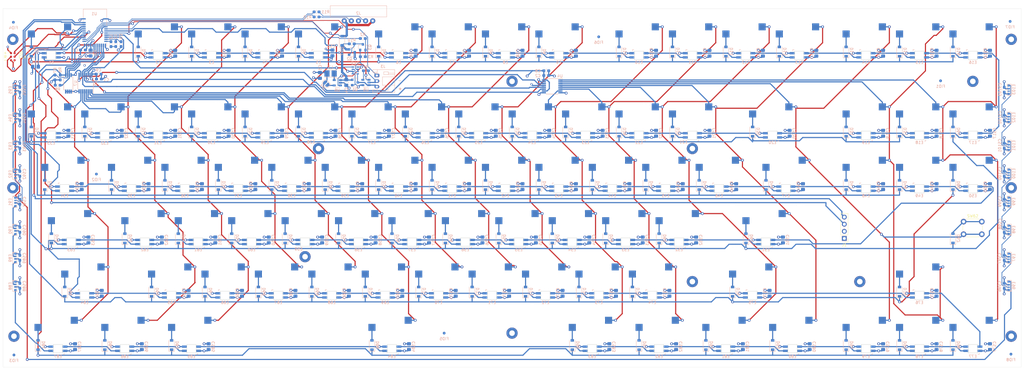
<source format=kicad_pcb>
(kicad_pcb (version 20171130) (host pcbnew 5.1.5+dfsg1-2build2)
  (title_block (date 2022-06-30))
  (layers (0 F.Cu signal) (1 In1.Cu power hide) (2 In2.Cu power hide) (31 B.Cu signal) (34 B.Paste user) (35 F.Paste user) (36 B.SilkS user) (37 F.SilkS user) (38 B.Mask user) (39 F.Mask user) (44 Edge.Cuts user))
  (net 0 "")
  (net 1 KEY_Y1)
  (net 2 "Net-(D1-Pad2)")
  (net 3 KEY_Y2)
  (net 4 "Net-(D2-Pad2)")
  (net 5 "Net-(D3-Pad2)")
  (net 6 KEY_Y3)
  (net 7 KEY_Y4)
  (net 8 "Net-(D4-Pad2)")
  (net 9 "Net-(D5-Pad2)")
  (net 10 KEY_Y5)
  (net 11 KEY_Y6)
  (net 12 "Net-(D6-Pad2)")
  (net 13 "Net-(D7-Pad2)")
  (net 14 "Net-(D8-Pad2)")
  (net 15 "Net-(D9-Pad2)")
  (net 16 "Net-(D10-Pad2)")
  (net 17 "Net-(D11-Pad2)")
  (net 18 "Net-(D12-Pad2)")
  (net 19 "Net-(D13-Pad2)")
  (net 20 "Net-(D14-Pad2)")
  (net 21 "Net-(D15-Pad2)")
  (net 22 "Net-(D16-Pad2)")
  (net 23 "Net-(D17-Pad2)")
  (net 24 "Net-(D18-Pad2)")
  (net 25 "Net-(D19-Pad2)")
  (net 26 "Net-(D20-Pad2)")
  (net 27 "Net-(D21-Pad2)")
  (net 28 "Net-(D22-Pad2)")
  (net 29 "Net-(D23-Pad2)")
  (net 30 "Net-(D24-Pad2)")
  (net 31 "Net-(D25-Pad2)")
  (net 32 "Net-(D26-Pad2)")
  (net 33 "Net-(D27-Pad2)")
  (net 34 "Net-(D28-Pad2)")
  (net 35 "Net-(D29-Pad2)")
  (net 36 "Net-(D30-Pad2)")
  (net 37 "Net-(D31-Pad2)")
  (net 38 "Net-(D32-Pad2)")
  (net 39 "Net-(D33-Pad2)")
  (net 40 "Net-(D34-Pad2)")
  (net 41 "Net-(D35-Pad2)")
  (net 42 "Net-(D36-Pad2)")
  (net 43 "Net-(D37-Pad2)")
  (net 44 "Net-(D38-Pad2)")
  (net 45 "Net-(D39-Pad2)")
  (net 46 "Net-(D40-Pad2)")
  (net 47 "Net-(D41-Pad2)")
  (net 48 "Net-(D42-Pad2)")
  (net 49 "Net-(D43-Pad2)")
  (net 50 "Net-(D44-Pad2)")
  (net 51 "Net-(D45-Pad2)")
  (net 52 "Net-(D46-Pad2)")
  (net 53 "Net-(D47-Pad2)")
  (net 54 "Net-(D48-Pad2)")
  (net 55 "Net-(D49-Pad2)")
  (net 56 "Net-(D50-Pad2)")
  (net 57 "Net-(D51-Pad2)")
  (net 58 "Net-(D52-Pad2)")
  (net 59 "Net-(D53-Pad2)")
  (net 60 "Net-(D54-Pad2)")
  (net 61 "Net-(D55-Pad2)")
  (net 62 "Net-(D56-Pad2)")
  (net 63 "Net-(D57-Pad2)")
  (net 64 "Net-(D58-Pad2)")
  (net 65 "Net-(D59-Pad2)")
  (net 66 "Net-(D60-Pad2)")
  (net 67 "Net-(D61-Pad2)")
  (net 68 "Net-(D62-Pad2)")
  (net 69 "Net-(D64-Pad2)")
  (net 70 "Net-(D65-Pad2)")
  (net 71 "Net-(D66-Pad2)")
  (net 72 "Net-(D67-Pad2)")
  (net 73 "Net-(D68-Pad2)")
  (net 74 "Net-(D69-Pad2)")
  (net 75 "Net-(D70-Pad2)")
  (net 76 "Net-(D71-Pad2)")
  (net 77 "Net-(D72-Pad2)")
  (net 78 "Net-(D73-Pad2)")
  (net 79 "Net-(D74-Pad2)")
  (net 80 "Net-(D75-Pad2)")
  (net 81 "Net-(D76-Pad2)")
  (net 82 "Net-(D79-Pad2)")
  (net 83 "Net-(D80-Pad2)")
  (net 84 "Net-(D81-Pad2)")
  (net 85 "Net-(D82-Pad2)")
  (net 86 "Net-(D83-Pad2)")
  (net 87 "Net-(D86-Pad2)")
  (net 88 "Net-(D90-Pad2)")
  (net 89 "Net-(D91-Pad2)")
  (net 90 "Net-(D92-Pad2)")
  (net 91 "Net-(D93-Pad2)")
  (net 92 "Net-(D94-Pad2)")
  (net 93 "Net-(D95-Pad2)")
  (net 94 "Net-(D96-Pad2)")
  (net 95 KEY_X1)
  (net 96 KEY_X2)
  (net 97 KEY_X3)
  (net 98 KEY_X4)
  (net 99 KEY_X5)
  (net 100 KEY_X6)
  (net 101 KEY_X7)
  (net 102 KEY_X8)
  (net 103 KEY_X9)
  (net 104 KEY_X10)
  (net 105 KEY_X11)
  (net 106 KEY_X12)
  (net 107 KEY_X13)
  (net 108 KEY_X14)
  (net 109 KEY_X15)
  (net 110 KEY_X16)
  (net 111 KEY_X_SERIAL_DATA)
  (net 112 KEY_X_REGISTER_CLK)
  (net 113 KEY_X_SERIAL_CLK)
  (net 114 KEY_X_REGISTER_CLEAR)
  (net 115 "Net-(U3-Pad9)")
  (net 116 SCL)
  (net 117 SDA)
  (net 118 BATTERY_SCALED_V)
  (net 119 LED_SERIAL)
  (net 120 "Net-(E1-Pad2)")
  (net 121 LED_VDD)
  (net 122 "Net-(E2-Pad2)")
  (net 123 "Net-(E3-Pad2)")
  (net 124 "Net-(E4-Pad2)")
  (net 125 "Net-(E5-Pad2)")
  (net 126 "Net-(E6-Pad2)")
  (net 127 "Net-(E7-Pad2)")
  (net 128 "Net-(E8-Pad2)")
  (net 129 "Net-(E10-Pad4)")
  (net 130 "Net-(E10-Pad2)")
  (net 131 "Net-(E12-Pad2)")
  (net 132 "Net-(E13-Pad2)")
  (net 133 "Net-(E14-Pad2)")
  (net 134 "Net-(E15-Pad2)")
  (net 135 "Net-(E16-Pad2)")
  (net 136 "Net-(E17-Pad2)")
  (net 137 "Net-(E18-Pad2)")
  (net 138 "Net-(E19-Pad2)")
  (net 139 "Net-(E20-Pad2)")
  (net 140 "Net-(E21-Pad2)")
  (net 141 "Net-(E23-Pad2)")
  (net 142 "Net-(E24-Pad2)")
  (net 143 "Net-(E25-Pad2)")
  (net 144 "Net-(E26-Pad2)")
  (net 145 "Net-(E27-Pad2)")
  (net 146 "Net-(E28-Pad2)")
  (net 147 "Net-(E29-Pad2)")
  (net 148 "Net-(E30-Pad2)")
  (net 149 "Net-(E31-Pad2)")
  (net 150 "Net-(E32-Pad2)")
  (net 151 "Net-(E34-Pad2)")
  (net 152 "Net-(E35-Pad2)")
  (net 153 "Net-(E36-Pad2)")
  (net 154 "Net-(E37-Pad2)")
  (net 155 "Net-(E38-Pad2)")
  (net 156 "Net-(E39-Pad2)")
  (net 157 "Net-(E40-Pad2)")
  (net 158 "Net-(E41-Pad2)")
  (net 159 "Net-(E42-Pad2)")
  (net 160 "Net-(E43-Pad2)")
  (net 161 "Net-(E45-Pad2)")
  (net 162 "Net-(E46-Pad2)")
  (net 163 "Net-(E47-Pad2)")
  (net 164 "Net-(E48-Pad2)")
  (net 165 "Net-(E49-Pad2)")
  (net 166 "Net-(E50-Pad2)")
  (net 167 "Net-(E51-Pad2)")
  (net 168 "Net-(E52-Pad2)")
  (net 169 "Net-(E53-Pad2)")
  (net 170 "Net-(E54-Pad2)")
  (net 171 "Net-(E56-Pad2)")
  (net 172 "Net-(E57-Pad2)")
  (net 173 "Net-(E58-Pad2)")
  (net 174 "Net-(E59-Pad2)")
  (net 175 "Net-(E60-Pad2)")
  (net 176 "Net-(E61-Pad2)")
  (net 177 "Net-(E62-Pad2)")
  (net 178 "Net-(E63-Pad2)")
  (net 179 "Net-(E64-Pad2)")
  (net 180 "Net-(E65-Pad2)")
  (net 181 "Net-(E67-Pad2)")
  (net 182 "Net-(E68-Pad2)")
  (net 183 "Net-(E69-Pad2)")
  (net 184 "Net-(E70-Pad2)")
  (net 185 "Net-(E71-Pad2)")
  (net 186 "Net-(E72-Pad2)")
  (net 187 "Net-(E73-Pad2)")
  (net 188 "Net-(E74-Pad2)")
  (net 189 "Net-(E75-Pad2)")
  (net 190 "Net-(E76-Pad2)")
  (net 191 "Net-(E78-Pad2)")
  (net 192 "Net-(E79-Pad2)")
  (net 193 "Net-(E80-Pad2)")
  (net 194 "Net-(E81-Pad2)")
  (net 195 "Net-(E82-Pad2)")
  (net 196 "Net-(E83-Pad2)")
  (net 197 "Net-(E84-Pad2)")
  (net 198 "Net-(E85-Pad2)")
  (net 199 "Net-(E86-Pad2)")
  (net 200 VBUS)
  (net 201 LED_SERIAL_1)
  (net 202 LED_SERIAL_2)
  (net 203 LED_SERIAL_3)
  (net 204 LED_SERIAL_4)
  (net 205 LED_SERIAL_5)
  (net 206 LED_SERIAL_6)
  (net 207 LED_SERIAL_7)
  (net 208 +BATT)
  (net 209 "Net-(R1-Pad2)")
  (net 210 EEPROM_WP)
  (net 211 "Net-(Q2-Pad1)")
  (net 212 LED_ENABLE)
  (net 213 USB_D+)
  (net 214 USB_D-)
  (net 215 "Net-(C5-Pad1)")
  (net 216 SWDIO)
  (net 217 RESET)
  (net 218 SWDCLK)
  (net 219 "Net-(J4-Pad6)")
  (net 220 "Net-(L1-Pad2)")
  (net 221 "Net-(L2-Pad2)")
  (net 222 CHARGE_STAT)
  (net 223 BATTERY_CURRENT_COUNT)
  (net 224 "Net-(R13-Pad5)")
  (net 225 USB_RAW_D+)
  (net 226 USB_RAW_D-)
  (net 227 VHIGH)
  (net 228 "Net-(Q3-Pad1)")
  (net 229 "Net-(JP1-Pad1)")
  (net 230 "Net-(L3-Pad1)")
  (net 231 LED_SERIAL_8)
  (net 232 "Net-(E88-Pad2)")
  (net 233 "Net-(E89-Pad2)")
  (net 234 "Net-(E90-Pad2)")
  (net 235 "Net-(E91-Pad2)")
  (net 236 "Net-(E92-Pad2)")
  (net 237 "Net-(E93-Pad2)")
  (net 238 "Net-(E94-Pad2)")
  (net 239 "Net-(E95-Pad2)")
  (net 240 "Net-(E96-Pad2)")
  (net 241 "Net-(E97-Pad2)")
  (net 242 "Net-(E98-Pad2)")
  (net 243 "Net-(E100-Pad4)")
  (net 244 "Net-(E100-Pad2)")
  (net 245 "Net-(E101-Pad2)")
  (net 246 "Net-(E102-Pad2)")
  (net 247 "Net-(E103-Pad2)")
  (net 248 KEY_X_REGISTER_ENABLE)
  (module Connector_PinHeader_2.54mm:PinHeader_1x04_P2.54mm_Vertical (layer F.Cu) (at 400.975 179.2875 180)
    (fp_text reference J1 (at 0 -6.13 180) (layer F.SilkS))
    (fp_text value OLED)
    (pad 1 thru_hole rect (at 0 -3.8 180) (size 1.7 1.7) (drill 1) (layers *.Cu *.Mask) (net 248 KEY_X_REGISTER_ENABLE))
    (pad 2 thru_hole oval (at 0 -1.26 180) (size 1.7 1.7) (drill 1) (layers *.Cu *.Mask) (net 114 KEY_X_REGISTER_CLEAR))
    (pad 3 thru_hole oval (at 0 1.28 180) (size 1.7 1.7) (drill 1) (layers *.Cu *.Mask) (net 116 SCL))
    (pad 4 thru_hole oval (at 0 3.82 180) (size 1.7 1.7) (drill 1) (layers *.Cu *.Mask) (net 117 SDA))
  )
  (module Components:SK6812MINI-E-REV (layer F.Cu) (at 118.19375 117.6925 180)
    (fp_text reference E1 (at 0 -2.54 180) (layer B.SilkS) (effects (justify mirror)))
    (fp_text value SK6812MINI-E hide)
    (fp_line (start -1.7 1.5) (end 1.7 1.5) (layer Edge.Cuts) (width 0.12))
    (fp_line (start -1.7 -1.5) (end -1.7 1.5) (layer Edge.Cuts) (width 0.12))
    (fp_line (start 1.7 -1.5) (end 1.7 1.5) (layer Edge.Cuts) (width 0.12))
    (fp_line (start -1.7 -1.5) (end 1.7 -1.5) (layer Edge.Cuts) (width 0.12))
    (pad 4 smd rect (at 2.5 -0.75 180) (size 1.8 0.82) (layers B.Cu B.Paste B.Mask) (net 119 LED_SERIAL))
    (pad 3 smd rect (at 2.5 0.75 180) (size 1.8 0.82) (layers B.Cu B.Paste B.Mask) (net 248 KEY_X_REGISTER_ENABLE))
    (pad 2 smd rect (at -2.5 0.75 180) (size 1.8 0.82) (layers B.Cu B.Paste B.Mask) (net 120 "Net-(E1-Pad2)"))
    (pad 1 smd rect (at -2.5 -0.75 180) (size 1.8 0.82) (layers B.Cu B.Paste B.Mask) (net 121 LED_VDD))
  )
  (module Components:SK6812MINI-E-REV (layer F.Cu) (at 156.29375 117.6925 180)
    (fp_text reference E2 (at 0 -2.54 180) (layer B.SilkS) (effects (justify mirror)))
    (fp_text value SK6812MINI-E hide)
    (fp_line (start -1.7 1.5) (end 1.7 1.5) (layer Edge.Cuts) (width 0.12))
    (fp_line (start -1.7 -1.5) (end -1.7 1.5) (layer Edge.Cuts) (width 0.12))
    (fp_line (start 1.7 -1.5) (end 1.7 1.5) (layer Edge.Cuts) (width 0.12))
    (fp_line (start -1.7 -1.5) (end 1.7 -1.5) (layer Edge.Cuts) (width 0.12))
    (pad 4 smd rect (at 2.5 -0.75 180) (size 1.8 0.82) (layers B.Cu B.Paste B.Mask) (net 120 "Net-(E1-Pad2)"))
    (pad 3 smd rect (at 2.5 0.75 180) (size 1.8 0.82) (layers B.Cu B.Paste B.Mask) (net 248 KEY_X_REGISTER_ENABLE))
    (pad 2 smd rect (at -2.5 0.75 180) (size 1.8 0.82) (layers B.Cu B.Paste B.Mask) (net 122 "Net-(E2-Pad2)"))
    (pad 1 smd rect (at -2.5 -0.75 180) (size 1.8 0.82) (layers B.Cu B.Paste B.Mask) (net 121 LED_VDD))
  )
  (module Components:SK6812MINI-E-REV (layer F.Cu) (at 175.34375 117.6925 180)
    (fp_text reference E3 (at 0 -2.54 180) (layer B.SilkS) (effects (justify mirror)))
    (fp_text value SK6812MINI-E hide)
    (fp_line (start -1.7 1.5) (end 1.7 1.5) (layer Edge.Cuts) (width 0.12))
    (fp_line (start -1.7 -1.5) (end -1.7 1.5) (layer Edge.Cuts) (width 0.12))
    (fp_line (start 1.7 -1.5) (end 1.7 1.5) (layer Edge.Cuts) (width 0.12))
    (fp_line (start -1.7 -1.5) (end 1.7 -1.5) (layer Edge.Cuts) (width 0.12))
    (pad 4 smd rect (at 2.5 -0.75 180) (size 1.8 0.82) (layers B.Cu B.Paste B.Mask) (net 122 "Net-(E2-Pad2)"))
    (pad 3 smd rect (at 2.5 0.75 180) (size 1.8 0.82) (layers B.Cu B.Paste B.Mask) (net 248 KEY_X_REGISTER_ENABLE))
    (pad 2 smd rect (at -2.5 0.75 180) (size 1.8 0.82) (layers B.Cu B.Paste B.Mask) (net 123 "Net-(E3-Pad2)"))
    (pad 1 smd rect (at -2.5 -0.75 180) (size 1.8 0.82) (layers B.Cu B.Paste B.Mask) (net 121 LED_VDD))
  )
  (module Components:SK6812MINI-E-REV (layer F.Cu) (at 194.39375 117.6925 180)
    (fp_text reference E4 (at 0 -2.54 180) (layer B.SilkS) (effects (justify mirror)))
    (fp_text value SK6812MINI-E hide)
    (fp_line (start -1.7 1.5) (end 1.7 1.5) (layer Edge.Cuts) (width 0.12))
    (fp_line (start -1.7 -1.5) (end -1.7 1.5) (layer Edge.Cuts) (width 0.12))
    (fp_line (start 1.7 -1.5) (end 1.7 1.5) (layer Edge.Cuts) (width 0.12))
    (fp_line (start -1.7 -1.5) (end 1.7 -1.5) (layer Edge.Cuts) (width 0.12))
    (pad 4 smd rect (at 2.5 -0.75 180) (size 1.8 0.82) (layers B.Cu B.Paste B.Mask) (net 123 "Net-(E3-Pad2)"))
    (pad 3 smd rect (at 2.5 0.75 180) (size 1.8 0.82) (layers B.Cu B.Paste B.Mask) (net 248 KEY_X_REGISTER_ENABLE))
    (pad 2 smd rect (at -2.5 0.75 180) (size 1.8 0.82) (layers B.Cu B.Paste B.Mask) (net 124 "Net-(E4-Pad2)"))
    (pad 1 smd rect (at -2.5 -0.75 180) (size 1.8 0.82) (layers B.Cu B.Paste B.Mask) (net 121 LED_VDD))
  )
  (module Components:SK6812MINI-E-REV (layer F.Cu) (at 213.44375 117.6925 180)
    (fp_text reference E5 (at 0 -2.54 180) (layer B.SilkS) (effects (justify mirror)))
    (fp_text value SK6812MINI-E hide)
    (fp_line (start -1.7 1.5) (end 1.7 1.5) (layer Edge.Cuts) (width 0.12))
    (fp_line (start -1.7 -1.5) (end -1.7 1.5) (layer Edge.Cuts) (width 0.12))
    (fp_line (start 1.7 -1.5) (end 1.7 1.5) (layer Edge.Cuts) (width 0.12))
    (fp_line (start -1.7 -1.5) (end 1.7 -1.5) (layer Edge.Cuts) (width 0.12))
    (pad 4 smd rect (at 2.5 -0.75 180) (size 1.8 0.82) (layers B.Cu B.Paste B.Mask) (net 124 "Net-(E4-Pad2)"))
    (pad 3 smd rect (at 2.5 0.75 180) (size 1.8 0.82) (layers B.Cu B.Paste B.Mask) (net 248 KEY_X_REGISTER_ENABLE))
    (pad 2 smd rect (at -2.5 0.75 180) (size 1.8 0.82) (layers B.Cu B.Paste B.Mask) (net 125 "Net-(E5-Pad2)"))
    (pad 1 smd rect (at -2.5 -0.75 180) (size 1.8 0.82) (layers B.Cu B.Paste B.Mask) (net 121 LED_VDD))
  )
  (module Components:SK6812MINI-E-REV (layer F.Cu) (at 242.018749 117.6925 180)
    (fp_text reference E6 (at 0 -2.54 180) (layer B.SilkS) (effects (justify mirror)))
    (fp_text value SK6812MINI-E hide)
    (fp_line (start -1.7 1.5) (end 1.7 1.5) (layer Edge.Cuts) (width 0.12))
    (fp_line (start -1.7 -1.5) (end -1.7 1.5) (layer Edge.Cuts) (width 0.12))
    (fp_line (start 1.7 -1.5) (end 1.7 1.5) (layer Edge.Cuts) (width 0.12))
    (fp_line (start -1.7 -1.5) (end 1.7 -1.5) (layer Edge.Cuts) (width 0.12))
    (pad 4 smd rect (at 2.5 -0.75 180) (size 1.8 0.82) (layers B.Cu B.Paste B.Mask) (net 125 "Net-(E5-Pad2)"))
    (pad 3 smd rect (at 2.5 0.75 180) (size 1.8 0.82) (layers B.Cu B.Paste B.Mask) (net 248 KEY_X_REGISTER_ENABLE))
    (pad 2 smd rect (at -2.5 0.75 180) (size 1.8 0.82) (layers B.Cu B.Paste B.Mask) (net 126 "Net-(E6-Pad2)"))
    (pad 1 smd rect (at -2.5 -0.75 180) (size 1.8 0.82) (layers B.Cu B.Paste B.Mask) (net 121 LED_VDD))
  )
  (module Components:SK6812MINI-E-REV (layer F.Cu) (at 261.06875 117.6925 180)
    (fp_text reference E7 (at 0 -2.54 180) (layer B.SilkS) (effects (justify mirror)))
    (fp_text value SK6812MINI-E hide)
    (fp_line (start -1.7 1.5) (end 1.7 1.5) (layer Edge.Cuts) (width 0.12))
    (fp_line (start -1.7 -1.5) (end -1.7 1.5) (layer Edge.Cuts) (width 0.12))
    (fp_line (start 1.7 -1.5) (end 1.7 1.5) (layer Edge.Cuts) (width 0.12))
    (fp_line (start -1.7 -1.5) (end 1.7 -1.5) (layer Edge.Cuts) (width 0.12))
    (pad 4 smd rect (at 2.5 -0.75 180) (size 1.8 0.82) (layers B.Cu B.Paste B.Mask) (net 126 "Net-(E6-Pad2)"))
    (pad 3 smd rect (at 2.5 0.75 180) (size 1.8 0.82) (layers B.Cu B.Paste B.Mask) (net 248 KEY_X_REGISTER_ENABLE))
    (pad 2 smd rect (at -2.5 0.75 180) (size 1.8 0.82) (layers B.Cu B.Paste B.Mask) (net 127 "Net-(E7-Pad2)"))
    (pad 1 smd rect (at -2.5 -0.75 180) (size 1.8 0.82) (layers B.Cu B.Paste B.Mask) (net 121 LED_VDD))
  )
  (module Components:SK6812MINI-E-REV (layer F.Cu) (at 280.11875 117.6925 180)
    (fp_text reference E8 (at 0 -2.54 180) (layer B.SilkS) (effects (justify mirror)))
    (fp_text value SK6812MINI-E hide)
    (fp_line (start -1.7 1.5) (end 1.7 1.5) (layer Edge.Cuts) (width 0.12))
    (fp_line (start -1.7 -1.5) (end -1.7 1.5) (layer Edge.Cuts) (width 0.12))
    (fp_line (start 1.7 -1.5) (end 1.7 1.5) (layer Edge.Cuts) (width 0.12))
    (fp_line (start -1.7 -1.5) (end 1.7 -1.5) (layer Edge.Cuts) (width 0.12))
    (pad 4 smd rect (at 2.5 -0.75 180) (size 1.8 0.82) (layers B.Cu B.Paste B.Mask) (net 127 "Net-(E7-Pad2)"))
    (pad 3 smd rect (at 2.5 0.75 180) (size 1.8 0.82) (layers B.Cu B.Paste B.Mask) (net 248 KEY_X_REGISTER_ENABLE))
    (pad 2 smd rect (at -2.5 0.75 180) (size 1.8 0.82) (layers B.Cu B.Paste B.Mask) (net 128 "Net-(E8-Pad2)"))
    (pad 1 smd rect (at -2.5 -0.75 180) (size 1.8 0.82) (layers B.Cu B.Paste B.Mask) (net 121 LED_VDD))
  )
  (module Components:SK6812MINI-E-REV (layer F.Cu) (at 299.16875 117.6925 180)
    (fp_text reference E9 (at 0 -2.54 180) (layer B.SilkS) (effects (justify mirror)))
    (fp_text value SK6812MINI-E hide)
    (fp_line (start -1.7 1.5) (end 1.7 1.5) (layer Edge.Cuts) (width 0.12))
    (fp_line (start -1.7 -1.5) (end -1.7 1.5) (layer Edge.Cuts) (width 0.12))
    (fp_line (start 1.7 -1.5) (end 1.7 1.5) (layer Edge.Cuts) (width 0.12))
    (fp_line (start -1.7 -1.5) (end 1.7 -1.5) (layer Edge.Cuts) (width 0.12))
    (pad 4 smd rect (at 2.5 -0.75 180) (size 1.8 0.82) (layers B.Cu B.Paste B.Mask) (net 128 "Net-(E8-Pad2)"))
    (pad 3 smd rect (at 2.5 0.75 180) (size 1.8 0.82) (layers B.Cu B.Paste B.Mask) (net 248 KEY_X_REGISTER_ENABLE))
    (pad 2 smd rect (at -2.5 0.75 180) (size 1.8 0.82) (layers B.Cu B.Paste B.Mask) (net 129 "Net-(E10-Pad4)"))
    (pad 1 smd rect (at -2.5 -0.75 180) (size 1.8 0.82) (layers B.Cu B.Paste B.Mask) (net 121 LED_VDD))
  )
  (module Components:SK6812MINI-E-REV (layer F.Cu) (at 327.74375 117.6925 180)
    (fp_text reference E10 (at 0 -2.54 180) (layer B.SilkS) (effects (justify mirror)))
    (fp_text value SK6812MINI-E hide)
    (fp_line (start -1.7 1.5) (end 1.7 1.5) (layer Edge.Cuts) (width 0.12))
    (fp_line (start -1.7 -1.5) (end -1.7 1.5) (layer Edge.Cuts) (width 0.12))
    (fp_line (start 1.7 -1.5) (end 1.7 1.5) (layer Edge.Cuts) (width 0.12))
    (fp_line (start -1.7 -1.5) (end 1.7 -1.5) (layer Edge.Cuts) (width 0.12))
    (pad 4 smd rect (at 2.5 -0.75 180) (size 1.8 0.82) (layers B.Cu B.Paste B.Mask) (net 129 "Net-(E10-Pad4)"))
    (pad 3 smd rect (at 2.5 0.75 180) (size 1.8 0.82) (layers B.Cu B.Paste B.Mask) (net 248 KEY_X_REGISTER_ENABLE))
    (pad 2 smd rect (at -2.5 0.75 180) (size 1.8 0.82) (layers B.Cu B.Paste B.Mask) (net 130 "Net-(E10-Pad2)"))
    (pad 1 smd rect (at -2.5 -0.75 180) (size 1.8 0.82) (layers B.Cu B.Paste B.Mask) (net 121 LED_VDD))
  )
  (module Components:SK6812MINI-E-REV (layer F.Cu) (at 346.79375 117.6925 180)
    (fp_text reference E11 (at 0 -2.54 180) (layer B.SilkS) (effects (justify mirror)))
    (fp_text value SK6812MINI-E hide)
    (fp_line (start -1.7 1.5) (end 1.7 1.5) (layer Edge.Cuts) (width 0.12))
    (fp_line (start -1.7 -1.5) (end -1.7 1.5) (layer Edge.Cuts) (width 0.12))
    (fp_line (start 1.7 -1.5) (end 1.7 1.5) (layer Edge.Cuts) (width 0.12))
    (fp_line (start -1.7 -1.5) (end 1.7 -1.5) (layer Edge.Cuts) (width 0.12))
    (pad 4 smd rect (at 2.5 -0.75 180) (size 1.8 0.82) (layers B.Cu B.Paste B.Mask) (net 130 "Net-(E10-Pad2)"))
    (pad 3 smd rect (at 2.5 0.75 180) (size 1.8 0.82) (layers B.Cu B.Paste B.Mask) (net 248 KEY_X_REGISTER_ENABLE))
    (pad 2 smd rect (at -2.5 0.75 180) (size 1.8 0.82) (layers B.Cu B.Paste B.Mask) (net 201 LED_SERIAL_1))
    (pad 1 smd rect (at -2.5 -0.75 180) (size 1.8 0.82) (layers B.Cu B.Paste B.Mask) (net 121 LED_VDD))
  )
  (module Components:SK6812MINI-E-REV (layer F.Cu) (at 365.84375 117.6925 180)
    (fp_text reference E12 (at 0 -2.54 180) (layer B.SilkS) (effects (justify mirror)))
    (fp_text value SK6812MINI-E hide)
    (fp_line (start -1.7 1.5) (end 1.7 1.5) (layer Edge.Cuts) (width 0.12))
    (fp_line (start -1.7 -1.5) (end -1.7 1.5) (layer Edge.Cuts) (width 0.12))
    (fp_line (start 1.7 -1.5) (end 1.7 1.5) (layer Edge.Cuts) (width 0.12))
    (fp_line (start -1.7 -1.5) (end 1.7 -1.5) (layer Edge.Cuts) (width 0.12))
    (pad 4 smd rect (at 2.5 -0.75 180) (size 1.8 0.82) (layers B.Cu B.Paste B.Mask) (net 201 LED_SERIAL_1))
    (pad 3 smd rect (at 2.5 0.75 180) (size 1.8 0.82) (layers B.Cu B.Paste B.Mask) (net 248 KEY_X_REGISTER_ENABLE))
    (pad 2 smd rect (at -2.5 0.75 180) (size 1.8 0.82) (layers B.Cu B.Paste B.Mask) (net 131 "Net-(E12-Pad2)"))
    (pad 1 smd rect (at -2.5 -0.75 180) (size 1.8 0.82) (layers B.Cu B.Paste B.Mask) (net 121 LED_VDD))
  )
  (module Components:SK6812MINI-E-REV (layer F.Cu) (at 384.89375 117.6925 180)
    (fp_text reference E13 (at 0 -2.54 180) (layer B.SilkS) (effects (justify mirror)))
    (fp_text value SK6812MINI-E hide)
    (fp_line (start -1.7 1.5) (end 1.7 1.5) (layer Edge.Cuts) (width 0.12))
    (fp_line (start -1.7 -1.5) (end -1.7 1.5) (layer Edge.Cuts) (width 0.12))
    (fp_line (start 1.7 -1.5) (end 1.7 1.5) (layer Edge.Cuts) (width 0.12))
    (fp_line (start -1.7 -1.5) (end 1.7 -1.5) (layer Edge.Cuts) (width 0.12))
    (pad 4 smd rect (at 2.5 -0.75 180) (size 1.8 0.82) (layers B.Cu B.Paste B.Mask) (net 131 "Net-(E12-Pad2)"))
    (pad 3 smd rect (at 2.5 0.75 180) (size 1.8 0.82) (layers B.Cu B.Paste B.Mask) (net 248 KEY_X_REGISTER_ENABLE))
    (pad 2 smd rect (at -2.5 0.75 180) (size 1.8 0.82) (layers B.Cu B.Paste B.Mask) (net 132 "Net-(E13-Pad2)"))
    (pad 1 smd rect (at -2.5 -0.75 180) (size 1.8 0.82) (layers B.Cu B.Paste B.Mask) (net 121 LED_VDD))
  )
  (module Components:SK6812MINI-E-REV (layer F.Cu) (at 408.70625 117.6925 180)
    (fp_text reference E14 (at 0 -2.54 180) (layer B.SilkS) (effects (justify mirror)))
    (fp_text value SK6812MINI-E hide)
    (fp_line (start -1.7 1.5) (end 1.7 1.5) (layer Edge.Cuts) (width 0.12))
    (fp_line (start -1.7 -1.5) (end -1.7 1.5) (layer Edge.Cuts) (width 0.12))
    (fp_line (start 1.7 -1.5) (end 1.7 1.5) (layer Edge.Cuts) (width 0.12))
    (fp_line (start -1.7 -1.5) (end 1.7 -1.5) (layer Edge.Cuts) (width 0.12))
    (pad 4 smd rect (at 2.5 -0.75 180) (size 1.8 0.82) (layers B.Cu B.Paste B.Mask) (net 132 "Net-(E13-Pad2)"))
    (pad 3 smd rect (at 2.5 0.75 180) (size 1.8 0.82) (layers B.Cu B.Paste B.Mask) (net 248 KEY_X_REGISTER_ENABLE))
    (pad 2 smd rect (at -2.5 0.75 180) (size 1.8 0.82) (layers B.Cu B.Paste B.Mask) (net 133 "Net-(E14-Pad2)"))
    (pad 1 smd rect (at -2.5 -0.75 180) (size 1.8 0.82) (layers B.Cu B.Paste B.Mask) (net 121 LED_VDD))
  )
  (module Components:SK6812MINI-E-REV (layer F.Cu) (at 427.75625 117.6925 180)
    (fp_text reference E15 (at 0 -2.54 180) (layer B.SilkS) (effects (justify mirror)))
    (fp_text value SK6812MINI-E hide)
    (fp_line (start -1.7 1.5) (end 1.7 1.5) (layer Edge.Cuts) (width 0.12))
    (fp_line (start -1.7 -1.5) (end -1.7 1.5) (layer Edge.Cuts) (width 0.12))
    (fp_line (start 1.7 -1.5) (end 1.7 1.5) (layer Edge.Cuts) (width 0.12))
    (fp_line (start -1.7 -1.5) (end 1.7 -1.5) (layer Edge.Cuts) (width 0.12))
    (pad 4 smd rect (at 2.5 -0.75 180) (size 1.8 0.82) (layers B.Cu B.Paste B.Mask) (net 133 "Net-(E14-Pad2)"))
    (pad 3 smd rect (at 2.5 0.75 180) (size 1.8 0.82) (layers B.Cu B.Paste B.Mask) (net 248 KEY_X_REGISTER_ENABLE))
    (pad 2 smd rect (at -2.5 0.75 180) (size 1.8 0.82) (layers B.Cu B.Paste B.Mask) (net 134 "Net-(E15-Pad2)"))
    (pad 1 smd rect (at -2.5 -0.75 180) (size 1.8 0.82) (layers B.Cu B.Paste B.Mask) (net 121 LED_VDD))
  )
  (module Components:SK6812MINI-E-REV (layer F.Cu) (at 446.80625 117.6925 180)
    (fp_text reference E16 (at 0 -2.54 180) (layer B.SilkS) (effects (justify mirror)))
    (fp_text value SK6812MINI-E hide)
    (fp_line (start -1.7 1.5) (end 1.7 1.5) (layer Edge.Cuts) (width 0.12))
    (fp_line (start -1.7 -1.5) (end -1.7 1.5) (layer Edge.Cuts) (width 0.12))
    (fp_line (start 1.7 -1.5) (end 1.7 1.5) (layer Edge.Cuts) (width 0.12))
    (fp_line (start -1.7 -1.5) (end 1.7 -1.5) (layer Edge.Cuts) (width 0.12))
    (pad 4 smd rect (at 2.5 -0.75 180) (size 1.8 0.82) (layers B.Cu B.Paste B.Mask) (net 134 "Net-(E15-Pad2)"))
    (pad 3 smd rect (at 2.5 0.75 180) (size 1.8 0.82) (layers B.Cu B.Paste B.Mask) (net 248 KEY_X_REGISTER_ENABLE))
    (pad 2 smd rect (at -2.5 0.75 180) (size 1.8 0.82) (layers B.Cu B.Paste B.Mask) (net 135 "Net-(E16-Pad2)"))
    (pad 1 smd rect (at -2.5 -0.75 180) (size 1.8 0.82) (layers B.Cu B.Paste B.Mask) (net 121 LED_VDD))
  )
  (module Components:SK6812MINI-E-REV (layer F.Cu) (at 446.80625 146.2675)
    (fp_text reference E17 (at 0 2.56) (layer B.SilkS) (effects (justify mirror)))
    (fp_text value SK6812MINI-E hide)
    (fp_line (start -1.7 1.5) (end 1.7 1.5) (layer Edge.Cuts) (width 0.12))
    (fp_line (start -1.7 -1.5) (end -1.7 1.5) (layer Edge.Cuts) (width 0.12))
    (fp_line (start 1.7 -1.5) (end 1.7 1.5) (layer Edge.Cuts) (width 0.12))
    (fp_line (start -1.7 -1.5) (end 1.7 -1.5) (layer Edge.Cuts) (width 0.12))
    (pad 4 smd rect (at 2.5 -0.75) (size 1.8 0.82) (layers B.Cu B.Paste B.Mask) (net 135 "Net-(E16-Pad2)"))
    (pad 3 smd rect (at 2.5 0.75) (size 1.8 0.82) (layers B.Cu B.Paste B.Mask) (net 248 KEY_X_REGISTER_ENABLE))
    (pad 2 smd rect (at -2.5 0.75) (size 1.8 0.82) (layers B.Cu B.Paste B.Mask) (net 136 "Net-(E17-Pad2)"))
    (pad 1 smd rect (at -2.5 -0.75) (size 1.8 0.82) (layers B.Cu B.Paste B.Mask) (net 121 LED_VDD))
  )
  (module Components:SK6812MINI-E-REV (layer F.Cu) (at 427.75625 146.2675)
    (fp_text reference E18 (at 0 2.56) (layer B.SilkS) (effects (justify mirror)))
    (fp_text value SK6812MINI-E hide)
    (fp_line (start -1.7 1.5) (end 1.7 1.5) (layer Edge.Cuts) (width 0.12))
    (fp_line (start -1.7 -1.5) (end -1.7 1.5) (layer Edge.Cuts) (width 0.12))
    (fp_line (start 1.7 -1.5) (end 1.7 1.5) (layer Edge.Cuts) (width 0.12))
    (fp_line (start -1.7 -1.5) (end 1.7 -1.5) (layer Edge.Cuts) (width 0.12))
    (pad 4 smd rect (at 2.5 -0.75) (size 1.8 0.82) (layers B.Cu B.Paste B.Mask) (net 136 "Net-(E17-Pad2)"))
    (pad 3 smd rect (at 2.5 0.75) (size 1.8 0.82) (layers B.Cu B.Paste B.Mask) (net 248 KEY_X_REGISTER_ENABLE))
    (pad 2 smd rect (at -2.5 0.75) (size 1.8 0.82) (layers B.Cu B.Paste B.Mask) (net 137 "Net-(E18-Pad2)"))
    (pad 1 smd rect (at -2.5 -0.75) (size 1.8 0.82) (layers B.Cu B.Paste B.Mask) (net 121 LED_VDD))
  )
  (module Components:SK6812MINI-E-REV (layer F.Cu) (at 408.70625 146.2675)
    (fp_text reference E19 (at 0 2.56) (layer B.SilkS) (effects (justify mirror)))
    (fp_text value SK6812MINI-E hide)
    (fp_line (start -1.7 1.5) (end 1.7 1.5) (layer Edge.Cuts) (width 0.12))
    (fp_line (start -1.7 -1.5) (end -1.7 1.5) (layer Edge.Cuts) (width 0.12))
    (fp_line (start 1.7 -1.5) (end 1.7 1.5) (layer Edge.Cuts) (width 0.12))
    (fp_line (start -1.7 -1.5) (end 1.7 -1.5) (layer Edge.Cuts) (width 0.12))
    (pad 4 smd rect (at 2.5 -0.75) (size 1.8 0.82) (layers B.Cu B.Paste B.Mask) (net 137 "Net-(E18-Pad2)"))
    (pad 3 smd rect (at 2.5 0.75) (size 1.8 0.82) (layers B.Cu B.Paste B.Mask) (net 248 KEY_X_REGISTER_ENABLE))
    (pad 2 smd rect (at -2.5 0.75) (size 1.8 0.82) (layers B.Cu B.Paste B.Mask) (net 138 "Net-(E19-Pad2)"))
    (pad 1 smd rect (at -2.5 -0.75) (size 1.8 0.82) (layers B.Cu B.Paste B.Mask) (net 121 LED_VDD))
  )
  (module Components:SK6812MINI-E-REV (layer F.Cu) (at 375.36875 146.2675)
    (fp_text reference E20 (at 0 2.56) (layer B.SilkS) (effects (justify mirror)))
    (fp_text value SK6812MINI-E hide)
    (fp_line (start -1.7 1.5) (end 1.7 1.5) (layer Edge.Cuts) (width 0.12))
    (fp_line (start -1.7 -1.5) (end -1.7 1.5) (layer Edge.Cuts) (width 0.12))
    (fp_line (start 1.7 -1.5) (end 1.7 1.5) (layer Edge.Cuts) (width 0.12))
    (fp_line (start -1.7 -1.5) (end 1.7 -1.5) (layer Edge.Cuts) (width 0.12))
    (pad 4 smd rect (at 2.5 -0.75) (size 1.8 0.82) (layers B.Cu B.Paste B.Mask) (net 138 "Net-(E19-Pad2)"))
    (pad 3 smd rect (at 2.5 0.75) (size 1.8 0.82) (layers B.Cu B.Paste B.Mask) (net 248 KEY_X_REGISTER_ENABLE))
    (pad 2 smd rect (at -2.5 0.75) (size 1.8 0.82) (layers B.Cu B.Paste B.Mask) (net 139 "Net-(E20-Pad2)"))
    (pad 1 smd rect (at -2.5 -0.75) (size 1.8 0.82) (layers B.Cu B.Paste B.Mask) (net 121 LED_VDD))
  )
  (module Components:SK6812MINI-E-REV (layer F.Cu) (at 346.79375 146.2675)
    (fp_text reference E21 (at -3.19375 2.4325) (layer B.SilkS) (effects (justify mirror)))
    (fp_text value SK6812MINI-E hide)
    (fp_line (start -1.7 1.5) (end 1.7 1.5) (layer Edge.Cuts) (width 0.12))
    (fp_line (start -1.7 -1.5) (end -1.7 1.5) (layer Edge.Cuts) (width 0.12))
    (fp_line (start 1.7 -1.5) (end 1.7 1.5) (layer Edge.Cuts) (width 0.12))
    (fp_line (start -1.7 -1.5) (end 1.7 -1.5) (layer Edge.Cuts) (width 0.12))
    (pad 4 smd rect (at 2.5 -0.75) (size 1.8 0.82) (layers B.Cu B.Paste B.Mask) (net 139 "Net-(E20-Pad2)"))
    (pad 3 smd rect (at 2.5 0.75) (size 1.8 0.82) (layers B.Cu B.Paste B.Mask) (net 248 KEY_X_REGISTER_ENABLE))
    (pad 2 smd rect (at -2.5 0.75) (size 1.8 0.82) (layers B.Cu B.Paste B.Mask) (net 140 "Net-(E21-Pad2)"))
    (pad 1 smd rect (at -2.5 -0.75) (size 1.8 0.82) (layers B.Cu B.Paste B.Mask) (net 121 LED_VDD))
  )
  (module Components:SK6812MINI-E-REV (layer F.Cu) (at 327.74375 146.2675)
    (fp_text reference E22 (at 0 2.56) (layer B.SilkS) (effects (justify mirror)))
    (fp_text value SK6812MINI-E hide)
    (fp_line (start -1.7 1.5) (end 1.7 1.5) (layer Edge.Cuts) (width 0.12))
    (fp_line (start -1.7 -1.5) (end -1.7 1.5) (layer Edge.Cuts) (width 0.12))
    (fp_line (start 1.7 -1.5) (end 1.7 1.5) (layer Edge.Cuts) (width 0.12))
    (fp_line (start -1.7 -1.5) (end 1.7 -1.5) (layer Edge.Cuts) (width 0.12))
    (pad 4 smd rect (at 2.5 -0.75) (size 1.8 0.82) (layers B.Cu B.Paste B.Mask) (net 140 "Net-(E21-Pad2)"))
    (pad 3 smd rect (at 2.5 0.75) (size 1.8 0.82) (layers B.Cu B.Paste B.Mask) (net 248 KEY_X_REGISTER_ENABLE))
    (pad 2 smd rect (at -2.5 0.75) (size 1.8 0.82) (layers B.Cu B.Paste B.Mask) (net 202 LED_SERIAL_2))
    (pad 1 smd rect (at -2.5 -0.75) (size 1.8 0.82) (layers B.Cu B.Paste B.Mask) (net 121 LED_VDD))
  )
  (module Components:SK6812MINI-E-REV (layer F.Cu) (at 308.69375 146.2675)
    (fp_text reference E23 (at 0 2.56) (layer B.SilkS) (effects (justify mirror)))
    (fp_text value SK6812MINI-E hide)
    (fp_line (start -1.7 1.5) (end 1.7 1.5) (layer Edge.Cuts) (width 0.12))
    (fp_line (start -1.7 -1.5) (end -1.7 1.5) (layer Edge.Cuts) (width 0.12))
    (fp_line (start 1.7 -1.5) (end 1.7 1.5) (layer Edge.Cuts) (width 0.12))
    (fp_line (start -1.7 -1.5) (end 1.7 -1.5) (layer Edge.Cuts) (width 0.12))
    (pad 4 smd rect (at 2.5 -0.75) (size 1.8 0.82) (layers B.Cu B.Paste B.Mask) (net 202 LED_SERIAL_2))
    (pad 3 smd rect (at 2.5 0.75) (size 1.8 0.82) (layers B.Cu B.Paste B.Mask) (net 248 KEY_X_REGISTER_ENABLE))
    (pad 2 smd rect (at -2.5 0.75) (size 1.8 0.82) (layers B.Cu B.Paste B.Mask) (net 141 "Net-(E23-Pad2)"))
    (pad 1 smd rect (at -2.5 -0.75) (size 1.8 0.82) (layers B.Cu B.Paste B.Mask) (net 121 LED_VDD))
  )
  (module Components:SK6812MINI-E-REV (layer F.Cu) (at 289.643749 146.2675)
    (fp_text reference E24 (at 0 2.56) (layer B.SilkS) (effects (justify mirror)))
    (fp_text value SK6812MINI-E hide)
    (fp_line (start -1.7 1.5) (end 1.7 1.5) (layer Edge.Cuts) (width 0.12))
    (fp_line (start -1.7 -1.5) (end -1.7 1.5) (layer Edge.Cuts) (width 0.12))
    (fp_line (start 1.7 -1.5) (end 1.7 1.5) (layer Edge.Cuts) (width 0.12))
    (fp_line (start -1.7 -1.5) (end 1.7 -1.5) (layer Edge.Cuts) (width 0.12))
    (pad 4 smd rect (at 2.5 -0.75) (size 1.8 0.82) (layers B.Cu B.Paste B.Mask) (net 141 "Net-(E23-Pad2)"))
    (pad 3 smd rect (at 2.5 0.75) (size 1.8 0.82) (layers B.Cu B.Paste B.Mask) (net 248 KEY_X_REGISTER_ENABLE))
    (pad 2 smd rect (at -2.5 0.75) (size 1.8 0.82) (layers B.Cu B.Paste B.Mask) (net 142 "Net-(E24-Pad2)"))
    (pad 1 smd rect (at -2.5 -0.75) (size 1.8 0.82) (layers B.Cu B.Paste B.Mask) (net 121 LED_VDD))
  )
  (module Components:SK6812MINI-E-REV (layer F.Cu) (at 270.59375 146.2675)
    (fp_text reference E25 (at 0 2.56) (layer B.SilkS) (effects (justify mirror)))
    (fp_text value SK6812MINI-E hide)
    (fp_line (start -1.7 1.5) (end 1.7 1.5) (layer Edge.Cuts) (width 0.12))
    (fp_line (start -1.7 -1.5) (end -1.7 1.5) (layer Edge.Cuts) (width 0.12))
    (fp_line (start 1.7 -1.5) (end 1.7 1.5) (layer Edge.Cuts) (width 0.12))
    (fp_line (start -1.7 -1.5) (end 1.7 -1.5) (layer Edge.Cuts) (width 0.12))
    (pad 4 smd rect (at 2.5 -0.75) (size 1.8 0.82) (layers B.Cu B.Paste B.Mask) (net 142 "Net-(E24-Pad2)"))
    (pad 3 smd rect (at 2.5 0.75) (size 1.8 0.82) (layers B.Cu B.Paste B.Mask) (net 248 KEY_X_REGISTER_ENABLE))
    (pad 2 smd rect (at -2.5 0.75) (size 1.8 0.82) (layers B.Cu B.Paste B.Mask) (net 143 "Net-(E25-Pad2)"))
    (pad 1 smd rect (at -2.5 -0.75) (size 1.8 0.82) (layers B.Cu B.Paste B.Mask) (net 121 LED_VDD))
  )
  (module Components:SK6812MINI-E-REV (layer F.Cu) (at 251.54375 146.2675)
    (fp_text reference E26 (at 0 2.56) (layer B.SilkS) (effects (justify mirror)))
    (fp_text value SK6812MINI-E hide)
    (fp_line (start -1.7 1.5) (end 1.7 1.5) (layer Edge.Cuts) (width 0.12))
    (fp_line (start -1.7 -1.5) (end -1.7 1.5) (layer Edge.Cuts) (width 0.12))
    (fp_line (start 1.7 -1.5) (end 1.7 1.5) (layer Edge.Cuts) (width 0.12))
    (fp_line (start -1.7 -1.5) (end 1.7 -1.5) (layer Edge.Cuts) (width 0.12))
    (pad 4 smd rect (at 2.5 -0.75) (size 1.8 0.82) (layers B.Cu B.Paste B.Mask) (net 143 "Net-(E25-Pad2)"))
    (pad 3 smd rect (at 2.5 0.75) (size 1.8 0.82) (layers B.Cu B.Paste B.Mask) (net 248 KEY_X_REGISTER_ENABLE))
    (pad 2 smd rect (at -2.5 0.75) (size 1.8 0.82) (layers B.Cu B.Paste B.Mask) (net 144 "Net-(E26-Pad2)"))
    (pad 1 smd rect (at -2.5 -0.75) (size 1.8 0.82) (layers B.Cu B.Paste B.Mask) (net 121 LED_VDD))
  )
  (module Components:SK6812MINI-E-REV (layer F.Cu) (at 232.493749 146.2675)
    (fp_text reference E27 (at 0 2.56) (layer B.SilkS) (effects (justify mirror)))
    (fp_text value SK6812MINI-E hide)
    (fp_line (start -1.7 1.5) (end 1.7 1.5) (layer Edge.Cuts) (width 0.12))
    (fp_line (start -1.7 -1.5) (end -1.7 1.5) (layer Edge.Cuts) (width 0.12))
    (fp_line (start 1.7 -1.5) (end 1.7 1.5) (layer Edge.Cuts) (width 0.12))
    (fp_line (start -1.7 -1.5) (end 1.7 -1.5) (layer Edge.Cuts) (width 0.12))
    (pad 4 smd rect (at 2.5 -0.75) (size 1.8 0.82) (layers B.Cu B.Paste B.Mask) (net 144 "Net-(E26-Pad2)"))
    (pad 3 smd rect (at 2.5 0.75) (size 1.8 0.82) (layers B.Cu B.Paste B.Mask) (net 248 KEY_X_REGISTER_ENABLE))
    (pad 2 smd rect (at -2.5 0.75) (size 1.8 0.82) (layers B.Cu B.Paste B.Mask) (net 145 "Net-(E27-Pad2)"))
    (pad 1 smd rect (at -2.5 -0.75) (size 1.8 0.82) (layers B.Cu B.Paste B.Mask) (net 121 LED_VDD))
  )
  (module Components:SK6812MINI-E-REV (layer F.Cu) (at 213.44375 146.2675)
    (fp_text reference E28 (at -2.64375 2.4325) (layer B.SilkS) (effects (justify mirror)))
    (fp_text value SK6812MINI-E hide)
    (fp_line (start -1.7 1.5) (end 1.7 1.5) (layer Edge.Cuts) (width 0.12))
    (fp_line (start -1.7 -1.5) (end -1.7 1.5) (layer Edge.Cuts) (width 0.12))
    (fp_line (start 1.7 -1.5) (end 1.7 1.5) (layer Edge.Cuts) (width 0.12))
    (fp_line (start -1.7 -1.5) (end 1.7 -1.5) (layer Edge.Cuts) (width 0.12))
    (pad 4 smd rect (at 2.5 -0.75) (size 1.8 0.82) (layers B.Cu B.Paste B.Mask) (net 145 "Net-(E27-Pad2)"))
    (pad 3 smd rect (at 2.5 0.75) (size 1.8 0.82) (layers B.Cu B.Paste B.Mask) (net 248 KEY_X_REGISTER_ENABLE))
    (pad 2 smd rect (at -2.5 0.75) (size 1.8 0.82) (layers B.Cu B.Paste B.Mask) (net 146 "Net-(E28-Pad2)"))
    (pad 1 smd rect (at -2.5 -0.75) (size 1.8 0.82) (layers B.Cu B.Paste B.Mask) (net 121 LED_VDD))
  )
  (module Components:SK6812MINI-E-REV (layer F.Cu) (at 194.39375 146.2675)
    (fp_text reference E29 (at 0 2.56) (layer B.SilkS) (effects (justify mirror)))
    (fp_text value SK6812MINI-E hide)
    (fp_line (start -1.7 1.5) (end 1.7 1.5) (layer Edge.Cuts) (width 0.12))
    (fp_line (start -1.7 -1.5) (end -1.7 1.5) (layer Edge.Cuts) (width 0.12))
    (fp_line (start 1.7 -1.5) (end 1.7 1.5) (layer Edge.Cuts) (width 0.12))
    (fp_line (start -1.7 -1.5) (end 1.7 -1.5) (layer Edge.Cuts) (width 0.12))
    (pad 4 smd rect (at 2.5 -0.75) (size 1.8 0.82) (layers B.Cu B.Paste B.Mask) (net 146 "Net-(E28-Pad2)"))
    (pad 3 smd rect (at 2.5 0.75) (size 1.8 0.82) (layers B.Cu B.Paste B.Mask) (net 248 KEY_X_REGISTER_ENABLE))
    (pad 2 smd rect (at -2.5 0.75) (size 1.8 0.82) (layers B.Cu B.Paste B.Mask) (net 147 "Net-(E29-Pad2)"))
    (pad 1 smd rect (at -2.5 -0.75) (size 1.8 0.82) (layers B.Cu B.Paste B.Mask) (net 121 LED_VDD))
  )
  (module Components:SK6812MINI-E-REV (layer F.Cu) (at 175.34375 146.2675)
    (fp_text reference E30 (at 0 2.56) (layer B.SilkS) (effects (justify mirror)))
    (fp_text value SK6812MINI-E hide)
    (fp_line (start -1.7 1.5) (end 1.7 1.5) (layer Edge.Cuts) (width 0.12))
    (fp_line (start -1.7 -1.5) (end -1.7 1.5) (layer Edge.Cuts) (width 0.12))
    (fp_line (start 1.7 -1.5) (end 1.7 1.5) (layer Edge.Cuts) (width 0.12))
    (fp_line (start -1.7 -1.5) (end 1.7 -1.5) (layer Edge.Cuts) (width 0.12))
    (pad 4 smd rect (at 2.5 -0.75) (size 1.8 0.82) (layers B.Cu B.Paste B.Mask) (net 147 "Net-(E29-Pad2)"))
    (pad 3 smd rect (at 2.5 0.75) (size 1.8 0.82) (layers B.Cu B.Paste B.Mask) (net 248 KEY_X_REGISTER_ENABLE))
    (pad 2 smd rect (at -2.5 0.75) (size 1.8 0.82) (layers B.Cu B.Paste B.Mask) (net 148 "Net-(E30-Pad2)"))
    (pad 1 smd rect (at -2.5 -0.75) (size 1.8 0.82) (layers B.Cu B.Paste B.Mask) (net 121 LED_VDD))
  )
  (module Components:SK6812MINI-E-REV (layer F.Cu) (at 156.29375 146.2675)
    (fp_text reference E31 (at -0.09375 2.6325) (layer B.SilkS) (effects (justify mirror)))
    (fp_text value SK6812MINI-E hide)
    (fp_line (start -1.7 1.5) (end 1.7 1.5) (layer Edge.Cuts) (width 0.12))
    (fp_line (start -1.7 -1.5) (end -1.7 1.5) (layer Edge.Cuts) (width 0.12))
    (fp_line (start 1.7 -1.5) (end 1.7 1.5) (layer Edge.Cuts) (width 0.12))
    (fp_line (start -1.7 -1.5) (end 1.7 -1.5) (layer Edge.Cuts) (width 0.12))
    (pad 4 smd rect (at 2.5 -0.75) (size 1.8 0.82) (layers B.Cu B.Paste B.Mask) (net 148 "Net-(E30-Pad2)"))
    (pad 3 smd rect (at 2.5 0.75) (size 1.8 0.82) (layers B.Cu B.Paste B.Mask) (net 248 KEY_X_REGISTER_ENABLE))
    (pad 2 smd rect (at -2.5 0.75) (size 1.8 0.82) (layers B.Cu B.Paste B.Mask) (net 149 "Net-(E31-Pad2)"))
    (pad 1 smd rect (at -2.5 -0.75) (size 1.8 0.82) (layers B.Cu B.Paste B.Mask) (net 121 LED_VDD))
  )
  (module Components:SK6812MINI-E-REV (layer F.Cu) (at 137.243749 146.2675)
    (fp_text reference E32 (at 0 2.76) (layer B.SilkS) (effects (justify mirror)))
    (fp_text value SK6812MINI-E hide)
    (fp_line (start -1.7 1.5) (end 1.7 1.5) (layer Edge.Cuts) (width 0.12))
    (fp_line (start -1.7 -1.5) (end -1.7 1.5) (layer Edge.Cuts) (width 0.12))
    (fp_line (start 1.7 -1.5) (end 1.7 1.5) (layer Edge.Cuts) (width 0.12))
    (fp_line (start -1.7 -1.5) (end 1.7 -1.5) (layer Edge.Cuts) (width 0.12))
    (pad 4 smd rect (at 2.5 -0.75) (size 1.8 0.82) (layers B.Cu B.Paste B.Mask) (net 149 "Net-(E31-Pad2)"))
    (pad 3 smd rect (at 2.5 0.75) (size 1.8 0.82) (layers B.Cu B.Paste B.Mask) (net 248 KEY_X_REGISTER_ENABLE))
    (pad 2 smd rect (at -2.5 0.75) (size 1.8 0.82) (layers B.Cu B.Paste B.Mask) (net 150 "Net-(E32-Pad2)"))
    (pad 1 smd rect (at -2.5 -0.75) (size 1.8 0.82) (layers B.Cu B.Paste B.Mask) (net 121 LED_VDD))
  )
  (module Components:SK6812MINI-E-REV (layer F.Cu) (at 118.19375 146.2675)
    (fp_text reference E33 (at 0 2.76) (layer B.SilkS) (effects (justify mirror)))
    (fp_text value SK6812MINI-E hide)
    (fp_line (start -1.7 1.5) (end 1.7 1.5) (layer Edge.Cuts) (width 0.12))
    (fp_line (start -1.7 -1.5) (end -1.7 1.5) (layer Edge.Cuts) (width 0.12))
    (fp_line (start 1.7 -1.5) (end 1.7 1.5) (layer Edge.Cuts) (width 0.12))
    (fp_line (start -1.7 -1.5) (end 1.7 -1.5) (layer Edge.Cuts) (width 0.12))
    (pad 4 smd rect (at 2.5 -0.75) (size 1.8 0.82) (layers B.Cu B.Paste B.Mask) (net 150 "Net-(E32-Pad2)"))
    (pad 3 smd rect (at 2.5 0.75) (size 1.8 0.82) (layers B.Cu B.Paste B.Mask) (net 248 KEY_X_REGISTER_ENABLE))
    (pad 2 smd rect (at -2.5 0.75) (size 1.8 0.82) (layers B.Cu B.Paste B.Mask) (net 203 LED_SERIAL_3))
    (pad 1 smd rect (at -2.5 -0.75) (size 1.8 0.82) (layers B.Cu B.Paste B.Mask) (net 121 LED_VDD))
  )
  (module Components:SK6812MINI-E-REV (layer F.Cu) (at 122.956249 165.3175 180)
    (fp_text reference E34 (at 0 -2.54 180) (layer B.SilkS) (effects (justify mirror)))
    (fp_text value SK6812MINI-E hide)
    (fp_line (start -1.7 1.5) (end 1.7 1.5) (layer Edge.Cuts) (width 0.12))
    (fp_line (start -1.7 -1.5) (end -1.7 1.5) (layer Edge.Cuts) (width 0.12))
    (fp_line (start 1.7 -1.5) (end 1.7 1.5) (layer Edge.Cuts) (width 0.12))
    (fp_line (start -1.7 -1.5) (end 1.7 -1.5) (layer Edge.Cuts) (width 0.12))
    (pad 4 smd rect (at 2.5 -0.75 180) (size 1.8 0.82) (layers B.Cu B.Paste B.Mask) (net 203 LED_SERIAL_3))
    (pad 3 smd rect (at 2.5 0.75 180) (size 1.8 0.82) (layers B.Cu B.Paste B.Mask) (net 248 KEY_X_REGISTER_ENABLE))
    (pad 2 smd rect (at -2.5 0.75 180) (size 1.8 0.82) (layers B.Cu B.Paste B.Mask) (net 151 "Net-(E34-Pad2)"))
    (pad 1 smd rect (at -2.5 -0.75 180) (size 1.8 0.82) (layers B.Cu B.Paste B.Mask) (net 121 LED_VDD))
  )
  (module Components:SK6812MINI-E-REV (layer F.Cu) (at 146.768749 165.3175 180)
    (fp_text reference E35 (at 0 -2.54 180) (layer B.SilkS) (effects (justify mirror)))
    (fp_text value SK6812MINI-E hide)
    (fp_line (start -1.7 1.5) (end 1.7 1.5) (layer Edge.Cuts) (width 0.12))
    (fp_line (start -1.7 -1.5) (end -1.7 1.5) (layer Edge.Cuts) (width 0.12))
    (fp_line (start 1.7 -1.5) (end 1.7 1.5) (layer Edge.Cuts) (width 0.12))
    (fp_line (start -1.7 -1.5) (end 1.7 -1.5) (layer Edge.Cuts) (width 0.12))
    (pad 4 smd rect (at 2.5 -0.75 180) (size 1.8 0.82) (layers B.Cu B.Paste B.Mask) (net 151 "Net-(E34-Pad2)"))
    (pad 3 smd rect (at 2.5 0.75 180) (size 1.8 0.82) (layers B.Cu B.Paste B.Mask) (net 248 KEY_X_REGISTER_ENABLE))
    (pad 2 smd rect (at -2.5 0.75 180) (size 1.8 0.82) (layers B.Cu B.Paste B.Mask) (net 152 "Net-(E35-Pad2)"))
    (pad 1 smd rect (at -2.5 -0.75 180) (size 1.8 0.82) (layers B.Cu B.Paste B.Mask) (net 121 LED_VDD))
  )
  (module Components:SK6812MINI-E-REV (layer F.Cu) (at 165.81875 165.3175 180)
    (fp_text reference E36 (at 0 -2.54 180) (layer B.SilkS) (effects (justify mirror)))
    (fp_text value SK6812MINI-E hide)
    (fp_line (start -1.7 1.5) (end 1.7 1.5) (layer Edge.Cuts) (width 0.12))
    (fp_line (start -1.7 -1.5) (end -1.7 1.5) (layer Edge.Cuts) (width 0.12))
    (fp_line (start 1.7 -1.5) (end 1.7 1.5) (layer Edge.Cuts) (width 0.12))
    (fp_line (start -1.7 -1.5) (end 1.7 -1.5) (layer Edge.Cuts) (width 0.12))
    (pad 4 smd rect (at 2.5 -0.75 180) (size 1.8 0.82) (layers B.Cu B.Paste B.Mask) (net 152 "Net-(E35-Pad2)"))
    (pad 3 smd rect (at 2.5 0.75 180) (size 1.8 0.82) (layers B.Cu B.Paste B.Mask) (net 248 KEY_X_REGISTER_ENABLE))
    (pad 2 smd rect (at -2.5 0.75 180) (size 1.8 0.82) (layers B.Cu B.Paste B.Mask) (net 153 "Net-(E36-Pad2)"))
    (pad 1 smd rect (at -2.5 -0.75 180) (size 1.8 0.82) (layers B.Cu B.Paste B.Mask) (net 121 LED_VDD))
  )
  (module Components:SK6812MINI-E-REV (layer F.Cu) (at 184.868749 165.3175 180)
    (fp_text reference E37 (at 0 -2.54 180) (layer B.SilkS) (effects (justify mirror)))
    (fp_text value SK6812MINI-E hide)
    (fp_line (start -1.7 1.5) (end 1.7 1.5) (layer Edge.Cuts) (width 0.12))
    (fp_line (start -1.7 -1.5) (end -1.7 1.5) (layer Edge.Cuts) (width 0.12))
    (fp_line (start 1.7 -1.5) (end 1.7 1.5) (layer Edge.Cuts) (width 0.12))
    (fp_line (start -1.7 -1.5) (end 1.7 -1.5) (layer Edge.Cuts) (width 0.12))
    (pad 4 smd rect (at 2.5 -0.75 180) (size 1.8 0.82) (layers B.Cu B.Paste B.Mask) (net 153 "Net-(E36-Pad2)"))
    (pad 3 smd rect (at 2.5 0.75 180) (size 1.8 0.82) (layers B.Cu B.Paste B.Mask) (net 248 KEY_X_REGISTER_ENABLE))
    (pad 2 smd rect (at -2.5 0.75 180) (size 1.8 0.82) (layers B.Cu B.Paste B.Mask) (net 154 "Net-(E37-Pad2)"))
    (pad 1 smd rect (at -2.5 -0.75 180) (size 1.8 0.82) (layers B.Cu B.Paste B.Mask) (net 121 LED_VDD))
  )
  (module Components:SK6812MINI-E-REV (layer F.Cu) (at 203.91875 165.3175 180)
    (fp_text reference E38 (at 0 -2.54 180) (layer B.SilkS) (effects (justify mirror)))
    (fp_text value SK6812MINI-E hide)
    (fp_line (start -1.7 1.5) (end 1.7 1.5) (layer Edge.Cuts) (width 0.12))
    (fp_line (start -1.7 -1.5) (end -1.7 1.5) (layer Edge.Cuts) (width 0.12))
    (fp_line (start 1.7 -1.5) (end 1.7 1.5) (layer Edge.Cuts) (width 0.12))
    (fp_line (start -1.7 -1.5) (end 1.7 -1.5) (layer Edge.Cuts) (width 0.12))
    (pad 4 smd rect (at 2.5 -0.75 180) (size 1.8 0.82) (layers B.Cu B.Paste B.Mask) (net 154 "Net-(E37-Pad2)"))
    (pad 3 smd rect (at 2.5 0.75 180) (size 1.8 0.82) (layers B.Cu B.Paste B.Mask) (net 248 KEY_X_REGISTER_ENABLE))
    (pad 2 smd rect (at -2.5 0.75 180) (size 1.8 0.82) (layers B.Cu B.Paste B.Mask) (net 155 "Net-(E38-Pad2)"))
    (pad 1 smd rect (at -2.5 -0.75 180) (size 1.8 0.82) (layers B.Cu B.Paste B.Mask) (net 121 LED_VDD))
  )
  (module Components:SK6812MINI-E-REV (layer F.Cu) (at 222.96875 165.3175 180)
    (fp_text reference E39 (at 0 -2.54 180) (layer B.SilkS) (effects (justify mirror)))
    (fp_text value SK6812MINI-E hide)
    (fp_line (start -1.7 1.5) (end 1.7 1.5) (layer Edge.Cuts) (width 0.12))
    (fp_line (start -1.7 -1.5) (end -1.7 1.5) (layer Edge.Cuts) (width 0.12))
    (fp_line (start 1.7 -1.5) (end 1.7 1.5) (layer Edge.Cuts) (width 0.12))
    (fp_line (start -1.7 -1.5) (end 1.7 -1.5) (layer Edge.Cuts) (width 0.12))
    (pad 4 smd rect (at 2.5 -0.75 180) (size 1.8 0.82) (layers B.Cu B.Paste B.Mask) (net 155 "Net-(E38-Pad2)"))
    (pad 3 smd rect (at 2.5 0.75 180) (size 1.8 0.82) (layers B.Cu B.Paste B.Mask) (net 248 KEY_X_REGISTER_ENABLE))
    (pad 2 smd rect (at -2.5 0.75 180) (size 1.8 0.82) (layers B.Cu B.Paste B.Mask) (net 156 "Net-(E39-Pad2)"))
    (pad 1 smd rect (at -2.5 -0.75 180) (size 1.8 0.82) (layers B.Cu B.Paste B.Mask) (net 121 LED_VDD))
  )
  (module Components:SK6812MINI-E-REV (layer F.Cu) (at 242.018749 165.3175 180)
    (fp_text reference E40 (at 0 -2.54 180) (layer B.SilkS) (effects (justify mirror)))
    (fp_text value SK6812MINI-E hide)
    (fp_line (start -1.7 1.5) (end 1.7 1.5) (layer Edge.Cuts) (width 0.12))
    (fp_line (start -1.7 -1.5) (end -1.7 1.5) (layer Edge.Cuts) (width 0.12))
    (fp_line (start 1.7 -1.5) (end 1.7 1.5) (layer Edge.Cuts) (width 0.12))
    (fp_line (start -1.7 -1.5) (end 1.7 -1.5) (layer Edge.Cuts) (width 0.12))
    (pad 4 smd rect (at 2.5 -0.75 180) (size 1.8 0.82) (layers B.Cu B.Paste B.Mask) (net 156 "Net-(E39-Pad2)"))
    (pad 3 smd rect (at 2.5 0.75 180) (size 1.8 0.82) (layers B.Cu B.Paste B.Mask) (net 248 KEY_X_REGISTER_ENABLE))
    (pad 2 smd rect (at -2.5 0.75 180) (size 1.8 0.82) (layers B.Cu B.Paste B.Mask) (net 157 "Net-(E40-Pad2)"))
    (pad 1 smd rect (at -2.5 -0.75 180) (size 1.8 0.82) (layers B.Cu B.Paste B.Mask) (net 121 LED_VDD))
  )
  (module Components:SK6812MINI-E-REV (layer F.Cu) (at 261.06875 165.3175 180)
    (fp_text reference E41 (at 0 -2.54 180) (layer B.SilkS) (effects (justify mirror)))
    (fp_text value SK6812MINI-E hide)
    (fp_line (start -1.7 1.5) (end 1.7 1.5) (layer Edge.Cuts) (width 0.12))
    (fp_line (start -1.7 -1.5) (end -1.7 1.5) (layer Edge.Cuts) (width 0.12))
    (fp_line (start 1.7 -1.5) (end 1.7 1.5) (layer Edge.Cuts) (width 0.12))
    (fp_line (start -1.7 -1.5) (end 1.7 -1.5) (layer Edge.Cuts) (width 0.12))
    (pad 4 smd rect (at 2.5 -0.75 180) (size 1.8 0.82) (layers B.Cu B.Paste B.Mask) (net 157 "Net-(E40-Pad2)"))
    (pad 3 smd rect (at 2.5 0.75 180) (size 1.8 0.82) (layers B.Cu B.Paste B.Mask) (net 248 KEY_X_REGISTER_ENABLE))
    (pad 2 smd rect (at -2.5 0.75 180) (size 1.8 0.82) (layers B.Cu B.Paste B.Mask) (net 158 "Net-(E41-Pad2)"))
    (pad 1 smd rect (at -2.5 -0.75 180) (size 1.8 0.82) (layers B.Cu B.Paste B.Mask) (net 121 LED_VDD))
  )
  (module Components:SK6812MINI-E-REV (layer F.Cu) (at 280.11875 165.3175 180)
    (fp_text reference E42 (at 0 -2.54 180) (layer B.SilkS) (effects (justify mirror)))
    (fp_text value SK6812MINI-E hide)
    (fp_line (start -1.7 1.5) (end 1.7 1.5) (layer Edge.Cuts) (width 0.12))
    (fp_line (start -1.7 -1.5) (end -1.7 1.5) (layer Edge.Cuts) (width 0.12))
    (fp_line (start 1.7 -1.5) (end 1.7 1.5) (layer Edge.Cuts) (width 0.12))
    (fp_line (start -1.7 -1.5) (end 1.7 -1.5) (layer Edge.Cuts) (width 0.12))
    (pad 4 smd rect (at 2.5 -0.75 180) (size 1.8 0.82) (layers B.Cu B.Paste B.Mask) (net 158 "Net-(E41-Pad2)"))
    (pad 3 smd rect (at 2.5 0.75 180) (size 1.8 0.82) (layers B.Cu B.Paste B.Mask) (net 248 KEY_X_REGISTER_ENABLE))
    (pad 2 smd rect (at -2.5 0.75 180) (size 1.8 0.82) (layers B.Cu B.Paste B.Mask) (net 159 "Net-(E42-Pad2)"))
    (pad 1 smd rect (at -2.5 -0.75 180) (size 1.8 0.82) (layers B.Cu B.Paste B.Mask) (net 121 LED_VDD))
  )
  (module Components:SK6812MINI-E-REV (layer F.Cu) (at 299.16875 165.3175 180)
    (fp_text reference E43 (at 0 -2.54 180) (layer B.SilkS) (effects (justify mirror)))
    (fp_text value SK6812MINI-E hide)
    (fp_line (start -1.7 1.5) (end 1.7 1.5) (layer Edge.Cuts) (width 0.12))
    (fp_line (start -1.7 -1.5) (end -1.7 1.5) (layer Edge.Cuts) (width 0.12))
    (fp_line (start 1.7 -1.5) (end 1.7 1.5) (layer Edge.Cuts) (width 0.12))
    (fp_line (start -1.7 -1.5) (end 1.7 -1.5) (layer Edge.Cuts) (width 0.12))
    (pad 4 smd rect (at 2.5 -0.75 180) (size 1.8 0.82) (layers B.Cu B.Paste B.Mask) (net 159 "Net-(E42-Pad2)"))
    (pad 3 smd rect (at 2.5 0.75 180) (size 1.8 0.82) (layers B.Cu B.Paste B.Mask) (net 248 KEY_X_REGISTER_ENABLE))
    (pad 2 smd rect (at -2.5 0.75 180) (size 1.8 0.82) (layers B.Cu B.Paste B.Mask) (net 160 "Net-(E43-Pad2)"))
    (pad 1 smd rect (at -2.5 -0.75 180) (size 1.8 0.82) (layers B.Cu B.Paste B.Mask) (net 121 LED_VDD))
  )
  (module Components:SK6812MINI-E-REV (layer F.Cu) (at 318.21875 165.3175 180)
    (fp_text reference E44 (at 0 -2.54 180) (layer B.SilkS) (effects (justify mirror)))
    (fp_text value SK6812MINI-E hide)
    (fp_line (start -1.7 1.5) (end 1.7 1.5) (layer Edge.Cuts) (width 0.12))
    (fp_line (start -1.7 -1.5) (end -1.7 1.5) (layer Edge.Cuts) (width 0.12))
    (fp_line (start 1.7 -1.5) (end 1.7 1.5) (layer Edge.Cuts) (width 0.12))
    (fp_line (start -1.7 -1.5) (end 1.7 -1.5) (layer Edge.Cuts) (width 0.12))
    (pad 4 smd rect (at 2.5 -0.75 180) (size 1.8 0.82) (layers B.Cu B.Paste B.Mask) (net 160 "Net-(E43-Pad2)"))
    (pad 3 smd rect (at 2.5 0.75 180) (size 1.8 0.82) (layers B.Cu B.Paste B.Mask) (net 248 KEY_X_REGISTER_ENABLE))
    (pad 2 smd rect (at -2.5 0.75 180) (size 1.8 0.82) (layers B.Cu B.Paste B.Mask) (net 204 LED_SERIAL_4))
    (pad 1 smd rect (at -2.5 -0.75 180) (size 1.8 0.82) (layers B.Cu B.Paste B.Mask) (net 121 LED_VDD))
  )
  (module Components:SK6812MINI-E-REV (layer F.Cu) (at 337.26875 165.3175 180)
    (fp_text reference E45 (at 0 -2.54 180) (layer B.SilkS) (effects (justify mirror)))
    (fp_text value SK6812MINI-E hide)
    (fp_line (start -1.7 1.5) (end 1.7 1.5) (layer Edge.Cuts) (width 0.12))
    (fp_line (start -1.7 -1.5) (end -1.7 1.5) (layer Edge.Cuts) (width 0.12))
    (fp_line (start 1.7 -1.5) (end 1.7 1.5) (layer Edge.Cuts) (width 0.12))
    (fp_line (start -1.7 -1.5) (end 1.7 -1.5) (layer Edge.Cuts) (width 0.12))
    (pad 4 smd rect (at 2.5 -0.75 180) (size 1.8 0.82) (layers B.Cu B.Paste B.Mask) (net 204 LED_SERIAL_4))
    (pad 3 smd rect (at 2.5 0.75 180) (size 1.8 0.82) (layers B.Cu B.Paste B.Mask) (net 248 KEY_X_REGISTER_ENABLE))
    (pad 2 smd rect (at -2.5 0.75 180) (size 1.8 0.82) (layers B.Cu B.Paste B.Mask) (net 161 "Net-(E45-Pad2)"))
    (pad 1 smd rect (at -2.5 -0.75 180) (size 1.8 0.82) (layers B.Cu B.Paste B.Mask) (net 121 LED_VDD))
  )
  (module Components:SK6812MINI-E-REV (layer F.Cu) (at 356.31875 165.3175 180)
    (fp_text reference E46 (at 0 -2.54 180) (layer B.SilkS) (effects (justify mirror)))
    (fp_text value SK6812MINI-E hide)
    (fp_line (start -1.7 1.5) (end 1.7 1.5) (layer Edge.Cuts) (width 0.12))
    (fp_line (start -1.7 -1.5) (end -1.7 1.5) (layer Edge.Cuts) (width 0.12))
    (fp_line (start 1.7 -1.5) (end 1.7 1.5) (layer Edge.Cuts) (width 0.12))
    (fp_line (start -1.7 -1.5) (end 1.7 -1.5) (layer Edge.Cuts) (width 0.12))
    (pad 4 smd rect (at 2.5 -0.75 180) (size 1.8 0.82) (layers B.Cu B.Paste B.Mask) (net 161 "Net-(E45-Pad2)"))
    (pad 3 smd rect (at 2.5 0.75 180) (size 1.8 0.82) (layers B.Cu B.Paste B.Mask) (net 248 KEY_X_REGISTER_ENABLE))
    (pad 2 smd rect (at -2.5 0.75 180) (size 1.8 0.82) (layers B.Cu B.Paste B.Mask) (net 162 "Net-(E46-Pad2)"))
    (pad 1 smd rect (at -2.5 -0.75 180) (size 1.8 0.82) (layers B.Cu B.Paste B.Mask) (net 121 LED_VDD))
  )
  (module Components:SK6812MINI-E-REV (layer F.Cu) (at 380.13125 165.3175 180)
    (fp_text reference E47 (at 0 -2.54 180) (layer B.SilkS) (effects (justify mirror)))
    (fp_text value SK6812MINI-E hide)
    (fp_line (start -1.7 1.5) (end 1.7 1.5) (layer Edge.Cuts) (width 0.12))
    (fp_line (start -1.7 -1.5) (end -1.7 1.5) (layer Edge.Cuts) (width 0.12))
    (fp_line (start 1.7 -1.5) (end 1.7 1.5) (layer Edge.Cuts) (width 0.12))
    (fp_line (start -1.7 -1.5) (end 1.7 -1.5) (layer Edge.Cuts) (width 0.12))
    (pad 4 smd rect (at 2.5 -0.75 180) (size 1.8 0.82) (layers B.Cu B.Paste B.Mask) (net 162 "Net-(E46-Pad2)"))
    (pad 3 smd rect (at 2.5 0.75 180) (size 1.8 0.82) (layers B.Cu B.Paste B.Mask) (net 248 KEY_X_REGISTER_ENABLE))
    (pad 2 smd rect (at -2.5 0.75 180) (size 1.8 0.82) (layers B.Cu B.Paste B.Mask) (net 163 "Net-(E47-Pad2)"))
    (pad 1 smd rect (at -2.5 -0.75 180) (size 1.8 0.82) (layers B.Cu B.Paste B.Mask) (net 121 LED_VDD))
  )
  (module Components:SK6812MINI-E-REV (layer F.Cu) (at 408.70625 165.3175 180)
    (fp_text reference E48 (at 0 -2.54 180) (layer B.SilkS) (effects (justify mirror)))
    (fp_text value SK6812MINI-E hide)
    (fp_line (start -1.7 1.5) (end 1.7 1.5) (layer Edge.Cuts) (width 0.12))
    (fp_line (start -1.7 -1.5) (end -1.7 1.5) (layer Edge.Cuts) (width 0.12))
    (fp_line (start 1.7 -1.5) (end 1.7 1.5) (layer Edge.Cuts) (width 0.12))
    (fp_line (start -1.7 -1.5) (end 1.7 -1.5) (layer Edge.Cuts) (width 0.12))
    (pad 4 smd rect (at 2.5 -0.75 180) (size 1.8 0.82) (layers B.Cu B.Paste B.Mask) (net 163 "Net-(E47-Pad2)"))
    (pad 3 smd rect (at 2.5 0.75 180) (size 1.8 0.82) (layers B.Cu B.Paste B.Mask) (net 248 KEY_X_REGISTER_ENABLE))
    (pad 2 smd rect (at -2.5 0.75 180) (size 1.8 0.82) (layers B.Cu B.Paste B.Mask) (net 164 "Net-(E48-Pad2)"))
    (pad 1 smd rect (at -2.5 -0.75 180) (size 1.8 0.82) (layers B.Cu B.Paste B.Mask) (net 121 LED_VDD))
  )
  (module Components:SK6812MINI-E-REV (layer F.Cu) (at 427.75625 165.3175 180)
    (fp_text reference E49 (at 0 -2.54 180) (layer B.SilkS) (effects (justify mirror)))
    (fp_text value SK6812MINI-E hide)
    (fp_line (start -1.7 1.5) (end 1.7 1.5) (layer Edge.Cuts) (width 0.12))
    (fp_line (start -1.7 -1.5) (end -1.7 1.5) (layer Edge.Cuts) (width 0.12))
    (fp_line (start 1.7 -1.5) (end 1.7 1.5) (layer Edge.Cuts) (width 0.12))
    (fp_line (start -1.7 -1.5) (end 1.7 -1.5) (layer Edge.Cuts) (width 0.12))
    (pad 4 smd rect (at 2.5 -0.75 180) (size 1.8 0.82) (layers B.Cu B.Paste B.Mask) (net 164 "Net-(E48-Pad2)"))
    (pad 3 smd rect (at 2.5 0.75 180) (size 1.8 0.82) (layers B.Cu B.Paste B.Mask) (net 248 KEY_X_REGISTER_ENABLE))
    (pad 2 smd rect (at -2.5 0.75 180) (size 1.8 0.82) (layers B.Cu B.Paste B.Mask) (net 165 "Net-(E49-Pad2)"))
    (pad 1 smd rect (at -2.5 -0.75 180) (size 1.8 0.82) (layers B.Cu B.Paste B.Mask) (net 121 LED_VDD))
  )
  (module Components:SK6812MINI-E-REV (layer F.Cu) (at 446.80625 165.3175 180)
    (fp_text reference E50 (at 0 -2.54 180) (layer B.SilkS) (effects (justify mirror)))
    (fp_text value SK6812MINI-E hide)
    (fp_line (start -1.7 1.5) (end 1.7 1.5) (layer Edge.Cuts) (width 0.12))
    (fp_line (start -1.7 -1.5) (end -1.7 1.5) (layer Edge.Cuts) (width 0.12))
    (fp_line (start 1.7 -1.5) (end 1.7 1.5) (layer Edge.Cuts) (width 0.12))
    (fp_line (start -1.7 -1.5) (end 1.7 -1.5) (layer Edge.Cuts) (width 0.12))
    (pad 4 smd rect (at 2.5 -0.75 180) (size 1.8 0.82) (layers B.Cu B.Paste B.Mask) (net 165 "Net-(E49-Pad2)"))
    (pad 3 smd rect (at 2.5 0.75 180) (size 1.8 0.82) (layers B.Cu B.Paste B.Mask) (net 248 KEY_X_REGISTER_ENABLE))
    (pad 2 smd rect (at -2.5 0.75 180) (size 1.8 0.82) (layers B.Cu B.Paste B.Mask) (net 166 "Net-(E50-Pad2)"))
    (pad 1 smd rect (at -2.5 -0.75 180) (size 1.8 0.82) (layers B.Cu B.Paste B.Mask) (net 121 LED_VDD))
  )
  (module Components:SK6812MINI-E-REV (layer F.Cu) (at 372.9875 184.3675)
    (fp_text reference E51 (at 0 2.76) (layer B.SilkS) (effects (justify mirror)))
    (fp_text value SK6812MINI-E hide)
    (fp_line (start -1.7 1.5) (end 1.7 1.5) (layer Edge.Cuts) (width 0.12))
    (fp_line (start -1.7 -1.5) (end -1.7 1.5) (layer Edge.Cuts) (width 0.12))
    (fp_line (start 1.7 -1.5) (end 1.7 1.5) (layer Edge.Cuts) (width 0.12))
    (fp_line (start -1.7 -1.5) (end 1.7 -1.5) (layer Edge.Cuts) (width 0.12))
    (pad 4 smd rect (at 2.5 -0.75) (size 1.8 0.82) (layers B.Cu B.Paste B.Mask) (net 166 "Net-(E50-Pad2)"))
    (pad 3 smd rect (at 2.5 0.75) (size 1.8 0.82) (layers B.Cu B.Paste B.Mask) (net 248 KEY_X_REGISTER_ENABLE))
    (pad 2 smd rect (at -2.5 0.75) (size 1.8 0.82) (layers B.Cu B.Paste B.Mask) (net 167 "Net-(E51-Pad2)"))
    (pad 1 smd rect (at -2.5 -0.75) (size 1.8 0.82) (layers B.Cu B.Paste B.Mask) (net 121 LED_VDD))
  )
  (module Components:SK6812MINI-E-REV (layer F.Cu) (at 342.03125 184.3675)
    (fp_text reference E52 (at 0 2.7325) (layer B.SilkS) (effects (justify mirror)))
    (fp_text value SK6812MINI-E hide)
    (fp_line (start -1.7 1.5) (end 1.7 1.5) (layer Edge.Cuts) (width 0.12))
    (fp_line (start -1.7 -1.5) (end -1.7 1.5) (layer Edge.Cuts) (width 0.12))
    (fp_line (start 1.7 -1.5) (end 1.7 1.5) (layer Edge.Cuts) (width 0.12))
    (fp_line (start -1.7 -1.5) (end 1.7 -1.5) (layer Edge.Cuts) (width 0.12))
    (pad 4 smd rect (at 2.5 -0.75) (size 1.8 0.82) (layers B.Cu B.Paste B.Mask) (net 167 "Net-(E51-Pad2)"))
    (pad 3 smd rect (at 2.5 0.75) (size 1.8 0.82) (layers B.Cu B.Paste B.Mask) (net 248 KEY_X_REGISTER_ENABLE))
    (pad 2 smd rect (at -2.5 0.75) (size 1.8 0.82) (layers B.Cu B.Paste B.Mask) (net 168 "Net-(E52-Pad2)"))
    (pad 1 smd rect (at -2.5 -0.75) (size 1.8 0.82) (layers B.Cu B.Paste B.Mask) (net 121 LED_VDD))
  )
  (module Components:SK6812MINI-E-REV (layer F.Cu) (at 322.98125 184.3675)
    (fp_text reference E53 (at 0 2.76) (layer B.SilkS) (effects (justify mirror)))
    (fp_text value SK6812MINI-E hide)
    (fp_line (start -1.7 1.5) (end 1.7 1.5) (layer Edge.Cuts) (width 0.12))
    (fp_line (start -1.7 -1.5) (end -1.7 1.5) (layer Edge.Cuts) (width 0.12))
    (fp_line (start 1.7 -1.5) (end 1.7 1.5) (layer Edge.Cuts) (width 0.12))
    (fp_line (start -1.7 -1.5) (end 1.7 -1.5) (layer Edge.Cuts) (width 0.12))
    (pad 4 smd rect (at 2.5 -0.75) (size 1.8 0.82) (layers B.Cu B.Paste B.Mask) (net 168 "Net-(E52-Pad2)"))
    (pad 3 smd rect (at 2.5 0.75) (size 1.8 0.82) (layers B.Cu B.Paste B.Mask) (net 248 KEY_X_REGISTER_ENABLE))
    (pad 2 smd rect (at -2.5 0.75) (size 1.8 0.82) (layers B.Cu B.Paste B.Mask) (net 169 "Net-(E53-Pad2)"))
    (pad 1 smd rect (at -2.5 -0.75) (size 1.8 0.82) (layers B.Cu B.Paste B.Mask) (net 121 LED_VDD))
  )
  (module Components:SK6812MINI-E-REV (layer F.Cu) (at 303.93125 184.3675)
    (fp_text reference E54 (at 0 2.76) (layer B.SilkS) (effects (justify mirror)))
    (fp_text value SK6812MINI-E hide)
    (fp_line (start -1.7 1.5) (end 1.7 1.5) (layer Edge.Cuts) (width 0.12))
    (fp_line (start -1.7 -1.5) (end -1.7 1.5) (layer Edge.Cuts) (width 0.12))
    (fp_line (start 1.7 -1.5) (end 1.7 1.5) (layer Edge.Cuts) (width 0.12))
    (fp_line (start -1.7 -1.5) (end 1.7 -1.5) (layer Edge.Cuts) (width 0.12))
    (pad 4 smd rect (at 2.5 -0.75) (size 1.8 0.82) (layers B.Cu B.Paste B.Mask) (net 169 "Net-(E53-Pad2)"))
    (pad 3 smd rect (at 2.5 0.75) (size 1.8 0.82) (layers B.Cu B.Paste B.Mask) (net 248 KEY_X_REGISTER_ENABLE))
    (pad 2 smd rect (at -2.5 0.75) (size 1.8 0.82) (layers B.Cu B.Paste B.Mask) (net 170 "Net-(E54-Pad2)"))
    (pad 1 smd rect (at -2.5 -0.75) (size 1.8 0.82) (layers B.Cu B.Paste B.Mask) (net 121 LED_VDD))
  )
  (module Components:SK6812MINI-E-REV (layer F.Cu) (at 284.88125 184.3675)
    (fp_text reference E55 (at 0 2.76) (layer B.SilkS) (effects (justify mirror)))
    (fp_text value SK6812MINI-E hide)
    (fp_line (start -1.7 1.5) (end 1.7 1.5) (layer Edge.Cuts) (width 0.12))
    (fp_line (start -1.7 -1.5) (end -1.7 1.5) (layer Edge.Cuts) (width 0.12))
    (fp_line (start 1.7 -1.5) (end 1.7 1.5) (layer Edge.Cuts) (width 0.12))
    (fp_line (start -1.7 -1.5) (end 1.7 -1.5) (layer Edge.Cuts) (width 0.12))
    (pad 4 smd rect (at 2.5 -0.75) (size 1.8 0.82) (layers B.Cu B.Paste B.Mask) (net 170 "Net-(E54-Pad2)"))
    (pad 3 smd rect (at 2.5 0.75) (size 1.8 0.82) (layers B.Cu B.Paste B.Mask) (net 248 KEY_X_REGISTER_ENABLE))
    (pad 2 smd rect (at -2.5 0.75) (size 1.8 0.82) (layers B.Cu B.Paste B.Mask) (net 205 LED_SERIAL_5))
    (pad 1 smd rect (at -2.5 -0.75) (size 1.8 0.82) (layers B.Cu B.Paste B.Mask) (net 121 LED_VDD))
  )
  (module Components:SK6812MINI-E-REV (layer F.Cu) (at 265.831249 184.3675)
    (fp_text reference E56 (at 0 2.76) (layer B.SilkS) (effects (justify mirror)))
    (fp_text value SK6812MINI-E hide)
    (fp_line (start -1.7 1.5) (end 1.7 1.5) (layer Edge.Cuts) (width 0.12))
    (fp_line (start -1.7 -1.5) (end -1.7 1.5) (layer Edge.Cuts) (width 0.12))
    (fp_line (start 1.7 -1.5) (end 1.7 1.5) (layer Edge.Cuts) (width 0.12))
    (fp_line (start -1.7 -1.5) (end 1.7 -1.5) (layer Edge.Cuts) (width 0.12))
    (pad 4 smd rect (at 2.5 -0.75) (size 1.8 0.82) (layers B.Cu B.Paste B.Mask) (net 205 LED_SERIAL_5))
    (pad 3 smd rect (at 2.5 0.75) (size 1.8 0.82) (layers B.Cu B.Paste B.Mask) (net 248 KEY_X_REGISTER_ENABLE))
    (pad 2 smd rect (at -2.5 0.75) (size 1.8 0.82) (layers B.Cu B.Paste B.Mask) (net 171 "Net-(E56-Pad2)"))
    (pad 1 smd rect (at -2.5 -0.75) (size 1.8 0.82) (layers B.Cu B.Paste B.Mask) (net 121 LED_VDD))
  )
  (module Components:SK6812MINI-E-REV (layer F.Cu) (at 246.78125 184.3675)
    (fp_text reference E57 (at 0 2.76) (layer B.SilkS) (effects (justify mirror)))
    (fp_text value SK6812MINI-E hide)
    (fp_line (start -1.7 1.5) (end 1.7 1.5) (layer Edge.Cuts) (width 0.12))
    (fp_line (start -1.7 -1.5) (end -1.7 1.5) (layer Edge.Cuts) (width 0.12))
    (fp_line (start 1.7 -1.5) (end 1.7 1.5) (layer Edge.Cuts) (width 0.12))
    (fp_line (start -1.7 -1.5) (end 1.7 -1.5) (layer Edge.Cuts) (width 0.12))
    (pad 4 smd rect (at 2.5 -0.75) (size 1.8 0.82) (layers B.Cu B.Paste B.Mask) (net 171 "Net-(E56-Pad2)"))
    (pad 3 smd rect (at 2.5 0.75) (size 1.8 0.82) (layers B.Cu B.Paste B.Mask) (net 248 KEY_X_REGISTER_ENABLE))
    (pad 2 smd rect (at -2.5 0.75) (size 1.8 0.82) (layers B.Cu B.Paste B.Mask) (net 172 "Net-(E57-Pad2)"))
    (pad 1 smd rect (at -2.5 -0.75) (size 1.8 0.82) (layers B.Cu B.Paste B.Mask) (net 121 LED_VDD))
  )
  (module Components:SK6812MINI-E-REV (layer F.Cu) (at 227.73125 184.3675)
    (fp_text reference E58 (at 0 2.76) (layer B.SilkS) (effects (justify mirror)))
    (fp_text value SK6812MINI-E hide)
    (fp_line (start -1.7 1.5) (end 1.7 1.5) (layer Edge.Cuts) (width 0.12))
    (fp_line (start -1.7 -1.5) (end -1.7 1.5) (layer Edge.Cuts) (width 0.12))
    (fp_line (start 1.7 -1.5) (end 1.7 1.5) (layer Edge.Cuts) (width 0.12))
    (fp_line (start -1.7 -1.5) (end 1.7 -1.5) (layer Edge.Cuts) (width 0.12))
    (pad 4 smd rect (at 2.5 -0.75) (size 1.8 0.82) (layers B.Cu B.Paste B.Mask) (net 172 "Net-(E57-Pad2)"))
    (pad 3 smd rect (at 2.5 0.75) (size 1.8 0.82) (layers B.Cu B.Paste B.Mask) (net 248 KEY_X_REGISTER_ENABLE))
    (pad 2 smd rect (at -2.5 0.75) (size 1.8 0.82) (layers B.Cu B.Paste B.Mask) (net 173 "Net-(E58-Pad2)"))
    (pad 1 smd rect (at -2.5 -0.75) (size 1.8 0.82) (layers B.Cu B.Paste B.Mask) (net 121 LED_VDD))
  )
  (module Components:SK6812MINI-E-REV (layer F.Cu) (at 208.681249 184.3675)
    (fp_text reference E59 (at -2.281249 2.5325) (layer B.SilkS) (effects (justify mirror)))
    (fp_text value SK6812MINI-E hide)
    (fp_line (start -1.7 1.5) (end 1.7 1.5) (layer Edge.Cuts) (width 0.12))
    (fp_line (start -1.7 -1.5) (end -1.7 1.5) (layer Edge.Cuts) (width 0.12))
    (fp_line (start 1.7 -1.5) (end 1.7 1.5) (layer Edge.Cuts) (width 0.12))
    (fp_line (start -1.7 -1.5) (end 1.7 -1.5) (layer Edge.Cuts) (width 0.12))
    (pad 4 smd rect (at 2.5 -0.75) (size 1.8 0.82) (layers B.Cu B.Paste B.Mask) (net 173 "Net-(E58-Pad2)"))
    (pad 3 smd rect (at 2.5 0.75) (size 1.8 0.82) (layers B.Cu B.Paste B.Mask) (net 248 KEY_X_REGISTER_ENABLE))
    (pad 2 smd rect (at -2.5 0.75) (size 1.8 0.82) (layers B.Cu B.Paste B.Mask) (net 174 "Net-(E59-Pad2)"))
    (pad 1 smd rect (at -2.5 -0.75) (size 1.8 0.82) (layers B.Cu B.Paste B.Mask) (net 121 LED_VDD))
  )
  (module Components:SK6812MINI-E-REV (layer F.Cu) (at 189.63125 184.3675)
    (fp_text reference E60 (at 0 2.76) (layer B.SilkS) (effects (justify mirror)))
    (fp_text value SK6812MINI-E hide)
    (fp_line (start -1.7 1.5) (end 1.7 1.5) (layer Edge.Cuts) (width 0.12))
    (fp_line (start -1.7 -1.5) (end -1.7 1.5) (layer Edge.Cuts) (width 0.12))
    (fp_line (start 1.7 -1.5) (end 1.7 1.5) (layer Edge.Cuts) (width 0.12))
    (fp_line (start -1.7 -1.5) (end 1.7 -1.5) (layer Edge.Cuts) (width 0.12))
    (pad 4 smd rect (at 2.5 -0.75) (size 1.8 0.82) (layers B.Cu B.Paste B.Mask) (net 174 "Net-(E59-Pad2)"))
    (pad 3 smd rect (at 2.5 0.75) (size 1.8 0.82) (layers B.Cu B.Paste B.Mask) (net 248 KEY_X_REGISTER_ENABLE))
    (pad 2 smd rect (at -2.5 0.75) (size 1.8 0.82) (layers B.Cu B.Paste B.Mask) (net 175 "Net-(E60-Pad2)"))
    (pad 1 smd rect (at -2.5 -0.75) (size 1.8 0.82) (layers B.Cu B.Paste B.Mask) (net 121 LED_VDD))
  )
  (module Components:SK6812MINI-E-REV (layer F.Cu) (at 170.581249 184.3675)
    (fp_text reference E61 (at 0 2.76) (layer B.SilkS) (effects (justify mirror)))
    (fp_text value SK6812MINI-E hide)
    (fp_line (start -1.7 1.5) (end 1.7 1.5) (layer Edge.Cuts) (width 0.12))
    (fp_line (start -1.7 -1.5) (end -1.7 1.5) (layer Edge.Cuts) (width 0.12))
    (fp_line (start 1.7 -1.5) (end 1.7 1.5) (layer Edge.Cuts) (width 0.12))
    (fp_line (start -1.7 -1.5) (end 1.7 -1.5) (layer Edge.Cuts) (width 0.12))
    (pad 4 smd rect (at 2.5 -0.75) (size 1.8 0.82) (layers B.Cu B.Paste B.Mask) (net 175 "Net-(E60-Pad2)"))
    (pad 3 smd rect (at 2.5 0.75) (size 1.8 0.82) (layers B.Cu B.Paste B.Mask) (net 248 KEY_X_REGISTER_ENABLE))
    (pad 2 smd rect (at -2.5 0.75) (size 1.8 0.82) (layers B.Cu B.Paste B.Mask) (net 176 "Net-(E61-Pad2)"))
    (pad 1 smd rect (at -2.5 -0.75) (size 1.8 0.82) (layers B.Cu B.Paste B.Mask) (net 121 LED_VDD))
  )
  (module Components:SK6812MINI-E-REV (layer F.Cu) (at 151.53125 184.3675)
    (fp_text reference E62 (at 0 2.76) (layer B.SilkS) (effects (justify mirror)))
    (fp_text value SK6812MINI-E hide)
    (fp_line (start -1.7 1.5) (end 1.7 1.5) (layer Edge.Cuts) (width 0.12))
    (fp_line (start -1.7 -1.5) (end -1.7 1.5) (layer Edge.Cuts) (width 0.12))
    (fp_line (start 1.7 -1.5) (end 1.7 1.5) (layer Edge.Cuts) (width 0.12))
    (fp_line (start -1.7 -1.5) (end 1.7 -1.5) (layer Edge.Cuts) (width 0.12))
    (pad 4 smd rect (at 2.5 -0.75) (size 1.8 0.82) (layers B.Cu B.Paste B.Mask) (net 176 "Net-(E61-Pad2)"))
    (pad 3 smd rect (at 2.5 0.75) (size 1.8 0.82) (layers B.Cu B.Paste B.Mask) (net 248 KEY_X_REGISTER_ENABLE))
    (pad 2 smd rect (at -2.5 0.75) (size 1.8 0.82) (layers B.Cu B.Paste B.Mask) (net 177 "Net-(E62-Pad2)"))
    (pad 1 smd rect (at -2.5 -0.75) (size 1.8 0.82) (layers B.Cu B.Paste B.Mask) (net 121 LED_VDD))
  )
  (module Components:SK6812MINI-E-REV (layer F.Cu) (at 125.337499 184.3675)
    (fp_text reference E63 (at 0 2.76) (layer B.SilkS) (effects (justify mirror)))
    (fp_text value SK6812MINI-E hide)
    (fp_line (start -1.7 1.5) (end 1.7 1.5) (layer Edge.Cuts) (width 0.12))
    (fp_line (start -1.7 -1.5) (end -1.7 1.5) (layer Edge.Cuts) (width 0.12))
    (fp_line (start 1.7 -1.5) (end 1.7 1.5) (layer Edge.Cuts) (width 0.12))
    (fp_line (start -1.7 -1.5) (end 1.7 -1.5) (layer Edge.Cuts) (width 0.12))
    (pad 4 smd rect (at 2.5 -0.75) (size 1.8 0.82) (layers B.Cu B.Paste B.Mask) (net 177 "Net-(E62-Pad2)"))
    (pad 3 smd rect (at 2.5 0.75) (size 1.8 0.82) (layers B.Cu B.Paste B.Mask) (net 248 KEY_X_REGISTER_ENABLE))
    (pad 2 smd rect (at -2.5 0.75) (size 1.8 0.82) (layers B.Cu B.Paste B.Mask) (net 178 "Net-(E63-Pad2)"))
    (pad 1 smd rect (at -2.5 -0.75) (size 1.8 0.82) (layers B.Cu B.Paste B.Mask) (net 121 LED_VDD))
  )
  (module Components:SK6812MINI-E-REV (layer F.Cu) (at 130.1 203.4175 180)
    (fp_text reference E64 (at 0 -2.54 180) (layer B.SilkS) (effects (justify mirror)))
    (fp_text value SK6812MINI-E hide)
    (fp_line (start -1.7 1.5) (end 1.7 1.5) (layer Edge.Cuts) (width 0.12))
    (fp_line (start -1.7 -1.5) (end -1.7 1.5) (layer Edge.Cuts) (width 0.12))
    (fp_line (start 1.7 -1.5) (end 1.7 1.5) (layer Edge.Cuts) (width 0.12))
    (fp_line (start -1.7 -1.5) (end 1.7 -1.5) (layer Edge.Cuts) (width 0.12))
    (pad 4 smd rect (at 2.5 -0.75 180) (size 1.8 0.82) (layers B.Cu B.Paste B.Mask) (net 178 "Net-(E63-Pad2)"))
    (pad 3 smd rect (at 2.5 0.75 180) (size 1.8 0.82) (layers B.Cu B.Paste B.Mask) (net 248 KEY_X_REGISTER_ENABLE))
    (pad 2 smd rect (at -2.5 0.75 180) (size 1.8 0.82) (layers B.Cu B.Paste B.Mask) (net 179 "Net-(E64-Pad2)"))
    (pad 1 smd rect (at -2.5 -0.75 180) (size 1.8 0.82) (layers B.Cu B.Paste B.Mask) (net 121 LED_VDD))
  )
  (module Components:SK6812MINI-E-REV (layer F.Cu) (at 161.056249 203.4175 180)
    (fp_text reference E65 (at 0 -2.54 180) (layer B.SilkS) (effects (justify mirror)))
    (fp_text value SK6812MINI-E hide)
    (fp_line (start -1.7 1.5) (end 1.7 1.5) (layer Edge.Cuts) (width 0.12))
    (fp_line (start -1.7 -1.5) (end -1.7 1.5) (layer Edge.Cuts) (width 0.12))
    (fp_line (start 1.7 -1.5) (end 1.7 1.5) (layer Edge.Cuts) (width 0.12))
    (fp_line (start -1.7 -1.5) (end 1.7 -1.5) (layer Edge.Cuts) (width 0.12))
    (pad 4 smd rect (at 2.5 -0.75 180) (size 1.8 0.82) (layers B.Cu B.Paste B.Mask) (net 179 "Net-(E64-Pad2)"))
    (pad 3 smd rect (at 2.5 0.75 180) (size 1.8 0.82) (layers B.Cu B.Paste B.Mask) (net 248 KEY_X_REGISTER_ENABLE))
    (pad 2 smd rect (at -2.5 0.75 180) (size 1.8 0.82) (layers B.Cu B.Paste B.Mask) (net 180 "Net-(E65-Pad2)"))
    (pad 1 smd rect (at -2.5 -0.75 180) (size 1.8 0.82) (layers B.Cu B.Paste B.Mask) (net 121 LED_VDD))
  )
  (module Components:SK6812MINI-E-REV (layer F.Cu) (at 180.10625 203.4175 180)
    (fp_text reference E66 (at 0 -2.54 180) (layer B.SilkS) (effects (justify mirror)))
    (fp_text value SK6812MINI-E hide)
    (fp_line (start -1.7 1.5) (end 1.7 1.5) (layer Edge.Cuts) (width 0.12))
    (fp_line (start -1.7 -1.5) (end -1.7 1.5) (layer Edge.Cuts) (width 0.12))
    (fp_line (start 1.7 -1.5) (end 1.7 1.5) (layer Edge.Cuts) (width 0.12))
    (fp_line (start -1.7 -1.5) (end 1.7 -1.5) (layer Edge.Cuts) (width 0.12))
    (pad 4 smd rect (at 2.5 -0.75 180) (size 1.8 0.82) (layers B.Cu B.Paste B.Mask) (net 180 "Net-(E65-Pad2)"))
    (pad 3 smd rect (at 2.5 0.75 180) (size 1.8 0.82) (layers B.Cu B.Paste B.Mask) (net 248 KEY_X_REGISTER_ENABLE))
    (pad 2 smd rect (at -2.5 0.75 180) (size 1.8 0.82) (layers B.Cu B.Paste B.Mask) (net 206 LED_SERIAL_6))
    (pad 1 smd rect (at -2.5 -0.75 180) (size 1.8 0.82) (layers B.Cu B.Paste B.Mask) (net 121 LED_VDD))
  )
  (module Components:SK6812MINI-E-REV (layer F.Cu) (at 199.15625 203.4175 180)
    (fp_text reference E67 (at 0 -2.54 180) (layer B.SilkS) (effects (justify mirror)))
    (fp_text value SK6812MINI-E hide)
    (fp_line (start -1.7 1.5) (end 1.7 1.5) (layer Edge.Cuts) (width 0.12))
    (fp_line (start -1.7 -1.5) (end -1.7 1.5) (layer Edge.Cuts) (width 0.12))
    (fp_line (start 1.7 -1.5) (end 1.7 1.5) (layer Edge.Cuts) (width 0.12))
    (fp_line (start -1.7 -1.5) (end 1.7 -1.5) (layer Edge.Cuts) (width 0.12))
    (pad 4 smd rect (at 2.5 -0.75 180) (size 1.8 0.82) (layers B.Cu B.Paste B.Mask) (net 206 LED_SERIAL_6))
    (pad 3 smd rect (at 2.5 0.75 180) (size 1.8 0.82) (layers B.Cu B.Paste B.Mask) (net 248 KEY_X_REGISTER_ENABLE))
    (pad 2 smd rect (at -2.5 0.75 180) (size 1.8 0.82) (layers B.Cu B.Paste B.Mask) (net 181 "Net-(E67-Pad2)"))
    (pad 1 smd rect (at -2.5 -0.75 180) (size 1.8 0.82) (layers B.Cu B.Paste B.Mask) (net 121 LED_VDD))
  )
  (module Components:SK6812MINI-E-REV (layer F.Cu) (at 218.20625 203.4175 180)
    (fp_text reference E68 (at 0 -2.54 180) (layer B.SilkS) (effects (justify mirror)))
    (fp_text value SK6812MINI-E hide)
    (fp_line (start -1.7 1.5) (end 1.7 1.5) (layer Edge.Cuts) (width 0.12))
    (fp_line (start -1.7 -1.5) (end -1.7 1.5) (layer Edge.Cuts) (width 0.12))
    (fp_line (start 1.7 -1.5) (end 1.7 1.5) (layer Edge.Cuts) (width 0.12))
    (fp_line (start -1.7 -1.5) (end 1.7 -1.5) (layer Edge.Cuts) (width 0.12))
    (pad 4 smd rect (at 2.5 -0.75 180) (size 1.8 0.82) (layers B.Cu B.Paste B.Mask) (net 181 "Net-(E67-Pad2)"))
    (pad 3 smd rect (at 2.5 0.75 180) (size 1.8 0.82) (layers B.Cu B.Paste B.Mask) (net 248 KEY_X_REGISTER_ENABLE))
    (pad 2 smd rect (at -2.5 0.75 180) (size 1.8 0.82) (layers B.Cu B.Paste B.Mask) (net 182 "Net-(E68-Pad2)"))
    (pad 1 smd rect (at -2.5 -0.75 180) (size 1.8 0.82) (layers B.Cu B.Paste B.Mask) (net 121 LED_VDD))
  )
  (module Components:SK6812MINI-E-REV (layer F.Cu) (at 237.25625 203.4175 180)
    (fp_text reference E69 (at 0 -2.54 180) (layer B.SilkS) (effects (justify mirror)))
    (fp_text value SK6812MINI-E hide)
    (fp_line (start -1.7 1.5) (end 1.7 1.5) (layer Edge.Cuts) (width 0.12))
    (fp_line (start -1.7 -1.5) (end -1.7 1.5) (layer Edge.Cuts) (width 0.12))
    (fp_line (start 1.7 -1.5) (end 1.7 1.5) (layer Edge.Cuts) (width 0.12))
    (fp_line (start -1.7 -1.5) (end 1.7 -1.5) (layer Edge.Cuts) (width 0.12))
    (pad 4 smd rect (at 2.5 -0.75 180) (size 1.8 0.82) (layers B.Cu B.Paste B.Mask) (net 182 "Net-(E68-Pad2)"))
    (pad 3 smd rect (at 2.5 0.75 180) (size 1.8 0.82) (layers B.Cu B.Paste B.Mask) (net 248 KEY_X_REGISTER_ENABLE))
    (pad 2 smd rect (at -2.5 0.75 180) (size 1.8 0.82) (layers B.Cu B.Paste B.Mask) (net 183 "Net-(E69-Pad2)"))
    (pad 1 smd rect (at -2.5 -0.75 180) (size 1.8 0.82) (layers B.Cu B.Paste B.Mask) (net 121 LED_VDD))
  )
  (module Components:SK6812MINI-E-REV (layer F.Cu) (at 256.306249 203.4175 180)
    (fp_text reference E70 (at 0 -2.54 180) (layer B.SilkS) (effects (justify mirror)))
    (fp_text value SK6812MINI-E hide)
    (fp_line (start -1.7 1.5) (end 1.7 1.5) (layer Edge.Cuts) (width 0.12))
    (fp_line (start -1.7 -1.5) (end -1.7 1.5) (layer Edge.Cuts) (width 0.12))
    (fp_line (start 1.7 -1.5) (end 1.7 1.5) (layer Edge.Cuts) (width 0.12))
    (fp_line (start -1.7 -1.5) (end 1.7 -1.5) (layer Edge.Cuts) (width 0.12))
    (pad 4 smd rect (at 2.5 -0.75 180) (size 1.8 0.82) (layers B.Cu B.Paste B.Mask) (net 183 "Net-(E69-Pad2)"))
    (pad 3 smd rect (at 2.5 0.75 180) (size 1.8 0.82) (layers B.Cu B.Paste B.Mask) (net 248 KEY_X_REGISTER_ENABLE))
    (pad 2 smd rect (at -2.5 0.75 180) (size 1.8 0.82) (layers B.Cu B.Paste B.Mask) (net 184 "Net-(E70-Pad2)"))
    (pad 1 smd rect (at -2.5 -0.75 180) (size 1.8 0.82) (layers B.Cu B.Paste B.Mask) (net 121 LED_VDD))
  )
  (module Components:SK6812MINI-E-REV (layer F.Cu) (at 275.35625 203.4175 180)
    (fp_text reference E71 (at 0 -2.54 180) (layer B.SilkS) (effects (justify mirror)))
    (fp_text value SK6812MINI-E hide)
    (fp_line (start -1.7 1.5) (end 1.7 1.5) (layer Edge.Cuts) (width 0.12))
    (fp_line (start -1.7 -1.5) (end -1.7 1.5) (layer Edge.Cuts) (width 0.12))
    (fp_line (start 1.7 -1.5) (end 1.7 1.5) (layer Edge.Cuts) (width 0.12))
    (fp_line (start -1.7 -1.5) (end 1.7 -1.5) (layer Edge.Cuts) (width 0.12))
    (pad 4 smd rect (at 2.5 -0.75 180) (size 1.8 0.82) (layers B.Cu B.Paste B.Mask) (net 184 "Net-(E70-Pad2)"))
    (pad 3 smd rect (at 2.5 0.75 180) (size 1.8 0.82) (layers B.Cu B.Paste B.Mask) (net 248 KEY_X_REGISTER_ENABLE))
    (pad 2 smd rect (at -2.5 0.75 180) (size 1.8 0.82) (layers B.Cu B.Paste B.Mask) (net 185 "Net-(E71-Pad2)"))
    (pad 1 smd rect (at -2.5 -0.75 180) (size 1.8 0.82) (layers B.Cu B.Paste B.Mask) (net 121 LED_VDD))
  )
  (module Components:SK6812MINI-E-REV (layer F.Cu) (at 294.40625 203.4175 180)
    (fp_text reference E72 (at 0 -2.54 180) (layer B.SilkS) (effects (justify mirror)))
    (fp_text value SK6812MINI-E hide)
    (fp_line (start -1.7 1.5) (end 1.7 1.5) (layer Edge.Cuts) (width 0.12))
    (fp_line (start -1.7 -1.5) (end -1.7 1.5) (layer Edge.Cuts) (width 0.12))
    (fp_line (start 1.7 -1.5) (end 1.7 1.5) (layer Edge.Cuts) (width 0.12))
    (fp_line (start -1.7 -1.5) (end 1.7 -1.5) (layer Edge.Cuts) (width 0.12))
    (pad 4 smd rect (at 2.5 -0.75 180) (size 1.8 0.82) (layers B.Cu B.Paste B.Mask) (net 185 "Net-(E71-Pad2)"))
    (pad 3 smd rect (at 2.5 0.75 180) (size 1.8 0.82) (layers B.Cu B.Paste B.Mask) (net 248 KEY_X_REGISTER_ENABLE))
    (pad 2 smd rect (at -2.5 0.75 180) (size 1.8 0.82) (layers B.Cu B.Paste B.Mask) (net 186 "Net-(E72-Pad2)"))
    (pad 1 smd rect (at -2.5 -0.75 180) (size 1.8 0.82) (layers B.Cu B.Paste B.Mask) (net 121 LED_VDD))
  )
  (module Components:SK6812MINI-E-REV (layer F.Cu) (at 313.456249 203.4175 180)
    (fp_text reference E73 (at 0 -2.54 180) (layer B.SilkS) (effects (justify mirror)))
    (fp_text value SK6812MINI-E hide)
    (fp_line (start -1.7 1.5) (end 1.7 1.5) (layer Edge.Cuts) (width 0.12))
    (fp_line (start -1.7 -1.5) (end -1.7 1.5) (layer Edge.Cuts) (width 0.12))
    (fp_line (start 1.7 -1.5) (end 1.7 1.5) (layer Edge.Cuts) (width 0.12))
    (fp_line (start -1.7 -1.5) (end 1.7 -1.5) (layer Edge.Cuts) (width 0.12))
    (pad 4 smd rect (at 2.5 -0.75 180) (size 1.8 0.82) (layers B.Cu B.Paste B.Mask) (net 186 "Net-(E72-Pad2)"))
    (pad 3 smd rect (at 2.5 0.75 180) (size 1.8 0.82) (layers B.Cu B.Paste B.Mask) (net 248 KEY_X_REGISTER_ENABLE))
    (pad 2 smd rect (at -2.5 0.75 180) (size 1.8 0.82) (layers B.Cu B.Paste B.Mask) (net 187 "Net-(E73-Pad2)"))
    (pad 1 smd rect (at -2.5 -0.75 180) (size 1.8 0.82) (layers B.Cu B.Paste B.Mask) (net 121 LED_VDD))
  )
  (module Components:SK6812MINI-E-REV (layer F.Cu) (at 332.50625 203.4175 180)
    (fp_text reference E74 (at 0 -2.54 180) (layer B.SilkS) (effects (justify mirror)))
    (fp_text value SK6812MINI-E hide)
    (fp_line (start -1.7 1.5) (end 1.7 1.5) (layer Edge.Cuts) (width 0.12))
    (fp_line (start -1.7 -1.5) (end -1.7 1.5) (layer Edge.Cuts) (width 0.12))
    (fp_line (start 1.7 -1.5) (end 1.7 1.5) (layer Edge.Cuts) (width 0.12))
    (fp_line (start -1.7 -1.5) (end 1.7 -1.5) (layer Edge.Cuts) (width 0.12))
    (pad 4 smd rect (at 2.5 -0.75 180) (size 1.8 0.82) (layers B.Cu B.Paste B.Mask) (net 187 "Net-(E73-Pad2)"))
    (pad 3 smd rect (at 2.5 0.75 180) (size 1.8 0.82) (layers B.Cu B.Paste B.Mask) (net 248 KEY_X_REGISTER_ENABLE))
    (pad 2 smd rect (at -2.5 0.75 180) (size 1.8 0.82) (layers B.Cu B.Paste B.Mask) (net 188 "Net-(E74-Pad2)"))
    (pad 1 smd rect (at -2.5 -0.75 180) (size 1.8 0.82) (layers B.Cu B.Paste B.Mask) (net 121 LED_VDD))
  )
  (module Components:SK6812MINI-E-REV (layer F.Cu) (at 368.225 203.4175 180)
    (fp_text reference E75 (at 0 -2.54 180) (layer B.SilkS) (effects (justify mirror)))
    (fp_text value SK6812MINI-E hide)
    (fp_line (start -1.7 1.5) (end 1.7 1.5) (layer Edge.Cuts) (width 0.12))
    (fp_line (start -1.7 -1.5) (end -1.7 1.5) (layer Edge.Cuts) (width 0.12))
    (fp_line (start 1.7 -1.5) (end 1.7 1.5) (layer Edge.Cuts) (width 0.12))
    (fp_line (start -1.7 -1.5) (end 1.7 -1.5) (layer Edge.Cuts) (width 0.12))
    (pad 4 smd rect (at 2.5 -0.75 180) (size 1.8 0.82) (layers B.Cu B.Paste B.Mask) (net 188 "Net-(E74-Pad2)"))
    (pad 3 smd rect (at 2.5 0.75 180) (size 1.8 0.82) (layers B.Cu B.Paste B.Mask) (net 248 KEY_X_REGISTER_ENABLE))
    (pad 2 smd rect (at -2.5 0.75 180) (size 1.8 0.82) (layers B.Cu B.Paste B.Mask) (net 189 "Net-(E75-Pad2)"))
    (pad 1 smd rect (at -2.5 -0.75 180) (size 1.8 0.82) (layers B.Cu B.Paste B.Mask) (net 121 LED_VDD))
  )
  (module Components:SK6812MINI-E-REV (layer F.Cu) (at 427.75625 203.4175 180)
    (fp_text reference E76 (at 0 -2.54 180) (layer B.SilkS) (effects (justify mirror)))
    (fp_text value SK6812MINI-E hide)
    (fp_line (start -1.7 1.5) (end 1.7 1.5) (layer Edge.Cuts) (width 0.12))
    (fp_line (start -1.7 -1.5) (end -1.7 1.5) (layer Edge.Cuts) (width 0.12))
    (fp_line (start 1.7 -1.5) (end 1.7 1.5) (layer Edge.Cuts) (width 0.12))
    (fp_line (start -1.7 -1.5) (end 1.7 -1.5) (layer Edge.Cuts) (width 0.12))
    (pad 4 smd rect (at 2.5 -0.75 180) (size 1.8 0.82) (layers B.Cu B.Paste B.Mask) (net 189 "Net-(E75-Pad2)"))
    (pad 3 smd rect (at 2.5 0.75 180) (size 1.8 0.82) (layers B.Cu B.Paste B.Mask) (net 248 KEY_X_REGISTER_ENABLE))
    (pad 2 smd rect (at -2.5 0.75 180) (size 1.8 0.82) (layers B.Cu B.Paste B.Mask) (net 190 "Net-(E76-Pad2)"))
    (pad 1 smd rect (at -2.5 -0.75 180) (size 1.8 0.82) (layers B.Cu B.Paste B.Mask) (net 121 LED_VDD))
  )
  (module Components:SK6812MINI-E-REV (layer F.Cu) (at 446.80625 222.4675)
    (fp_text reference E77 (at 0 2.76) (layer B.SilkS) (effects (justify mirror)))
    (fp_text value SK6812MINI-E hide)
    (fp_line (start -1.7 1.5) (end 1.7 1.5) (layer Edge.Cuts) (width 0.12))
    (fp_line (start -1.7 -1.5) (end -1.7 1.5) (layer Edge.Cuts) (width 0.12))
    (fp_line (start 1.7 -1.5) (end 1.7 1.5) (layer Edge.Cuts) (width 0.12))
    (fp_line (start -1.7 -1.5) (end 1.7 -1.5) (layer Edge.Cuts) (width 0.12))
    (pad 4 smd rect (at 2.5 -0.75) (size 1.8 0.82) (layers B.Cu B.Paste B.Mask) (net 190 "Net-(E76-Pad2)"))
    (pad 3 smd rect (at 2.5 0.75) (size 1.8 0.82) (layers B.Cu B.Paste B.Mask) (net 248 KEY_X_REGISTER_ENABLE))
    (pad 2 smd rect (at -2.5 0.75) (size 1.8 0.82) (layers B.Cu B.Paste B.Mask) (net 207 LED_SERIAL_7))
    (pad 1 smd rect (at -2.5 -0.75) (size 1.8 0.82) (layers B.Cu B.Paste B.Mask) (net 121 LED_VDD))
  )
  (module Components:SK6812MINI-E-REV (layer F.Cu) (at 427.75625 222.4675)
    (fp_text reference E78 (at 0 2.76) (layer B.SilkS) (effects (justify mirror)))
    (fp_text value SK6812MINI-E hide)
    (fp_line (start -1.7 1.5) (end 1.7 1.5) (layer Edge.Cuts) (width 0.12))
    (fp_line (start -1.7 -1.5) (end -1.7 1.5) (layer Edge.Cuts) (width 0.12))
    (fp_line (start 1.7 -1.5) (end 1.7 1.5) (layer Edge.Cuts) (width 0.12))
    (fp_line (start -1.7 -1.5) (end 1.7 -1.5) (layer Edge.Cuts) (width 0.12))
    (pad 4 smd rect (at 2.5 -0.75) (size 1.8 0.82) (layers B.Cu B.Paste B.Mask) (net 207 LED_SERIAL_7))
    (pad 3 smd rect (at 2.5 0.75) (size 1.8 0.82) (layers B.Cu B.Paste B.Mask) (net 248 KEY_X_REGISTER_ENABLE))
    (pad 2 smd rect (at -2.5 0.75) (size 1.8 0.82) (layers B.Cu B.Paste B.Mask) (net 191 "Net-(E78-Pad2)"))
    (pad 1 smd rect (at -2.5 -0.75) (size 1.8 0.82) (layers B.Cu B.Paste B.Mask) (net 121 LED_VDD))
  )
  (module Components:SK6812MINI-E-REV (layer F.Cu) (at 408.70625 222.4675)
    (fp_text reference E79 (at 0 2.76) (layer B.SilkS) (effects (justify mirror)))
    (fp_text value SK6812MINI-E hide)
    (fp_line (start -1.7 1.5) (end 1.7 1.5) (layer Edge.Cuts) (width 0.12))
    (fp_line (start -1.7 -1.5) (end -1.7 1.5) (layer Edge.Cuts) (width 0.12))
    (fp_line (start 1.7 -1.5) (end 1.7 1.5) (layer Edge.Cuts) (width 0.12))
    (fp_line (start -1.7 -1.5) (end 1.7 -1.5) (layer Edge.Cuts) (width 0.12))
    (pad 4 smd rect (at 2.5 -0.75) (size 1.8 0.82) (layers B.Cu B.Paste B.Mask) (net 191 "Net-(E78-Pad2)"))
    (pad 3 smd rect (at 2.5 0.75) (size 1.8 0.82) (layers B.Cu B.Paste B.Mask) (net 248 KEY_X_REGISTER_ENABLE))
    (pad 2 smd rect (at -2.5 0.75) (size 1.8 0.82) (layers B.Cu B.Paste B.Mask) (net 192 "Net-(E79-Pad2)"))
    (pad 1 smd rect (at -2.5 -0.75) (size 1.8 0.82) (layers B.Cu B.Paste B.Mask) (net 121 LED_VDD))
  )
  (module Components:SK6812MINI-E-REV (layer F.Cu) (at 382.5125 222.4675)
    (fp_text reference E80 (at 0 2.76) (layer B.SilkS) (effects (justify mirror)))
    (fp_text value SK6812MINI-E hide)
    (fp_line (start -1.7 1.5) (end 1.7 1.5) (layer Edge.Cuts) (width 0.12))
    (fp_line (start -1.7 -1.5) (end -1.7 1.5) (layer Edge.Cuts) (width 0.12))
    (fp_line (start 1.7 -1.5) (end 1.7 1.5) (layer Edge.Cuts) (width 0.12))
    (fp_line (start -1.7 -1.5) (end 1.7 -1.5) (layer Edge.Cuts) (width 0.12))
    (pad 4 smd rect (at 2.5 -0.75) (size 1.8 0.82) (layers B.Cu B.Paste B.Mask) (net 192 "Net-(E79-Pad2)"))
    (pad 3 smd rect (at 2.5 0.75) (size 1.8 0.82) (layers B.Cu B.Paste B.Mask) (net 248 KEY_X_REGISTER_ENABLE))
    (pad 2 smd rect (at -2.5 0.75) (size 1.8 0.82) (layers B.Cu B.Paste B.Mask) (net 193 "Net-(E80-Pad2)"))
    (pad 1 smd rect (at -2.5 -0.75) (size 1.8 0.82) (layers B.Cu B.Paste B.Mask) (net 121 LED_VDD))
  )
  (module Components:SK6812MINI-E-REV (layer F.Cu) (at 358.7 222.4675)
    (fp_text reference E81 (at 0 2.76) (layer B.SilkS) (effects (justify mirror)))
    (fp_text value SK6812MINI-E hide)
    (fp_line (start -1.7 1.5) (end 1.7 1.5) (layer Edge.Cuts) (width 0.12))
    (fp_line (start -1.7 -1.5) (end -1.7 1.5) (layer Edge.Cuts) (width 0.12))
    (fp_line (start 1.7 -1.5) (end 1.7 1.5) (layer Edge.Cuts) (width 0.12))
    (fp_line (start -1.7 -1.5) (end 1.7 -1.5) (layer Edge.Cuts) (width 0.12))
    (pad 4 smd rect (at 2.5 -0.75) (size 1.8 0.82) (layers B.Cu B.Paste B.Mask) (net 193 "Net-(E80-Pad2)"))
    (pad 3 smd rect (at 2.5 0.75) (size 1.8 0.82) (layers B.Cu B.Paste B.Mask) (net 248 KEY_X_REGISTER_ENABLE))
    (pad 2 smd rect (at -2.5 0.75) (size 1.8 0.82) (layers B.Cu B.Paste B.Mask) (net 194 "Net-(E81-Pad2)"))
    (pad 1 smd rect (at -2.5 -0.75) (size 1.8 0.82) (layers B.Cu B.Paste B.Mask) (net 121 LED_VDD))
  )
  (module Components:SK6812MINI-E-REV (layer F.Cu) (at 334.8875 222.4675)
    (fp_text reference E82 (at 0 2.76) (layer B.SilkS) (effects (justify mirror)))
    (fp_text value SK6812MINI-E hide)
    (fp_line (start -1.7 1.5) (end 1.7 1.5) (layer Edge.Cuts) (width 0.12))
    (fp_line (start -1.7 -1.5) (end -1.7 1.5) (layer Edge.Cuts) (width 0.12))
    (fp_line (start 1.7 -1.5) (end 1.7 1.5) (layer Edge.Cuts) (width 0.12))
    (fp_line (start -1.7 -1.5) (end 1.7 -1.5) (layer Edge.Cuts) (width 0.12))
    (pad 4 smd rect (at 2.5 -0.75) (size 1.8 0.82) (layers B.Cu B.Paste B.Mask) (net 194 "Net-(E81-Pad2)"))
    (pad 3 smd rect (at 2.5 0.75) (size 1.8 0.82) (layers B.Cu B.Paste B.Mask) (net 248 KEY_X_REGISTER_ENABLE))
    (pad 2 smd rect (at -2.5 0.75) (size 1.8 0.82) (layers B.Cu B.Paste B.Mask) (net 195 "Net-(E82-Pad2)"))
    (pad 1 smd rect (at -2.5 -0.75) (size 1.8 0.82) (layers B.Cu B.Paste B.Mask) (net 121 LED_VDD))
  )
  (module Components:SK6812MINI-E-REV (layer F.Cu) (at 311.075 222.4675)
    (fp_text reference E83 (at 0 2.76) (layer B.SilkS) (effects (justify mirror)))
    (fp_text value SK6812MINI-E hide)
    (fp_line (start -1.7 1.5) (end 1.7 1.5) (layer Edge.Cuts) (width 0.12))
    (fp_line (start -1.7 -1.5) (end -1.7 1.5) (layer Edge.Cuts) (width 0.12))
    (fp_line (start 1.7 -1.5) (end 1.7 1.5) (layer Edge.Cuts) (width 0.12))
    (fp_line (start -1.7 -1.5) (end 1.7 -1.5) (layer Edge.Cuts) (width 0.12))
    (pad 4 smd rect (at 2.5 -0.75) (size 1.8 0.82) (layers B.Cu B.Paste B.Mask) (net 195 "Net-(E82-Pad2)"))
    (pad 3 smd rect (at 2.5 0.75) (size 1.8 0.82) (layers B.Cu B.Paste B.Mask) (net 248 KEY_X_REGISTER_ENABLE))
    (pad 2 smd rect (at -2.5 0.75) (size 1.8 0.82) (layers B.Cu B.Paste B.Mask) (net 196 "Net-(E83-Pad2)"))
    (pad 1 smd rect (at -2.5 -0.75) (size 1.8 0.82) (layers B.Cu B.Paste B.Mask) (net 121 LED_VDD))
  )
  (module Components:SK6812MINI-E-REV (layer F.Cu) (at 239.6375 222.4675)
    (fp_text reference E84 (at 0 2.76) (layer B.SilkS) (effects (justify mirror)))
    (fp_text value SK6812MINI-E hide)
    (fp_line (start -1.7 1.5) (end 1.7 1.5) (layer Edge.Cuts) (width 0.12))
    (fp_line (start -1.7 -1.5) (end -1.7 1.5) (layer Edge.Cuts) (width 0.12))
    (fp_line (start 1.7 -1.5) (end 1.7 1.5) (layer Edge.Cuts) (width 0.12))
    (fp_line (start -1.7 -1.5) (end 1.7 -1.5) (layer Edge.Cuts) (width 0.12))
    (pad 4 smd rect (at 2.5 -0.75) (size 1.8 0.82) (layers B.Cu B.Paste B.Mask) (net 196 "Net-(E83-Pad2)"))
    (pad 3 smd rect (at 2.5 0.75) (size 1.8 0.82) (layers B.Cu B.Paste B.Mask) (net 248 KEY_X_REGISTER_ENABLE))
    (pad 2 smd rect (at -2.5 0.75) (size 1.8 0.82) (layers B.Cu B.Paste B.Mask) (net 197 "Net-(E84-Pad2)"))
    (pad 1 smd rect (at -2.5 -0.75) (size 1.8 0.82) (layers B.Cu B.Paste B.Mask) (net 121 LED_VDD))
  )
  (module Components:SK6812MINI-E-REV (layer F.Cu) (at 168.2 222.4675)
    (fp_text reference E85 (at 0 2.76) (layer B.SilkS) (effects (justify mirror)))
    (fp_text value SK6812MINI-E hide)
    (fp_line (start -1.7 1.5) (end 1.7 1.5) (layer Edge.Cuts) (width 0.12))
    (fp_line (start -1.7 -1.5) (end -1.7 1.5) (layer Edge.Cuts) (width 0.12))
    (fp_line (start 1.7 -1.5) (end 1.7 1.5) (layer Edge.Cuts) (width 0.12))
    (fp_line (start -1.7 -1.5) (end 1.7 -1.5) (layer Edge.Cuts) (width 0.12))
    (pad 4 smd rect (at 2.5 -0.75) (size 1.8 0.82) (layers B.Cu B.Paste B.Mask) (net 197 "Net-(E84-Pad2)"))
    (pad 3 smd rect (at 2.5 0.75) (size 1.8 0.82) (layers B.Cu B.Paste B.Mask) (net 248 KEY_X_REGISTER_ENABLE))
    (pad 2 smd rect (at -2.5 0.75) (size 1.8 0.82) (layers B.Cu B.Paste B.Mask) (net 198 "Net-(E85-Pad2)"))
    (pad 1 smd rect (at -2.5 -0.75) (size 1.8 0.82) (layers B.Cu B.Paste B.Mask) (net 121 LED_VDD))
  )
  (module Components:SK6812MINI-E-REV (layer F.Cu) (at 144.3875 222.4675)
    (fp_text reference E86 (at 0 2.76) (layer B.SilkS) (effects (justify mirror)))
    (fp_text value SK6812MINI-E hide)
    (fp_line (start -1.7 1.5) (end 1.7 1.5) (layer Edge.Cuts) (width 0.12))
    (fp_line (start -1.7 -1.5) (end -1.7 1.5) (layer Edge.Cuts) (width 0.12))
    (fp_line (start 1.7 -1.5) (end 1.7 1.5) (layer Edge.Cuts) (width 0.12))
    (fp_line (start -1.7 -1.5) (end 1.7 -1.5) (layer Edge.Cuts) (width 0.12))
    (pad 4 smd rect (at 2.5 -0.75) (size 1.8 0.82) (layers B.Cu B.Paste B.Mask) (net 198 "Net-(E85-Pad2)"))
    (pad 3 smd rect (at 2.5 0.75) (size 1.8 0.82) (layers B.Cu B.Paste B.Mask) (net 248 KEY_X_REGISTER_ENABLE))
    (pad 2 smd rect (at -2.5 0.75) (size 1.8 0.82) (layers B.Cu B.Paste B.Mask) (net 199 "Net-(E86-Pad2)"))
    (pad 1 smd rect (at -2.5 -0.75) (size 1.8 0.82) (layers B.Cu B.Paste B.Mask) (net 121 LED_VDD))
  )
  (module Components:SK6812MINI-E-REV (layer F.Cu) (at 120.574999 222.4675)
    (fp_text reference E87 (at 0 2.76) (layer B.SilkS) (effects (justify mirror)))
    (fp_text value SK6812MINI-E hide)
    (fp_line (start -1.7 1.5) (end 1.7 1.5) (layer Edge.Cuts) (width 0.12))
    (fp_line (start -1.7 -1.5) (end -1.7 1.5) (layer Edge.Cuts) (width 0.12))
    (fp_line (start 1.7 -1.5) (end 1.7 1.5) (layer Edge.Cuts) (width 0.12))
    (fp_line (start -1.7 -1.5) (end 1.7 -1.5) (layer Edge.Cuts) (width 0.12))
    (pad 4 smd rect (at 2.5 -0.75) (size 1.8 0.82) (layers B.Cu B.Paste B.Mask) (net 199 "Net-(E86-Pad2)"))
    (pad 3 smd rect (at 2.5 0.75) (size 1.8 0.82) (layers B.Cu B.Paste B.Mask) (net 248 KEY_X_REGISTER_ENABLE))
    (pad 2 smd rect (at -2.5 0.75) (size 1.8 0.82) (layers B.Cu B.Paste B.Mask) (net 231 LED_SERIAL_8))
    (pad 1 smd rect (at -2.5 -0.75) (size 1.8 0.82) (layers B.Cu B.Paste B.Mask) (net 121 LED_VDD))
  )
  (module Components:MDBT50-512K (layer B.Cu) (at 138 114.4 180)
    (fp_text reference U1 (at 4.45 11.55) (layer B.SilkS) (effects (justify mirror)))
    (fp_text value MDBT50-512K)
    (pad 31 smd rect (at 7.8 9.7) (size 1.2 0.4) (drill (offset -0.3 0)) (layers B.Cu B.Paste B.Mask) (net 248 KEY_X_REGISTER_ENABLE))
    (pad 30 smd rect (at 7.8 8.36) (size 1.2 0.4) (drill (offset -0.3 0)) (layers B.Cu B.Paste B.Mask) (net 10 KEY_Y5))
    (pad 29 smd rect (at 7.8 7.62) (size 1.2 0.4) (drill (offset -0.3 0)) (layers B.Cu B.Paste B.Mask) (net 7 KEY_Y4))
    (pad 28 smd rect (at 7.8 6.88) (size 1.2 0.4) (drill (offset -0.3 0)) (layers B.Cu B.Paste B.Mask) (net 218 SWDCLK))
    (pad 27 smd rect (at 7.8 6.14) (size 1.2 0.4) (drill (offset -0.3 0)) (layers B.Cu B.Paste B.Mask) (net 216 SWDIO))
    (pad 26 smd rect (at 7.8 5.4) (size 1.2 0.4) (drill (offset -0.3 0)) (layers B.Cu B.Paste B.Mask) (net 6 KEY_Y3))
    (pad 25 smd rect (at 7.8 4.66) (size 1.2 0.4) (drill (offset -0.3 0)) (layers B.Cu B.Paste B.Mask) (net 217 RESET))
    (pad 24 smd rect (at 7.8 3.92) (size 1.2 0.4) (drill (offset -0.3 0)) (layers B.Cu B.Paste B.Mask) (net 3 KEY_Y2))
    (pad 23 smd rect (at 7.8 3.18) (size 1.2 0.4) (drill (offset -0.3 0)) (layers B.Cu B.Paste B.Mask) (net 1 KEY_Y1))
    (pad 22 smd rect (at 7.8 2.44) (size 1.2 0.4) (drill (offset -0.3 0)) (layers B.Cu B.Paste B.Mask) (net 213 USB_D+))
    (pad 21 smd rect (at 7.8 1.7) (size 1.2 0.4) (drill (offset -0.3 0)) (layers B.Cu B.Paste B.Mask) (net 214 USB_D-))
    (pad 20 smd rect (at 7.9 0.6 90) (size 1.2 0.4) (drill (offset -0.3 0)) (layers B.Cu B.Paste B.Mask) (net 248 KEY_X_REGISTER_ENABLE))
    (pad 19 smd rect (at 7.16 0.6 90) (size 1.2 0.4) (drill (offset -0.3 0)) (layers B.Cu B.Paste B.Mask) (net 200 VBUS))
    (pad 18 smd rect (at 6.42 0.6 90) (size 1.2 0.4) (drill (offset -0.3 0)) (layers B.Cu B.Paste B.Mask) (net 114 KEY_X_REGISTER_CLEAR))
    (pad 17 smd rect (at 5.68 0.6 90) (size 1.2 0.4) (drill (offset -0.3 0)) (layers B.Cu B.Paste B.Mask) (net 114 KEY_X_REGISTER_CLEAR))
    (pad 16 smd rect (at 4.94 0.6 90) (size 1.2 0.4) (drill (offset -0.3 0)) (layers B.Cu B.Paste B.Mask) (net 117 SDA))
    (pad 15 smd rect (at 4.2 0.6 90) (size 1.2 0.4) (drill (offset -0.3 0)) (layers B.Cu B.Paste B.Mask) (net 116 SCL))
    (pad 14 smd rect (at 3.46 0.6 90) (size 1.2 0.4) (drill (offset -0.3 0)) (layers B.Cu B.Paste B.Mask) (net 210 EEPROM_WP))
    (pad 13 smd rect (at 2.72 0.6 90) (size 1.2 0.4) (drill (offset -0.3 0)) (layers B.Cu B.Paste B.Mask) (net 119 LED_SERIAL))
    (pad 12 smd rect (at 1.98 0.6 90) (size 1.2 0.4) (drill (offset -0.3 0)) (layers B.Cu B.Paste B.Mask) (net 113 KEY_X_SERIAL_CLK))
    (pad 11 smd rect (at 1.24 0.6 90) (size 1.2 0.4) (drill (offset -0.3 0)) (layers B.Cu B.Paste B.Mask) (net 112 KEY_X_REGISTER_CLK))
    (pad 10 smd rect (at 0.5 0.6 90) (size 1.2 0.4) (drill (offset -0.3 0)) (layers B.Cu B.Paste B.Mask) (net 248 KEY_X_REGISTER_ENABLE))
    (pad 9 smd rect (at 0.6 1.7 180) (size 1.2 0.4) (drill (offset -0.3 0)) (layers B.Cu B.Paste B.Mask) (net 221 "Net-(L2-Pad2)"))
    (pad 8 smd rect (at 0.6 2.44 180) (size 1.2 0.4) (drill (offset -0.3 0)) (layers B.Cu B.Paste B.Mask) (net 215 "Net-(C5-Pad1)"))
    (pad 7 smd rect (at 0.6 3.18 180) (size 1.2 0.4) (drill (offset -0.3 0)) (layers B.Cu B.Paste B.Mask) (net 111 KEY_X_SERIAL_DATA))
    (pad 6 smd rect (at 0.6 3.92 180) (size 1.2 0.4) (drill (offset -0.3 0)) (layers B.Cu B.Paste B.Mask) (net 118 BATTERY_SCALED_V))
    (pad 5 smd rect (at 0.6 4.66 180) (size 1.2 0.4) (drill (offset -0.3 0)) (layers B.Cu B.Paste B.Mask) (net 223 BATTERY_CURRENT_COUNT))
    (pad 4 smd rect (at 0.6 5.4 180) (size 1.2 0.4) (drill (offset -0.3 0)) (layers B.Cu B.Paste B.Mask) (net 222 CHARGE_STAT))
    (pad 3 smd rect (at 0.6 6.14 180) (size 1.2 0.4) (drill (offset -0.3 0)) (layers B.Cu B.Paste B.Mask) (net 212 LED_ENABLE))
    (pad 2 smd rect (at 0.6 6.88 180) (size 1.2 0.4) (drill (offset -0.3 0)) (layers B.Cu B.Paste B.Mask) (net 11 KEY_Y6))
    (pad 1 smd rect (at 0.6 9.7 180) (size 1.2 0.4) (drill (offset -0.3 0)) (layers B.Cu B.Paste B.Mask) (net 248 KEY_X_REGISTER_ENABLE))
  )
  (module MXOnly:MXOnly-1U-Hotswap (layer F.Cu) (at 118.19375 112.6125)
    (fp_text reference SW1)
    (fp_text value SW_Push)
    (pad "" np_thru_hole circle (at 2.54 -5.08) (size 3 3) (drill 3) (layers *.Cu *.Mask))
    (pad "" np_thru_hole circle (at 0 0) (size 3.9878 3.9878) (drill 3.9878) (layers *.Cu *.Mask))
    (pad "" np_thru_hole circle (at -3.81 -2.54) (size 3 3) (drill 3) (layers *.Cu *.Mask))
    (pad "" np_thru_hole circle (at -5.08 0 48.0996) (size 1.75 1.75) (drill 1.75) (layers *.Cu *.Mask))
    (pad "" np_thru_hole circle (at 5.08 0 48.0996) (size 1.75 1.75) (drill 1.75) (layers *.Cu *.Mask))
    (pad 1 smd rect (at -7.085 -2.54) (size 2.55 2.5) (layers B.Cu B.Paste B.Mask) (net 2 "Net-(D1-Pad2)"))
    (pad 2 smd rect (at 5.842 -5.08) (size 2.55 2.5) (layers B.Cu B.Paste B.Mask) (net 95 KEY_X1))
  )
  (module Package_TO_SOT_SMD:SOT-23-5 (layer B.Cu) (at 230.4 127.4 180)
    (fp_text reference U5 (at 0 -2.6) (layer B.SilkS) (effects (justify mirror)))
    (fp_text value MCP73831-2-OT)
    (pad 1 smd rect (at -1.1 0.95 180) (size 1.06 0.65) (layers B.Cu B.Paste B.Mask) (net 222 CHARGE_STAT))
    (pad 2 smd rect (at -1.1 0 180) (size 1.06 0.65) (layers B.Cu B.Paste B.Mask) (net 248 KEY_X_REGISTER_ENABLE))
    (pad 3 smd rect (at -1.1 -0.95 180) (size 1.06 0.65) (layers B.Cu B.Paste B.Mask) (net 208 +BATT))
    (pad 4 smd rect (at 1.1 -0.95 180) (size 1.06 0.65) (layers B.Cu B.Paste B.Mask) (net 200 VBUS))
    (pad 5 smd rect (at 1.1 0.95 180) (size 1.06 0.65) (layers B.Cu B.Paste B.Mask) (net 209 "Net-(R1-Pad2)"))
  )
  (module Package_SO:TSSOP-16_4.4x5mm_P0.65mm (layer B.Cu) (at 296.8 128.8 180)
    (fp_text reference U4 (at -2.8 3.7 180) (layer B.SilkS) (effects (justify mirror)))
    (fp_text value 74HC595)
    (pad 1 smd rect (at -2.95 2.275 180) (size 1.5 0.45) (layers B.Cu B.Paste B.Mask) (net 110 KEY_X16))
    (pad 2 smd rect (at -2.95 1.625 180) (size 1.5 0.45) (layers B.Cu B.Paste B.Mask) (net 109 KEY_X15))
    (pad 3 smd rect (at -2.95 0.975 180) (size 1.5 0.45) (layers B.Cu B.Paste B.Mask) (net 108 KEY_X14))
    (pad 4 smd rect (at -2.95 0.325 180) (size 1.5 0.45) (layers B.Cu B.Paste B.Mask) (net 107 KEY_X13))
    (pad 5 smd rect (at -2.95 -0.325 180) (size 1.5 0.45) (layers B.Cu B.Paste B.Mask) (net 106 KEY_X12))
    (pad 6 smd rect (at -2.95 -0.975 180) (size 1.5 0.45) (layers B.Cu B.Paste B.Mask) (net 105 KEY_X11))
    (pad 7 smd rect (at -2.95 -1.625 180) (size 1.5 0.45) (layers B.Cu B.Paste B.Mask) (net 104 KEY_X10))
    (pad 8 smd rect (at -2.95 -2.275 180) (size 1.5 0.45) (layers B.Cu B.Paste B.Mask) (net 248 KEY_X_REGISTER_ENABLE))
    (pad 9 smd rect (at 2.95 -2.275 180) (size 1.5 0.45) (layers B.Cu B.Paste B.Mask) (net 248 KEY_X_REGISTER_ENABLE))
    (pad 10 smd rect (at 2.95 -1.625 180) (size 1.5 0.45) (layers B.Cu B.Paste B.Mask) (net 114 KEY_X_REGISTER_CLEAR))
    (pad 11 smd rect (at 2.95 -0.975 180) (size 1.5 0.45) (layers B.Cu B.Paste B.Mask) (net 113 KEY_X_SERIAL_CLK))
    (pad 12 smd rect (at 2.95 -0.325 180) (size 1.5 0.45) (layers B.Cu B.Paste B.Mask) (net 112 KEY_X_REGISTER_CLK))
    (pad 13 smd rect (at 2.95 0.325 180) (size 1.5 0.45) (layers B.Cu B.Paste B.Mask) (net 248 KEY_X_REGISTER_ENABLE))
    (pad 14 smd rect (at 2.95 0.975 180) (size 1.5 0.45) (layers B.Cu B.Paste B.Mask) (net 115 "Net-(U3-Pad9)"))
    (pad 15 smd rect (at 2.95 1.625 180) (size 1.5 0.45) (layers B.Cu B.Paste B.Mask) (net 103 KEY_X9))
    (pad 16 smd rect (at 2.95 2.275 180) (size 1.5 0.45) (layers B.Cu B.Paste B.Mask) (net 114 KEY_X_REGISTER_CLEAR))
  )
  (module Button_Switch_THT:SW_PUSH_6mm (layer F.Cu) (at 446.80625 179.2875)
    (fp_text reference SW62 (at -0.05 -4.2) (layer F.SilkS))
    (fp_text value SW_Push)
    (pad 2 thru_hole circle (at -3.3 2.3 90) (size 2 2) (drill 1.1) (layers *.Cu *.Mask) (net 108 KEY_X14))
    (pad 1 thru_hole circle (at -3.3 -2.2 90) (size 2 2) (drill 1.1) (layers *.Cu *.Mask) (net 68 "Net-(D62-Pad2)"))
    (pad 2 thru_hole circle (at 3.2 2.3 90) (size 2 2) (drill 1.1) (layers *.Cu *.Mask) (net 108 KEY_X14))
    (pad 1 thru_hole circle (at 3.2 -2.2 90) (size 2 2) (drill 1.1) (layers *.Cu *.Mask) (net 68 "Net-(D62-Pad2)"))
  )
  (module Diode_SMD:D_SOD-123 (layer B.Cu) (at 111.10875 116.3625 90)
    (fp_text reference D1 (at 0 2 90) (layer B.SilkS) (effects (justify mirror)))
    (fp_text value 1N4148W)
    (pad 1 smd rect (at -1.65 0 90) (size 0.9 1.2) (layers B.Cu B.Paste B.Mask) (net 1 KEY_Y1))
    (pad 2 smd rect (at 1.65 0 90) (size 0.9 1.2) (layers B.Cu B.Paste B.Mask) (net 2 "Net-(D1-Pad2)"))
  )
  (module Diode_SMD:D_SOD-123 (layer B.Cu) (at 149.208749 116.3625 90)
    (fp_text reference D2 (at 0 2 90) (layer B.SilkS) (effects (justify mirror)))
    (fp_text value 1N4148W)
    (pad 2 smd rect (at 1.65 0 90) (size 0.9 1.2) (layers B.Cu B.Paste B.Mask) (net 4 "Net-(D2-Pad2)"))
    (pad 1 smd rect (at -1.65 0 90) (size 0.9 1.2) (layers B.Cu B.Paste B.Mask) (net 1 KEY_Y1))
  )
  (module Diode_SMD:D_SOD-123 (layer B.Cu) (at 168.25875 116.3625 90)
    (fp_text reference D3 (at 0 2 90) (layer B.SilkS) (effects (justify mirror)))
    (fp_text value 1N4148W)
    (pad 1 smd rect (at -1.65 0 90) (size 0.9 1.2) (layers B.Cu B.Paste B.Mask) (net 1 KEY_Y1))
    (pad 2 smd rect (at 1.65 0 90) (size 0.9 1.2) (layers B.Cu B.Paste B.Mask) (net 5 "Net-(D3-Pad2)"))
  )
  (module Diode_SMD:D_SOD-123 (layer B.Cu) (at 187.30875 116.3625 90)
    (fp_text reference D4 (at 0 2 90) (layer B.SilkS) (effects (justify mirror)))
    (fp_text value 1N4148W)
    (pad 1 smd rect (at -1.65 0 90) (size 0.9 1.2) (layers B.Cu B.Paste B.Mask) (net 1 KEY_Y1))
    (pad 2 smd rect (at 1.65 0 90) (size 0.9 1.2) (layers B.Cu B.Paste B.Mask) (net 8 "Net-(D4-Pad2)"))
  )
  (module Diode_SMD:D_SOD-123 (layer B.Cu) (at 206.35875 116.3625 90)
    (fp_text reference D5 (at 0 2 90) (layer B.SilkS) (effects (justify mirror)))
    (fp_text value 1N4148W)
    (pad 2 smd rect (at 1.65 0 90) (size 0.9 1.2) (layers B.Cu B.Paste B.Mask) (net 9 "Net-(D5-Pad2)"))
    (pad 1 smd rect (at -1.65 0 90) (size 0.9 1.2) (layers B.Cu B.Paste B.Mask) (net 1 KEY_Y1))
  )
  (module Diode_SMD:D_SOD-123 (layer B.Cu) (at 234.933749 116.3625 90)
    (fp_text reference D6 (at 0 2 90) (layer B.SilkS) (effects (justify mirror)))
    (fp_text value 1N4148W)
    (pad 2 smd rect (at 1.65 0 90) (size 0.9 1.2) (layers B.Cu B.Paste B.Mask) (net 12 "Net-(D6-Pad2)"))
    (pad 1 smd rect (at -1.65 0 90) (size 0.9 1.2) (layers B.Cu B.Paste B.Mask) (net 1 KEY_Y1))
  )
  (module Diode_SMD:D_SOD-123 (layer B.Cu) (at 253.98375 116.3625 90)
    (fp_text reference D7 (at 0 2 90) (layer B.SilkS) (effects (justify mirror)))
    (fp_text value 1N4148W)
    (pad 1 smd rect (at -1.65 0 90) (size 0.9 1.2) (layers B.Cu B.Paste B.Mask) (net 1 KEY_Y1))
    (pad 2 smd rect (at 1.65 0 90) (size 0.9 1.2) (layers B.Cu B.Paste B.Mask) (net 13 "Net-(D7-Pad2)"))
  )
  (module Diode_SMD:D_SOD-123 (layer B.Cu) (at 273.03375 116.3625 90)
    (fp_text reference D8 (at 0 2 90) (layer B.SilkS) (effects (justify mirror)))
    (fp_text value 1N4148W)
    (pad 2 smd rect (at 1.65 0 90) (size 0.9 1.2) (layers B.Cu B.Paste B.Mask) (net 14 "Net-(D8-Pad2)"))
    (pad 1 smd rect (at -1.65 0 90) (size 0.9 1.2) (layers B.Cu B.Paste B.Mask) (net 1 KEY_Y1))
  )
  (module Diode_SMD:D_SOD-123 (layer B.Cu) (at 292.08375 116.3625 90)
    (fp_text reference D9 (at 0 2 90) (layer B.SilkS) (effects (justify mirror)))
    (fp_text value 1N4148W)
    (pad 1 smd rect (at -1.65 0 90) (size 0.9 1.2) (layers B.Cu B.Paste B.Mask) (net 1 KEY_Y1))
    (pad 2 smd rect (at 1.65 0 90) (size 0.9 1.2) (layers B.Cu B.Paste B.Mask) (net 15 "Net-(D9-Pad2)"))
  )
  (module Diode_SMD:D_SOD-123 (layer B.Cu) (at 320.65875 116.3625 90)
    (fp_text reference D10 (at 0 2 90) (layer B.SilkS) (effects (justify mirror)))
    (fp_text value 1N4148W)
    (pad 2 smd rect (at 1.65 0 90) (size 0.9 1.2) (layers B.Cu B.Paste B.Mask) (net 16 "Net-(D10-Pad2)"))
    (pad 1 smd rect (at -1.65 0 90) (size 0.9 1.2) (layers B.Cu B.Paste B.Mask) (net 1 KEY_Y1))
  )
  (module Diode_SMD:D_SOD-123 (layer B.Cu) (at 339.70875 116.3625 90)
    (fp_text reference D11 (at 0 2 90) (layer B.SilkS) (effects (justify mirror)))
    (fp_text value 1N4148W)
    (pad 2 smd rect (at 1.65 0 90) (size 0.9 1.2) (layers B.Cu B.Paste B.Mask) (net 17 "Net-(D11-Pad2)"))
    (pad 1 smd rect (at -1.65 0 90) (size 0.9 1.2) (layers B.Cu B.Paste B.Mask) (net 1 KEY_Y1))
  )
  (module Diode_SMD:D_SOD-123 (layer B.Cu) (at 358.75875 116.3625 90)
    (fp_text reference D12 (at 0 2 90) (layer B.SilkS) (effects (justify mirror)))
    (fp_text value 1N4148W)
    (pad 1 smd rect (at -1.65 0 90) (size 0.9 1.2) (layers B.Cu B.Paste B.Mask) (net 1 KEY_Y1))
    (pad 2 smd rect (at 1.65 0 90) (size 0.9 1.2) (layers B.Cu B.Paste B.Mask) (net 18 "Net-(D12-Pad2)"))
  )
  (module Diode_SMD:D_SOD-123 (layer B.Cu) (at 377.80875 116.3625 90)
    (fp_text reference D13 (at 0 2 90) (layer B.SilkS) (effects (justify mirror)))
    (fp_text value 1N4148W)
    (pad 2 smd rect (at 1.65 0 90) (size 0.9 1.2) (layers B.Cu B.Paste B.Mask) (net 19 "Net-(D13-Pad2)"))
    (pad 1 smd rect (at -1.65 0 90) (size 0.9 1.2) (layers B.Cu B.Paste B.Mask) (net 1 KEY_Y1))
  )
  (module Diode_SMD:D_SOD-123 (layer B.Cu) (at 401.62125 116.3625 90)
    (fp_text reference D14 (at 0 2 90) (layer B.SilkS) (effects (justify mirror)))
    (fp_text value 1N4148W)
    (pad 2 smd rect (at 1.65 0 90) (size 0.9 1.2) (layers B.Cu B.Paste B.Mask) (net 20 "Net-(D14-Pad2)"))
    (pad 1 smd rect (at -1.65 0 90) (size 0.9 1.2) (layers B.Cu B.Paste B.Mask) (net 1 KEY_Y1))
  )
  (module Diode_SMD:D_SOD-123 (layer B.Cu) (at 420.67125 116.3625 90)
    (fp_text reference D15 (at 0 2 90) (layer B.SilkS) (effects (justify mirror)))
    (fp_text value 1N4148W)
    (pad 1 smd rect (at -1.65 0 90) (size 0.9 1.2) (layers B.Cu B.Paste B.Mask) (net 1 KEY_Y1))
    (pad 2 smd rect (at 1.65 0 90) (size 0.9 1.2) (layers B.Cu B.Paste B.Mask) (net 21 "Net-(D15-Pad2)"))
  )
  (module Diode_SMD:D_SOD-123 (layer B.Cu) (at 439.72125 116.3625 90)
    (fp_text reference D16 (at 0 2 90) (layer B.SilkS) (effects (justify mirror)))
    (fp_text value 1N4148W)
    (pad 2 smd rect (at 1.65 0 90) (size 0.9 1.2) (layers B.Cu B.Paste B.Mask) (net 22 "Net-(D16-Pad2)"))
    (pad 1 smd rect (at -1.65 0 90) (size 0.9 1.2) (layers B.Cu B.Paste B.Mask) (net 1 KEY_Y1))
  )
  (module Diode_SMD:D_SOD-123 (layer B.Cu) (at 111.10875 144.9375 90)
    (fp_text reference D17 (at 0 2 90) (layer B.SilkS) (effects (justify mirror)))
    (fp_text value 1N4148W)
    (pad 1 smd rect (at -1.65 0 90) (size 0.9 1.2) (layers B.Cu B.Paste B.Mask) (net 3 KEY_Y2))
    (pad 2 smd rect (at 1.65 0 90) (size 0.9 1.2) (layers B.Cu B.Paste B.Mask) (net 23 "Net-(D17-Pad2)"))
  )
  (module Diode_SMD:D_SOD-123 (layer B.Cu) (at 130.158749 144.9375 90)
    (fp_text reference D18 (at 0 2 90) (layer B.SilkS) (effects (justify mirror)))
    (fp_text value 1N4148W)
    (pad 1 smd rect (at -1.65 0 90) (size 0.9 1.2) (layers B.Cu B.Paste B.Mask) (net 3 KEY_Y2))
    (pad 2 smd rect (at 1.65 0 90) (size 0.9 1.2) (layers B.Cu B.Paste B.Mask) (net 24 "Net-(D18-Pad2)"))
  )
  (module Diode_SMD:D_SOD-123 (layer B.Cu) (at 149.208749 144.9375 90)
    (fp_text reference D19 (at 0 2 90) (layer B.SilkS) (effects (justify mirror)))
    (fp_text value 1N4148W)
    (pad 2 smd rect (at 1.65 0 90) (size 0.9 1.2) (layers B.Cu B.Paste B.Mask) (net 25 "Net-(D19-Pad2)"))
    (pad 1 smd rect (at -1.65 0 90) (size 0.9 1.2) (layers B.Cu B.Paste B.Mask) (net 3 KEY_Y2))
  )
  (module Diode_SMD:D_SOD-123 (layer B.Cu) (at 168.25875 144.9375 90)
    (fp_text reference D20 (at 0 2 90) (layer B.SilkS) (effects (justify mirror)))
    (fp_text value 1N4148W)
    (pad 2 smd rect (at 1.65 0 90) (size 0.9 1.2) (layers B.Cu B.Paste B.Mask) (net 26 "Net-(D20-Pad2)"))
    (pad 1 smd rect (at -1.65 0 90) (size 0.9 1.2) (layers B.Cu B.Paste B.Mask) (net 3 KEY_Y2))
  )
  (module Diode_SMD:D_SOD-123 (layer B.Cu) (at 187.30875 144.9375 90)
    (fp_text reference D21 (at 0 2 90) (layer B.SilkS) (effects (justify mirror)))
    (fp_text value 1N4148W)
    (pad 1 smd rect (at -1.65 0 90) (size 0.9 1.2) (layers B.Cu B.Paste B.Mask) (net 3 KEY_Y2))
    (pad 2 smd rect (at 1.65 0 90) (size 0.9 1.2) (layers B.Cu B.Paste B.Mask) (net 27 "Net-(D21-Pad2)"))
  )
  (module Diode_SMD:D_SOD-123 (layer B.Cu) (at 206.35875 144.9375 90)
    (fp_text reference D22 (at 0 2 90) (layer B.SilkS) (effects (justify mirror)))
    (fp_text value 1N4148W)
    (pad 1 smd rect (at -1.65 0 90) (size 0.9 1.2) (layers B.Cu B.Paste B.Mask) (net 3 KEY_Y2))
    (pad 2 smd rect (at 1.65 0 90) (size 0.9 1.2) (layers B.Cu B.Paste B.Mask) (net 28 "Net-(D22-Pad2)"))
  )
  (module Diode_SMD:D_SOD-123 (layer B.Cu) (at 225.408749 144.9375 90)
    (fp_text reference D23 (at 0 2 90) (layer B.SilkS) (effects (justify mirror)))
    (fp_text value 1N4148W)
    (pad 1 smd rect (at -1.65 0 90) (size 0.9 1.2) (layers B.Cu B.Paste B.Mask) (net 3 KEY_Y2))
    (pad 2 smd rect (at 1.65 0 90) (size 0.9 1.2) (layers B.Cu B.Paste B.Mask) (net 29 "Net-(D23-Pad2)"))
  )
  (module Diode_SMD:D_SOD-123 (layer B.Cu) (at 244.458749 144.9375 90)
    (fp_text reference D24 (at 0 2 90) (layer B.SilkS) (effects (justify mirror)))
    (fp_text value 1N4148W)
    (pad 2 smd rect (at 1.65 0 90) (size 0.9 1.2) (layers B.Cu B.Paste B.Mask) (net 30 "Net-(D24-Pad2)"))
    (pad 1 smd rect (at -1.65 0 90) (size 0.9 1.2) (layers B.Cu B.Paste B.Mask) (net 3 KEY_Y2))
  )
  (module Diode_SMD:D_SOD-123 (layer B.Cu) (at 263.50875 144.9375 90)
    (fp_text reference D25 (at 0 2 90) (layer B.SilkS) (effects (justify mirror)))
    (fp_text value 1N4148W)
    (pad 1 smd rect (at -1.65 0 90) (size 0.9 1.2) (layers B.Cu B.Paste B.Mask) (net 3 KEY_Y2))
    (pad 2 smd rect (at 1.65 0 90) (size 0.9 1.2) (layers B.Cu B.Paste B.Mask) (net 31 "Net-(D25-Pad2)"))
  )
  (module Diode_SMD:D_SOD-123 (layer B.Cu) (at 282.55875 144.9375 90)
    (fp_text reference D26 (at 0 2 90) (layer B.SilkS) (effects (justify mirror)))
    (fp_text value 1N4148W)
    (pad 1 smd rect (at -1.65 0 90) (size 0.9 1.2) (layers B.Cu B.Paste B.Mask) (net 3 KEY_Y2))
    (pad 2 smd rect (at 1.65 0 90) (size 0.9 1.2) (layers B.Cu B.Paste B.Mask) (net 32 "Net-(D26-Pad2)"))
  )
  (module Diode_SMD:D_SOD-123 (layer B.Cu) (at 301.60875 144.9375 90)
    (fp_text reference D27 (at 0 2 90) (layer B.SilkS) (effects (justify mirror)))
    (fp_text value 1N4148W)
    (pad 2 smd rect (at 1.65 0 90) (size 0.9 1.2) (layers B.Cu B.Paste B.Mask) (net 33 "Net-(D27-Pad2)"))
    (pad 1 smd rect (at -1.65 0 90) (size 0.9 1.2) (layers B.Cu B.Paste B.Mask) (net 3 KEY_Y2))
  )
  (module Diode_SMD:D_SOD-123 (layer B.Cu) (at 320.65875 144.9375 90)
    (fp_text reference D28 (at 0 2 90) (layer B.SilkS) (effects (justify mirror)))
    (fp_text value 1N4148W)
    (pad 2 smd rect (at 1.65 0 90) (size 0.9 1.2) (layers B.Cu B.Paste B.Mask) (net 34 "Net-(D28-Pad2)"))
    (pad 1 smd rect (at -1.65 0 90) (size 0.9 1.2) (layers B.Cu B.Paste B.Mask) (net 3 KEY_Y2))
  )
  (module Diode_SMD:D_SOD-123 (layer B.Cu) (at 339.70875 144.9375 90)
    (fp_text reference D29 (at 0 2 90) (layer B.SilkS) (effects (justify mirror)))
    (fp_text value 1N4148W)
    (pad 2 smd rect (at 1.65 0 90) (size 0.9 1.2) (layers B.Cu B.Paste B.Mask) (net 35 "Net-(D29-Pad2)"))
    (pad 1 smd rect (at -1.65 0 90) (size 0.9 1.2) (layers B.Cu B.Paste B.Mask) (net 3 KEY_Y2))
  )
  (module Diode_SMD:D_SOD-123 (layer B.Cu) (at 368.28375 144.9375 90)
    (fp_text reference D30 (at 0 2 90) (layer B.SilkS) (effects (justify mirror)))
    (fp_text value 1N4148W)
    (pad 2 smd rect (at 1.65 0 90) (size 0.9 1.2) (layers B.Cu B.Paste B.Mask) (net 36 "Net-(D30-Pad2)"))
    (pad 1 smd rect (at -1.65 0 90) (size 0.9 1.2) (layers B.Cu B.Paste B.Mask) (net 3 KEY_Y2))
  )
  (module Diode_SMD:D_SOD-123 (layer B.Cu) (at 401.62125 144.9375 90)
    (fp_text reference D31 (at 0 2 90) (layer B.SilkS) (effects (justify mirror)))
    (fp_text value 1N4148W)
    (pad 1 smd rect (at -1.65 0 90) (size 0.9 1.2) (layers B.Cu B.Paste B.Mask) (net 3 KEY_Y2))
    (pad 2 smd rect (at 1.65 0 90) (size 0.9 1.2) (layers B.Cu B.Paste B.Mask) (net 37 "Net-(D31-Pad2)"))
  )
  (module Diode_SMD:D_SOD-123 (layer B.Cu) (at 420.67125 144.9375 90)
    (fp_text reference D32 (at 0 2 90) (layer B.SilkS) (effects (justify mirror)))
    (fp_text value 1N4148W)
    (pad 2 smd rect (at 1.65 0 90) (size 0.9 1.2) (layers B.Cu B.Paste B.Mask) (net 38 "Net-(D32-Pad2)"))
    (pad 1 smd rect (at -1.65 0 90) (size 0.9 1.2) (layers B.Cu B.Paste B.Mask) (net 3 KEY_Y2))
  )
  (module Diode_SMD:D_SOD-123 (layer B.Cu) (at 115.871249 163.9875 90)
    (fp_text reference D33 (at 0 2 90) (layer B.SilkS) (effects (justify mirror)))
    (fp_text value 1N4148W)
    (pad 2 smd rect (at 1.65 0 90) (size 0.9 1.2) (layers B.Cu B.Paste B.Mask) (net 39 "Net-(D33-Pad2)"))
    (pad 1 smd rect (at -1.65 0 90) (size 0.9 1.2) (layers B.Cu B.Paste B.Mask) (net 6 KEY_Y3))
  )
  (module Diode_SMD:D_SOD-123 (layer B.Cu) (at 139.683749 163.9875 90)
    (fp_text reference D34 (at 0 2 90) (layer B.SilkS) (effects (justify mirror)))
    (fp_text value 1N4148W)
    (pad 2 smd rect (at 1.65 0 90) (size 0.9 1.2) (layers B.Cu B.Paste B.Mask) (net 40 "Net-(D34-Pad2)"))
    (pad 1 smd rect (at -1.65 0 90) (size 0.9 1.2) (layers B.Cu B.Paste B.Mask) (net 6 KEY_Y3))
  )
  (module Diode_SMD:D_SOD-123 (layer B.Cu) (at 158.73375 163.9875 90)
    (fp_text reference D35 (at 0 2 90) (layer B.SilkS) (effects (justify mirror)))
    (fp_text value 1N4148W)
    (pad 1 smd rect (at -1.65 0 90) (size 0.9 1.2) (layers B.Cu B.Paste B.Mask) (net 6 KEY_Y3))
    (pad 2 smd rect (at 1.65 0 90) (size 0.9 1.2) (layers B.Cu B.Paste B.Mask) (net 41 "Net-(D35-Pad2)"))
  )
  (module Diode_SMD:D_SOD-123 (layer B.Cu) (at 177.783749 163.9875 90)
    (fp_text reference D36 (at 0 2 90) (layer B.SilkS) (effects (justify mirror)))
    (fp_text value 1N4148W)
    (pad 1 smd rect (at -1.65 0 90) (size 0.9 1.2) (layers B.Cu B.Paste B.Mask) (net 6 KEY_Y3))
    (pad 2 smd rect (at 1.65 0 90) (size 0.9 1.2) (layers B.Cu B.Paste B.Mask) (net 42 "Net-(D36-Pad2)"))
  )
  (module Diode_SMD:D_SOD-123 (layer B.Cu) (at 196.833749 163.9875 90)
    (fp_text reference D37 (at 0 2 90) (layer B.SilkS) (effects (justify mirror)))
    (fp_text value 1N4148W)
    (pad 2 smd rect (at 1.65 0 90) (size 0.9 1.2) (layers B.Cu B.Paste B.Mask) (net 43 "Net-(D37-Pad2)"))
    (pad 1 smd rect (at -1.65 0 90) (size 0.9 1.2) (layers B.Cu B.Paste B.Mask) (net 6 KEY_Y3))
  )
  (module Diode_SMD:D_SOD-123 (layer B.Cu) (at 215.88375 163.9875 90)
    (fp_text reference D38 (at 0 2 90) (layer B.SilkS) (effects (justify mirror)))
    (fp_text value 1N4148W)
    (pad 2 smd rect (at 1.65 0 90) (size 0.9 1.2) (layers B.Cu B.Paste B.Mask) (net 44 "Net-(D38-Pad2)"))
    (pad 1 smd rect (at -1.65 0 90) (size 0.9 1.2) (layers B.Cu B.Paste B.Mask) (net 6 KEY_Y3))
  )
  (module Diode_SMD:D_SOD-123 (layer B.Cu) (at 234.933749 163.9875 90)
    (fp_text reference D39 (at 0 2 90) (layer B.SilkS) (effects (justify mirror)))
    (fp_text value 1N4148W)
    (pad 2 smd rect (at 1.65 0 90) (size 0.9 1.2) (layers B.Cu B.Paste B.Mask) (net 45 "Net-(D39-Pad2)"))
    (pad 1 smd rect (at -1.65 0 90) (size 0.9 1.2) (layers B.Cu B.Paste B.Mask) (net 6 KEY_Y3))
  )
  (module Diode_SMD:D_SOD-123 (layer B.Cu) (at 253.98375 163.9875 90)
    (fp_text reference D40 (at 0 2 90) (layer B.SilkS) (effects (justify mirror)))
    (fp_text value 1N4148W)
    (pad 1 smd rect (at -1.65 0 90) (size 0.9 1.2) (layers B.Cu B.Paste B.Mask) (net 6 KEY_Y3))
    (pad 2 smd rect (at 1.65 0 90) (size 0.9 1.2) (layers B.Cu B.Paste B.Mask) (net 46 "Net-(D40-Pad2)"))
  )
  (module Diode_SMD:D_SOD-123 (layer B.Cu) (at 273.03375 163.9875 90)
    (fp_text reference D41 (at 0 2 90) (layer B.SilkS) (effects (justify mirror)))
    (fp_text value 1N4148W)
    (pad 2 smd rect (at 1.65 0 90) (size 0.9 1.2) (layers B.Cu B.Paste B.Mask) (net 47 "Net-(D41-Pad2)"))
    (pad 1 smd rect (at -1.65 0 90) (size 0.9 1.2) (layers B.Cu B.Paste B.Mask) (net 6 KEY_Y3))
  )
  (module Diode_SMD:D_SOD-123 (layer B.Cu) (at 292.08375 163.9875 90)
    (fp_text reference D42 (at 0 2 90) (layer B.SilkS) (effects (justify mirror)))
    (fp_text value 1N4148W)
    (pad 2 smd rect (at 1.65 0 90) (size 0.9 1.2) (layers B.Cu B.Paste B.Mask) (net 48 "Net-(D42-Pad2)"))
    (pad 1 smd rect (at -1.65 0 90) (size 0.9 1.2) (layers B.Cu B.Paste B.Mask) (net 6 KEY_Y3))
  )
  (module Diode_SMD:D_SOD-123 (layer B.Cu) (at 311.13375 163.9875 90)
    (fp_text reference D43 (at 0 2 90) (layer B.SilkS) (effects (justify mirror)))
    (fp_text value 1N4148W)
    (pad 1 smd rect (at -1.65 0 90) (size 0.9 1.2) (layers B.Cu B.Paste B.Mask) (net 6 KEY_Y3))
    (pad 2 smd rect (at 1.65 0 90) (size 0.9 1.2) (layers B.Cu B.Paste B.Mask) (net 49 "Net-(D43-Pad2)"))
  )
  (module Diode_SMD:D_SOD-123 (layer B.Cu) (at 330.18375 163.9875 90)
    (fp_text reference D44 (at 0 2 90) (layer B.SilkS) (effects (justify mirror)))
    (fp_text value 1N4148W)
    (pad 2 smd rect (at 1.65 0 90) (size 0.9 1.2) (layers B.Cu B.Paste B.Mask) (net 50 "Net-(D44-Pad2)"))
    (pad 1 smd rect (at -1.65 0 90) (size 0.9 1.2) (layers B.Cu B.Paste B.Mask) (net 6 KEY_Y3))
  )
  (module Diode_SMD:D_SOD-123 (layer B.Cu) (at 349.23375 163.9875 90)
    (fp_text reference D45 (at 0 2 90) (layer B.SilkS) (effects (justify mirror)))
    (fp_text value 1N4148W)
    (pad 1 smd rect (at -1.65 0 90) (size 0.9 1.2) (layers B.Cu B.Paste B.Mask) (net 6 KEY_Y3))
    (pad 2 smd rect (at 1.65 0 90) (size 0.9 1.2) (layers B.Cu B.Paste B.Mask) (net 51 "Net-(D45-Pad2)"))
  )
  (module Diode_SMD:D_SOD-123 (layer B.Cu) (at 373.04625 163.9875 90)
    (fp_text reference D46 (at 0 2 90) (layer B.SilkS) (effects (justify mirror)))
    (fp_text value 1N4148W)
    (pad 1 smd rect (at -1.65 0 90) (size 0.9 1.2) (layers B.Cu B.Paste B.Mask) (net 6 KEY_Y3))
    (pad 2 smd rect (at 1.65 0 90) (size 0.9 1.2) (layers B.Cu B.Paste B.Mask) (net 52 "Net-(D46-Pad2)"))
  )
  (module Diode_SMD:D_SOD-123 (layer B.Cu) (at 401.62125 163.9875 90)
    (fp_text reference D47 (at 0 2 90) (layer B.SilkS) (effects (justify mirror)))
    (fp_text value 1N4148W)
    (pad 2 smd rect (at 1.65 0 90) (size 0.9 1.2) (layers B.Cu B.Paste B.Mask) (net 53 "Net-(D47-Pad2)"))
    (pad 1 smd rect (at -1.65 0 90) (size 0.9 1.2) (layers B.Cu B.Paste B.Mask) (net 6 KEY_Y3))
  )
  (module Diode_SMD:D_SOD-123 (layer B.Cu) (at 420.67125 163.9875 90)
    (fp_text reference D48 (at 0 2 90) (layer B.SilkS) (effects (justify mirror)))
    (fp_text value 1N4148W)
    (pad 1 smd rect (at -1.65 0 90) (size 0.9 1.2) (layers B.Cu B.Paste B.Mask) (net 6 KEY_Y3))
    (pad 2 smd rect (at 1.65 0 90) (size 0.9 1.2) (layers B.Cu B.Paste B.Mask) (net 54 "Net-(D48-Pad2)"))
  )
  (module Diode_SMD:D_SOD-123 (layer B.Cu) (at 118.2525 183.0375 90)
    (fp_text reference D49 (at 0 2 90) (layer B.SilkS) (effects (justify mirror)))
    (fp_text value 1N4148W)
    (pad 1 smd rect (at -1.65 0 90) (size 0.9 1.2) (layers B.Cu B.Paste B.Mask) (net 7 KEY_Y4))
    (pad 2 smd rect (at 1.65 0 90) (size 0.9 1.2) (layers B.Cu B.Paste B.Mask) (net 55 "Net-(D49-Pad2)"))
  )
  (module Diode_SMD:D_SOD-123 (layer B.Cu) (at 144.44625 183.0375 90)
    (fp_text reference D50 (at 0 2 90) (layer B.SilkS) (effects (justify mirror)))
    (fp_text value 1N4148W)
    (pad 1 smd rect (at -1.65 0 90) (size 0.9 1.2) (layers B.Cu B.Paste B.Mask) (net 7 KEY_Y4))
    (pad 2 smd rect (at 1.65 0 90) (size 0.9 1.2) (layers B.Cu B.Paste B.Mask) (net 56 "Net-(D50-Pad2)"))
  )
  (module Diode_SMD:D_SOD-123 (layer B.Cu) (at 163.496249 183.0375 90)
    (fp_text reference D51 (at 0 2 90) (layer B.SilkS) (effects (justify mirror)))
    (fp_text value 1N4148W)
    (pad 1 smd rect (at -1.65 0 90) (size 0.9 1.2) (layers B.Cu B.Paste B.Mask) (net 7 KEY_Y4))
    (pad 2 smd rect (at 1.65 0 90) (size 0.9 1.2) (layers B.Cu B.Paste B.Mask) (net 57 "Net-(D51-Pad2)"))
  )
  (module Diode_SMD:D_SOD-123 (layer B.Cu) (at 182.54625 183.0375 90)
    (fp_text reference D52 (at 0 2 90) (layer B.SilkS) (effects (justify mirror)))
    (fp_text value 1N4148W)
    (pad 1 smd rect (at -1.65 0 90) (size 0.9 1.2) (layers B.Cu B.Paste B.Mask) (net 7 KEY_Y4))
    (pad 2 smd rect (at 1.65 0 90) (size 0.9 1.2) (layers B.Cu B.Paste B.Mask) (net 58 "Net-(D52-Pad2)"))
  )
  (module Diode_SMD:D_SOD-123 (layer B.Cu) (at 201.596249 183.0375 90)
    (fp_text reference D53 (at 0 2 90) (layer B.SilkS) (effects (justify mirror)))
    (fp_text value 1N4148W)
    (pad 1 smd rect (at -1.65 0 90) (size 0.9 1.2) (layers B.Cu B.Paste B.Mask) (net 7 KEY_Y4))
    (pad 2 smd rect (at 1.65 0 90) (size 0.9 1.2) (layers B.Cu B.Paste B.Mask) (net 59 "Net-(D53-Pad2)"))
  )
  (module Diode_SMD:D_SOD-123 (layer B.Cu) (at 220.646249 183.0375 90)
    (fp_text reference D54 (at 0 2 90) (layer B.SilkS) (effects (justify mirror)))
    (fp_text value 1N4148W)
    (pad 1 smd rect (at -1.65 0 90) (size 0.9 1.2) (layers B.Cu B.Paste B.Mask) (net 7 KEY_Y4))
    (pad 2 smd rect (at 1.65 0 90) (size 0.9 1.2) (layers B.Cu B.Paste B.Mask) (net 60 "Net-(D54-Pad2)"))
  )
  (module Diode_SMD:D_SOD-123 (layer B.Cu) (at 239.69625 183.0375 90)
    (fp_text reference D55 (at 0 2 90) (layer B.SilkS) (effects (justify mirror)))
    (fp_text value 1N4148W)
    (pad 2 smd rect (at 1.65 0 90) (size 0.9 1.2) (layers B.Cu B.Paste B.Mask) (net 61 "Net-(D55-Pad2)"))
    (pad 1 smd rect (at -1.65 0 90) (size 0.9 1.2) (layers B.Cu B.Paste B.Mask) (net 7 KEY_Y4))
  )
  (module Diode_SMD:D_SOD-123 (layer B.Cu) (at 258.746249 183.0375 90)
    (fp_text reference D56 (at 0 2 90) (layer B.SilkS) (effects (justify mirror)))
    (fp_text value 1N4148W)
    (pad 1 smd rect (at -1.65 0 90) (size 0.9 1.2) (layers B.Cu B.Paste B.Mask) (net 7 KEY_Y4))
    (pad 2 smd rect (at 1.65 0 90) (size 0.9 1.2) (layers B.Cu B.Paste B.Mask) (net 62 "Net-(D56-Pad2)"))
  )
  (module Diode_SMD:D_SOD-123 (layer B.Cu) (at 277.79625 183.0375 90)
    (fp_text reference D57 (at 0 2 90) (layer B.SilkS) (effects (justify mirror)))
    (fp_text value 1N4148W)
    (pad 2 smd rect (at 1.65 0 90) (size 0.9 1.2) (layers B.Cu B.Paste B.Mask) (net 63 "Net-(D57-Pad2)"))
    (pad 1 smd rect (at -1.65 0 90) (size 0.9 1.2) (layers B.Cu B.Paste B.Mask) (net 7 KEY_Y4))
  )
  (module Diode_SMD:D_SOD-123 (layer B.Cu) (at 296.84625 183.0375 90)
    (fp_text reference D58 (at 0 2 90) (layer B.SilkS) (effects (justify mirror)))
    (fp_text value 1N4148W)
    (pad 2 smd rect (at 1.65 0 90) (size 0.9 1.2) (layers B.Cu B.Paste B.Mask) (net 64 "Net-(D58-Pad2)"))
    (pad 1 smd rect (at -1.65 0 90) (size 0.9 1.2) (layers B.Cu B.Paste B.Mask) (net 7 KEY_Y4))
  )
  (module Diode_SMD:D_SOD-123 (layer B.Cu) (at 315.89625 183.0375 90)
    (fp_text reference D59 (at 0 2 90) (layer B.SilkS) (effects (justify mirror)))
    (fp_text value 1N4148W)
    (pad 1 smd rect (at -1.65 0 90) (size 0.9 1.2) (layers B.Cu B.Paste B.Mask) (net 7 KEY_Y4))
    (pad 2 smd rect (at 1.65 0 90) (size 0.9 1.2) (layers B.Cu B.Paste B.Mask) (net 65 "Net-(D59-Pad2)"))
  )
  (module Diode_SMD:D_SOD-123 (layer B.Cu) (at 334.94625 183.0375 90)
    (fp_text reference D60 (at 0 2 90) (layer B.SilkS) (effects (justify mirror)))
    (fp_text value 1N4148W)
    (pad 2 smd rect (at 1.65 0 90) (size 0.9 1.2) (layers B.Cu B.Paste B.Mask) (net 66 "Net-(D60-Pad2)"))
    (pad 1 smd rect (at -1.65 0 90) (size 0.9 1.2) (layers B.Cu B.Paste B.Mask) (net 7 KEY_Y4))
  )
  (module Diode_SMD:D_SOD-123 (layer B.Cu) (at 365.9025 183.0375 90)
    (fp_text reference D61 (at 0 2 90) (layer B.SilkS) (effects (justify mirror)))
    (fp_text value 1N4148W)
    (pad 1 smd rect (at -1.65 0 90) (size 0.9 1.2) (layers B.Cu B.Paste B.Mask) (net 7 KEY_Y4))
    (pad 2 smd rect (at 1.65 0 90) (size 0.9 1.2) (layers B.Cu B.Paste B.Mask) (net 67 "Net-(D61-Pad2)"))
  )
  (module Diode_SMD:D_SOD-123 (layer B.Cu) (at 439.72125 183.0375 90)
    (fp_text reference D62 (at 0 2 90) (layer B.SilkS) (effects (justify mirror)))
    (fp_text value 1N4148W)
    (pad 1 smd rect (at -1.65 0 90) (size 0.9 1.2) (layers B.Cu B.Paste B.Mask) (net 7 KEY_Y4))
    (pad 2 smd rect (at 1.65 0 90) (size 0.9 1.2) (layers B.Cu B.Paste B.Mask) (net 68 "Net-(D62-Pad2)"))
  )
  (module Diode_SMD:D_SOD-123 (layer B.Cu) (at 439.72125 144.9375 90)
    (fp_text reference D64 (at 0 2 90) (layer B.SilkS) (effects (justify mirror)))
    (fp_text value 1N4148W)
    (pad 1 smd rect (at -1.65 0 90) (size 0.9 1.2) (layers B.Cu B.Paste B.Mask) (net 7 KEY_Y4))
    (pad 2 smd rect (at 1.65 0 90) (size 0.9 1.2) (layers B.Cu B.Paste B.Mask) (net 69 "Net-(D64-Pad2)"))
  )
  (module Diode_SMD:D_SOD-123 (layer B.Cu) (at 123.015 202.0875 90)
    (fp_text reference D65 (at 0 2 90) (layer B.SilkS) (effects (justify mirror)))
    (fp_text value 1N4148W)
    (pad 2 smd rect (at 1.65 0 90) (size 0.9 1.2) (layers B.Cu B.Paste B.Mask) (net 70 "Net-(D65-Pad2)"))
    (pad 1 smd rect (at -1.65 0 90) (size 0.9 1.2) (layers B.Cu B.Paste B.Mask) (net 10 KEY_Y5))
  )
  (module Diode_SMD:D_SOD-123 (layer B.Cu) (at 153.971249 202.0875 90)
    (fp_text reference D66 (at 0 2 90) (layer B.SilkS) (effects (justify mirror)))
    (fp_text value 1N4148W)
    (pad 1 smd rect (at -1.65 0 90) (size 0.9 1.2) (layers B.Cu B.Paste B.Mask) (net 10 KEY_Y5))
    (pad 2 smd rect (at 1.65 0 90) (size 0.9 1.2) (layers B.Cu B.Paste B.Mask) (net 71 "Net-(D66-Pad2)"))
  )
  (module Diode_SMD:D_SOD-123 (layer B.Cu) (at 173.021249 202.0875 90)
    (fp_text reference D67 (at 0 2 90) (layer B.SilkS) (effects (justify mirror)))
    (fp_text value 1N4148W)
    (pad 1 smd rect (at -1.65 0 90) (size 0.9 1.2) (layers B.Cu B.Paste B.Mask) (net 10 KEY_Y5))
    (pad 2 smd rect (at 1.65 0 90) (size 0.9 1.2) (layers B.Cu B.Paste B.Mask) (net 72 "Net-(D67-Pad2)"))
  )
  (module Diode_SMD:D_SOD-123 (layer B.Cu) (at 192.07125 202.0875 90)
    (fp_text reference D68 (at 0 2 90) (layer B.SilkS) (effects (justify mirror)))
    (fp_text value 1N4148W)
    (pad 1 smd rect (at -1.65 0 90) (size 0.9 1.2) (layers B.Cu B.Paste B.Mask) (net 10 KEY_Y5))
    (pad 2 smd rect (at 1.65 0 90) (size 0.9 1.2) (layers B.Cu B.Paste B.Mask) (net 73 "Net-(D68-Pad2)"))
  )
  (module Diode_SMD:D_SOD-123 (layer B.Cu) (at 211.12125 202.0875 90)
    (fp_text reference D69 (at 0 2 90) (layer B.SilkS) (effects (justify mirror)))
    (fp_text value 1N4148W)
    (pad 2 smd rect (at 1.65 0 90) (size 0.9 1.2) (layers B.Cu B.Paste B.Mask) (net 74 "Net-(D69-Pad2)"))
    (pad 1 smd rect (at -1.65 0 90) (size 0.9 1.2) (layers B.Cu B.Paste B.Mask) (net 10 KEY_Y5))
  )
  (module Diode_SMD:D_SOD-123 (layer B.Cu) (at 230.17125 202.0875 90)
    (fp_text reference D70 (at 0 2 90) (layer B.SilkS) (effects (justify mirror)))
    (fp_text value 1N4148W)
    (pad 2 smd rect (at 1.65 0 90) (size 0.9 1.2) (layers B.Cu B.Paste B.Mask) (net 75 "Net-(D70-Pad2)"))
    (pad 1 smd rect (at -1.65 0 90) (size 0.9 1.2) (layers B.Cu B.Paste B.Mask) (net 10 KEY_Y5))
  )
  (module Diode_SMD:D_SOD-123 (layer B.Cu) (at 249.221249 202.0875 90)
    (fp_text reference D71 (at 0 2 90) (layer B.SilkS) (effects (justify mirror)))
    (fp_text value 1N4148W)
    (pad 1 smd rect (at -1.65 0 90) (size 0.9 1.2) (layers B.Cu B.Paste B.Mask) (net 10 KEY_Y5))
    (pad 2 smd rect (at 1.65 0 90) (size 0.9 1.2) (layers B.Cu B.Paste B.Mask) (net 76 "Net-(D71-Pad2)"))
  )
  (module Diode_SMD:D_SOD-123 (layer B.Cu) (at 268.27125 202.0875 90)
    (fp_text reference D72 (at 0 2 90) (layer B.SilkS) (effects (justify mirror)))
    (fp_text value 1N4148W)
    (pad 2 smd rect (at 1.65 0 90) (size 0.9 1.2) (layers B.Cu B.Paste B.Mask) (net 77 "Net-(D72-Pad2)"))
    (pad 1 smd rect (at -1.65 0 90) (size 0.9 1.2) (layers B.Cu B.Paste B.Mask) (net 10 KEY_Y5))
  )
  (module Diode_SMD:D_SOD-123 (layer B.Cu) (at 287.32125 202.0875 90)
    (fp_text reference D73 (at 0 2 90) (layer B.SilkS) (effects (justify mirror)))
    (fp_text value 1N4148W)
    (pad 2 smd rect (at 1.65 0 90) (size 0.9 1.2) (layers B.Cu B.Paste B.Mask) (net 78 "Net-(D73-Pad2)"))
    (pad 1 smd rect (at -1.65 0 90) (size 0.9 1.2) (layers B.Cu B.Paste B.Mask) (net 10 KEY_Y5))
  )
  (module Diode_SMD:D_SOD-123 (layer B.Cu) (at 306.37125 202.0875 90)
    (fp_text reference D74 (at 0 2 90) (layer B.SilkS) (effects (justify mirror)))
    (fp_text value 1N4148W)
    (pad 1 smd rect (at -1.65 0 90) (size 0.9 1.2) (layers B.Cu B.Paste B.Mask) (net 10 KEY_Y5))
    (pad 2 smd rect (at 1.65 0 90) (size 0.9 1.2) (layers B.Cu B.Paste B.Mask) (net 79 "Net-(D74-Pad2)"))
  )
  (module Diode_SMD:D_SOD-123 (layer B.Cu) (at 325.42125 202.0875 90)
    (fp_text reference D75 (at 0 2 90) (layer B.SilkS) (effects (justify mirror)))
    (fp_text value 1N4148W)
    (pad 1 smd rect (at -1.65 0 90) (size 0.9 1.2) (layers B.Cu B.Paste B.Mask) (net 10 KEY_Y5))
    (pad 2 smd rect (at 1.65 0 90) (size 0.9 1.2) (layers B.Cu B.Paste B.Mask) (net 80 "Net-(D75-Pad2)"))
  )
  (module Diode_SMD:D_SOD-123 (layer B.Cu) (at 361.14 202.0875 90)
    (fp_text reference D76 (at 0 2 90) (layer B.SilkS) (effects (justify mirror)))
    (fp_text value 1N4148W)
    (pad 1 smd rect (at -1.65 0 90) (size 0.9 1.2) (layers B.Cu B.Paste B.Mask) (net 10 KEY_Y5))
    (pad 2 smd rect (at 1.65 0 90) (size 0.9 1.2) (layers B.Cu B.Paste B.Mask) (net 81 "Net-(D76-Pad2)"))
  )
  (module Diode_SMD:D_SOD-123 (layer B.Cu) (at 420.67125 202.0875 90)
    (fp_text reference D79 (at 0 2 90) (layer B.SilkS) (effects (justify mirror)))
    (fp_text value 1N4148W)
    (pad 1 smd rect (at -1.65 0 90) (size 0.9 1.2) (layers B.Cu B.Paste B.Mask) (net 10 KEY_Y5))
    (pad 2 smd rect (at 1.65 0 90) (size 0.9 1.2) (layers B.Cu B.Paste B.Mask) (net 82 "Net-(D79-Pad2)"))
  )
  (module Diode_SMD:D_SOD-123 (layer B.Cu) (at 439.72125 163.9875 90)
    (fp_text reference D80 (at 0 2 90) (layer B.SilkS) (effects (justify mirror)))
    (fp_text value 1N4148W)
    (pad 2 smd rect (at 1.65 0 90) (size 0.9 1.2) (layers B.Cu B.Paste B.Mask) (net 83 "Net-(D80-Pad2)"))
    (pad 1 smd rect (at -1.65 0 90) (size 0.9 1.2) (layers B.Cu B.Paste B.Mask) (net 10 KEY_Y5))
  )
  (module Diode_SMD:D_SOD-123 (layer B.Cu) (at 113.49 221.1375 90)
    (fp_text reference D81 (at 0 2 90) (layer B.SilkS) (effects (justify mirror)))
    (fp_text value 1N4148W)
    (pad 1 smd rect (at -1.65 0 90) (size 0.9 1.2) (layers B.Cu B.Paste B.Mask) (net 11 KEY_Y6))
    (pad 2 smd rect (at 1.65 0 90) (size 0.9 1.2) (layers B.Cu B.Paste B.Mask) (net 84 "Net-(D81-Pad2)"))
  )
  (module Diode_SMD:D_SOD-123 (layer B.Cu) (at 137.302499 221.1375 90)
    (fp_text reference D82 (at 0 2 90) (layer B.SilkS) (effects (justify mirror)))
    (fp_text value 1N4148W)
    (pad 2 smd rect (at 1.65 0 90) (size 0.9 1.2) (layers B.Cu B.Paste B.Mask) (net 85 "Net-(D82-Pad2)"))
    (pad 1 smd rect (at -1.65 0 90) (size 0.9 1.2) (layers B.Cu B.Paste B.Mask) (net 11 KEY_Y6))
  )
  (module Diode_SMD:D_SOD-123 (layer B.Cu) (at 161.114999 221.1375 90)
    (fp_text reference D83 (at 0 2 90) (layer B.SilkS) (effects (justify mirror)))
    (fp_text value 1N4148W)
    (pad 2 smd rect (at 1.65 0 90) (size 0.9 1.2) (layers B.Cu B.Paste B.Mask) (net 86 "Net-(D83-Pad2)"))
    (pad 1 smd rect (at -1.65 0 90) (size 0.9 1.2) (layers B.Cu B.Paste B.Mask) (net 11 KEY_Y6))
  )
  (module Diode_SMD:D_SOD-123 (layer B.Cu) (at 232.552499 221.1375 90)
    (fp_text reference D86 (at 0 2 90) (layer B.SilkS) (effects (justify mirror)))
    (fp_text value 1N4148W)
    (pad 2 smd rect (at 1.65 0 90) (size 0.9 1.2) (layers B.Cu B.Paste B.Mask) (net 87 "Net-(D86-Pad2)"))
    (pad 1 smd rect (at -1.65 0 90) (size 0.9 1.2) (layers B.Cu B.Paste B.Mask) (net 11 KEY_Y6))
  )
  (module Diode_SMD:D_SOD-123 (layer B.Cu) (at 303.99 221.1375 90)
    (fp_text reference D90 (at 0 2 90) (layer B.SilkS) (effects (justify mirror)))
    (fp_text value 1N4148W)
    (pad 1 smd rect (at -1.65 0 90) (size 0.9 1.2) (layers B.Cu B.Paste B.Mask) (net 11 KEY_Y6))
    (pad 2 smd rect (at 1.65 0 90) (size 0.9 1.2) (layers B.Cu B.Paste B.Mask) (net 88 "Net-(D90-Pad2)"))
  )
  (module Diode_SMD:D_SOD-123 (layer B.Cu) (at 327.8025 221.1375 90)
    (fp_text reference D91 (at 0 2 90) (layer B.SilkS) (effects (justify mirror)))
    (fp_text value 1N4148W)
    (pad 2 smd rect (at 1.65 0 90) (size 0.9 1.2) (layers B.Cu B.Paste B.Mask) (net 89 "Net-(D91-Pad2)"))
    (pad 1 smd rect (at -1.65 0 90) (size 0.9 1.2) (layers B.Cu B.Paste B.Mask) (net 11 KEY_Y6))
  )
  (module Diode_SMD:D_SOD-123 (layer B.Cu) (at 351.615 221.1375 90)
    (fp_text reference D92 (at 0 2 90) (layer B.SilkS) (effects (justify mirror)))
    (fp_text value 1N4148W)
    (pad 1 smd rect (at -1.65 0 90) (size 0.9 1.2) (layers B.Cu B.Paste B.Mask) (net 11 KEY_Y6))
    (pad 2 smd rect (at 1.65 0 90) (size 0.9 1.2) (layers B.Cu B.Paste B.Mask) (net 90 "Net-(D92-Pad2)"))
  )
  (module Diode_SMD:D_SOD-123 (layer B.Cu) (at 375.4275 221.1375 90)
    (fp_text reference D93 (at 0 2 90) (layer B.SilkS) (effects (justify mirror)))
    (fp_text value 1N4148W)
    (pad 2 smd rect (at 1.65 0 90) (size 0.9 1.2) (layers B.Cu B.Paste B.Mask) (net 91 "Net-(D93-Pad2)"))
    (pad 1 smd rect (at -1.65 0 90) (size 0.9 1.2) (layers B.Cu B.Paste B.Mask) (net 11 KEY_Y6))
  )
  (module Diode_SMD:D_SOD-123 (layer B.Cu) (at 401.62125 221.1375 90)
    (fp_text reference D94 (at 0 2 90) (layer B.SilkS) (effects (justify mirror)))
    (fp_text value 1N4148W)
    (pad 2 smd rect (at 1.65 0 90) (size 0.9 1.2) (layers B.Cu B.Paste B.Mask) (net 92 "Net-(D94-Pad2)"))
    (pad 1 smd rect (at -1.65 0 90) (size 0.9 1.2) (layers B.Cu B.Paste B.Mask) (net 11 KEY_Y6))
  )
  (module Diode_SMD:D_SOD-123 (layer B.Cu) (at 420.67125 221.1375 90)
    (fp_text reference D95 (at 0 2 90) (layer B.SilkS) (effects (justify mirror)))
    (fp_text value 1N4148W)
    (pad 1 smd rect (at -1.65 0 90) (size 0.9 1.2) (layers B.Cu B.Paste B.Mask) (net 11 KEY_Y6))
    (pad 2 smd rect (at 1.65 0 90) (size 0.9 1.2) (layers B.Cu B.Paste B.Mask) (net 93 "Net-(D95-Pad2)"))
  )
  (module Diode_SMD:D_SOD-123 (layer B.Cu) (at 439.72125 221.1375 90)
    (fp_text reference D96 (at 0 2 90) (layer B.SilkS) (effects (justify mirror)))
    (fp_text value 1N4148W)
    (pad 2 smd rect (at 1.65 0 90) (size 0.9 1.2) (layers B.Cu B.Paste B.Mask) (net 94 "Net-(D96-Pad2)"))
    (pad 1 smd rect (at -1.65 0 90) (size 0.9 1.2) (layers B.Cu B.Paste B.Mask) (net 11 KEY_Y6))
  )
  (module MXOnly:MXOnly-1U-Hotswap (layer F.Cu) (at 156.29375 112.6125)
    (fp_text reference SW2)
    (fp_text value SW_Push)
    (pad "" np_thru_hole circle (at 2.54 -5.08) (size 3 3) (drill 3) (layers *.Cu *.Mask))
    (pad "" np_thru_hole circle (at 0 0) (size 3.9878 3.9878) (drill 3.9878) (layers *.Cu *.Mask))
    (pad "" np_thru_hole circle (at -3.81 -2.54) (size 3 3) (drill 3) (layers *.Cu *.Mask))
    (pad "" np_thru_hole circle (at -5.08 0 48.0996) (size 1.75 1.75) (drill 1.75) (layers *.Cu *.Mask))
    (pad "" np_thru_hole circle (at 5.08 0 48.0996) (size 1.75 1.75) (drill 1.75) (layers *.Cu *.Mask))
    (pad 1 smd rect (at -7.085 -2.54) (size 2.55 2.5) (layers B.Cu B.Paste B.Mask) (net 4 "Net-(D2-Pad2)"))
    (pad 2 smd rect (at 5.842 -5.08) (size 2.55 2.5) (layers B.Cu B.Paste B.Mask) (net 96 KEY_X2))
  )
  (module MXOnly:MXOnly-1U-Hotswap (layer F.Cu) (at 175.34375 112.6125)
    (fp_text reference SW3)
    (fp_text value SW_Push)
    (pad 2 smd rect (at 5.842 -5.08) (size 2.55 2.5) (layers B.Cu B.Paste B.Mask) (net 97 KEY_X3))
    (pad 1 smd rect (at -7.085 -2.54) (size 2.55 2.5) (layers B.Cu B.Paste B.Mask) (net 5 "Net-(D3-Pad2)"))
    (pad "" np_thru_hole circle (at 5.08 0 48.0996) (size 1.75 1.75) (drill 1.75) (layers *.Cu *.Mask))
    (pad "" np_thru_hole circle (at -5.08 0 48.0996) (size 1.75 1.75) (drill 1.75) (layers *.Cu *.Mask))
    (pad "" np_thru_hole circle (at -3.81 -2.54) (size 3 3) (drill 3) (layers *.Cu *.Mask))
    (pad "" np_thru_hole circle (at 0 0) (size 3.9878 3.9878) (drill 3.9878) (layers *.Cu *.Mask))
    (pad "" np_thru_hole circle (at 2.54 -5.08) (size 3 3) (drill 3) (layers *.Cu *.Mask))
  )
  (module MXOnly:MXOnly-1U-Hotswap (layer F.Cu) (at 194.39375 112.6125)
    (fp_text reference SW4)
    (fp_text value SW_Push)
    (pad 2 smd rect (at 5.842 -5.08) (size 2.55 2.5) (layers B.Cu B.Paste B.Mask) (net 98 KEY_X4))
    (pad 1 smd rect (at -7.085 -2.54) (size 2.55 2.5) (layers B.Cu B.Paste B.Mask) (net 8 "Net-(D4-Pad2)"))
    (pad "" np_thru_hole circle (at 5.08 0 48.0996) (size 1.75 1.75) (drill 1.75) (layers *.Cu *.Mask))
    (pad "" np_thru_hole circle (at -5.08 0 48.0996) (size 1.75 1.75) (drill 1.75) (layers *.Cu *.Mask))
    (pad "" np_thru_hole circle (at -3.81 -2.54) (size 3 3) (drill 3) (layers *.Cu *.Mask))
    (pad "" np_thru_hole circle (at 0 0) (size 3.9878 3.9878) (drill 3.9878) (layers *.Cu *.Mask))
    (pad "" np_thru_hole circle (at 2.54 -5.08) (size 3 3) (drill 3) (layers *.Cu *.Mask))
  )
  (module MXOnly:MXOnly-1U-Hotswap (layer F.Cu) (at 213.44375 112.6125)
    (fp_text reference SW5)
    (fp_text value SW_Push)
    (pad 2 smd rect (at 5.842 -5.08) (size 2.55 2.5) (layers B.Cu B.Paste B.Mask) (net 99 KEY_X5))
    (pad 1 smd rect (at -7.085 -2.54) (size 2.55 2.5) (layers B.Cu B.Paste B.Mask) (net 9 "Net-(D5-Pad2)"))
    (pad "" np_thru_hole circle (at 5.08 0 48.0996) (size 1.75 1.75) (drill 1.75) (layers *.Cu *.Mask))
    (pad "" np_thru_hole circle (at -5.08 0 48.0996) (size 1.75 1.75) (drill 1.75) (layers *.Cu *.Mask))
    (pad "" np_thru_hole circle (at -3.81 -2.54) (size 3 3) (drill 3) (layers *.Cu *.Mask))
    (pad "" np_thru_hole circle (at 0 0) (size 3.9878 3.9878) (drill 3.9878) (layers *.Cu *.Mask))
    (pad "" np_thru_hole circle (at 2.54 -5.08) (size 3 3) (drill 3) (layers *.Cu *.Mask))
  )
  (module MXOnly:MXOnly-1U-Hotswap (layer F.Cu) (at 242.018749 112.6125)
    (fp_text reference SW6)
    (fp_text value SW_Push)
    (pad "" np_thru_hole circle (at 2.54 -5.08) (size 3 3) (drill 3) (layers *.Cu *.Mask))
    (pad "" np_thru_hole circle (at 0 0) (size 3.9878 3.9878) (drill 3.9878) (layers *.Cu *.Mask))
    (pad "" np_thru_hole circle (at -3.81 -2.54) (size 3 3) (drill 3) (layers *.Cu *.Mask))
    (pad "" np_thru_hole circle (at -5.08 0 48.0996) (size 1.75 1.75) (drill 1.75) (layers *.Cu *.Mask))
    (pad "" np_thru_hole circle (at 5.08 0 48.0996) (size 1.75 1.75) (drill 1.75) (layers *.Cu *.Mask))
    (pad 1 smd rect (at -7.085 -2.54) (size 2.55 2.5) (layers B.Cu B.Paste B.Mask) (net 12 "Net-(D6-Pad2)"))
    (pad 2 smd rect (at 5.842 -5.08) (size 2.55 2.5) (layers B.Cu B.Paste B.Mask) (net 100 KEY_X6))
  )
  (module MXOnly:MXOnly-1U-Hotswap (layer F.Cu) (at 261.06875 112.6125)
    (fp_text reference SW7)
    (fp_text value SW_Push)
    (pad 2 smd rect (at 5.842 -5.08) (size 2.55 2.5) (layers B.Cu B.Paste B.Mask) (net 101 KEY_X7))
    (pad 1 smd rect (at -7.085 -2.54) (size 2.55 2.5) (layers B.Cu B.Paste B.Mask) (net 13 "Net-(D7-Pad2)"))
    (pad "" np_thru_hole circle (at 5.08 0 48.0996) (size 1.75 1.75) (drill 1.75) (layers *.Cu *.Mask))
    (pad "" np_thru_hole circle (at -5.08 0 48.0996) (size 1.75 1.75) (drill 1.75) (layers *.Cu *.Mask))
    (pad "" np_thru_hole circle (at -3.81 -2.54) (size 3 3) (drill 3) (layers *.Cu *.Mask))
    (pad "" np_thru_hole circle (at 0 0) (size 3.9878 3.9878) (drill 3.9878) (layers *.Cu *.Mask))
    (pad "" np_thru_hole circle (at 2.54 -5.08) (size 3 3) (drill 3) (layers *.Cu *.Mask))
  )
  (module MXOnly:MXOnly-1U-Hotswap (layer F.Cu) (at 280.11875 112.6125)
    (fp_text reference SW8)
    (fp_text value SW_Push)
    (pad "" np_thru_hole circle (at 2.54 -5.08) (size 3 3) (drill 3) (layers *.Cu *.Mask))
    (pad "" np_thru_hole circle (at 0 0) (size 3.9878 3.9878) (drill 3.9878) (layers *.Cu *.Mask))
    (pad "" np_thru_hole circle (at -3.81 -2.54) (size 3 3) (drill 3) (layers *.Cu *.Mask))
    (pad "" np_thru_hole circle (at -5.08 0 48.0996) (size 1.75 1.75) (drill 1.75) (layers *.Cu *.Mask))
    (pad "" np_thru_hole circle (at 5.08 0 48.0996) (size 1.75 1.75) (drill 1.75) (layers *.Cu *.Mask))
    (pad 1 smd rect (at -7.085 -2.54) (size 2.55 2.5) (layers B.Cu B.Paste B.Mask) (net 14 "Net-(D8-Pad2)"))
    (pad 2 smd rect (at 5.842 -5.08) (size 2.55 2.5) (layers B.Cu B.Paste B.Mask) (net 102 KEY_X8))
  )
  (module MXOnly:MXOnly-1U-Hotswap (layer F.Cu) (at 299.16875 112.6125)
    (fp_text reference SW9)
    (fp_text value SW_Push)
    (pad "" np_thru_hole circle (at 2.54 -5.08) (size 3 3) (drill 3) (layers *.Cu *.Mask))
    (pad "" np_thru_hole circle (at 0 0) (size 3.9878 3.9878) (drill 3.9878) (layers *.Cu *.Mask))
    (pad "" np_thru_hole circle (at -3.81 -2.54) (size 3 3) (drill 3) (layers *.Cu *.Mask))
    (pad "" np_thru_hole circle (at -5.08 0 48.0996) (size 1.75 1.75) (drill 1.75) (layers *.Cu *.Mask))
    (pad "" np_thru_hole circle (at 5.08 0 48.0996) (size 1.75 1.75) (drill 1.75) (layers *.Cu *.Mask))
    (pad 1 smd rect (at -7.085 -2.54) (size 2.55 2.5) (layers B.Cu B.Paste B.Mask) (net 15 "Net-(D9-Pad2)"))
    (pad 2 smd rect (at 5.842 -5.08) (size 2.55 2.5) (layers B.Cu B.Paste B.Mask) (net 103 KEY_X9))
  )
  (module MXOnly:MXOnly-1U-Hotswap (layer F.Cu) (at 327.74375 112.6125)
    (fp_text reference SW10)
    (fp_text value SW_Push)
    (pad 2 smd rect (at 5.842 -5.08) (size 2.55 2.5) (layers B.Cu B.Paste B.Mask) (net 104 KEY_X10))
    (pad 1 smd rect (at -7.085 -2.54) (size 2.55 2.5) (layers B.Cu B.Paste B.Mask) (net 16 "Net-(D10-Pad2)"))
    (pad "" np_thru_hole circle (at 5.08 0 48.0996) (size 1.75 1.75) (drill 1.75) (layers *.Cu *.Mask))
    (pad "" np_thru_hole circle (at -5.08 0 48.0996) (size 1.75 1.75) (drill 1.75) (layers *.Cu *.Mask))
    (pad "" np_thru_hole circle (at -3.81 -2.54) (size 3 3) (drill 3) (layers *.Cu *.Mask))
    (pad "" np_thru_hole circle (at 0 0) (size 3.9878 3.9878) (drill 3.9878) (layers *.Cu *.Mask))
    (pad "" np_thru_hole circle (at 2.54 -5.08) (size 3 3) (drill 3) (layers *.Cu *.Mask))
  )
  (module MXOnly:MXOnly-1U-Hotswap (layer F.Cu) (at 346.79375 112.6125)
    (fp_text reference SW11)
    (fp_text value SW_Push)
    (pad "" np_thru_hole circle (at 2.54 -5.08) (size 3 3) (drill 3) (layers *.Cu *.Mask))
    (pad "" np_thru_hole circle (at 0 0) (size 3.9878 3.9878) (drill 3.9878) (layers *.Cu *.Mask))
    (pad "" np_thru_hole circle (at -3.81 -2.54) (size 3 3) (drill 3) (layers *.Cu *.Mask))
    (pad "" np_thru_hole circle (at -5.08 0 48.0996) (size 1.75 1.75) (drill 1.75) (layers *.Cu *.Mask))
    (pad "" np_thru_hole circle (at 5.08 0 48.0996) (size 1.75 1.75) (drill 1.75) (layers *.Cu *.Mask))
    (pad 1 smd rect (at -7.085 -2.54) (size 2.55 2.5) (layers B.Cu B.Paste B.Mask) (net 17 "Net-(D11-Pad2)"))
    (pad 2 smd rect (at 5.842 -5.08) (size 2.55 2.5) (layers B.Cu B.Paste B.Mask) (net 105 KEY_X11))
  )
  (module MXOnly:MXOnly-1U-Hotswap (layer F.Cu) (at 365.84375 112.6125)
    (fp_text reference SW12)
    (fp_text value SW_Push)
    (pad "" np_thru_hole circle (at 2.54 -5.08) (size 3 3) (drill 3) (layers *.Cu *.Mask))
    (pad "" np_thru_hole circle (at 0 0) (size 3.9878 3.9878) (drill 3.9878) (layers *.Cu *.Mask))
    (pad "" np_thru_hole circle (at -3.81 -2.54) (size 3 3) (drill 3) (layers *.Cu *.Mask))
    (pad "" np_thru_hole circle (at -5.08 0 48.0996) (size 1.75 1.75) (drill 1.75) (layers *.Cu *.Mask))
    (pad "" np_thru_hole circle (at 5.08 0 48.0996) (size 1.75 1.75) (drill 1.75) (layers *.Cu *.Mask))
    (pad 1 smd rect (at -7.085 -2.54) (size 2.55 2.5) (layers B.Cu B.Paste B.Mask) (net 18 "Net-(D12-Pad2)"))
    (pad 2 smd rect (at 5.842 -5.08) (size 2.55 2.5) (layers B.Cu B.Paste B.Mask) (net 106 KEY_X12))
  )
  (module MXOnly:MXOnly-1U-Hotswap (layer F.Cu) (at 384.89375 112.6125)
    (fp_text reference SW13)
    (fp_text value SW_Push)
    (pad "" np_thru_hole circle (at 2.54 -5.08) (size 3 3) (drill 3) (layers *.Cu *.Mask))
    (pad "" np_thru_hole circle (at 0 0) (size 3.9878 3.9878) (drill 3.9878) (layers *.Cu *.Mask))
    (pad "" np_thru_hole circle (at -3.81 -2.54) (size 3 3) (drill 3) (layers *.Cu *.Mask))
    (pad "" np_thru_hole circle (at -5.08 0 48.0996) (size 1.75 1.75) (drill 1.75) (layers *.Cu *.Mask))
    (pad "" np_thru_hole circle (at 5.08 0 48.0996) (size 1.75 1.75) (drill 1.75) (layers *.Cu *.Mask))
    (pad 1 smd rect (at -7.085 -2.54) (size 2.55 2.5) (layers B.Cu B.Paste B.Mask) (net 19 "Net-(D13-Pad2)"))
    (pad 2 smd rect (at 5.842 -5.08) (size 2.55 2.5) (layers B.Cu B.Paste B.Mask) (net 107 KEY_X13))
  )
  (module MXOnly:MXOnly-1U-Hotswap (layer F.Cu) (at 408.70625 112.6125)
    (fp_text reference SW14)
    (fp_text value SW_Push)
    (pad 2 smd rect (at 5.842 -5.08) (size 2.55 2.5) (layers B.Cu B.Paste B.Mask) (net 108 KEY_X14))
    (pad 1 smd rect (at -7.085 -2.54) (size 2.55 2.5) (layers B.Cu B.Paste B.Mask) (net 20 "Net-(D14-Pad2)"))
    (pad "" np_thru_hole circle (at 5.08 0 48.0996) (size 1.75 1.75) (drill 1.75) (layers *.Cu *.Mask))
    (pad "" np_thru_hole circle (at -5.08 0 48.0996) (size 1.75 1.75) (drill 1.75) (layers *.Cu *.Mask))
    (pad "" np_thru_hole circle (at -3.81 -2.54) (size 3 3) (drill 3) (layers *.Cu *.Mask))
    (pad "" np_thru_hole circle (at 0 0) (size 3.9878 3.9878) (drill 3.9878) (layers *.Cu *.Mask))
    (pad "" np_thru_hole circle (at 2.54 -5.08) (size 3 3) (drill 3) (layers *.Cu *.Mask))
  )
  (module MXOnly:MXOnly-1U-Hotswap (layer F.Cu) (at 427.75625 112.6125)
    (fp_text reference SW15)
    (fp_text value SW_Push)
    (pad 2 smd rect (at 5.842 -5.08) (size 2.55 2.5) (layers B.Cu B.Paste B.Mask) (net 109 KEY_X15))
    (pad 1 smd rect (at -7.085 -2.54) (size 2.55 2.5) (layers B.Cu B.Paste B.Mask) (net 21 "Net-(D15-Pad2)"))
    (pad "" np_thru_hole circle (at 5.08 0 48.0996) (size 1.75 1.75) (drill 1.75) (layers *.Cu *.Mask))
    (pad "" np_thru_hole circle (at -5.08 0 48.0996) (size 1.75 1.75) (drill 1.75) (layers *.Cu *.Mask))
    (pad "" np_thru_hole circle (at -3.81 -2.54) (size 3 3) (drill 3) (layers *.Cu *.Mask))
    (pad "" np_thru_hole circle (at 0 0) (size 3.9878 3.9878) (drill 3.9878) (layers *.Cu *.Mask))
    (pad "" np_thru_hole circle (at 2.54 -5.08) (size 3 3) (drill 3) (layers *.Cu *.Mask))
  )
  (module MXOnly:MXOnly-1U-Hotswap (layer F.Cu) (at 446.80625 112.6125)
    (fp_text reference SW16)
    (fp_text value SW_Push)
    (pad "" np_thru_hole circle (at 2.54 -5.08) (size 3 3) (drill 3) (layers *.Cu *.Mask))
    (pad "" np_thru_hole circle (at 0 0) (size 3.9878 3.9878) (drill 3.9878) (layers *.Cu *.Mask))
    (pad "" np_thru_hole circle (at -3.81 -2.54) (size 3 3) (drill 3) (layers *.Cu *.Mask))
    (pad "" np_thru_hole circle (at -5.08 0 48.0996) (size 1.75 1.75) (drill 1.75) (layers *.Cu *.Mask))
    (pad "" np_thru_hole circle (at 5.08 0 48.0996) (size 1.75 1.75) (drill 1.75) (layers *.Cu *.Mask))
    (pad 1 smd rect (at -7.085 -2.54) (size 2.55 2.5) (layers B.Cu B.Paste B.Mask) (net 22 "Net-(D16-Pad2)"))
    (pad 2 smd rect (at 5.842 -5.08) (size 2.55 2.5) (layers B.Cu B.Paste B.Mask) (net 110 KEY_X16))
  )
  (module MXOnly:MXOnly-1U-Hotswap (layer F.Cu) (at 118.19375 141.1875)
    (fp_text reference SW17)
    (fp_text value SW_Push)
    (pad "" np_thru_hole circle (at 2.54 -5.08) (size 3 3) (drill 3) (layers *.Cu *.Mask))
    (pad "" np_thru_hole circle (at 0 0) (size 3.9878 3.9878) (drill 3.9878) (layers *.Cu *.Mask))
    (pad "" np_thru_hole circle (at -3.81 -2.54) (size 3 3) (drill 3) (layers *.Cu *.Mask))
    (pad "" np_thru_hole circle (at -5.08 0 48.0996) (size 1.75 1.75) (drill 1.75) (layers *.Cu *.Mask))
    (pad "" np_thru_hole circle (at 5.08 0 48.0996) (size 1.75 1.75) (drill 1.75) (layers *.Cu *.Mask))
    (pad 1 smd rect (at -7.085 -2.54) (size 2.55 2.5) (layers B.Cu B.Paste B.Mask) (net 23 "Net-(D17-Pad2)"))
    (pad 2 smd rect (at 5.842 -5.08) (size 2.55 2.5) (layers B.Cu B.Paste B.Mask) (net 95 KEY_X1))
  )
  (module MXOnly:MXOnly-1U-Hotswap (layer F.Cu) (at 137.243749 141.1875)
    (fp_text reference SW18)
    (fp_text value SW_Push)
    (pad 2 smd rect (at 5.842 -5.08) (size 2.55 2.5) (layers B.Cu B.Paste B.Mask) (net 96 KEY_X2))
    (pad 1 smd rect (at -7.085 -2.54) (size 2.55 2.5) (layers B.Cu B.Paste B.Mask) (net 24 "Net-(D18-Pad2)"))
    (pad "" np_thru_hole circle (at 5.08 0 48.0996) (size 1.75 1.75) (drill 1.75) (layers *.Cu *.Mask))
    (pad "" np_thru_hole circle (at -5.08 0 48.0996) (size 1.75 1.75) (drill 1.75) (layers *.Cu *.Mask))
    (pad "" np_thru_hole circle (at -3.81 -2.54) (size 3 3) (drill 3) (layers *.Cu *.Mask))
    (pad "" np_thru_hole circle (at 0 0) (size 3.9878 3.9878) (drill 3.9878) (layers *.Cu *.Mask))
    (pad "" np_thru_hole circle (at 2.54 -5.08) (size 3 3) (drill 3) (layers *.Cu *.Mask))
  )
  (module MXOnly:MXOnly-1U-Hotswap (layer F.Cu) (at 156.29375 141.1875)
    (fp_text reference SW19)
    (fp_text value SW_Push)
    (pad 2 smd rect (at 5.842 -5.08) (size 2.55 2.5) (layers B.Cu B.Paste B.Mask) (net 97 KEY_X3))
    (pad 1 smd rect (at -7.085 -2.54) (size 2.55 2.5) (layers B.Cu B.Paste B.Mask) (net 25 "Net-(D19-Pad2)"))
    (pad "" np_thru_hole circle (at 5.08 0 48.0996) (size 1.75 1.75) (drill 1.75) (layers *.Cu *.Mask))
    (pad "" np_thru_hole circle (at -5.08 0 48.0996) (size 1.75 1.75) (drill 1.75) (layers *.Cu *.Mask))
    (pad "" np_thru_hole circle (at -3.81 -2.54) (size 3 3) (drill 3) (layers *.Cu *.Mask))
    (pad "" np_thru_hole circle (at 0 0) (size 3.9878 3.9878) (drill 3.9878) (layers *.Cu *.Mask))
    (pad "" np_thru_hole circle (at 2.54 -5.08) (size 3 3) (drill 3) (layers *.Cu *.Mask))
  )
  (module MXOnly:MXOnly-1U-Hotswap (layer F.Cu) (at 175.34375 141.1875)
    (fp_text reference SW20)
    (fp_text value SW_Push)
    (pad "" np_thru_hole circle (at 2.54 -5.08) (size 3 3) (drill 3) (layers *.Cu *.Mask))
    (pad "" np_thru_hole circle (at 0 0) (size 3.9878 3.9878) (drill 3.9878) (layers *.Cu *.Mask))
    (pad "" np_thru_hole circle (at -3.81 -2.54) (size 3 3) (drill 3) (layers *.Cu *.Mask))
    (pad "" np_thru_hole circle (at -5.08 0 48.0996) (size 1.75 1.75) (drill 1.75) (layers *.Cu *.Mask))
    (pad "" np_thru_hole circle (at 5.08 0 48.0996) (size 1.75 1.75) (drill 1.75) (layers *.Cu *.Mask))
    (pad 1 smd rect (at -7.085 -2.54) (size 2.55 2.5) (layers B.Cu B.Paste B.Mask) (net 26 "Net-(D20-Pad2)"))
    (pad 2 smd rect (at 5.842 -5.08) (size 2.55 2.5) (layers B.Cu B.Paste B.Mask) (net 98 KEY_X4))
  )
  (module MXOnly:MXOnly-1U-Hotswap (layer F.Cu) (at 194.39375 141.1875)
    (fp_text reference SW21)
    (fp_text value SW_Push)
    (pad 2 smd rect (at 5.842 -5.08) (size 2.55 2.5) (layers B.Cu B.Paste B.Mask) (net 99 KEY_X5))
    (pad 1 smd rect (at -7.085 -2.54) (size 2.55 2.5) (layers B.Cu B.Paste B.Mask) (net 27 "Net-(D21-Pad2)"))
    (pad "" np_thru_hole circle (at 5.08 0 48.0996) (size 1.75 1.75) (drill 1.75) (layers *.Cu *.Mask))
    (pad "" np_thru_hole circle (at -5.08 0 48.0996) (size 1.75 1.75) (drill 1.75) (layers *.Cu *.Mask))
    (pad "" np_thru_hole circle (at -3.81 -2.54) (size 3 3) (drill 3) (layers *.Cu *.Mask))
    (pad "" np_thru_hole circle (at 0 0) (size 3.9878 3.9878) (drill 3.9878) (layers *.Cu *.Mask))
    (pad "" np_thru_hole circle (at 2.54 -5.08) (size 3 3) (drill 3) (layers *.Cu *.Mask))
  )
  (module MXOnly:MXOnly-1U-Hotswap (layer F.Cu) (at 213.44375 141.1875)
    (fp_text reference SW22)
    (fp_text value SW_Push)
    (pad "" np_thru_hole circle (at 2.54 -5.08) (size 3 3) (drill 3) (layers *.Cu *.Mask))
    (pad "" np_thru_hole circle (at 0 0) (size 3.9878 3.9878) (drill 3.9878) (layers *.Cu *.Mask))
    (pad "" np_thru_hole circle (at -3.81 -2.54) (size 3 3) (drill 3) (layers *.Cu *.Mask))
    (pad "" np_thru_hole circle (at -5.08 0 48.0996) (size 1.75 1.75) (drill 1.75) (layers *.Cu *.Mask))
    (pad "" np_thru_hole circle (at 5.08 0 48.0996) (size 1.75 1.75) (drill 1.75) (layers *.Cu *.Mask))
    (pad 1 smd rect (at -7.085 -2.54) (size 2.55 2.5) (layers B.Cu B.Paste B.Mask) (net 28 "Net-(D22-Pad2)"))
    (pad 2 smd rect (at 5.842 -5.08) (size 2.55 2.5) (layers B.Cu B.Paste B.Mask) (net 100 KEY_X6))
  )
  (module MXOnly:MXOnly-1U-Hotswap (layer F.Cu) (at 232.493749 141.1875)
    (fp_text reference SW23)
    (fp_text value SW_Push)
    (pad 2 smd rect (at 5.842 -5.08) (size 2.55 2.5) (layers B.Cu B.Paste B.Mask) (net 101 KEY_X7))
    (pad 1 smd rect (at -7.085 -2.54) (size 2.55 2.5) (layers B.Cu B.Paste B.Mask) (net 29 "Net-(D23-Pad2)"))
    (pad "" np_thru_hole circle (at 5.08 0 48.0996) (size 1.75 1.75) (drill 1.75) (layers *.Cu *.Mask))
    (pad "" np_thru_hole circle (at -5.08 0 48.0996) (size 1.75 1.75) (drill 1.75) (layers *.Cu *.Mask))
    (pad "" np_thru_hole circle (at -3.81 -2.54) (size 3 3) (drill 3) (layers *.Cu *.Mask))
    (pad "" np_thru_hole circle (at 0 0) (size 3.9878 3.9878) (drill 3.9878) (layers *.Cu *.Mask))
    (pad "" np_thru_hole circle (at 2.54 -5.08) (size 3 3) (drill 3) (layers *.Cu *.Mask))
  )
  (module MXOnly:MXOnly-1U-Hotswap (layer F.Cu) (at 251.54375 141.1875)
    (fp_text reference SW24)
    (fp_text value SW_Push)
    (pad "" np_thru_hole circle (at 2.54 -5.08) (size 3 3) (drill 3) (layers *.Cu *.Mask))
    (pad "" np_thru_hole circle (at 0 0) (size 3.9878 3.9878) (drill 3.9878) (layers *.Cu *.Mask))
    (pad "" np_thru_hole circle (at -3.81 -2.54) (size 3 3) (drill 3) (layers *.Cu *.Mask))
    (pad "" np_thru_hole circle (at -5.08 0 48.0996) (size 1.75 1.75) (drill 1.75) (layers *.Cu *.Mask))
    (pad "" np_thru_hole circle (at 5.08 0 48.0996) (size 1.75 1.75) (drill 1.75) (layers *.Cu *.Mask))
    (pad 1 smd rect (at -7.085 -2.54) (size 2.55 2.5) (layers B.Cu B.Paste B.Mask) (net 30 "Net-(D24-Pad2)"))
    (pad 2 smd rect (at 5.842 -5.08) (size 2.55 2.5) (layers B.Cu B.Paste B.Mask) (net 102 KEY_X8))
  )
  (module MXOnly:MXOnly-1U-Hotswap (layer F.Cu) (at 270.59375 141.1875)
    (fp_text reference SW25)
    (fp_text value SW_Push)
    (pad "" np_thru_hole circle (at 2.54 -5.08) (size 3 3) (drill 3) (layers *.Cu *.Mask))
    (pad "" np_thru_hole circle (at 0 0) (size 3.9878 3.9878) (drill 3.9878) (layers *.Cu *.Mask))
    (pad "" np_thru_hole circle (at -3.81 -2.54) (size 3 3) (drill 3) (layers *.Cu *.Mask))
    (pad "" np_thru_hole circle (at -5.08 0 48.0996) (size 1.75 1.75) (drill 1.75) (layers *.Cu *.Mask))
    (pad "" np_thru_hole circle (at 5.08 0 48.0996) (size 1.75 1.75) (drill 1.75) (layers *.Cu *.Mask))
    (pad 1 smd rect (at -7.085 -2.54) (size 2.55 2.5) (layers B.Cu B.Paste B.Mask) (net 31 "Net-(D25-Pad2)"))
    (pad 2 smd rect (at 5.842 -5.08) (size 2.55 2.5) (layers B.Cu B.Paste B.Mask) (net 103 KEY_X9))
  )
  (module MXOnly:MXOnly-1U-Hotswap (layer F.Cu) (at 289.643749 141.1875)
    (fp_text reference SW26)
    (fp_text value SW_Push)
    (pad 2 smd rect (at 5.842 -5.08) (size 2.55 2.5) (layers B.Cu B.Paste B.Mask) (net 104 KEY_X10))
    (pad 1 smd rect (at -7.085 -2.54) (size 2.55 2.5) (layers B.Cu B.Paste B.Mask) (net 32 "Net-(D26-Pad2)"))
    (pad "" np_thru_hole circle (at 5.08 0 48.0996) (size 1.75 1.75) (drill 1.75) (layers *.Cu *.Mask))
    (pad "" np_thru_hole circle (at -5.08 0 48.0996) (size 1.75 1.75) (drill 1.75) (layers *.Cu *.Mask))
    (pad "" np_thru_hole circle (at -3.81 -2.54) (size 3 3) (drill 3) (layers *.Cu *.Mask))
    (pad "" np_thru_hole circle (at 0 0) (size 3.9878 3.9878) (drill 3.9878) (layers *.Cu *.Mask))
    (pad "" np_thru_hole circle (at 2.54 -5.08) (size 3 3) (drill 3) (layers *.Cu *.Mask))
  )
  (module MXOnly:MXOnly-1U-Hotswap (layer F.Cu) (at 308.69375 141.1875)
    (fp_text reference SW27)
    (fp_text value SW_Push)
    (pad "" np_thru_hole circle (at 2.54 -5.08) (size 3 3) (drill 3) (layers *.Cu *.Mask))
    (pad "" np_thru_hole circle (at 0 0) (size 3.9878 3.9878) (drill 3.9878) (layers *.Cu *.Mask))
    (pad "" np_thru_hole circle (at -3.81 -2.54) (size 3 3) (drill 3) (layers *.Cu *.Mask))
    (pad "" np_thru_hole circle (at -5.08 0 48.0996) (size 1.75 1.75) (drill 1.75) (layers *.Cu *.Mask))
    (pad "" np_thru_hole circle (at 5.08 0 48.0996) (size 1.75 1.75) (drill 1.75) (layers *.Cu *.Mask))
    (pad 1 smd rect (at -7.085 -2.54) (size 2.55 2.5) (layers B.Cu B.Paste B.Mask) (net 33 "Net-(D27-Pad2)"))
    (pad 2 smd rect (at 5.842 -5.08) (size 2.55 2.5) (layers B.Cu B.Paste B.Mask) (net 105 KEY_X11))
  )
  (module MXOnly:MXOnly-1U-Hotswap (layer F.Cu) (at 327.74375 141.1875)
    (fp_text reference SW28)
    (fp_text value SW_Push)
    (pad 2 smd rect (at 5.842 -5.08) (size 2.55 2.5) (layers B.Cu B.Paste B.Mask) (net 106 KEY_X12))
    (pad 1 smd rect (at -7.085 -2.54) (size 2.55 2.5) (layers B.Cu B.Paste B.Mask) (net 34 "Net-(D28-Pad2)"))
    (pad "" np_thru_hole circle (at 5.08 0 48.0996) (size 1.75 1.75) (drill 1.75) (layers *.Cu *.Mask))
    (pad "" np_thru_hole circle (at -5.08 0 48.0996) (size 1.75 1.75) (drill 1.75) (layers *.Cu *.Mask))
    (pad "" np_thru_hole circle (at -3.81 -2.54) (size 3 3) (drill 3) (layers *.Cu *.Mask))
    (pad "" np_thru_hole circle (at 0 0) (size 3.9878 3.9878) (drill 3.9878) (layers *.Cu *.Mask))
    (pad "" np_thru_hole circle (at 2.54 -5.08) (size 3 3) (drill 3) (layers *.Cu *.Mask))
  )
  (module MXOnly:MXOnly-1U-Hotswap (layer F.Cu) (at 346.79375 141.1875)
    (fp_text reference SW29)
    (fp_text value SW_Push)
    (pad "" np_thru_hole circle (at 2.54 -5.08) (size 3 3) (drill 3) (layers *.Cu *.Mask))
    (pad "" np_thru_hole circle (at 0 0) (size 3.9878 3.9878) (drill 3.9878) (layers *.Cu *.Mask))
    (pad "" np_thru_hole circle (at -3.81 -2.54) (size 3 3) (drill 3) (layers *.Cu *.Mask))
    (pad "" np_thru_hole circle (at -5.08 0 48.0996) (size 1.75 1.75) (drill 1.75) (layers *.Cu *.Mask))
    (pad "" np_thru_hole circle (at 5.08 0 48.0996) (size 1.75 1.75) (drill 1.75) (layers *.Cu *.Mask))
    (pad 1 smd rect (at -7.085 -2.54) (size 2.55 2.5) (layers B.Cu B.Paste B.Mask) (net 35 "Net-(D29-Pad2)"))
    (pad 2 smd rect (at 5.842 -5.08) (size 2.55 2.5) (layers B.Cu B.Paste B.Mask) (net 107 KEY_X13))
  )
  (module MXOnly:MXOnly-1U-Hotswap (layer F.Cu) (at 408.70625 141.1875)
    (fp_text reference SW31)
    (fp_text value SW_Push)
    (pad 2 smd rect (at 5.842 -5.08) (size 2.55 2.5) (layers B.Cu B.Paste B.Mask) (net 109 KEY_X15))
    (pad 1 smd rect (at -7.085 -2.54) (size 2.55 2.5) (layers B.Cu B.Paste B.Mask) (net 37 "Net-(D31-Pad2)"))
    (pad "" np_thru_hole circle (at 5.08 0 48.0996) (size 1.75 1.75) (drill 1.75) (layers *.Cu *.Mask))
    (pad "" np_thru_hole circle (at -5.08 0 48.0996) (size 1.75 1.75) (drill 1.75) (layers *.Cu *.Mask))
    (pad "" np_thru_hole circle (at -3.81 -2.54) (size 3 3) (drill 3) (layers *.Cu *.Mask))
    (pad "" np_thru_hole circle (at 0 0) (size 3.9878 3.9878) (drill 3.9878) (layers *.Cu *.Mask))
    (pad "" np_thru_hole circle (at 2.54 -5.08) (size 3 3) (drill 3) (layers *.Cu *.Mask))
  )
  (module MXOnly:MXOnly-1U-Hotswap (layer F.Cu) (at 427.75625 141.1875)
    (fp_text reference SW32)
    (fp_text value SW_Push)
    (pad "" np_thru_hole circle (at 2.54 -5.08) (size 3 3) (drill 3) (layers *.Cu *.Mask))
    (pad "" np_thru_hole circle (at 0 0) (size 3.9878 3.9878) (drill 3.9878) (layers *.Cu *.Mask))
    (pad "" np_thru_hole circle (at -3.81 -2.54) (size 3 3) (drill 3) (layers *.Cu *.Mask))
    (pad "" np_thru_hole circle (at -5.08 0 48.0996) (size 1.75 1.75) (drill 1.75) (layers *.Cu *.Mask))
    (pad "" np_thru_hole circle (at 5.08 0 48.0996) (size 1.75 1.75) (drill 1.75) (layers *.Cu *.Mask))
    (pad 1 smd rect (at -7.085 -2.54) (size 2.55 2.5) (layers B.Cu B.Paste B.Mask) (net 38 "Net-(D32-Pad2)"))
    (pad 2 smd rect (at 5.842 -5.08) (size 2.55 2.5) (layers B.Cu B.Paste B.Mask) (net 110 KEY_X16))
  )
  (module MXOnly:MXOnly-1U-Hotswap (layer F.Cu) (at 146.768749 160.2375)
    (fp_text reference SW34)
    (fp_text value SW_Push)
    (pad "" np_thru_hole circle (at 2.54 -5.08) (size 3 3) (drill 3) (layers *.Cu *.Mask))
    (pad "" np_thru_hole circle (at 0 0) (size 3.9878 3.9878) (drill 3.9878) (layers *.Cu *.Mask))
    (pad "" np_thru_hole circle (at -3.81 -2.54) (size 3 3) (drill 3) (layers *.Cu *.Mask))
    (pad "" np_thru_hole circle (at -5.08 0 48.0996) (size 1.75 1.75) (drill 1.75) (layers *.Cu *.Mask))
    (pad "" np_thru_hole circle (at 5.08 0 48.0996) (size 1.75 1.75) (drill 1.75) (layers *.Cu *.Mask))
    (pad 1 smd rect (at -7.085 -2.54) (size 2.55 2.5) (layers B.Cu B.Paste B.Mask) (net 40 "Net-(D34-Pad2)"))
    (pad 2 smd rect (at 5.842 -5.08) (size 2.55 2.5) (layers B.Cu B.Paste B.Mask) (net 96 KEY_X2))
  )
  (module MXOnly:MXOnly-1U-Hotswap (layer F.Cu) (at 165.81875 160.2375)
    (fp_text reference SW35)
    (fp_text value SW_Push)
    (pad "" np_thru_hole circle (at 2.54 -5.08) (size 3 3) (drill 3) (layers *.Cu *.Mask))
    (pad "" np_thru_hole circle (at 0 0) (size 3.9878 3.9878) (drill 3.9878) (layers *.Cu *.Mask))
    (pad "" np_thru_hole circle (at -3.81 -2.54) (size 3 3) (drill 3) (layers *.Cu *.Mask))
    (pad "" np_thru_hole circle (at -5.08 0 48.0996) (size 1.75 1.75) (drill 1.75) (layers *.Cu *.Mask))
    (pad "" np_thru_hole circle (at 5.08 0 48.0996) (size 1.75 1.75) (drill 1.75) (layers *.Cu *.Mask))
    (pad 1 smd rect (at -7.085 -2.54) (size 2.55 2.5) (layers B.Cu B.Paste B.Mask) (net 41 "Net-(D35-Pad2)"))
    (pad 2 smd rect (at 5.842 -5.08) (size 2.55 2.5) (layers B.Cu B.Paste B.Mask) (net 97 KEY_X3))
  )
  (module MXOnly:MXOnly-1U-Hotswap (layer F.Cu) (at 184.868749 160.2375)
    (fp_text reference SW36)
    (fp_text value SW_Push)
    (pad "" np_thru_hole circle (at 2.54 -5.08) (size 3 3) (drill 3) (layers *.Cu *.Mask))
    (pad "" np_thru_hole circle (at 0 0) (size 3.9878 3.9878) (drill 3.9878) (layers *.Cu *.Mask))
    (pad "" np_thru_hole circle (at -3.81 -2.54) (size 3 3) (drill 3) (layers *.Cu *.Mask))
    (pad "" np_thru_hole circle (at -5.08 0 48.0996) (size 1.75 1.75) (drill 1.75) (layers *.Cu *.Mask))
    (pad "" np_thru_hole circle (at 5.08 0 48.0996) (size 1.75 1.75) (drill 1.75) (layers *.Cu *.Mask))
    (pad 1 smd rect (at -7.085 -2.54) (size 2.55 2.5) (layers B.Cu B.Paste B.Mask) (net 42 "Net-(D36-Pad2)"))
    (pad 2 smd rect (at 5.842 -5.08) (size 2.55 2.5) (layers B.Cu B.Paste B.Mask) (net 98 KEY_X4))
  )
  (module MXOnly:MXOnly-1U-Hotswap (layer F.Cu) (at 203.91875 160.2375)
    (fp_text reference SW37)
    (fp_text value SW_Push)
    (pad "" np_thru_hole circle (at 2.54 -5.08) (size 3 3) (drill 3) (layers *.Cu *.Mask))
    (pad "" np_thru_hole circle (at 0 0) (size 3.9878 3.9878) (drill 3.9878) (layers *.Cu *.Mask))
    (pad "" np_thru_hole circle (at -3.81 -2.54) (size 3 3) (drill 3) (layers *.Cu *.Mask))
    (pad "" np_thru_hole circle (at -5.08 0 48.0996) (size 1.75 1.75) (drill 1.75) (layers *.Cu *.Mask))
    (pad "" np_thru_hole circle (at 5.08 0 48.0996) (size 1.75 1.75) (drill 1.75) (layers *.Cu *.Mask))
    (pad 1 smd rect (at -7.085 -2.54) (size 2.55 2.5) (layers B.Cu B.Paste B.Mask) (net 43 "Net-(D37-Pad2)"))
    (pad 2 smd rect (at 5.842 -5.08) (size 2.55 2.5) (layers B.Cu B.Paste B.Mask) (net 99 KEY_X5))
  )
  (module MXOnly:MXOnly-1U-Hotswap (layer F.Cu) (at 222.96875 160.2375)
    (fp_text reference SW38)
    (fp_text value SW_Push)
    (pad 2 smd rect (at 5.842 -5.08) (size 2.55 2.5) (layers B.Cu B.Paste B.Mask) (net 100 KEY_X6))
    (pad 1 smd rect (at -7.085 -2.54) (size 2.55 2.5) (layers B.Cu B.Paste B.Mask) (net 44 "Net-(D38-Pad2)"))
    (pad "" np_thru_hole circle (at 5.08 0 48.0996) (size 1.75 1.75) (drill 1.75) (layers *.Cu *.Mask))
    (pad "" np_thru_hole circle (at -5.08 0 48.0996) (size 1.75 1.75) (drill 1.75) (layers *.Cu *.Mask))
    (pad "" np_thru_hole circle (at -3.81 -2.54) (size 3 3) (drill 3) (layers *.Cu *.Mask))
    (pad "" np_thru_hole circle (at 0 0) (size 3.9878 3.9878) (drill 3.9878) (layers *.Cu *.Mask))
    (pad "" np_thru_hole circle (at 2.54 -5.08) (size 3 3) (drill 3) (layers *.Cu *.Mask))
  )
  (module MXOnly:MXOnly-1U-Hotswap (layer F.Cu) (at 242.018749 160.2375)
    (fp_text reference SW39)
    (fp_text value SW_Push)
    (pad "" np_thru_hole circle (at 2.54 -5.08) (size 3 3) (drill 3) (layers *.Cu *.Mask))
    (pad "" np_thru_hole circle (at 0 0) (size 3.9878 3.9878) (drill 3.9878) (layers *.Cu *.Mask))
    (pad "" np_thru_hole circle (at -3.81 -2.54) (size 3 3) (drill 3) (layers *.Cu *.Mask))
    (pad "" np_thru_hole circle (at -5.08 0 48.0996) (size 1.75 1.75) (drill 1.75) (layers *.Cu *.Mask))
    (pad "" np_thru_hole circle (at 5.08 0 48.0996) (size 1.75 1.75) (drill 1.75) (layers *.Cu *.Mask))
    (pad 1 smd rect (at -7.085 -2.54) (size 2.55 2.5) (layers B.Cu B.Paste B.Mask) (net 45 "Net-(D39-Pad2)"))
    (pad 2 smd rect (at 5.842 -5.08) (size 2.55 2.5) (layers B.Cu B.Paste B.Mask) (net 101 KEY_X7))
  )
  (module MXOnly:MXOnly-1U-Hotswap (layer F.Cu) (at 261.06875 160.2375)
    (fp_text reference SW40)
    (fp_text value SW_Push)
    (pad 2 smd rect (at 5.842 -5.08) (size 2.55 2.5) (layers B.Cu B.Paste B.Mask) (net 102 KEY_X8))
    (pad 1 smd rect (at -7.085 -2.54) (size 2.55 2.5) (layers B.Cu B.Paste B.Mask) (net 46 "Net-(D40-Pad2)"))
    (pad "" np_thru_hole circle (at 5.08 0 48.0996) (size 1.75 1.75) (drill 1.75) (layers *.Cu *.Mask))
    (pad "" np_thru_hole circle (at -5.08 0 48.0996) (size 1.75 1.75) (drill 1.75) (layers *.Cu *.Mask))
    (pad "" np_thru_hole circle (at -3.81 -2.54) (size 3 3) (drill 3) (layers *.Cu *.Mask))
    (pad "" np_thru_hole circle (at 0 0) (size 3.9878 3.9878) (drill 3.9878) (layers *.Cu *.Mask))
    (pad "" np_thru_hole circle (at 2.54 -5.08) (size 3 3) (drill 3) (layers *.Cu *.Mask))
  )
  (module MXOnly:MXOnly-1U-Hotswap (layer F.Cu) (at 280.11875 160.2375)
    (fp_text reference SW41)
    (fp_text value SW_Push)
    (pad 2 smd rect (at 5.842 -5.08) (size 2.55 2.5) (layers B.Cu B.Paste B.Mask) (net 103 KEY_X9))
    (pad 1 smd rect (at -7.085 -2.54) (size 2.55 2.5) (layers B.Cu B.Paste B.Mask) (net 47 "Net-(D41-Pad2)"))
    (pad "" np_thru_hole circle (at 5.08 0 48.0996) (size 1.75 1.75) (drill 1.75) (layers *.Cu *.Mask))
    (pad "" np_thru_hole circle (at -5.08 0 48.0996) (size 1.75 1.75) (drill 1.75) (layers *.Cu *.Mask))
    (pad "" np_thru_hole circle (at -3.81 -2.54) (size 3 3) (drill 3) (layers *.Cu *.Mask))
    (pad "" np_thru_hole circle (at 0 0) (size 3.9878 3.9878) (drill 3.9878) (layers *.Cu *.Mask))
    (pad "" np_thru_hole circle (at 2.54 -5.08) (size 3 3) (drill 3) (layers *.Cu *.Mask))
  )
  (module MXOnly:MXOnly-1U-Hotswap (layer F.Cu) (at 299.16875 160.2375)
    (fp_text reference SW42)
    (fp_text value SW_Push)
    (pad "" np_thru_hole circle (at 2.54 -5.08) (size 3 3) (drill 3) (layers *.Cu *.Mask))
    (pad "" np_thru_hole circle (at 0 0) (size 3.9878 3.9878) (drill 3.9878) (layers *.Cu *.Mask))
    (pad "" np_thru_hole circle (at -3.81 -2.54) (size 3 3) (drill 3) (layers *.Cu *.Mask))
    (pad "" np_thru_hole circle (at -5.08 0 48.0996) (size 1.75 1.75) (drill 1.75) (layers *.Cu *.Mask))
    (pad "" np_thru_hole circle (at 5.08 0 48.0996) (size 1.75 1.75) (drill 1.75) (layers *.Cu *.Mask))
    (pad 1 smd rect (at -7.085 -2.54) (size 2.55 2.5) (layers B.Cu B.Paste B.Mask) (net 48 "Net-(D42-Pad2)"))
    (pad 2 smd rect (at 5.842 -5.08) (size 2.55 2.5) (layers B.Cu B.Paste B.Mask) (net 104 KEY_X10))
  )
  (module MXOnly:MXOnly-1U-Hotswap (layer F.Cu) (at 318.21875 160.2375)
    (fp_text reference SW43)
    (fp_text value SW_Push)
    (pad 2 smd rect (at 5.842 -5.08) (size 2.55 2.5) (layers B.Cu B.Paste B.Mask) (net 105 KEY_X11))
    (pad 1 smd rect (at -7.085 -2.54) (size 2.55 2.5) (layers B.Cu B.Paste B.Mask) (net 49 "Net-(D43-Pad2)"))
    (pad "" np_thru_hole circle (at 5.08 0 48.0996) (size 1.75 1.75) (drill 1.75) (layers *.Cu *.Mask))
    (pad "" np_thru_hole circle (at -5.08 0 48.0996) (size 1.75 1.75) (drill 1.75) (layers *.Cu *.Mask))
    (pad "" np_thru_hole circle (at -3.81 -2.54) (size 3 3) (drill 3) (layers *.Cu *.Mask))
    (pad "" np_thru_hole circle (at 0 0) (size 3.9878 3.9878) (drill 3.9878) (layers *.Cu *.Mask))
    (pad "" np_thru_hole circle (at 2.54 -5.08) (size 3 3) (drill 3) (layers *.Cu *.Mask))
  )
  (module MXOnly:MXOnly-1U-Hotswap (layer F.Cu) (at 337.26875 160.2375)
    (fp_text reference SW44)
    (fp_text value SW_Push)
    (pad "" np_thru_hole circle (at 2.54 -5.08) (size 3 3) (drill 3) (layers *.Cu *.Mask))
    (pad "" np_thru_hole circle (at 0 0) (size 3.9878 3.9878) (drill 3.9878) (layers *.Cu *.Mask))
    (pad "" np_thru_hole circle (at -3.81 -2.54) (size 3 3) (drill 3) (layers *.Cu *.Mask))
    (pad "" np_thru_hole circle (at -5.08 0 48.0996) (size 1.75 1.75) (drill 1.75) (layers *.Cu *.Mask))
    (pad "" np_thru_hole circle (at 5.08 0 48.0996) (size 1.75 1.75) (drill 1.75) (layers *.Cu *.Mask))
    (pad 1 smd rect (at -7.085 -2.54) (size 2.55 2.5) (layers B.Cu B.Paste B.Mask) (net 50 "Net-(D44-Pad2)"))
    (pad 2 smd rect (at 5.842 -5.08) (size 2.55 2.5) (layers B.Cu B.Paste B.Mask) (net 106 KEY_X12))
  )
  (module MXOnly:MXOnly-1U-Hotswap (layer F.Cu) (at 356.31875 160.2375)
    (fp_text reference SW45)
    (fp_text value SW_Push)
    (pad 2 smd rect (at 5.842 -5.08) (size 2.55 2.5) (layers B.Cu B.Paste B.Mask) (net 107 KEY_X13))
    (pad 1 smd rect (at -7.085 -2.54) (size 2.55 2.5) (layers B.Cu B.Paste B.Mask) (net 51 "Net-(D45-Pad2)"))
    (pad "" np_thru_hole circle (at 5.08 0 48.0996) (size 1.75 1.75) (drill 1.75) (layers *.Cu *.Mask))
    (pad "" np_thru_hole circle (at -5.08 0 48.0996) (size 1.75 1.75) (drill 1.75) (layers *.Cu *.Mask))
    (pad "" np_thru_hole circle (at -3.81 -2.54) (size 3 3) (drill 3) (layers *.Cu *.Mask))
    (pad "" np_thru_hole circle (at 0 0) (size 3.9878 3.9878) (drill 3.9878) (layers *.Cu *.Mask))
    (pad "" np_thru_hole circle (at 2.54 -5.08) (size 3 3) (drill 3) (layers *.Cu *.Mask))
  )
  (module MXOnly:MXOnly-1U-Hotswap (layer F.Cu) (at 408.70625 160.2375)
    (fp_text reference SW47)
    (fp_text value SW_Push)
    (pad "" np_thru_hole circle (at 2.54 -5.08) (size 3 3) (drill 3) (layers *.Cu *.Mask))
    (pad "" np_thru_hole circle (at 0 0) (size 3.9878 3.9878) (drill 3.9878) (layers *.Cu *.Mask))
    (pad "" np_thru_hole circle (at -3.81 -2.54) (size 3 3) (drill 3) (layers *.Cu *.Mask))
    (pad "" np_thru_hole circle (at -5.08 0 48.0996) (size 1.75 1.75) (drill 1.75) (layers *.Cu *.Mask))
    (pad "" np_thru_hole circle (at 5.08 0 48.0996) (size 1.75 1.75) (drill 1.75) (layers *.Cu *.Mask))
    (pad 1 smd rect (at -7.085 -2.54) (size 2.55 2.5) (layers B.Cu B.Paste B.Mask) (net 53 "Net-(D47-Pad2)"))
    (pad 2 smd rect (at 5.842 -5.08) (size 2.55 2.5) (layers B.Cu B.Paste B.Mask) (net 109 KEY_X15))
  )
  (module MXOnly:MXOnly-1U-Hotswap (layer F.Cu) (at 427.75625 160.2375)
    (fp_text reference SW48)
    (fp_text value SW_Push)
    (pad 2 smd rect (at 5.842 -5.08) (size 2.55 2.5) (layers B.Cu B.Paste B.Mask) (net 110 KEY_X16))
    (pad 1 smd rect (at -7.085 -2.54) (size 2.55 2.5) (layers B.Cu B.Paste B.Mask) (net 54 "Net-(D48-Pad2)"))
    (pad "" np_thru_hole circle (at 5.08 0 48.0996) (size 1.75 1.75) (drill 1.75) (layers *.Cu *.Mask))
    (pad "" np_thru_hole circle (at -5.08 0 48.0996) (size 1.75 1.75) (drill 1.75) (layers *.Cu *.Mask))
    (pad "" np_thru_hole circle (at -3.81 -2.54) (size 3 3) (drill 3) (layers *.Cu *.Mask))
    (pad "" np_thru_hole circle (at 0 0) (size 3.9878 3.9878) (drill 3.9878) (layers *.Cu *.Mask))
    (pad "" np_thru_hole circle (at 2.54 -5.08) (size 3 3) (drill 3) (layers *.Cu *.Mask))
  )
  (module MXOnly:MXOnly-1U-Hotswap (layer F.Cu) (at 151.53125 179.2875)
    (fp_text reference SW50)
    (fp_text value SW_Push)
    (pad "" np_thru_hole circle (at 2.54 -5.08) (size 3 3) (drill 3) (layers *.Cu *.Mask))
    (pad "" np_thru_hole circle (at 0 0) (size 3.9878 3.9878) (drill 3.9878) (layers *.Cu *.Mask))
    (pad "" np_thru_hole circle (at -3.81 -2.54) (size 3 3) (drill 3) (layers *.Cu *.Mask))
    (pad "" np_thru_hole circle (at -5.08 0 48.0996) (size 1.75 1.75) (drill 1.75) (layers *.Cu *.Mask))
    (pad "" np_thru_hole circle (at 5.08 0 48.0996) (size 1.75 1.75) (drill 1.75) (layers *.Cu *.Mask))
    (pad 1 smd rect (at -7.085 -2.54) (size 2.55 2.5) (layers B.Cu B.Paste B.Mask) (net 56 "Net-(D50-Pad2)"))
    (pad 2 smd rect (at 5.842 -5.08) (size 2.55 2.5) (layers B.Cu B.Paste B.Mask) (net 96 KEY_X2))
  )
  (module MXOnly:MXOnly-1U-Hotswap (layer F.Cu) (at 170.581249 179.2875)
    (fp_text reference SW51)
    (fp_text value SW_Push)
    (pad 2 smd rect (at 5.842 -5.08) (size 2.55 2.5) (layers B.Cu B.Paste B.Mask) (net 97 KEY_X3))
    (pad 1 smd rect (at -7.085 -2.54) (size 2.55 2.5) (layers B.Cu B.Paste B.Mask) (net 57 "Net-(D51-Pad2)"))
    (pad "" np_thru_hole circle (at 5.08 0 48.0996) (size 1.75 1.75) (drill 1.75) (layers *.Cu *.Mask))
    (pad "" np_thru_hole circle (at -5.08 0 48.0996) (size 1.75 1.75) (drill 1.75) (layers *.Cu *.Mask))
    (pad "" np_thru_hole circle (at -3.81 -2.54) (size 3 3) (drill 3) (layers *.Cu *.Mask))
    (pad "" np_thru_hole circle (at 0 0) (size 3.9878 3.9878) (drill 3.9878) (layers *.Cu *.Mask))
    (pad "" np_thru_hole circle (at 2.54 -5.08) (size 3 3) (drill 3) (layers *.Cu *.Mask))
  )
  (module MXOnly:MXOnly-1U-Hotswap (layer F.Cu) (at 189.63125 179.2875)
    (fp_text reference SW52)
    (fp_text value SW_Push)
    (pad 2 smd rect (at 5.842 -5.08) (size 2.55 2.5) (layers B.Cu B.Paste B.Mask) (net 98 KEY_X4))
    (pad 1 smd rect (at -7.085 -2.54) (size 2.55 2.5) (layers B.Cu B.Paste B.Mask) (net 58 "Net-(D52-Pad2)"))
    (pad "" np_thru_hole circle (at 5.08 0 48.0996) (size 1.75 1.75) (drill 1.75) (layers *.Cu *.Mask))
    (pad "" np_thru_hole circle (at -5.08 0 48.0996) (size 1.75 1.75) (drill 1.75) (layers *.Cu *.Mask))
    (pad "" np_thru_hole circle (at -3.81 -2.54) (size 3 3) (drill 3) (layers *.Cu *.Mask))
    (pad "" np_thru_hole circle (at 0 0) (size 3.9878 3.9878) (drill 3.9878) (layers *.Cu *.Mask))
    (pad "" np_thru_hole circle (at 2.54 -5.08) (size 3 3) (drill 3) (layers *.Cu *.Mask))
  )
  (module MXOnly:MXOnly-1U-Hotswap (layer F.Cu) (at 208.681249 179.2875)
    (fp_text reference SW53)
    (fp_text value SW_Push)
    (pad 2 smd rect (at 5.842 -5.08) (size 2.55 2.5) (layers B.Cu B.Paste B.Mask) (net 99 KEY_X5))
    (pad 1 smd rect (at -7.085 -2.54) (size 2.55 2.5) (layers B.Cu B.Paste B.Mask) (net 59 "Net-(D53-Pad2)"))
    (pad "" np_thru_hole circle (at 5.08 0 48.0996) (size 1.75 1.75) (drill 1.75) (layers *.Cu *.Mask))
    (pad "" np_thru_hole circle (at -5.08 0 48.0996) (size 1.75 1.75) (drill 1.75) (layers *.Cu *.Mask))
    (pad "" np_thru_hole circle (at -3.81 -2.54) (size 3 3) (drill 3) (layers *.Cu *.Mask))
    (pad "" np_thru_hole circle (at 0 0) (size 3.9878 3.9878) (drill 3.9878) (layers *.Cu *.Mask))
    (pad "" np_thru_hole circle (at 2.54 -5.08) (size 3 3) (drill 3) (layers *.Cu *.Mask))
  )
  (module MXOnly:MXOnly-1U-Hotswap (layer F.Cu) (at 227.73125 179.2875)
    (fp_text reference SW54)
    (fp_text value SW_Push)
    (pad 2 smd rect (at 5.842 -5.08) (size 2.55 2.5) (layers B.Cu B.Paste B.Mask) (net 100 KEY_X6))
    (pad 1 smd rect (at -7.085 -2.54) (size 2.55 2.5) (layers B.Cu B.Paste B.Mask) (net 60 "Net-(D54-Pad2)"))
    (pad "" np_thru_hole circle (at 5.08 0 48.0996) (size 1.75 1.75) (drill 1.75) (layers *.Cu *.Mask))
    (pad "" np_thru_hole circle (at -5.08 0 48.0996) (size 1.75 1.75) (drill 1.75) (layers *.Cu *.Mask))
    (pad "" np_thru_hole circle (at -3.81 -2.54) (size 3 3) (drill 3) (layers *.Cu *.Mask))
    (pad "" np_thru_hole circle (at 0 0) (size 3.9878 3.9878) (drill 3.9878) (layers *.Cu *.Mask))
    (pad "" np_thru_hole circle (at 2.54 -5.08) (size 3 3) (drill 3) (layers *.Cu *.Mask))
  )
  (module MXOnly:MXOnly-1U-Hotswap (layer F.Cu) (at 246.78125 179.2875)
    (fp_text reference SW55)
    (fp_text value SW_Push)
    (pad "" np_thru_hole circle (at 2.54 -5.08) (size 3 3) (drill 3) (layers *.Cu *.Mask))
    (pad "" np_thru_hole circle (at 0 0) (size 3.9878 3.9878) (drill 3.9878) (layers *.Cu *.Mask))
    (pad "" np_thru_hole circle (at -3.81 -2.54) (size 3 3) (drill 3) (layers *.Cu *.Mask))
    (pad "" np_thru_hole circle (at -5.08 0 48.0996) (size 1.75 1.75) (drill 1.75) (layers *.Cu *.Mask))
    (pad "" np_thru_hole circle (at 5.08 0 48.0996) (size 1.75 1.75) (drill 1.75) (layers *.Cu *.Mask))
    (pad 1 smd rect (at -7.085 -2.54) (size 2.55 2.5) (layers B.Cu B.Paste B.Mask) (net 61 "Net-(D55-Pad2)"))
    (pad 2 smd rect (at 5.842 -5.08) (size 2.55 2.5) (layers B.Cu B.Paste B.Mask) (net 101 KEY_X7))
  )
  (module MXOnly:MXOnly-1U-Hotswap (layer F.Cu) (at 265.831249 179.2875)
    (fp_text reference SW56)
    (fp_text value SW_Push)
    (pad 2 smd rect (at 5.842 -5.08) (size 2.55 2.5) (layers B.Cu B.Paste B.Mask) (net 102 KEY_X8))
    (pad 1 smd rect (at -7.085 -2.54) (size 2.55 2.5) (layers B.Cu B.Paste B.Mask) (net 62 "Net-(D56-Pad2)"))
    (pad "" np_thru_hole circle (at 5.08 0 48.0996) (size 1.75 1.75) (drill 1.75) (layers *.Cu *.Mask))
    (pad "" np_thru_hole circle (at -5.08 0 48.0996) (size 1.75 1.75) (drill 1.75) (layers *.Cu *.Mask))
    (pad "" np_thru_hole circle (at -3.81 -2.54) (size 3 3) (drill 3) (layers *.Cu *.Mask))
    (pad "" np_thru_hole circle (at 0 0) (size 3.9878 3.9878) (drill 3.9878) (layers *.Cu *.Mask))
    (pad "" np_thru_hole circle (at 2.54 -5.08) (size 3 3) (drill 3) (layers *.Cu *.Mask))
  )
  (module MXOnly:MXOnly-1U-Hotswap (layer F.Cu) (at 284.88125 179.2875)
    (fp_text reference SW57)
    (fp_text value SW_Push)
    (pad 2 smd rect (at 5.842 -5.08) (size 2.55 2.5) (layers B.Cu B.Paste B.Mask) (net 103 KEY_X9))
    (pad 1 smd rect (at -7.085 -2.54) (size 2.55 2.5) (layers B.Cu B.Paste B.Mask) (net 63 "Net-(D57-Pad2)"))
    (pad "" np_thru_hole circle (at 5.08 0 48.0996) (size 1.75 1.75) (drill 1.75) (layers *.Cu *.Mask))
    (pad "" np_thru_hole circle (at -5.08 0 48.0996) (size 1.75 1.75) (drill 1.75) (layers *.Cu *.Mask))
    (pad "" np_thru_hole circle (at -3.81 -2.54) (size 3 3) (drill 3) (layers *.Cu *.Mask))
    (pad "" np_thru_hole circle (at 0 0) (size 3.9878 3.9878) (drill 3.9878) (layers *.Cu *.Mask))
    (pad "" np_thru_hole circle (at 2.54 -5.08) (size 3 3) (drill 3) (layers *.Cu *.Mask))
  )
  (module MXOnly:MXOnly-1U-Hotswap (layer F.Cu) (at 303.93125 179.2875)
    (fp_text reference SW58)
    (fp_text value SW_Push)
    (pad "" np_thru_hole circle (at 2.54 -5.08) (size 3 3) (drill 3) (layers *.Cu *.Mask))
    (pad "" np_thru_hole circle (at 0 0) (size 3.9878 3.9878) (drill 3.9878) (layers *.Cu *.Mask))
    (pad "" np_thru_hole circle (at -3.81 -2.54) (size 3 3) (drill 3) (layers *.Cu *.Mask))
    (pad "" np_thru_hole circle (at -5.08 0 48.0996) (size 1.75 1.75) (drill 1.75) (layers *.Cu *.Mask))
    (pad "" np_thru_hole circle (at 5.08 0 48.0996) (size 1.75 1.75) (drill 1.75) (layers *.Cu *.Mask))
    (pad 1 smd rect (at -7.085 -2.54) (size 2.55 2.5) (layers B.Cu B.Paste B.Mask) (net 64 "Net-(D58-Pad2)"))
    (pad 2 smd rect (at 5.842 -5.08) (size 2.55 2.5) (layers B.Cu B.Paste B.Mask) (net 104 KEY_X10))
  )
  (module MXOnly:MXOnly-1U-Hotswap (layer F.Cu) (at 322.98125 179.2875)
    (fp_text reference SW59)
    (fp_text value SW_Push)
    (pad 2 smd rect (at 5.842 -5.08) (size 2.55 2.5) (layers B.Cu B.Paste B.Mask) (net 105 KEY_X11))
    (pad 1 smd rect (at -7.085 -2.54) (size 2.55 2.5) (layers B.Cu B.Paste B.Mask) (net 65 "Net-(D59-Pad2)"))
    (pad "" np_thru_hole circle (at 5.08 0 48.0996) (size 1.75 1.75) (drill 1.75) (layers *.Cu *.Mask))
    (pad "" np_thru_hole circle (at -5.08 0 48.0996) (size 1.75 1.75) (drill 1.75) (layers *.Cu *.Mask))
    (pad "" np_thru_hole circle (at -3.81 -2.54) (size 3 3) (drill 3) (layers *.Cu *.Mask))
    (pad "" np_thru_hole circle (at 0 0) (size 3.9878 3.9878) (drill 3.9878) (layers *.Cu *.Mask))
    (pad "" np_thru_hole circle (at 2.54 -5.08) (size 3 3) (drill 3) (layers *.Cu *.Mask))
  )
  (module MXOnly:MXOnly-1U-Hotswap (layer F.Cu) (at 342.03125 179.2875)
    (fp_text reference SW60)
    (fp_text value SW_Push)
    (pad 2 smd rect (at 5.842 -5.08) (size 2.55 2.5) (layers B.Cu B.Paste B.Mask) (net 106 KEY_X12))
    (pad 1 smd rect (at -7.085 -2.54) (size 2.55 2.5) (layers B.Cu B.Paste B.Mask) (net 66 "Net-(D60-Pad2)"))
    (pad "" np_thru_hole circle (at 5.08 0 48.0996) (size 1.75 1.75) (drill 1.75) (layers *.Cu *.Mask))
    (pad "" np_thru_hole circle (at -5.08 0 48.0996) (size 1.75 1.75) (drill 1.75) (layers *.Cu *.Mask))
    (pad "" np_thru_hole circle (at -3.81 -2.54) (size 3 3) (drill 3) (layers *.Cu *.Mask))
    (pad "" np_thru_hole circle (at 0 0) (size 3.9878 3.9878) (drill 3.9878) (layers *.Cu *.Mask))
    (pad "" np_thru_hole circle (at 2.54 -5.08) (size 3 3) (drill 3) (layers *.Cu *.Mask))
  )
  (module MXOnly:MXOnly-1U-Hotswap (layer F.Cu) (at 446.80625 141.1875)
    (fp_text reference SW64)
    (fp_text value SW_Push)
    (pad "" np_thru_hole circle (at 2.54 -5.08) (size 3 3) (drill 3) (layers *.Cu *.Mask))
    (pad "" np_thru_hole circle (at 0 0) (size 3.9878 3.9878) (drill 3.9878) (layers *.Cu *.Mask))
    (pad "" np_thru_hole circle (at -3.81 -2.54) (size 3 3) (drill 3) (layers *.Cu *.Mask))
    (pad "" np_thru_hole circle (at -5.08 0 48.0996) (size 1.75 1.75) (drill 1.75) (layers *.Cu *.Mask))
    (pad "" np_thru_hole circle (at 5.08 0 48.0996) (size 1.75 1.75) (drill 1.75) (layers *.Cu *.Mask))
    (pad 1 smd rect (at -7.085 -2.54) (size 2.55 2.5) (layers B.Cu B.Paste B.Mask) (net 69 "Net-(D64-Pad2)"))
    (pad 2 smd rect (at 5.842 -5.08) (size 2.55 2.5) (layers B.Cu B.Paste B.Mask) (net 110 KEY_X16))
  )
  (module MXOnly:MXOnly-1U-Hotswap (layer F.Cu) (at 161.056249 198.3375)
    (fp_text reference SW66)
    (fp_text value SW_Push)
    (pad 2 smd rect (at 5.842 -5.08) (size 2.55 2.5) (layers B.Cu B.Paste B.Mask) (net 96 KEY_X2))
    (pad 1 smd rect (at -7.085 -2.54) (size 2.55 2.5) (layers B.Cu B.Paste B.Mask) (net 71 "Net-(D66-Pad2)"))
    (pad "" np_thru_hole circle (at 5.08 0 48.0996) (size 1.75 1.75) (drill 1.75) (layers *.Cu *.Mask))
    (pad "" np_thru_hole circle (at -5.08 0 48.0996) (size 1.75 1.75) (drill 1.75) (layers *.Cu *.Mask))
    (pad "" np_thru_hole circle (at -3.81 -2.54) (size 3 3) (drill 3) (layers *.Cu *.Mask))
    (pad "" np_thru_hole circle (at 0 0) (size 3.9878 3.9878) (drill 3.9878) (layers *.Cu *.Mask))
    (pad "" np_thru_hole circle (at 2.54 -5.08) (size 3 3) (drill 3) (layers *.Cu *.Mask))
  )
  (module MXOnly:MXOnly-1U-Hotswap (layer F.Cu) (at 180.10625 198.3375)
    (fp_text reference SW67)
    (fp_text value SW_Push)
    (pad 2 smd rect (at 5.842 -5.08) (size 2.55 2.5) (layers B.Cu B.Paste B.Mask) (net 97 KEY_X3))
    (pad 1 smd rect (at -7.085 -2.54) (size 2.55 2.5) (layers B.Cu B.Paste B.Mask) (net 72 "Net-(D67-Pad2)"))
    (pad "" np_thru_hole circle (at 5.08 0 48.0996) (size 1.75 1.75) (drill 1.75) (layers *.Cu *.Mask))
    (pad "" np_thru_hole circle (at -5.08 0 48.0996) (size 1.75 1.75) (drill 1.75) (layers *.Cu *.Mask))
    (pad "" np_thru_hole circle (at -3.81 -2.54) (size 3 3) (drill 3) (layers *.Cu *.Mask))
    (pad "" np_thru_hole circle (at 0 0) (size 3.9878 3.9878) (drill 3.9878) (layers *.Cu *.Mask))
    (pad "" np_thru_hole circle (at 2.54 -5.08) (size 3 3) (drill 3) (layers *.Cu *.Mask))
  )
  (module MXOnly:MXOnly-1U-Hotswap (layer F.Cu) (at 199.15625 198.3375)
    (fp_text reference SW68)
    (fp_text value SW_Push)
    (pad 2 smd rect (at 5.842 -5.08) (size 2.55 2.5) (layers B.Cu B.Paste B.Mask) (net 98 KEY_X4))
    (pad 1 smd rect (at -7.085 -2.54) (size 2.55 2.5) (layers B.Cu B.Paste B.Mask) (net 73 "Net-(D68-Pad2)"))
    (pad "" np_thru_hole circle (at 5.08 0 48.0996) (size 1.75 1.75) (drill 1.75) (layers *.Cu *.Mask))
    (pad "" np_thru_hole circle (at -5.08 0 48.0996) (size 1.75 1.75) (drill 1.75) (layers *.Cu *.Mask))
    (pad "" np_thru_hole circle (at -3.81 -2.54) (size 3 3) (drill 3) (layers *.Cu *.Mask))
    (pad "" np_thru_hole circle (at 0 0) (size 3.9878 3.9878) (drill 3.9878) (layers *.Cu *.Mask))
    (pad "" np_thru_hole circle (at 2.54 -5.08) (size 3 3) (drill 3) (layers *.Cu *.Mask))
  )
  (module MXOnly:MXOnly-1U-Hotswap (layer F.Cu) (at 218.20625 198.3375)
    (fp_text reference SW69)
    (fp_text value SW_Push)
    (pad 2 smd rect (at 5.842 -5.08) (size 2.55 2.5) (layers B.Cu B.Paste B.Mask) (net 99 KEY_X5))
    (pad 1 smd rect (at -7.085 -2.54) (size 2.55 2.5) (layers B.Cu B.Paste B.Mask) (net 74 "Net-(D69-Pad2)"))
    (pad "" np_thru_hole circle (at 5.08 0 48.0996) (size 1.75 1.75) (drill 1.75) (layers *.Cu *.Mask))
    (pad "" np_thru_hole circle (at -5.08 0 48.0996) (size 1.75 1.75) (drill 1.75) (layers *.Cu *.Mask))
    (pad "" np_thru_hole circle (at -3.81 -2.54) (size 3 3) (drill 3) (layers *.Cu *.Mask))
    (pad "" np_thru_hole circle (at 0 0) (size 3.9878 3.9878) (drill 3.9878) (layers *.Cu *.Mask))
    (pad "" np_thru_hole circle (at 2.54 -5.08) (size 3 3) (drill 3) (layers *.Cu *.Mask))
  )
  (module MXOnly:MXOnly-1U-Hotswap (layer F.Cu) (at 237.25625 198.3375)
    (fp_text reference SW70)
    (fp_text value SW_Push)
    (pad "" np_thru_hole circle (at 2.54 -5.08) (size 3 3) (drill 3) (layers *.Cu *.Mask))
    (pad "" np_thru_hole circle (at 0 0) (size 3.9878 3.9878) (drill 3.9878) (layers *.Cu *.Mask))
    (pad "" np_thru_hole circle (at -3.81 -2.54) (size 3 3) (drill 3) (layers *.Cu *.Mask))
    (pad "" np_thru_hole circle (at -5.08 0 48.0996) (size 1.75 1.75) (drill 1.75) (layers *.Cu *.Mask))
    (pad "" np_thru_hole circle (at 5.08 0 48.0996) (size 1.75 1.75) (drill 1.75) (layers *.Cu *.Mask))
    (pad 1 smd rect (at -7.085 -2.54) (size 2.55 2.5) (layers B.Cu B.Paste B.Mask) (net 75 "Net-(D70-Pad2)"))
    (pad 2 smd rect (at 5.842 -5.08) (size 2.55 2.5) (layers B.Cu B.Paste B.Mask) (net 100 KEY_X6))
  )
  (module MXOnly:MXOnly-1U-Hotswap (layer F.Cu) (at 256.306249 198.3375)
    (fp_text reference SW71)
    (fp_text value SW_Push)
    (pad 2 smd rect (at 5.842 -5.08) (size 2.55 2.5) (layers B.Cu B.Paste B.Mask) (net 101 KEY_X7))
    (pad 1 smd rect (at -7.085 -2.54) (size 2.55 2.5) (layers B.Cu B.Paste B.Mask) (net 76 "Net-(D71-Pad2)"))
    (pad "" np_thru_hole circle (at 5.08 0 48.0996) (size 1.75 1.75) (drill 1.75) (layers *.Cu *.Mask))
    (pad "" np_thru_hole circle (at -5.08 0 48.0996) (size 1.75 1.75) (drill 1.75) (layers *.Cu *.Mask))
    (pad "" np_thru_hole circle (at -3.81 -2.54) (size 3 3) (drill 3) (layers *.Cu *.Mask))
    (pad "" np_thru_hole circle (at 0 0) (size 3.9878 3.9878) (drill 3.9878) (layers *.Cu *.Mask))
    (pad "" np_thru_hole circle (at 2.54 -5.08) (size 3 3) (drill 3) (layers *.Cu *.Mask))
  )
  (module MXOnly:MXOnly-1U-Hotswap (layer F.Cu) (at 275.35625 198.3375)
    (fp_text reference SW72)
    (fp_text value SW_Push)
    (pad "" np_thru_hole circle (at 2.54 -5.08) (size 3 3) (drill 3) (layers *.Cu *.Mask))
    (pad "" np_thru_hole circle (at 0 0) (size 3.9878 3.9878) (drill 3.9878) (layers *.Cu *.Mask))
    (pad "" np_thru_hole circle (at -3.81 -2.54) (size 3 3) (drill 3) (layers *.Cu *.Mask))
    (pad "" np_thru_hole circle (at -5.08 0 48.0996) (size 1.75 1.75) (drill 1.75) (layers *.Cu *.Mask))
    (pad "" np_thru_hole circle (at 5.08 0 48.0996) (size 1.75 1.75) (drill 1.75) (layers *.Cu *.Mask))
    (pad 1 smd rect (at -7.085 -2.54) (size 2.55 2.5) (layers B.Cu B.Paste B.Mask) (net 77 "Net-(D72-Pad2)"))
    (pad 2 smd rect (at 5.842 -5.08) (size 2.55 2.5) (layers B.Cu B.Paste B.Mask) (net 102 KEY_X8))
  )
  (module MXOnly:MXOnly-1U-Hotswap (layer F.Cu) (at 294.40625 198.3375)
    (fp_text reference SW73)
    (fp_text value SW_Push)
    (pad "" np_thru_hole circle (at 2.54 -5.08) (size 3 3) (drill 3) (layers *.Cu *.Mask))
    (pad "" np_thru_hole circle (at 0 0) (size 3.9878 3.9878) (drill 3.9878) (layers *.Cu *.Mask))
    (pad "" np_thru_hole circle (at -3.81 -2.54) (size 3 3) (drill 3) (layers *.Cu *.Mask))
    (pad "" np_thru_hole circle (at -5.08 0 48.0996) (size 1.75 1.75) (drill 1.75) (layers *.Cu *.Mask))
    (pad "" np_thru_hole circle (at 5.08 0 48.0996) (size 1.75 1.75) (drill 1.75) (layers *.Cu *.Mask))
    (pad 1 smd rect (at -7.085 -2.54) (size 2.55 2.5) (layers B.Cu B.Paste B.Mask) (net 78 "Net-(D73-Pad2)"))
    (pad 2 smd rect (at 5.842 -5.08) (size 2.55 2.5) (layers B.Cu B.Paste B.Mask) (net 103 KEY_X9))
  )
  (module MXOnly:MXOnly-1U-Hotswap (layer F.Cu) (at 313.456249 198.3375)
    (fp_text reference SW74)
    (fp_text value SW_Push)
    (pad 2 smd rect (at 5.842 -5.08) (size 2.55 2.5) (layers B.Cu B.Paste B.Mask) (net 104 KEY_X10))
    (pad 1 smd rect (at -7.085 -2.54) (size 2.55 2.5) (layers B.Cu B.Paste B.Mask) (net 79 "Net-(D74-Pad2)"))
    (pad "" np_thru_hole circle (at 5.08 0 48.0996) (size 1.75 1.75) (drill 1.75) (layers *.Cu *.Mask))
    (pad "" np_thru_hole circle (at -5.08 0 48.0996) (size 1.75 1.75) (drill 1.75) (layers *.Cu *.Mask))
    (pad "" np_thru_hole circle (at -3.81 -2.54) (size 3 3) (drill 3) (layers *.Cu *.Mask))
    (pad "" np_thru_hole circle (at 0 0) (size 3.9878 3.9878) (drill 3.9878) (layers *.Cu *.Mask))
    (pad "" np_thru_hole circle (at 2.54 -5.08) (size 3 3) (drill 3) (layers *.Cu *.Mask))
  )
  (module MXOnly:MXOnly-1U-Hotswap (layer F.Cu) (at 332.50625 198.3375)
    (fp_text reference SW75)
    (fp_text value SW_Push)
    (pad "" np_thru_hole circle (at 2.54 -5.08) (size 3 3) (drill 3) (layers *.Cu *.Mask))
    (pad "" np_thru_hole circle (at 0 0) (size 3.9878 3.9878) (drill 3.9878) (layers *.Cu *.Mask))
    (pad "" np_thru_hole circle (at -3.81 -2.54) (size 3 3) (drill 3) (layers *.Cu *.Mask))
    (pad "" np_thru_hole circle (at -5.08 0 48.0996) (size 1.75 1.75) (drill 1.75) (layers *.Cu *.Mask))
    (pad "" np_thru_hole circle (at 5.08 0 48.0996) (size 1.75 1.75) (drill 1.75) (layers *.Cu *.Mask))
    (pad 1 smd rect (at -7.085 -2.54) (size 2.55 2.5) (layers B.Cu B.Paste B.Mask) (net 80 "Net-(D75-Pad2)"))
    (pad 2 smd rect (at 5.842 -5.08) (size 2.55 2.5) (layers B.Cu B.Paste B.Mask) (net 105 KEY_X11))
  )
  (module MXOnly:MXOnly-1U-Hotswap (layer F.Cu) (at 427.75625 198.3375)
    (fp_text reference SW79)
    (fp_text value SW_Push)
    (pad 2 smd rect (at 5.842 -5.08) (size 2.55 2.5) (layers B.Cu B.Paste B.Mask) (net 109 KEY_X15))
    (pad 1 smd rect (at -7.085 -2.54) (size 2.55 2.5) (layers B.Cu B.Paste B.Mask) (net 82 "Net-(D79-Pad2)"))
    (pad "" np_thru_hole circle (at 5.08 0 48.0996) (size 1.75 1.75) (drill 1.75) (layers *.Cu *.Mask))
    (pad "" np_thru_hole circle (at -5.08 0 48.0996) (size 1.75 1.75) (drill 1.75) (layers *.Cu *.Mask))
    (pad "" np_thru_hole circle (at -3.81 -2.54) (size 3 3) (drill 3) (layers *.Cu *.Mask))
    (pad "" np_thru_hole circle (at 0 0) (size 3.9878 3.9878) (drill 3.9878) (layers *.Cu *.Mask))
    (pad "" np_thru_hole circle (at 2.54 -5.08) (size 3 3) (drill 3) (layers *.Cu *.Mask))
  )
  (module MXOnly:MXOnly-1U-Hotswap (layer F.Cu) (at 446.80625 160.2375)
    (fp_text reference SW80)
    (fp_text value SW_Push)
    (pad "" np_thru_hole circle (at 2.54 -5.08) (size 3 3) (drill 3) (layers *.Cu *.Mask))
    (pad "" np_thru_hole circle (at 0 0) (size 3.9878 3.9878) (drill 3.9878) (layers *.Cu *.Mask))
    (pad "" np_thru_hole circle (at -3.81 -2.54) (size 3 3) (drill 3) (layers *.Cu *.Mask))
    (pad "" np_thru_hole circle (at -5.08 0 48.0996) (size 1.75 1.75) (drill 1.75) (layers *.Cu *.Mask))
    (pad "" np_thru_hole circle (at 5.08 0 48.0996) (size 1.75 1.75) (drill 1.75) (layers *.Cu *.Mask))
    (pad 1 smd rect (at -7.085 -2.54) (size 2.55 2.5) (layers B.Cu B.Paste B.Mask) (net 83 "Net-(D80-Pad2)"))
    (pad 2 smd rect (at 5.842 -5.08) (size 2.55 2.5) (layers B.Cu B.Paste B.Mask) (net 110 KEY_X16))
  )
  (module MXOnly:MXOnly-1U-Hotswap (layer F.Cu) (at 408.70625 217.3875)
    (fp_text reference SW94)
    (fp_text value SW_Push)
    (pad "" np_thru_hole circle (at 2.54 -5.08) (size 3 3) (drill 3) (layers *.Cu *.Mask))
    (pad "" np_thru_hole circle (at 0 0) (size 3.9878 3.9878) (drill 3.9878) (layers *.Cu *.Mask))
    (pad "" np_thru_hole circle (at -3.81 -2.54) (size 3 3) (drill 3) (layers *.Cu *.Mask))
    (pad "" np_thru_hole circle (at -5.08 0 48.0996) (size 1.75 1.75) (drill 1.75) (layers *.Cu *.Mask))
    (pad "" np_thru_hole circle (at 5.08 0 48.0996) (size 1.75 1.75) (drill 1.75) (layers *.Cu *.Mask))
    (pad 1 smd rect (at -7.085 -2.54) (size 2.55 2.5) (layers B.Cu B.Paste B.Mask) (net 92 "Net-(D94-Pad2)"))
    (pad 2 smd rect (at 5.842 -5.08) (size 2.55 2.5) (layers B.Cu B.Paste B.Mask) (net 108 KEY_X14))
  )
  (module MXOnly:MXOnly-1U-Hotswap (layer F.Cu) (at 427.75625 217.3875)
    (fp_text reference SW95)
    (fp_text value SW_Push)
    (pad "" np_thru_hole circle (at 2.54 -5.08) (size 3 3) (drill 3) (layers *.Cu *.Mask))
    (pad "" np_thru_hole circle (at 0 0) (size 3.9878 3.9878) (drill 3.9878) (layers *.Cu *.Mask))
    (pad "" np_thru_hole circle (at -3.81 -2.54) (size 3 3) (drill 3) (layers *.Cu *.Mask))
    (pad "" np_thru_hole circle (at -5.08 0 48.0996) (size 1.75 1.75) (drill 1.75) (layers *.Cu *.Mask))
    (pad "" np_thru_hole circle (at 5.08 0 48.0996) (size 1.75 1.75) (drill 1.75) (layers *.Cu *.Mask))
    (pad 1 smd rect (at -7.085 -2.54) (size 2.55 2.5) (layers B.Cu B.Paste B.Mask) (net 93 "Net-(D95-Pad2)"))
    (pad 2 smd rect (at 5.842 -5.08) (size 2.55 2.5) (layers B.Cu B.Paste B.Mask) (net 109 KEY_X15))
  )
  (module MXOnly:MXOnly-1U-Hotswap (layer F.Cu) (at 446.80625 217.3875)
    (fp_text reference SW96)
    (fp_text value SW_Push)
    (pad 2 smd rect (at 5.842 -5.08) (size 2.55 2.5) (layers B.Cu B.Paste B.Mask) (net 110 KEY_X16))
    (pad 1 smd rect (at -7.085 -2.54) (size 2.55 2.5) (layers B.Cu B.Paste B.Mask) (net 94 "Net-(D96-Pad2)"))
    (pad "" np_thru_hole circle (at 5.08 0 48.0996) (size 1.75 1.75) (drill 1.75) (layers *.Cu *.Mask))
    (pad "" np_thru_hole circle (at -5.08 0 48.0996) (size 1.75 1.75) (drill 1.75) (layers *.Cu *.Mask))
    (pad "" np_thru_hole circle (at -3.81 -2.54) (size 3 3) (drill 3) (layers *.Cu *.Mask))
    (pad "" np_thru_hole circle (at 0 0) (size 3.9878 3.9878) (drill 3.9878) (layers *.Cu *.Mask))
    (pad "" np_thru_hole circle (at 2.54 -5.08) (size 3 3) (drill 3) (layers *.Cu *.Mask))
  )
  (module MXOnly:MXOnly-1.5U-Hotswap (layer F.Cu) (at 122.956249 160.2375)
    (fp_text reference SW33)
    (fp_text value SW_Push)
    (pad 2 smd rect (at 5.842 -5.08) (size 2.55 2.5) (layers B.Cu B.Paste B.Mask) (net 95 KEY_X1))
    (pad 1 smd rect (at -7.085 -2.54) (size 2.55 2.5) (layers B.Cu B.Paste B.Mask) (net 39 "Net-(D33-Pad2)"))
    (pad "" np_thru_hole circle (at 5.08 0 48.0996) (size 1.75 1.75) (drill 1.75) (layers *.Cu *.Mask))
    (pad "" np_thru_hole circle (at -5.08 0 48.0996) (size 1.75 1.75) (drill 1.75) (layers *.Cu *.Mask))
    (pad "" np_thru_hole circle (at -3.81 -2.54) (size 3 3) (drill 3) (layers *.Cu *.Mask))
    (pad "" np_thru_hole circle (at 0 0) (size 3.9878 3.9878) (drill 3.9878) (layers *.Cu *.Mask))
    (pad "" np_thru_hole circle (at 2.54 -5.08) (size 3 3) (drill 3) (layers *.Cu *.Mask))
  )
  (module MXOnly:MXOnly-1.75U-Hotswap (layer F.Cu) (at 125.337499 179.2875)
    (fp_text reference SW49)
    (fp_text value SW_Push)
    (pad "" np_thru_hole circle (at 2.54 -5.08) (size 3 3) (drill 3) (layers *.Cu *.Mask))
    (pad "" np_thru_hole circle (at 0 0) (size 3.9878 3.9878) (drill 3.9878) (layers *.Cu *.Mask))
    (pad "" np_thru_hole circle (at -3.81 -2.54) (size 3 3) (drill 3) (layers *.Cu *.Mask))
    (pad "" np_thru_hole circle (at -5.08 0 48.0996) (size 1.75 1.75) (drill 1.75) (layers *.Cu *.Mask))
    (pad "" np_thru_hole circle (at 5.08 0 48.0996) (size 1.75 1.75) (drill 1.75) (layers *.Cu *.Mask))
    (pad 1 smd rect (at -7.085 -2.54) (size 2.55 2.5) (layers B.Cu B.Paste B.Mask) (net 55 "Net-(D49-Pad2)"))
    (pad 2 smd rect (at 5.842 -5.08) (size 2.55 2.5) (layers B.Cu B.Paste B.Mask) (net 95 KEY_X1))
  )
  (module MXOnly:MXOnly-2.25U-Hotswap (layer F.Cu) (at 130.1 198.3375)
    (fp_text reference SW65)
    (fp_text value SW_Push)
    (pad "" np_thru_hole circle (at 2.54 -5.08) (size 3 3) (drill 3) (layers *.Cu *.Mask))
    (pad "" np_thru_hole circle (at 0 0) (size 3.9878 3.9878) (drill 3.9878) (layers *.Cu *.Mask))
    (pad "" np_thru_hole circle (at -3.81 -2.54) (size 3 3) (drill 3) (layers *.Cu *.Mask))
    (pad "" np_thru_hole circle (at -5.08 0 48.0996) (size 1.75 1.75) (drill 1.75) (layers *.Cu *.Mask))
    (pad "" np_thru_hole circle (at 5.08 0 48.0996) (size 1.75 1.75) (drill 1.75) (layers *.Cu *.Mask))
    (pad 1 smd rect (at -7.085 -2.54) (size 2.55 2.5) (layers B.Cu B.Paste B.Mask) (net 70 "Net-(D65-Pad2)"))
    (pad 2 smd rect (at 5.842 -5.08) (size 2.55 2.5) (layers B.Cu B.Paste B.Mask) (net 95 KEY_X1))
    (pad "" np_thru_hole circle (at 11.938 -6.985) (size 3.048 3.048) (drill 3.048) (layers *.Cu *.Mask))
    (pad "" np_thru_hole circle (at -11.938 -6.985) (size 3.048 3.048) (drill 3.048) (layers *.Cu *.Mask))
    (pad "" np_thru_hole circle (at 11.938 8.255) (size 3.9878 3.9878) (drill 3.9878) (layers *.Cu *.Mask))
    (pad "" np_thru_hole circle (at -11.938 8.255) (size 3.9878 3.9878) (drill 3.9878) (layers *.Cu *.Mask))
  )
  (module MXOnly:MXOnly-2U-Hotswap (layer F.Cu) (at 375.36875 141.1875)
    (fp_text reference SW30)
    (fp_text value SW_Push)
    (pad "" np_thru_hole circle (at 2.54 -5.08) (size 3 3) (drill 3) (layers *.Cu *.Mask))
    (pad "" np_thru_hole circle (at 0 0) (size 3.9878 3.9878) (drill 3.9878) (layers *.Cu *.Mask))
    (pad "" np_thru_hole circle (at -3.81 -2.54) (size 3 3) (drill 3) (layers *.Cu *.Mask))
    (pad "" np_thru_hole circle (at -5.08 0 48.0996) (size 1.75 1.75) (drill 1.75) (layers *.Cu *.Mask))
    (pad "" np_thru_hole circle (at 5.08 0 48.0996) (size 1.75 1.75) (drill 1.75) (layers *.Cu *.Mask))
    (pad 1 smd rect (at -7.085 -2.54) (size 2.55 2.5) (layers B.Cu B.Paste B.Mask) (net 36 "Net-(D30-Pad2)"))
    (pad 2 smd rect (at 5.842 -5.08) (size 2.55 2.5) (layers B.Cu B.Paste B.Mask) (net 108 KEY_X14))
    (pad "" np_thru_hole circle (at 11.938 -6.985) (size 3.048 3.048) (drill 3.048) (layers *.Cu *.Mask))
    (pad "" np_thru_hole circle (at -11.938 -6.985) (size 3.048 3.048) (drill 3.048) (layers *.Cu *.Mask))
    (pad "" np_thru_hole circle (at 11.938 8.255) (size 3.9878 3.9878) (drill 3.9878) (layers *.Cu *.Mask))
    (pad "" np_thru_hole circle (at -11.938 8.255) (size 3.9878 3.9878) (drill 3.9878) (layers *.Cu *.Mask))
  )
  (module MXOnly:MXOnly-1.5U-Hotswap (layer F.Cu) (at 380.13125 160.2375)
    (fp_text reference SW46)
    (fp_text value SW_Push)
    (pad 2 smd rect (at 5.842 -5.08) (size 2.55 2.5) (layers B.Cu B.Paste B.Mask) (net 108 KEY_X14))
    (pad 1 smd rect (at -7.085 -2.54) (size 2.55 2.5) (layers B.Cu B.Paste B.Mask) (net 52 "Net-(D46-Pad2)"))
    (pad "" np_thru_hole circle (at 5.08 0 48.0996) (size 1.75 1.75) (drill 1.75) (layers *.Cu *.Mask))
    (pad "" np_thru_hole circle (at -5.08 0 48.0996) (size 1.75 1.75) (drill 1.75) (layers *.Cu *.Mask))
    (pad "" np_thru_hole circle (at -3.81 -2.54) (size 3 3) (drill 3) (layers *.Cu *.Mask))
    (pad "" np_thru_hole circle (at 0 0) (size 3.9878 3.9878) (drill 3.9878) (layers *.Cu *.Mask))
    (pad "" np_thru_hole circle (at 2.54 -5.08) (size 3 3) (drill 3) (layers *.Cu *.Mask))
  )
  (module MXOnly:MXOnly-2.75U-Hotswap (layer F.Cu) (at 368.225 198.3375)
    (fp_text reference SW76)
    (fp_text value SW_Push)
    (pad "" np_thru_hole circle (at 2.54 -5.08) (size 3 3) (drill 3) (layers *.Cu *.Mask))
    (pad "" np_thru_hole circle (at 0 0) (size 3.9878 3.9878) (drill 3.9878) (layers *.Cu *.Mask))
    (pad "" np_thru_hole circle (at -3.81 -2.54) (size 3 3) (drill 3) (layers *.Cu *.Mask))
    (pad "" np_thru_hole circle (at -5.08 0 48.0996) (size 1.75 1.75) (drill 1.75) (layers *.Cu *.Mask))
    (pad "" np_thru_hole circle (at 5.08 0 48.0996) (size 1.75 1.75) (drill 1.75) (layers *.Cu *.Mask))
    (pad 1 smd rect (at -7.085 -2.54) (size 2.55 2.5) (layers B.Cu B.Paste B.Mask) (net 81 "Net-(D76-Pad2)"))
    (pad 2 smd rect (at 5.842 -5.08) (size 2.55 2.5) (layers B.Cu B.Paste B.Mask) (net 106 KEY_X12))
    (pad "" np_thru_hole circle (at 11.938 -6.985) (size 3.048 3.048) (drill 3.048) (layers *.Cu *.Mask))
    (pad "" np_thru_hole circle (at -11.938 -6.985) (size 3.048 3.048) (drill 3.048) (layers *.Cu *.Mask))
    (pad "" np_thru_hole circle (at 11.938 8.255) (size 3.9878 3.9878) (drill 3.9878) (layers *.Cu *.Mask))
    (pad "" np_thru_hole circle (at -11.938 8.255) (size 3.9878 3.9878) (drill 3.9878) (layers *.Cu *.Mask))
  )
  (module MXOnly:MXOnly-1.25U-Hotswap (layer F.Cu) (at 120.574999 217.3875)
    (fp_text reference SW81)
    (fp_text value SW_Push)
    (pad "" np_thru_hole circle (at 2.54 -5.08) (size 3 3) (drill 3) (layers *.Cu *.Mask))
    (pad "" np_thru_hole circle (at 0 0) (size 3.9878 3.9878) (drill 3.9878) (layers *.Cu *.Mask))
    (pad "" np_thru_hole circle (at -3.81 -2.54) (size 3 3) (drill 3) (layers *.Cu *.Mask))
    (pad "" np_thru_hole circle (at -5.08 0 48.0996) (size 1.75 1.75) (drill 1.75) (layers *.Cu *.Mask))
    (pad "" np_thru_hole circle (at 5.08 0 48.0996) (size 1.75 1.75) (drill 1.75) (layers *.Cu *.Mask))
    (pad 1 smd rect (at -7.085 -2.54) (size 2.55 2.5) (layers B.Cu B.Paste B.Mask) (net 84 "Net-(D81-Pad2)"))
    (pad 2 smd rect (at 5.842 -5.08) (size 2.55 2.5) (layers B.Cu B.Paste B.Mask) (net 95 KEY_X1))
  )
  (module MXOnly:MXOnly-1.25U-Hotswap (layer F.Cu) (at 144.3875 217.3875)
    (fp_text reference SW82)
    (fp_text value SW_Push)
    (pad 2 smd rect (at 5.842 -5.08) (size 2.55 2.5) (layers B.Cu B.Paste B.Mask) (net 96 KEY_X2))
    (pad 1 smd rect (at -7.085 -2.54) (size 2.55 2.5) (layers B.Cu B.Paste B.Mask) (net 85 "Net-(D82-Pad2)"))
    (pad "" np_thru_hole circle (at 5.08 0 48.0996) (size 1.75 1.75) (drill 1.75) (layers *.Cu *.Mask))
    (pad "" np_thru_hole circle (at -5.08 0 48.0996) (size 1.75 1.75) (drill 1.75) (layers *.Cu *.Mask))
    (pad "" np_thru_hole circle (at -3.81 -2.54) (size 3 3) (drill 3) (layers *.Cu *.Mask))
    (pad "" np_thru_hole circle (at 0 0) (size 3.9878 3.9878) (drill 3.9878) (layers *.Cu *.Mask))
    (pad "" np_thru_hole circle (at 2.54 -5.08) (size 3 3) (drill 3) (layers *.Cu *.Mask))
  )
  (module MXOnly:MXOnly-1.25U-Hotswap (layer F.Cu) (at 168.2 217.3875)
    (fp_text reference SW83)
    (fp_text value SW_Push)
    (pad "" np_thru_hole circle (at 2.54 -5.08) (size 3 3) (drill 3) (layers *.Cu *.Mask))
    (pad "" np_thru_hole circle (at 0 0) (size 3.9878 3.9878) (drill 3.9878) (layers *.Cu *.Mask))
    (pad "" np_thru_hole circle (at -3.81 -2.54) (size 3 3) (drill 3) (layers *.Cu *.Mask))
    (pad "" np_thru_hole circle (at -5.08 0 48.0996) (size 1.75 1.75) (drill 1.75) (layers *.Cu *.Mask))
    (pad "" np_thru_hole circle (at 5.08 0 48.0996) (size 1.75 1.75) (drill 1.75) (layers *.Cu *.Mask))
    (pad 1 smd rect (at -7.085 -2.54) (size 2.55 2.5) (layers B.Cu B.Paste B.Mask) (net 86 "Net-(D83-Pad2)"))
    (pad 2 smd rect (at 5.842 -5.08) (size 2.55 2.5) (layers B.Cu B.Paste B.Mask) (net 97 KEY_X3))
  )
  (module MXOnly:MXOnly-1.25U-Hotswap (layer F.Cu) (at 311.075 217.3875)
    (fp_text reference SW90)
    (fp_text value SW_Push)
    (pad "" np_thru_hole circle (at 2.54 -5.08) (size 3 3) (drill 3) (layers *.Cu *.Mask))
    (pad "" np_thru_hole circle (at 0 0) (size 3.9878 3.9878) (drill 3.9878) (layers *.Cu *.Mask))
    (pad "" np_thru_hole circle (at -3.81 -2.54) (size 3 3) (drill 3) (layers *.Cu *.Mask))
    (pad "" np_thru_hole circle (at -5.08 0 48.0996) (size 1.75 1.75) (drill 1.75) (layers *.Cu *.Mask))
    (pad "" np_thru_hole circle (at 5.08 0 48.0996) (size 1.75 1.75) (drill 1.75) (layers *.Cu *.Mask))
    (pad 1 smd rect (at -7.085 -2.54) (size 2.55 2.5) (layers B.Cu B.Paste B.Mask) (net 88 "Net-(D90-Pad2)"))
    (pad 2 smd rect (at 5.842 -5.08) (size 2.55 2.5) (layers B.Cu B.Paste B.Mask) (net 104 KEY_X10))
  )
  (module MXOnly:MXOnly-1.25U-Hotswap (layer F.Cu) (at 334.8875 217.3875)
    (fp_text reference SW91)
    (fp_text value SW_Push)
    (pad 2 smd rect (at 5.842 -5.08) (size 2.55 2.5) (layers B.Cu B.Paste B.Mask) (net 105 KEY_X11))
    (pad 1 smd rect (at -7.085 -2.54) (size 2.55 2.5) (layers B.Cu B.Paste B.Mask) (net 89 "Net-(D91-Pad2)"))
    (pad "" np_thru_hole circle (at 5.08 0 48.0996) (size 1.75 1.75) (drill 1.75) (layers *.Cu *.Mask))
    (pad "" np_thru_hole circle (at -5.08 0 48.0996) (size 1.75 1.75) (drill 1.75) (layers *.Cu *.Mask))
    (pad "" np_thru_hole circle (at -3.81 -2.54) (size 3 3) (drill 3) (layers *.Cu *.Mask))
    (pad "" np_thru_hole circle (at 0 0) (size 3.9878 3.9878) (drill 3.9878) (layers *.Cu *.Mask))
    (pad "" np_thru_hole circle (at 2.54 -5.08) (size 3 3) (drill 3) (layers *.Cu *.Mask))
  )
  (module MXOnly:MXOnly-1.25U-Hotswap (layer F.Cu) (at 358.7 217.3875)
    (fp_text reference SW92)
    (fp_text value SW_Push)
    (pad "" np_thru_hole circle (at 2.54 -5.08) (size 3 3) (drill 3) (layers *.Cu *.Mask))
    (pad "" np_thru_hole circle (at 0 0) (size 3.9878 3.9878) (drill 3.9878) (layers *.Cu *.Mask))
    (pad "" np_thru_hole circle (at -3.81 -2.54) (size 3 3) (drill 3) (layers *.Cu *.Mask))
    (pad "" np_thru_hole circle (at -5.08 0 48.0996) (size 1.75 1.75) (drill 1.75) (layers *.Cu *.Mask))
    (pad "" np_thru_hole circle (at 5.08 0 48.0996) (size 1.75 1.75) (drill 1.75) (layers *.Cu *.Mask))
    (pad 1 smd rect (at -7.085 -2.54) (size 2.55 2.5) (layers B.Cu B.Paste B.Mask) (net 90 "Net-(D92-Pad2)"))
    (pad 2 smd rect (at 5.842 -5.08) (size 2.55 2.5) (layers B.Cu B.Paste B.Mask) (net 106 KEY_X12))
  )
  (module MXOnly:MXOnly-1.25U-Hotswap (layer F.Cu) (at 382.5125 217.3875)
    (fp_text reference SW93)
    (fp_text value SW_Push)
    (pad 2 smd rect (at 5.842 -5.08) (size 2.55 2.5) (layers B.Cu B.Paste B.Mask) (net 107 KEY_X13))
    (pad 1 smd rect (at -7.085 -2.54) (size 2.55 2.5) (layers B.Cu B.Paste B.Mask) (net 91 "Net-(D93-Pad2)"))
    (pad "" np_thru_hole circle (at 5.08 0 48.0996) (size 1.75 1.75) (drill 1.75) (layers *.Cu *.Mask))
    (pad "" np_thru_hole circle (at -5.08 0 48.0996) (size 1.75 1.75) (drill 1.75) (layers *.Cu *.Mask))
    (pad "" np_thru_hole circle (at -3.81 -2.54) (size 3 3) (drill 3) (layers *.Cu *.Mask))
    (pad "" np_thru_hole circle (at 0 0) (size 3.9878 3.9878) (drill 3.9878) (layers *.Cu *.Mask))
    (pad "" np_thru_hole circle (at 2.54 -5.08) (size 3 3) (drill 3) (layers *.Cu *.Mask))
  )
  (module MXOnly:MXOnly-2.25U-Hotswap (layer F.Cu) (at 372.9875 179.2875)
    (fp_text reference SW61)
    (fp_text value SW_Push)
    (pad "" np_thru_hole circle (at 2.54 -5.08) (size 3 3) (drill 3) (layers *.Cu *.Mask))
    (pad "" np_thru_hole circle (at 0 0) (size 3.9878 3.9878) (drill 3.9878) (layers *.Cu *.Mask))
    (pad "" np_thru_hole circle (at -3.81 -2.54) (size 3 3) (drill 3) (layers *.Cu *.Mask))
    (pad "" np_thru_hole circle (at -5.08 0 48.0996) (size 1.75 1.75) (drill 1.75) (layers *.Cu *.Mask))
    (pad "" np_thru_hole circle (at 5.08 0 48.0996) (size 1.75 1.75) (drill 1.75) (layers *.Cu *.Mask))
    (pad 1 smd rect (at -7.085 -2.54) (size 2.55 2.5) (layers B.Cu B.Paste B.Mask) (net 67 "Net-(D61-Pad2)"))
    (pad 2 smd rect (at 5.842 -5.08) (size 2.55 2.5) (layers B.Cu B.Paste B.Mask) (net 107 KEY_X13))
    (pad "" np_thru_hole circle (at 11.938 -6.985) (size 3.048 3.048) (drill 3.048) (layers *.Cu *.Mask))
    (pad "" np_thru_hole circle (at -11.938 -6.985) (size 3.048 3.048) (drill 3.048) (layers *.Cu *.Mask))
    (pad "" np_thru_hole circle (at 11.938 8.255) (size 3.9878 3.9878) (drill 3.9878) (layers *.Cu *.Mask))
    (pad "" np_thru_hole circle (at -11.938 8.255) (size 3.9878 3.9878) (drill 3.9878) (layers *.Cu *.Mask))
  )
  (module Package_SO:TSSOP-16_4.4x5mm_P0.65mm (layer B.Cu) (at 130.4 127.6 90)
    (fp_text reference U3 (at 0 3.55 270) (layer B.SilkS) (effects (justify mirror)))
    (fp_text value 74HC595)
    (pad 16 smd rect (at 2.95 2.275 90) (size 1.5 0.45) (layers B.Cu B.Paste B.Mask) (net 114 KEY_X_REGISTER_CLEAR))
    (pad 15 smd rect (at 2.95 1.625 90) (size 1.5 0.45) (layers B.Cu B.Paste B.Mask) (net 102 KEY_X8))
    (pad 14 smd rect (at 2.95 0.975 90) (size 1.5 0.45) (layers B.Cu B.Paste B.Mask) (net 111 KEY_X_SERIAL_DATA))
    (pad 13 smd rect (at 2.95 0.325 90) (size 1.5 0.45) (layers B.Cu B.Paste B.Mask) (net 248 KEY_X_REGISTER_ENABLE))
    (pad 12 smd rect (at 2.95 -0.325 90) (size 1.5 0.45) (layers B.Cu B.Paste B.Mask) (net 112 KEY_X_REGISTER_CLK))
    (pad 11 smd rect (at 2.95 -0.975 90) (size 1.5 0.45) (layers B.Cu B.Paste B.Mask) (net 113 KEY_X_SERIAL_CLK))
    (pad 10 smd rect (at 2.95 -1.625 90) (size 1.5 0.45) (layers B.Cu B.Paste B.Mask) (net 114 KEY_X_REGISTER_CLEAR))
    (pad 9 smd rect (at 2.95 -2.275 90) (size 1.5 0.45) (layers B.Cu B.Paste B.Mask) (net 115 "Net-(U3-Pad9)"))
    (pad 8 smd rect (at -2.95 -2.275 90) (size 1.5 0.45) (layers B.Cu B.Paste B.Mask) (net 248 KEY_X_REGISTER_ENABLE))
    (pad 7 smd rect (at -2.95 -1.625 90) (size 1.5 0.45) (layers B.Cu B.Paste B.Mask) (net 95 KEY_X1))
    (pad 6 smd rect (at -2.95 -0.975 90) (size 1.5 0.45) (layers B.Cu B.Paste B.Mask) (net 96 KEY_X2))
    (pad 5 smd rect (at -2.95 -0.325 90) (size 1.5 0.45) (layers B.Cu B.Paste B.Mask) (net 97 KEY_X3))
    (pad 4 smd rect (at -2.95 0.325 90) (size 1.5 0.45) (layers B.Cu B.Paste B.Mask) (net 98 KEY_X4))
    (pad 3 smd rect (at -2.95 0.975 90) (size 1.5 0.45) (layers B.Cu B.Paste B.Mask) (net 99 KEY_X5))
    (pad 2 smd rect (at -2.95 1.625 90) (size 1.5 0.45) (layers B.Cu B.Paste B.Mask) (net 100 KEY_X6))
    (pad 1 smd rect (at -2.95 2.275 90) (size 1.5 0.45) (layers B.Cu B.Paste B.Mask) (net 101 KEY_X7))
  )
  (module Capacitor_SMD:C_0603_1608Metric_Pad1.05x0.95mm_HandSolder (layer B.Cu) (at 135.2 126.2 180)
    (fp_text reference C1 (at -2.6 -0.2) (layer B.SilkS) (effects (justify mirror)))
    (fp_text value 0.1uF)
    (pad 2 smd roundrect (at 0.875 0 180) (size 1.05 0.95) (layers B.Cu B.Paste B.Mask) (net 114 KEY_X_REGISTER_CLEAR))
    (pad 1 smd roundrect (at -0.875 0 180) (size 1.05 0.95) (layers B.Cu B.Paste B.Mask) (net 248 KEY_X_REGISTER_ENABLE))
  )
  (module Capacitor_SMD:C_0603_1608Metric_Pad1.05x0.95mm_HandSolder (layer B.Cu) (at 294.7 124.9 180)
    (fp_text reference C2 (at 3 -0.1) (layer B.SilkS) (effects (justify mirror)))
    (fp_text value 0.1uF hide)
    (pad 1 smd roundrect (at -0.875 0 180) (size 1.05 0.95) (layers B.Cu B.Paste B.Mask) (net 248 KEY_X_REGISTER_ENABLE))
    (pad 2 smd roundrect (at 0.875 0 180) (size 1.05 0.95) (layers B.Cu B.Paste B.Mask) (net 114 KEY_X_REGISTER_CLEAR))
  )
  (module Diode_SMD:D_SOD-123 (layer B.Cu) (at 221.9 112.5 90)
    (fp_text reference D97 (at -3.8 0.1 90) (layer B.SilkS) (effects (justify mirror)))
    (fp_text value MBR120)
    (pad 1 smd rect (at -1.65 0 90) (size 0.9 1.2) (layers B.Cu B.Paste B.Mask) (net 227 VHIGH))
    (pad 2 smd rect (at 1.65 0 90) (size 0.9 1.2) (layers B.Cu B.Paste B.Mask) (net 200 VBUS))
  )
  (module Package_TO_SOT_SMD:SOT-23 (layer B.Cu) (at 226.5 127.4)
    (fp_text reference Q1 (at 0 2.5) (layer B.SilkS) (effects (justify mirror)))
    (fp_text value DMG2305)
    (pad 1 smd rect (at -1 0.95) (size 0.9 0.8) (layers B.Cu B.Paste B.Mask) (net 200 VBUS))
    (pad 2 smd rect (at -1 -0.95) (size 0.9 0.8) (layers B.Cu B.Paste B.Mask) (net 227 VHIGH))
    (pad 3 smd rect (at 1 0) (size 0.9 0.8) (layers B.Cu B.Paste B.Mask) (net 208 +BATT))
  )
  (module Resistor_SMD:R_0603_1608Metric_Pad1.05x0.95mm_HandSolder (layer B.Cu) (at 230.4 123.2 180)
    (fp_text reference R1 (at 0 1.43) (layer B.SilkS) (effects (justify mirror)))
    (fp_text value 4.7K)
    (pad 1 smd roundrect (at -0.875 0 180) (size 1.05 0.95) (layers B.Cu B.Paste B.Mask) (net 248 KEY_X_REGISTER_ENABLE))
    (pad 2 smd roundrect (at 0.875 0 180) (size 1.05 0.95) (layers B.Cu B.Paste B.Mask) (net 209 "Net-(R1-Pad2)"))
  )
  (module Package_TO_SOT_SMD:SOT-23-5 (layer B.Cu) (at 220.2 127.5 180)
    (fp_text reference U6 (at 0.025 -2.6) (layer B.SilkS) (effects (justify mirror)))
    (fp_text value LM3671-3.3)
    (pad 5 smd rect (at 1.1 0.95 180) (size 1.06 0.65) (layers B.Cu B.Paste B.Mask) (net 230 "Net-(L3-Pad1)"))
    (pad 4 smd rect (at 1.1 -0.95 180) (size 1.06 0.65) (layers B.Cu B.Paste B.Mask) (net 229 "Net-(JP1-Pad1)"))
    (pad 3 smd rect (at -1.1 -0.95 180) (size 1.06 0.65) (layers B.Cu B.Paste B.Mask) (net 224 "Net-(R13-Pad5)"))
    (pad 2 smd rect (at -1.1 0 180) (size 1.06 0.65) (layers B.Cu B.Paste B.Mask) (net 248 KEY_X_REGISTER_ENABLE))
    (pad 1 smd rect (at -1.1 0.95 180) (size 1.06 0.65) (layers B.Cu B.Paste B.Mask) (net 227 VHIGH))
  )
  (module MXOnly:MXOnly-6.25U-Hotswap-ReversedStabilizers (layer F.Cu) (at 239.6375 217.3875)
    (fp_text reference SW86)
    (fp_text value SW_Push)
    (pad "" np_thru_hole circle (at 2.54 -5.08) (size 3 3) (drill 3) (layers *.Cu *.Mask))
    (pad "" np_thru_hole circle (at 0 0) (size 3.9878 3.9878) (drill 3.9878) (layers *.Cu *.Mask))
    (pad "" np_thru_hole circle (at -3.81 -2.54) (size 3 3) (drill 3) (layers *.Cu *.Mask))
    (pad "" np_thru_hole circle (at -5.08 0 48.0996) (size 1.75 1.75) (drill 1.75) (layers *.Cu *.Mask))
    (pad "" np_thru_hole circle (at 5.08 0 48.0996) (size 1.75 1.75) (drill 1.75) (layers *.Cu *.Mask))
    (pad 1 smd rect (at -7.085 -2.54) (size 2.55 2.5) (layers B.Cu B.Paste B.Mask) (net 87 "Net-(D86-Pad2)"))
    (pad 2 smd rect (at 5.842 -5.08) (size 2.55 2.5) (layers B.Cu B.Paste B.Mask) (net 100 KEY_X6))
    (pad "" np_thru_hole circle (at 49.9999 6.985) (size 3.048 3.048) (drill 3.048) (layers *.Cu *.Mask))
    (pad "" np_thru_hole circle (at -49.9999 6.985) (size 3.048 3.048) (drill 3.048) (layers *.Cu *.Mask))
    (pad "" np_thru_hole circle (at 49.9999 -8.255) (size 3.9878 3.9878) (drill 3.9878) (layers *.Cu *.Mask))
    (pad "" np_thru_hole circle (at -49.9999 -8.255) (size 3.9878 3.9878) (drill 3.9878) (layers *.Cu *.Mask))
  )
  (module Resistor_SMD:R_0603_1608Metric_Pad1.05x0.95mm_HandSolder (layer B.Cu) (at 121.4 125.6 270)
    (fp_text reference R6 (at -2.7 0 270) (layer B.SilkS) (effects (justify mirror)))
    (fp_text value 2K)
    (pad 2 smd roundrect (at 0.875 0 270) (size 1.05 0.95) (layers B.Cu B.Paste B.Mask) (net 114 KEY_X_REGISTER_CLEAR))
    (pad 1 smd roundrect (at -0.875 0 270) (size 1.05 0.95) (layers B.Cu B.Paste B.Mask) (net 117 SDA))
  )
  (module Resistor_SMD:R_0603_1608Metric_Pad1.05x0.95mm_HandSolder (layer B.Cu) (at 119.5 125.6 270)
    (fp_text reference R7 (at -2.6 -0.1 270) (layer B.SilkS) (effects (justify mirror)))
    (fp_text value 2K)
    (pad 1 smd roundrect (at -0.875 0 270) (size 1.05 0.95) (layers B.Cu B.Paste B.Mask) (net 116 SCL))
    (pad 2 smd roundrect (at 0.875 0 270) (size 1.05 0.95) (layers B.Cu B.Paste B.Mask) (net 114 KEY_X_REGISTER_CLEAR))
  )
  (module Resistor_SMD:R_0603_1608Metric_Pad1.05x0.95mm_HandSolder (layer B.Cu) (at 120.5 128.4)
    (fp_text reference R8 (at 0 1.43 180) (layer B.SilkS) (effects (justify mirror)))
    (fp_text value 10K)
    (pad 1 smd roundrect (at -0.875 0) (size 1.05 0.95) (layers B.Cu B.Paste B.Mask) (net 114 KEY_X_REGISTER_CLEAR))
    (pad 2 smd roundrect (at 0.875 0) (size 1.05 0.95) (layers B.Cu B.Paste B.Mask) (net 210 EEPROM_WP))
  )
  (module Package_SO:TSSOP-8_4.4x3mm_P0.65mm (layer B.Cu) (at 124.3 127.7 90)
    (fp_text reference U7 (at 0 2.55 270) (layer B.SilkS) (effects (justify mirror)))
    (fp_text value 24LC256)
    (pad 1 smd rect (at -2.95 0.975 90) (size 1.45 0.45) (layers B.Cu B.Paste B.Mask) (net 248 KEY_X_REGISTER_ENABLE))
    (pad 2 smd rect (at -2.95 0.325 90) (size 1.45 0.45) (layers B.Cu B.Paste B.Mask) (net 248 KEY_X_REGISTER_ENABLE))
    (pad 3 smd rect (at -2.95 -0.325 90) (size 1.45 0.45) (layers B.Cu B.Paste B.Mask) (net 248 KEY_X_REGISTER_ENABLE))
    (pad 4 smd rect (at -2.95 -0.975 90) (size 1.45 0.45) (layers B.Cu B.Paste B.Mask) (net 248 KEY_X_REGISTER_ENABLE))
    (pad 5 smd rect (at 2.95 -0.975 90) (size 1.45 0.45) (layers B.Cu B.Paste B.Mask) (net 117 SDA))
    (pad 6 smd rect (at 2.95 -0.325 90) (size 1.45 0.45) (layers B.Cu B.Paste B.Mask) (net 116 SCL))
    (pad 7 smd rect (at 2.95 0.325 90) (size 1.45 0.45) (layers B.Cu B.Paste B.Mask) (net 210 EEPROM_WP))
    (pad 8 smd rect (at 2.95 0.975 90) (size 1.45 0.45) (layers B.Cu B.Paste B.Mask) (net 114 KEY_X_REGISTER_CLEAR))
  )
  (module Resistor_SMD:R_0603_1608Metric_Pad1.05x0.95mm_HandSolder (layer B.Cu) (at 225.35 113.6)
    (fp_text reference R10 (at 0 -1.3) (layer B.SilkS) (effects (justify mirror)))
    (fp_text value 100K)
    (pad 1 smd roundrect (at -0.875 0) (size 1.05 0.95) (layers B.Cu B.Paste B.Mask) (net 227 VHIGH))
    (pad 2 smd roundrect (at 0.875 0) (size 1.05 0.95) (layers B.Cu B.Paste B.Mask) (net 211 "Net-(Q2-Pad1)"))
  )
  (module Components:ADAFRUIT_MAG_CONN_5_RIGHT (layer B.Cu) (at 227.75 100 180)
    (fp_text reference J2 (at 0 -2.7) (layer B.SilkS) (effects (justify mirror)))
    (fp_text value Conn_01x05)
    (pad 1 thru_hole circle (at -5.08 -5.4 180) (size 1.8 1.8) (drill 0.8) (layers *.Cu *.Mask) (net 200 VBUS))
    (pad 2 thru_hole circle (at -2.54 -5.4 180) (size 1.8 1.8) (drill 0.8) (layers *.Cu *.Mask) (net 225 USB_RAW_D+))
    (pad 3 thru_hole circle (at 0 -5.4 180) (size 1.8 1.8) (drill 0.8) (layers *.Cu *.Mask) (net 248 KEY_X_REGISTER_ENABLE))
    (pad 4 thru_hole circle (at 2.54 -5.4 180) (size 1.8 1.8) (drill 0.8) (layers *.Cu *.Mask) (net 226 USB_RAW_D-))
    (pad 5 thru_hole circle (at 5.08 -5.4 180) (size 1.8 1.8) (drill 0.8) (layers *.Cu *.Mask) (net 200 VBUS))
  )
  (module Resistor_SMD:R_0603_1608Metric_Pad1.05x0.95mm_HandSolder (layer B.Cu) (at 212.8 102.2 180)
    (fp_text reference R11 (at -3.2 0 180) (layer B.SilkS) (effects (justify mirror)))
    (fp_text value 22)
    (pad 2 smd roundrect (at 0.875 0 180) (size 1.05 0.95) (layers B.Cu B.Paste B.Mask) (net 213 USB_D+))
    (pad 1 smd roundrect (at -0.875 0 180) (size 1.05 0.95) (layers B.Cu B.Paste B.Mask) (net 225 USB_RAW_D+))
  )
  (module Resistor_SMD:R_0603_1608Metric_Pad1.05x0.95mm_HandSolder (layer B.Cu) (at 212.8 104)
    (fp_text reference R12 (at -3.2 0.1 180) (layer B.SilkS) (effects (justify mirror)))
    (fp_text value 22)
    (pad 1 smd roundrect (at -0.875 0) (size 1.05 0.95) (layers B.Cu B.Paste B.Mask) (net 214 USB_D-))
    (pad 2 smd roundrect (at 0.875 0) (size 1.05 0.95) (layers B.Cu B.Paste B.Mask) (net 226 USB_RAW_D-))
  )
  (module Capacitor_SMD:C_0603_1608Metric_Pad1.05x0.95mm_HandSolder (layer B.Cu) (at 143.1 113.7 270)
    (fp_text reference C5 (at -2.7 0.1 90) (layer B.SilkS) (effects (justify mirror)))
    (fp_text value 1uF)
    (pad 1 smd roundrect (at -0.875 0 270) (size 1.05 0.95) (layers B.Cu B.Paste B.Mask) (net 215 "Net-(C5-Pad1)"))
    (pad 2 smd roundrect (at 0.875 0 270) (size 1.05 0.95) (layers B.Cu B.Paste B.Mask) (net 248 KEY_X_REGISTER_ENABLE))
  )
  (module Capacitor_SMD:C_0603_1608Metric_Pad1.05x0.95mm_HandSolder (layer B.Cu) (at 129.5 115.8 180)
    (fp_text reference C7 (at 2.7 -0.1) (layer B.SilkS) (effects (justify mirror)))
    (fp_text value 10uF)
    (pad 2 smd roundrect (at 0.875 0 180) (size 1.05 0.95) (layers B.Cu B.Paste B.Mask) (net 248 KEY_X_REGISTER_ENABLE))
    (pad 1 smd roundrect (at -0.875 0 180) (size 1.05 0.95) (layers B.Cu B.Paste B.Mask) (net 200 VBUS))
  )
  (module Connector_JST:JST_PH_S3B-PH-K_1x03_P2.00mm_Horizontal (layer B.Cu) (at 234.3 124.9 270)
    (fp_text reference J3 (at -3.2 -2.2) (layer B.SilkS) (effects (justify mirror)))
    (fp_text value Conn_01x03)
    (pad 1 thru_hole roundrect (at 0 0 270) (size 1.2 1.75) (drill 0.75) (layers *.Cu *.Mask) (roundrect_rratio 0.208333) (net 223 BATTERY_CURRENT_COUNT))
    (pad 2 thru_hole oval (at 2 0 270) (size 1.2 1.75) (drill 0.75) (layers *.Cu *.Mask) (net 248 KEY_X_REGISTER_ENABLE))
    (pad 3 thru_hole oval (at 4 0 270) (size 1.2 1.75) (drill 0.75) (layers *.Cu *.Mask) (net 208 +BATT))
  )
  (module Connector:Tag-Connect_TC2030-IDC-NL_2x03_P1.27mm_Vertical (layer F.Cu) (at 104.5 118.2 270)
    (fp_text reference J4 hide)
    (fp_text value Conn_02x03_Odd_Even hide)
    (pad "" np_thru_hole circle (at 2.54 -1.016 270) (size 0.9906 0.9906) (drill 0.9906) (layers *.Cu *.Mask))
    (pad "" np_thru_hole circle (at 2.54 1.016 270) (size 0.9906 0.9906) (drill 0.9906) (layers *.Cu *.Mask))
    (pad "" np_thru_hole circle (at -2.54 0 270) (size 0.9906 0.9906) (drill 0.9906) (layers *.Cu *.Mask))
    (pad 1 connect circle (at -1.27 0.635 270) (size 0.7874 0.7874) (layers F.Cu F.Mask) (net 114 KEY_X_REGISTER_CLEAR))
    (pad 2 connect circle (at -1.27 -0.635 270) (size 0.7874 0.7874) (layers F.Cu F.Mask) (net 216 SWDIO))
    (pad 3 connect circle (at 0 0.635 270) (size 0.7874 0.7874) (layers F.Cu F.Mask) (net 217 RESET))
    (pad 4 connect circle (at 0 -0.635 270) (size 0.7874 0.7874) (layers F.Cu F.Mask) (net 218 SWDCLK))
    (pad 5 connect circle (at 1.27 0.635 270) (size 0.7874 0.7874) (layers F.Cu F.Mask) (net 248 KEY_X_REGISTER_ENABLE))
    (pad 6 connect circle (at 1.27 -0.635 270) (size 0.7874 0.7874) (layers F.Cu F.Mask) (net 219 "Net-(J4-Pad6)"))
  )
  (module Inductor_SMD:L_0603_1608Metric_Pad1.05x0.95mm_HandSolder (layer B.Cu) (at 141.2 113.7 270)
    (fp_text reference L1 (at -2.6 0.1 270) (layer B.SilkS) (effects (justify mirror)))
    (fp_text value 15n)
    (pad 1 smd roundrect (at -0.875 0 270) (size 1.05 0.95) (layers B.Cu B.Paste B.Mask) (net 215 "Net-(C5-Pad1)"))
    (pad 2 smd roundrect (at 0.875 0 270) (size 1.05 0.95) (layers B.Cu B.Paste B.Mask) (net 220 "Net-(L1-Pad2)"))
  )
  (module Inductor_SMD:L_0603_1608Metric_Pad1.05x0.95mm_HandSolder (layer B.Cu) (at 139.5 113.7 90)
    (fp_text reference L2 (at 2.6 0 270) (layer B.SilkS) (effects (justify mirror)))
    (fp_text value 10u)
    (pad 2 smd roundrect (at 0.875 0 90) (size 1.05 0.95) (layers B.Cu B.Paste B.Mask) (net 221 "Net-(L2-Pad2)"))
    (pad 1 smd roundrect (at -0.875 0 90) (size 1.05 0.95) (layers B.Cu B.Paste B.Mask) (net 220 "Net-(L1-Pad2)"))
  )
  (module Resistor_SMD:R_Array_Concave_4x0603 (layer B.Cu) (at 226.6 123.1)
    (fp_text reference R13 (at 0 -2.5) (layer B.SilkS) (effects (justify mirror)))
    (fp_text value 100K)
    (pad 2 smd rect (at -0.85 0.4) (size 0.9 0.4) (layers B.Cu B.Paste B.Mask) (net 118 BATTERY_SCALED_V))
    (pad 3 smd rect (at -0.85 -0.4) (size 0.9 0.4) (layers B.Cu B.Paste B.Mask) (net 200 VBUS))
    (pad 1 smd rect (at -0.85 1.2) (size 0.9 0.4) (layers B.Cu B.Paste B.Mask) (net 118 BATTERY_SCALED_V))
    (pad 4 smd rect (at -0.85 -1.2) (size 0.9 0.4) (layers B.Cu B.Paste B.Mask) (net 227 VHIGH))
    (pad 8 smd rect (at 0.85 1.2) (size 0.9 0.4) (layers B.Cu B.Paste B.Mask) (net 208 +BATT))
    (pad 7 smd rect (at 0.85 0.4) (size 0.9 0.4) (layers B.Cu B.Paste B.Mask) (net 248 KEY_X_REGISTER_ENABLE))
    (pad 6 smd rect (at 0.85 -0.4) (size 0.9 0.4) (layers B.Cu B.Paste B.Mask) (net 248 KEY_X_REGISTER_ENABLE))
    (pad 5 smd rect (at 0.85 -1.2) (size 0.9 0.4) (layers B.Cu B.Paste B.Mask) (net 224 "Net-(R13-Pad5)"))
  )
  (module Capacitor_SMD:C_0603_1608Metric_Pad1.05x0.95mm_HandSolder (layer B.Cu) (at 294.7 123.2 180)
    (fp_text reference C8 (at 3 -0.1) (layer B.SilkS) (effects (justify mirror)))
    (fp_text value 1uF hide)
    (pad 1 smd roundrect (at -0.875 0 180) (size 1.05 0.95) (layers B.Cu B.Paste B.Mask) (net 248 KEY_X_REGISTER_ENABLE))
    (pad 2 smd roundrect (at 0.875 0 180) (size 1.05 0.95) (layers B.Cu B.Paste B.Mask) (net 114 KEY_X_REGISTER_CLEAR))
  )
  (module Capacitor_SMD:C_0603_1608Metric_Pad1.05x0.95mm_HandSolder (layer B.Cu) (at 135.1 124.4 180)
    (fp_text reference C9 (at 0 1.43) (layer B.SilkS) (effects (justify mirror)))
    (fp_text value 1uF)
    (pad 2 smd roundrect (at 0.875 0 180) (size 1.05 0.95) (layers B.Cu B.Paste B.Mask) (net 114 KEY_X_REGISTER_CLEAR))
    (pad 1 smd roundrect (at -0.875 0 180) (size 1.05 0.95) (layers B.Cu B.Paste B.Mask) (net 248 KEY_X_REGISTER_ENABLE))
  )
  (module Package_TO_SOT_SMD:SOT-23 (layer B.Cu) (at 225.4 116.55)
    (fp_text reference Q2 (at -0.85 2.45) (layer B.SilkS) (effects (justify mirror)))
    (fp_text value DMG2305 hide)
    (pad 3 smd rect (at 1 0) (size 0.9 0.8) (layers B.Cu B.Paste B.Mask) (net 121 LED_VDD))
    (pad 2 smd rect (at -1 -0.95) (size 0.9 0.8) (layers B.Cu B.Paste B.Mask) (net 227 VHIGH))
    (pad 1 smd rect (at -1 0.95) (size 0.9 0.8) (layers B.Cu B.Paste B.Mask) (net 211 "Net-(Q2-Pad1)"))
  )
  (module Package_TO_SOT_SMD:SOT-23 (layer B.Cu) (at 229.3 114.8 90)
    (fp_text reference Q3 (at 0 2.5 90) (layer B.SilkS) (effects (justify mirror)))
    (fp_text value 2N7002)
    (pad 1 smd rect (at -1 0.95 90) (size 0.9 0.8) (layers B.Cu B.Paste B.Mask) (net 228 "Net-(Q3-Pad1)"))
    (pad 2 smd rect (at -1 -0.95 90) (size 0.9 0.8) (layers B.Cu B.Paste B.Mask) (net 248 KEY_X_REGISTER_ENABLE))
    (pad 3 smd rect (at 1 0 90) (size 0.9 0.8) (layers B.Cu B.Paste B.Mask) (net 211 "Net-(Q2-Pad1)"))
  )
  (module Resistor_SMD:R_0603_1608Metric_Pad1.05x0.95mm_HandSolder (layer B.Cu) (at 229.3 111.7 180)
    (fp_text reference R2 (at 0 1.43) (layer B.SilkS) (effects (justify mirror)))
    (fp_text value 100)
    (pad 2 smd roundrect (at 0.875 0 180) (size 1.05 0.95) (layers B.Cu B.Paste B.Mask) (net 212 LED_ENABLE))
    (pad 1 smd roundrect (at -0.875 0 180) (size 1.05 0.95) (layers B.Cu B.Paste B.Mask) (net 228 "Net-(Q3-Pad1)"))
  )
  (module Resistor_SMD:R_0603_1608Metric_Pad1.05x0.95mm_HandSolder (layer B.Cu) (at 229.3 118.2 180)
    (fp_text reference R3 (at -2.8 0) (layer B.SilkS) (effects (justify mirror)))
    (fp_text value 100K)
    (pad 1 smd roundrect (at -0.875 0 180) (size 1.05 0.95) (layers B.Cu B.Paste B.Mask) (net 228 "Net-(Q3-Pad1)"))
    (pad 2 smd roundrect (at 0.875 0 180) (size 1.05 0.95) (layers B.Cu B.Paste B.Mask) (net 248 KEY_X_REGISTER_ENABLE))
  )
  (module Capacitor_SMD:C_0805_2012Metric_Pad1.15x1.40mm_HandSolder (layer B.Cu) (at 214 124.875 90)
    (fp_text reference C3 (at 2.8 0.1 90) (layer B.SilkS) (effects (justify mirror)))
    (fp_text value 10uF)
    (pad 2 smd roundrect (at 1.025 0 90) (size 1.15 1.4) (layers B.Cu B.Paste B.Mask) (roundrect_rratio 0.217391) (net 114 KEY_X_REGISTER_CLEAR))
    (pad 1 smd roundrect (at -1.025 0 90) (size 1.15 1.4) (layers B.Cu B.Paste B.Mask) (roundrect_rratio 0.217391) (net 248 KEY_X_REGISTER_ENABLE))
  )
  (module Capacitor_SMD:C_0805_2012Metric_Pad1.15x1.40mm_HandSolder (layer B.Cu) (at 223.4 127.4 90)
    (fp_text reference C4 (at -2.725 0.025 90) (layer B.SilkS) (effects (justify mirror)))
    (fp_text value 10uF)
    (pad 2 smd roundrect (at 1.025 0 90) (size 1.15 1.4) (layers B.Cu B.Paste B.Mask) (roundrect_rratio 0.217391) (net 227 VHIGH))
    (pad 1 smd roundrect (at -1.025 0 90) (size 1.15 1.4) (layers B.Cu B.Paste B.Mask) (roundrect_rratio 0.217391) (net 248 KEY_X_REGISTER_ENABLE))
  )
  (module Inductor_SMD:L_Taiyo-Yuden_NR-24xx_HandSoldering (layer B.Cu) (at 217.8 124.2 180)
    (fp_text reference L3 (at 0 2.2) (layer B.SilkS) (effects (justify mirror)))
    (fp_text value 2.2u)
    (pad 1 smd rect (at -1.2875 0 180) (size 1.825 2.2) (layers B.Cu B.Paste B.Mask) (net 230 "Net-(L3-Pad1)"))
    (pad 2 smd rect (at 1.2875 0 180) (size 1.825 2.2) (layers B.Cu B.Paste B.Mask) (net 114 KEY_X_REGISTER_CLEAR))
  )
  (module Capacitor_SMD:C_0805_2012Metric_Pad1.15x1.40mm_HandSolder (layer B.Cu) (at 132.2 116.9 90)
    (fp_text reference C6 (at 0 1.65 90) (layer B.SilkS) (effects (justify mirror)))
    (fp_text value 10uF)
    (pad 1 smd roundrect (at -1.025 0 90) (size 1.15 1.4) (layers B.Cu B.Paste B.Mask) (roundrect_rratio 0.217391) (net 248 KEY_X_REGISTER_ENABLE))
    (pad 2 smd roundrect (at 1.025 0 90) (size 1.15 1.4) (layers B.Cu B.Paste B.Mask) (roundrect_rratio 0.217391) (net 114 KEY_X_REGISTER_CLEAR))
  )
  (module Jumper:SolderJumper-2_P1.3mm_Open_RoundedPad1.0x1.5mm (layer B.Cu) (at 216.259619 127.809619 135)
    (fp_text reference JP1 (at 0.031281 -1.926866 135) (layer B.SilkS) (effects (justify mirror)))
    (fp_text value Jumper_NC_Small hide)
    (pad 1 smd custom (at -0.65 0 135) (size 1 0.5) (layers B.Cu B.Mask) (net 229 "Net-(JP1-Pad1)") (options (clearance outline) (anchor rect)) (primitives (gr_circle (center 0 -0.25) (end 0.5 -0.25) (width 0)) (gr_circle (center 0 0.25) (end 0.5 0.25) (width 0)) (gr_poly (pts (xy 0 0.75) (xy 0.5 0.75) (xy 0.5 -0.75) (xy 0 -0.75)) (width 0))))
    (pad 2 smd custom (at 0.65 0 135) (size 1 0.5) (layers B.Cu B.Mask) (net 114 KEY_X_REGISTER_CLEAR) (options (clearance outline) (anchor rect)) (primitives (gr_circle (center 0 -0.25) (end 0.5 -0.25) (width 0)) (gr_circle (center 0 0.25) (end 0.5 0.25) (width 0)) (gr_poly (pts (xy 0 0.75) (xy -0.5 0.75) (xy -0.5 -0.75) (xy 0 -0.75)) (width 0))))
  )
  (module Capacitor_SMD:C_0805_2012Metric_Pad1.15x1.40mm_HandSolder (layer B.Cu) (at 112.575 121.775 180)
    (fp_text reference CS1 (at 0 1.65 180) (layer B.SilkS) (effects (justify mirror)))
    (fp_text value 0.1uF)
    (pad 1 smd roundrect (at -1.025 0 180) (size 1.15 1.4) (layers B.Cu B.Paste B.Mask) (roundrect_rratio 0.217391) (net 248 KEY_X_REGISTER_ENABLE))
    (pad 2 smd roundrect (at 1.025 0 180) (size 1.15 1.4) (layers B.Cu B.Paste B.Mask) (roundrect_rratio 0.217391) (net 121 LED_VDD))
  )
  (module Capacitor_SMD:C_0805_2012Metric_Pad1.15x1.40mm_HandSolder (layer B.Cu) (at 162.399749 116.9525 270)
    (fp_text reference CS2 (at 0 1.65 270) (layer B.SilkS) (effects (justify mirror)))
    (fp_text value 0.1uF)
    (pad 2 smd roundrect (at 1.025 0 270) (size 1.15 1.4) (layers B.Cu B.Paste B.Mask) (roundrect_rratio 0.217391) (net 121 LED_VDD))
    (pad 1 smd roundrect (at -1.025 0 270) (size 1.15 1.4) (layers B.Cu B.Paste B.Mask) (roundrect_rratio 0.217391) (net 248 KEY_X_REGISTER_ENABLE))
  )
  (module Capacitor_SMD:C_0805_2012Metric_Pad1.15x1.40mm_HandSolder (layer B.Cu) (at 181.44975 116.9525 270)
    (fp_text reference CS3 (at 0 1.65 270) (layer B.SilkS) (effects (justify mirror)))
    (fp_text value 0.1uF)
    (pad 1 smd roundrect (at -1.025 0 270) (size 1.15 1.4) (layers B.Cu B.Paste B.Mask) (roundrect_rratio 0.217391) (net 248 KEY_X_REGISTER_ENABLE))
    (pad 2 smd roundrect (at 1.025 0 270) (size 1.15 1.4) (layers B.Cu B.Paste B.Mask) (roundrect_rratio 0.217391) (net 121 LED_VDD))
  )
  (module Capacitor_SMD:C_0805_2012Metric_Pad1.15x1.40mm_HandSolder (layer B.Cu) (at 200.49975 116.9525 270)
    (fp_text reference CS4 (at 0 1.65 270) (layer B.SilkS) (effects (justify mirror)))
    (fp_text value 0.1uF)
    (pad 2 smd roundrect (at 1.025 0 270) (size 1.15 1.4) (layers B.Cu B.Paste B.Mask) (roundrect_rratio 0.217391) (net 121 LED_VDD))
    (pad 1 smd roundrect (at -1.025 0 270) (size 1.15 1.4) (layers B.Cu B.Paste B.Mask) (roundrect_rratio 0.217391) (net 248 KEY_X_REGISTER_ENABLE))
  )
  (module Capacitor_SMD:C_0805_2012Metric_Pad1.15x1.40mm_HandSolder (layer B.Cu) (at 218.45 116.85 270)
    (fp_text reference CS5 (at -2.425 0.425) (layer B.SilkS) (effects (justify mirror)))
    (fp_text value 0.1uF)
    (pad 1 smd roundrect (at -1.025 0 270) (size 1.15 1.4) (layers B.Cu B.Paste B.Mask) (roundrect_rratio 0.217391) (net 248 KEY_X_REGISTER_ENABLE))
    (pad 2 smd roundrect (at 1.025 0 270) (size 1.15 1.4) (layers B.Cu B.Paste B.Mask) (roundrect_rratio 0.217391) (net 121 LED_VDD))
  )
  (module Capacitor_SMD:C_0805_2012Metric_Pad1.15x1.40mm_HandSolder (layer B.Cu) (at 248.124749 116.9525 270)
    (fp_text reference CS6 (at 0 1.65 270) (layer B.SilkS) (effects (justify mirror)))
    (fp_text value 0.1uF)
    (pad 2 smd roundrect (at 1.025 0 270) (size 1.15 1.4) (layers B.Cu B.Paste B.Mask) (roundrect_rratio 0.217391) (net 121 LED_VDD))
    (pad 1 smd roundrect (at -1.025 0 270) (size 1.15 1.4) (layers B.Cu B.Paste B.Mask) (roundrect_rratio 0.217391) (net 248 KEY_X_REGISTER_ENABLE))
  )
  (module Capacitor_SMD:C_0805_2012Metric_Pad1.15x1.40mm_HandSolder (layer B.Cu) (at 267.17475 116.9525 270)
    (fp_text reference CS7 (at 0 1.65 270) (layer B.SilkS) (effects (justify mirror)))
    (fp_text value 0.1uF)
    (pad 2 smd roundrect (at 1.025 0 270) (size 1.15 1.4) (layers B.Cu B.Paste B.Mask) (roundrect_rratio 0.217391) (net 121 LED_VDD))
    (pad 1 smd roundrect (at -1.025 0 270) (size 1.15 1.4) (layers B.Cu B.Paste B.Mask) (roundrect_rratio 0.217391) (net 248 KEY_X_REGISTER_ENABLE))
  )
  (module Capacitor_SMD:C_0805_2012Metric_Pad1.15x1.40mm_HandSolder (layer B.Cu) (at 286.22475 116.9525 270)
    (fp_text reference CS8 (at 0 1.65 270) (layer B.SilkS) (effects (justify mirror)))
    (fp_text value 0.1uF)
    (pad 2 smd roundrect (at 1.025 0 270) (size 1.15 1.4) (layers B.Cu B.Paste B.Mask) (roundrect_rratio 0.217391) (net 121 LED_VDD))
    (pad 1 smd roundrect (at -1.025 0 270) (size 1.15 1.4) (layers B.Cu B.Paste B.Mask) (roundrect_rratio 0.217391) (net 248 KEY_X_REGISTER_ENABLE))
  )
  (module Capacitor_SMD:C_0805_2012Metric_Pad1.15x1.40mm_HandSolder (layer B.Cu) (at 305.27475 116.9525 270)
    (fp_text reference CS9 (at 0 1.65 270) (layer B.SilkS) (effects (justify mirror)))
    (fp_text value 0.1uF)
    (pad 1 smd roundrect (at -1.025 0 270) (size 1.15 1.4) (layers B.Cu B.Paste B.Mask) (roundrect_rratio 0.217391) (net 248 KEY_X_REGISTER_ENABLE))
    (pad 2 smd roundrect (at 1.025 0 270) (size 1.15 1.4) (layers B.Cu B.Paste B.Mask) (roundrect_rratio 0.217391) (net 121 LED_VDD))
  )
  (module Capacitor_SMD:C_0805_2012Metric_Pad1.15x1.40mm_HandSolder (layer B.Cu) (at 333.84975 116.9525 270)
    (fp_text reference CS10 (at 0 1.65 270) (layer B.SilkS) (effects (justify mirror)))
    (fp_text value 0.1uF)
    (pad 2 smd roundrect (at 1.025 0 270) (size 1.15 1.4) (layers B.Cu B.Paste B.Mask) (roundrect_rratio 0.217391) (net 121 LED_VDD))
    (pad 1 smd roundrect (at -1.025 0 270) (size 1.15 1.4) (layers B.Cu B.Paste B.Mask) (roundrect_rratio 0.217391) (net 248 KEY_X_REGISTER_ENABLE))
  )
  (module Capacitor_SMD:C_0805_2012Metric_Pad1.15x1.40mm_HandSolder (layer B.Cu) (at 352.89975 116.9525 270)
    (fp_text reference CS11 (at 0 1.65 270) (layer B.SilkS) (effects (justify mirror)))
    (fp_text value 0.1uF)
    (pad 1 smd roundrect (at -1.025 0 270) (size 1.15 1.4) (layers B.Cu B.Paste B.Mask) (roundrect_rratio 0.217391) (net 248 KEY_X_REGISTER_ENABLE))
    (pad 2 smd roundrect (at 1.025 0 270) (size 1.15 1.4) (layers B.Cu B.Paste B.Mask) (roundrect_rratio 0.217391) (net 121 LED_VDD))
  )
  (module Capacitor_SMD:C_0805_2012Metric_Pad1.15x1.40mm_HandSolder (layer B.Cu) (at 371.94975 116.9525 270)
    (fp_text reference CS12 (at 0 1.65 270) (layer B.SilkS) (effects (justify mirror)))
    (fp_text value 0.1uF)
    (pad 2 smd roundrect (at 1.025 0 270) (size 1.15 1.4) (layers B.Cu B.Paste B.Mask) (roundrect_rratio 0.217391) (net 121 LED_VDD))
    (pad 1 smd roundrect (at -1.025 0 270) (size 1.15 1.4) (layers B.Cu B.Paste B.Mask) (roundrect_rratio 0.217391) (net 248 KEY_X_REGISTER_ENABLE))
  )
  (module Capacitor_SMD:C_0805_2012Metric_Pad1.15x1.40mm_HandSolder (layer B.Cu) (at 390.99975 116.9525 270)
    (fp_text reference CS13 (at 0 1.65 270) (layer B.SilkS) (effects (justify mirror)))
    (fp_text value 0.1uF)
    (pad 1 smd roundrect (at -1.025 0 270) (size 1.15 1.4) (layers B.Cu B.Paste B.Mask) (roundrect_rratio 0.217391) (net 248 KEY_X_REGISTER_ENABLE))
    (pad 2 smd roundrect (at 1.025 0 270) (size 1.15 1.4) (layers B.Cu B.Paste B.Mask) (roundrect_rratio 0.217391) (net 121 LED_VDD))
  )
  (module Capacitor_SMD:C_0805_2012Metric_Pad1.15x1.40mm_HandSolder (layer B.Cu) (at 414.81225 116.9525 270)
    (fp_text reference CS14 (at 0 1.65 270) (layer B.SilkS) (effects (justify mirror)))
    (fp_text value 0.1uF)
    (pad 2 smd roundrect (at 1.025 0 270) (size 1.15 1.4) (layers B.Cu B.Paste B.Mask) (roundrect_rratio 0.217391) (net 121 LED_VDD))
    (pad 1 smd roundrect (at -1.025 0 270) (size 1.15 1.4) (layers B.Cu B.Paste B.Mask) (roundrect_rratio 0.217391) (net 248 KEY_X_REGISTER_ENABLE))
  )
  (module Capacitor_SMD:C_0805_2012Metric_Pad1.15x1.40mm_HandSolder (layer B.Cu) (at 433.86225 116.9525 270)
    (fp_text reference CS15 (at 0 1.65 270) (layer B.SilkS) (effects (justify mirror)))
    (fp_text value 0.1uF)
    (pad 1 smd roundrect (at -1.025 0 270) (size 1.15 1.4) (layers B.Cu B.Paste B.Mask) (roundrect_rratio 0.217391) (net 248 KEY_X_REGISTER_ENABLE))
    (pad 2 smd roundrect (at 1.025 0 270) (size 1.15 1.4) (layers B.Cu B.Paste B.Mask) (roundrect_rratio 0.217391) (net 121 LED_VDD))
  )
  (module Capacitor_SMD:C_0805_2012Metric_Pad1.15x1.40mm_HandSolder (layer B.Cu) (at 452.91225 116.9525 270)
    (fp_text reference CS16 (at 0 1.65 270) (layer B.SilkS) (effects (justify mirror)))
    (fp_text value 0.1uF)
    (pad 2 smd roundrect (at 1.025 0 270) (size 1.15 1.4) (layers B.Cu B.Paste B.Mask) (roundrect_rratio 0.217391) (net 121 LED_VDD))
    (pad 1 smd roundrect (at -1.025 0 270) (size 1.15 1.4) (layers B.Cu B.Paste B.Mask) (roundrect_rratio 0.217391) (net 248 KEY_X_REGISTER_ENABLE))
  )
  (module Capacitor_SMD:C_0805_2012Metric_Pad1.15x1.40mm_HandSolder (layer B.Cu) (at 452.91225 145.5275 90)
    (fp_text reference CS17 (at 0 1.65 90) (layer B.SilkS) (effects (justify mirror)))
    (fp_text value 0.1uF)
    (pad 1 smd roundrect (at -1.025 0 90) (size 1.15 1.4) (layers B.Cu B.Paste B.Mask) (roundrect_rratio 0.217391) (net 248 KEY_X_REGISTER_ENABLE))
    (pad 2 smd roundrect (at 1.025 0 90) (size 1.15 1.4) (layers B.Cu B.Paste B.Mask) (roundrect_rratio 0.217391) (net 121 LED_VDD))
  )
  (module Capacitor_SMD:C_0805_2012Metric_Pad1.15x1.40mm_HandSolder (layer B.Cu) (at 433.86225 145.5275 90)
    (fp_text reference CS18 (at 0 1.65 90) (layer B.SilkS) (effects (justify mirror)))
    (fp_text value 0.1uF)
    (pad 2 smd roundrect (at 1.025 0 90) (size 1.15 1.4) (layers B.Cu B.Paste B.Mask) (roundrect_rratio 0.217391) (net 121 LED_VDD))
    (pad 1 smd roundrect (at -1.025 0 90) (size 1.15 1.4) (layers B.Cu B.Paste B.Mask) (roundrect_rratio 0.217391) (net 248 KEY_X_REGISTER_ENABLE))
  )
  (module Capacitor_SMD:C_0805_2012Metric_Pad1.15x1.40mm_HandSolder (layer B.Cu) (at 414.81225 145.5275 90)
    (fp_text reference CS19 (at 0 1.65 90) (layer B.SilkS) (effects (justify mirror)))
    (fp_text value 0.1uF)
    (pad 2 smd roundrect (at 1.025 0 90) (size 1.15 1.4) (layers B.Cu B.Paste B.Mask) (roundrect_rratio 0.217391) (net 121 LED_VDD))
    (pad 1 smd roundrect (at -1.025 0 90) (size 1.15 1.4) (layers B.Cu B.Paste B.Mask) (roundrect_rratio 0.217391) (net 248 KEY_X_REGISTER_ENABLE))
  )
  (module Capacitor_SMD:C_0805_2012Metric_Pad1.15x1.40mm_HandSolder (layer B.Cu) (at 381.47475 145.5275 90)
    (fp_text reference CS20 (at 0 1.65 90) (layer B.SilkS) (effects (justify mirror)))
    (fp_text value 0.1uF)
    (pad 1 smd roundrect (at -1.025 0 90) (size 1.15 1.4) (layers B.Cu B.Paste B.Mask) (roundrect_rratio 0.217391) (net 248 KEY_X_REGISTER_ENABLE))
    (pad 2 smd roundrect (at 1.025 0 90) (size 1.15 1.4) (layers B.Cu B.Paste B.Mask) (roundrect_rratio 0.217391) (net 121 LED_VDD))
  )
  (module Capacitor_SMD:C_0805_2012Metric_Pad1.15x1.40mm_HandSolder (layer B.Cu) (at 352.89975 145.5275 90)
    (fp_text reference CS21 (at 0 1.65 90) (layer B.SilkS) (effects (justify mirror)))
    (fp_text value 0.1uF)
    (pad 2 smd roundrect (at 1.025 0 90) (size 1.15 1.4) (layers B.Cu B.Paste B.Mask) (roundrect_rratio 0.217391) (net 121 LED_VDD))
    (pad 1 smd roundrect (at -1.025 0 90) (size 1.15 1.4) (layers B.Cu B.Paste B.Mask) (roundrect_rratio 0.217391) (net 248 KEY_X_REGISTER_ENABLE))
  )
  (module Capacitor_SMD:C_0805_2012Metric_Pad1.15x1.40mm_HandSolder (layer B.Cu) (at 333.84975 145.5275 90)
    (fp_text reference CS22 (at 0 1.65 90) (layer B.SilkS) (effects (justify mirror)))
    (fp_text value 0.1uF)
    (pad 2 smd roundrect (at 1.025 0 90) (size 1.15 1.4) (layers B.Cu B.Paste B.Mask) (roundrect_rratio 0.217391) (net 121 LED_VDD))
    (pad 1 smd roundrect (at -1.025 0 90) (size 1.15 1.4) (layers B.Cu B.Paste B.Mask) (roundrect_rratio 0.217391) (net 248 KEY_X_REGISTER_ENABLE))
  )
  (module Capacitor_SMD:C_0805_2012Metric_Pad1.15x1.40mm_HandSolder (layer B.Cu) (at 314.79975 145.5275 90)
    (fp_text reference CS23 (at 0 1.65 270) (layer B.SilkS) (effects (justify mirror)))
    (fp_text value 0.1uF)
    (pad 1 smd roundrect (at -1.025 0 90) (size 1.15 1.4) (layers B.Cu B.Paste B.Mask) (roundrect_rratio 0.217391) (net 248 KEY_X_REGISTER_ENABLE))
    (pad 2 smd roundrect (at 1.025 0 90) (size 1.15 1.4) (layers B.Cu B.Paste B.Mask) (roundrect_rratio 0.217391) (net 121 LED_VDD))
  )
  (module Capacitor_SMD:C_0805_2012Metric_Pad1.15x1.40mm_HandSolder (layer B.Cu) (at 295.749749 145.5275 90)
    (fp_text reference CS24 (at 0 1.65 90) (layer B.SilkS) (effects (justify mirror)))
    (fp_text value 0.1uF)
    (pad 2 smd roundrect (at 1.025 0 90) (size 1.15 1.4) (layers B.Cu B.Paste B.Mask) (roundrect_rratio 0.217391) (net 121 LED_VDD))
    (pad 1 smd roundrect (at -1.025 0 90) (size 1.15 1.4) (layers B.Cu B.Paste B.Mask) (roundrect_rratio 0.217391) (net 248 KEY_X_REGISTER_ENABLE))
  )
  (module Capacitor_SMD:C_0805_2012Metric_Pad1.15x1.40mm_HandSolder (layer B.Cu) (at 276.69975 145.5275 90)
    (fp_text reference CS25 (at 0 1.65 90) (layer B.SilkS) (effects (justify mirror)))
    (fp_text value 0.1uF)
    (pad 1 smd roundrect (at -1.025 0 90) (size 1.15 1.4) (layers B.Cu B.Paste B.Mask) (roundrect_rratio 0.217391) (net 248 KEY_X_REGISTER_ENABLE))
    (pad 2 smd roundrect (at 1.025 0 90) (size 1.15 1.4) (layers B.Cu B.Paste B.Mask) (roundrect_rratio 0.217391) (net 121 LED_VDD))
  )
  (module Capacitor_SMD:C_0805_2012Metric_Pad1.15x1.40mm_HandSolder (layer B.Cu) (at 257.649749 145.5275 90)
    (fp_text reference CS26 (at 0 1.65 90) (layer B.SilkS) (effects (justify mirror)))
    (fp_text value 0.1uF)
    (pad 2 smd roundrect (at 1.025 0 90) (size 1.15 1.4) (layers B.Cu B.Paste B.Mask) (roundrect_rratio 0.217391) (net 121 LED_VDD))
    (pad 1 smd roundrect (at -1.025 0 90) (size 1.15 1.4) (layers B.Cu B.Paste B.Mask) (roundrect_rratio 0.217391) (net 248 KEY_X_REGISTER_ENABLE))
  )
  (module Capacitor_SMD:C_0805_2012Metric_Pad1.15x1.40mm_HandSolder (layer B.Cu) (at 238.599749 145.5275 90)
    (fp_text reference CS27 (at 0 1.65 90) (layer B.SilkS) (effects (justify mirror)))
    (fp_text value 0.1uF)
    (pad 1 smd roundrect (at -1.025 0 90) (size 1.15 1.4) (layers B.Cu B.Paste B.Mask) (roundrect_rratio 0.217391) (net 248 KEY_X_REGISTER_ENABLE))
    (pad 2 smd roundrect (at 1.025 0 90) (size 1.15 1.4) (layers B.Cu B.Paste B.Mask) (roundrect_rratio 0.217391) (net 121 LED_VDD))
  )
  (module Capacitor_SMD:C_0805_2012Metric_Pad1.15x1.40mm_HandSolder (layer B.Cu) (at 219.54975 145.5275 90)
    (fp_text reference CS28 (at 0 1.65 90) (layer B.SilkS) (effects (justify mirror)))
    (fp_text value 0.1uF)
    (pad 1 smd roundrect (at -1.025 0 90) (size 1.15 1.4) (layers B.Cu B.Paste B.Mask) (roundrect_rratio 0.217391) (net 248 KEY_X_REGISTER_ENABLE))
    (pad 2 smd roundrect (at 1.025 0 90) (size 1.15 1.4) (layers B.Cu B.Paste B.Mask) (roundrect_rratio 0.217391) (net 121 LED_VDD))
  )
  (module Capacitor_SMD:C_0805_2012Metric_Pad1.15x1.40mm_HandSolder (layer B.Cu) (at 200.49975 145.5275 90)
    (fp_text reference CS29 (at 0 1.65 90) (layer B.SilkS) (effects (justify mirror)))
    (fp_text value 0.1uF)
    (pad 2 smd roundrect (at 1.025 0 90) (size 1.15 1.4) (layers B.Cu B.Paste B.Mask) (roundrect_rratio 0.217391) (net 121 LED_VDD))
    (pad 1 smd roundrect (at -1.025 0 90) (size 1.15 1.4) (layers B.Cu B.Paste B.Mask) (roundrect_rratio 0.217391) (net 248 KEY_X_REGISTER_ENABLE))
  )
  (module Capacitor_SMD:C_0805_2012Metric_Pad1.15x1.40mm_HandSolder (layer B.Cu) (at 181.44975 145.5275 90)
    (fp_text reference CS30 (at 0 1.65 90) (layer B.SilkS) (effects (justify mirror)))
    (fp_text value 0.1uF)
    (pad 1 smd roundrect (at -1.025 0 90) (size 1.15 1.4) (layers B.Cu B.Paste B.Mask) (roundrect_rratio 0.217391) (net 248 KEY_X_REGISTER_ENABLE))
    (pad 2 smd roundrect (at 1.025 0 90) (size 1.15 1.4) (layers B.Cu B.Paste B.Mask) (roundrect_rratio 0.217391) (net 121 LED_VDD))
  )
  (module Capacitor_SMD:C_0805_2012Metric_Pad1.15x1.40mm_HandSolder (layer B.Cu) (at 162.399749 145.5275 90)
    (fp_text reference CS31 (at 0 1.65 90) (layer B.SilkS) (effects (justify mirror)))
    (fp_text value 0.1uF)
    (pad 2 smd roundrect (at 1.025 0 90) (size 1.15 1.4) (layers B.Cu B.Paste B.Mask) (roundrect_rratio 0.217391) (net 121 LED_VDD))
    (pad 1 smd roundrect (at -1.025 0 90) (size 1.15 1.4) (layers B.Cu B.Paste B.Mask) (roundrect_rratio 0.217391) (net 248 KEY_X_REGISTER_ENABLE))
  )
  (module Capacitor_SMD:C_0805_2012Metric_Pad1.15x1.40mm_HandSolder (layer B.Cu) (at 143.349749 145.5275 90)
    (fp_text reference CS32 (at 0 1.65 90) (layer B.SilkS) (effects (justify mirror)))
    (fp_text value 0.1uF)
    (pad 1 smd roundrect (at -1.025 0 90) (size 1.15 1.4) (layers B.Cu B.Paste B.Mask) (roundrect_rratio 0.217391) (net 248 KEY_X_REGISTER_ENABLE))
    (pad 2 smd roundrect (at 1.025 0 90) (size 1.15 1.4) (layers B.Cu B.Paste B.Mask) (roundrect_rratio 0.217391) (net 121 LED_VDD))
  )
  (module Capacitor_SMD:C_0805_2012Metric_Pad1.15x1.40mm_HandSolder (layer B.Cu) (at 124.299749 145.5275 90)
    (fp_text reference CS33 (at 0 1.65 90) (layer B.SilkS) (effects (justify mirror)))
    (fp_text value 0.1uF)
    (pad 2 smd roundrect (at 1.025 0 90) (size 1.15 1.4) (layers B.Cu B.Paste B.Mask) (roundrect_rratio 0.217391) (net 121 LED_VDD))
    (pad 1 smd roundrect (at -1.025 0 90) (size 1.15 1.4) (layers B.Cu B.Paste B.Mask) (roundrect_rratio 0.217391) (net 248 KEY_X_REGISTER_ENABLE))
  )
  (module Capacitor_SMD:C_0805_2012Metric_Pad1.15x1.40mm_HandSolder (layer B.Cu) (at 129.062249 164.5775 270)
    (fp_text reference CS34 (at 0 1.65 270) (layer B.SilkS) (effects (justify mirror)))
    (fp_text value 0.1uF)
    (pad 1 smd roundrect (at -1.025 0 270) (size 1.15 1.4) (layers B.Cu B.Paste B.Mask) (roundrect_rratio 0.217391) (net 248 KEY_X_REGISTER_ENABLE))
    (pad 2 smd roundrect (at 1.025 0 270) (size 1.15 1.4) (layers B.Cu B.Paste B.Mask) (roundrect_rratio 0.217391) (net 121 LED_VDD))
  )
  (module Capacitor_SMD:C_0805_2012Metric_Pad1.15x1.40mm_HandSolder (layer B.Cu) (at 152.874749 164.5775 270)
    (fp_text reference CS35 (at 0 1.65 270) (layer B.SilkS) (effects (justify mirror)))
    (fp_text value 0.1uF)
    (pad 2 smd roundrect (at 1.025 0 270) (size 1.15 1.4) (layers B.Cu B.Paste B.Mask) (roundrect_rratio 0.217391) (net 121 LED_VDD))
    (pad 1 smd roundrect (at -1.025 0 270) (size 1.15 1.4) (layers B.Cu B.Paste B.Mask) (roundrect_rratio 0.217391) (net 248 KEY_X_REGISTER_ENABLE))
  )
  (module Capacitor_SMD:C_0805_2012Metric_Pad1.15x1.40mm_HandSolder (layer B.Cu) (at 171.92475 164.5775 270)
    (fp_text reference CS36 (at 0 1.65 270) (layer B.SilkS) (effects (justify mirror)))
    (fp_text value 0.1uF)
    (pad 1 smd roundrect (at -1.025 0 270) (size 1.15 1.4) (layers B.Cu B.Paste B.Mask) (roundrect_rratio 0.217391) (net 248 KEY_X_REGISTER_ENABLE))
    (pad 2 smd roundrect (at 1.025 0 270) (size 1.15 1.4) (layers B.Cu B.Paste B.Mask) (roundrect_rratio 0.217391) (net 121 LED_VDD))
  )
  (module Capacitor_SMD:C_0805_2012Metric_Pad1.15x1.40mm_HandSolder (layer B.Cu) (at 190.974749 164.5775 270)
    (fp_text reference CS37 (at 0 1.65 270) (layer B.SilkS) (effects (justify mirror)))
    (fp_text value 0.1uF)
    (pad 2 smd roundrect (at 1.025 0 270) (size 1.15 1.4) (layers B.Cu B.Paste B.Mask) (roundrect_rratio 0.217391) (net 121 LED_VDD))
    (pad 1 smd roundrect (at -1.025 0 270) (size 1.15 1.4) (layers B.Cu B.Paste B.Mask) (roundrect_rratio 0.217391) (net 248 KEY_X_REGISTER_ENABLE))
  )
  (module Capacitor_SMD:C_0805_2012Metric_Pad1.15x1.40mm_HandSolder (layer B.Cu) (at 210.024749 164.5775 270)
    (fp_text reference CS38 (at 0 1.65 270) (layer B.SilkS) (effects (justify mirror)))
    (fp_text value 0.1uF)
    (pad 1 smd roundrect (at -1.025 0 270) (size 1.15 1.4) (layers B.Cu B.Paste B.Mask) (roundrect_rratio 0.217391) (net 248 KEY_X_REGISTER_ENABLE))
    (pad 2 smd roundrect (at 1.025 0 270) (size 1.15 1.4) (layers B.Cu B.Paste B.Mask) (roundrect_rratio 0.217391) (net 121 LED_VDD))
  )
  (module Capacitor_SMD:C_0805_2012Metric_Pad1.15x1.40mm_HandSolder (layer B.Cu) (at 229.07475 164.5775 270)
    (fp_text reference CS39 (at 0 1.65 270) (layer B.SilkS) (effects (justify mirror)))
    (fp_text value 0.1uF)
    (pad 1 smd roundrect (at -1.025 0 270) (size 1.15 1.4) (layers B.Cu B.Paste B.Mask) (roundrect_rratio 0.217391) (net 248 KEY_X_REGISTER_ENABLE))
    (pad 2 smd roundrect (at 1.025 0 270) (size 1.15 1.4) (layers B.Cu B.Paste B.Mask) (roundrect_rratio 0.217391) (net 121 LED_VDD))
  )
  (module Capacitor_SMD:C_0805_2012Metric_Pad1.15x1.40mm_HandSolder (layer B.Cu) (at 248.124749 164.5775 270)
    (fp_text reference CS40 (at 0 1.65 270) (layer B.SilkS) (effects (justify mirror)))
    (fp_text value 0.1uF)
    (pad 1 smd roundrect (at -1.025 0 270) (size 1.15 1.4) (layers B.Cu B.Paste B.Mask) (roundrect_rratio 0.217391) (net 248 KEY_X_REGISTER_ENABLE))
    (pad 2 smd roundrect (at 1.025 0 270) (size 1.15 1.4) (layers B.Cu B.Paste B.Mask) (roundrect_rratio 0.217391) (net 121 LED_VDD))
  )
  (module Capacitor_SMD:C_0805_2012Metric_Pad1.15x1.40mm_HandSolder (layer B.Cu) (at 267.17475 164.5775 270)
    (fp_text reference CS41 (at 0 1.65 270) (layer B.SilkS) (effects (justify mirror)))
    (fp_text value 0.1uF)
    (pad 2 smd roundrect (at 1.025 0 270) (size 1.15 1.4) (layers B.Cu B.Paste B.Mask) (roundrect_rratio 0.217391) (net 121 LED_VDD))
    (pad 1 smd roundrect (at -1.025 0 270) (size 1.15 1.4) (layers B.Cu B.Paste B.Mask) (roundrect_rratio 0.217391) (net 248 KEY_X_REGISTER_ENABLE))
  )
  (module Capacitor_SMD:C_0805_2012Metric_Pad1.15x1.40mm_HandSolder (layer B.Cu) (at 286.22475 164.5775 270)
    (fp_text reference CS42 (at 0 1.65 270) (layer B.SilkS) (effects (justify mirror)))
    (fp_text value 0.1uF)
    (pad 1 smd roundrect (at -1.025 0 270) (size 1.15 1.4) (layers B.Cu B.Paste B.Mask) (roundrect_rratio 0.217391) (net 248 KEY_X_REGISTER_ENABLE))
    (pad 2 smd roundrect (at 1.025 0 270) (size 1.15 1.4) (layers B.Cu B.Paste B.Mask) (roundrect_rratio 0.217391) (net 121 LED_VDD))
  )
  (module Capacitor_SMD:C_0805_2012Metric_Pad1.15x1.40mm_HandSolder (layer B.Cu) (at 305.27475 164.5775 270)
    (fp_text reference CS43 (at 0 1.65 270) (layer B.SilkS) (effects (justify mirror)))
    (fp_text value 0.1uF)
    (pad 2 smd roundrect (at 1.025 0 270) (size 1.15 1.4) (layers B.Cu B.Paste B.Mask) (roundrect_rratio 0.217391) (net 121 LED_VDD))
    (pad 1 smd roundrect (at -1.025 0 270) (size 1.15 1.4) (layers B.Cu B.Paste B.Mask) (roundrect_rratio 0.217391) (net 248 KEY_X_REGISTER_ENABLE))
  )
  (module Capacitor_SMD:C_0805_2012Metric_Pad1.15x1.40mm_HandSolder (layer B.Cu) (at 324.32475 164.5775 270)
    (fp_text reference CS44 (at 0 1.65 270) (layer B.SilkS) (effects (justify mirror)))
    (fp_text value 0.1uF)
    (pad 1 smd roundrect (at -1.025 0 270) (size 1.15 1.4) (layers B.Cu B.Paste B.Mask) (roundrect_rratio 0.217391) (net 248 KEY_X_REGISTER_ENABLE))
    (pad 2 smd roundrect (at 1.025 0 270) (size 1.15 1.4) (layers B.Cu B.Paste B.Mask) (roundrect_rratio 0.217391) (net 121 LED_VDD))
  )
  (module Capacitor_SMD:C_0805_2012Metric_Pad1.15x1.40mm_HandSolder (layer B.Cu) (at 343.37475 164.5775 270)
    (fp_text reference CS45 (at 0 1.65 270) (layer B.SilkS) (effects (justify mirror)))
    (fp_text value 0.1uF)
    (pad 2 smd roundrect (at 1.025 0 270) (size 1.15 1.4) (layers B.Cu B.Paste B.Mask) (roundrect_rratio 0.217391) (net 121 LED_VDD))
    (pad 1 smd roundrect (at -1.025 0 270) (size 1.15 1.4) (layers B.Cu B.Paste B.Mask) (roundrect_rratio 0.217391) (net 248 KEY_X_REGISTER_ENABLE))
  )
  (module Capacitor_SMD:C_0805_2012Metric_Pad1.15x1.40mm_HandSolder (layer B.Cu) (at 362.42475 164.5775 270)
    (fp_text reference CS46 (at 0 1.65 270) (layer B.SilkS) (effects (justify mirror)))
    (fp_text value 0.1uF)
    (pad 1 smd roundrect (at -1.025 0 270) (size 1.15 1.4) (layers B.Cu B.Paste B.Mask) (roundrect_rratio 0.217391) (net 248 KEY_X_REGISTER_ENABLE))
    (pad 2 smd roundrect (at 1.025 0 270) (size 1.15 1.4) (layers B.Cu B.Paste B.Mask) (roundrect_rratio 0.217391) (net 121 LED_VDD))
  )
  (module Capacitor_SMD:C_0805_2012Metric_Pad1.15x1.40mm_HandSolder (layer B.Cu) (at 386.23725 164.5775 270)
    (fp_text reference CS47 (at 0 1.65 270) (layer B.SilkS) (effects (justify mirror)))
    (fp_text value 0.1uF)
    (pad 2 smd roundrect (at 1.025 0 270) (size 1.15 1.4) (layers B.Cu B.Paste B.Mask) (roundrect_rratio 0.217391) (net 121 LED_VDD))
    (pad 1 smd roundrect (at -1.025 0 270) (size 1.15 1.4) (layers B.Cu B.Paste B.Mask) (roundrect_rratio 0.217391) (net 248 KEY_X_REGISTER_ENABLE))
  )
  (module Capacitor_SMD:C_0805_2012Metric_Pad1.15x1.40mm_HandSolder (layer B.Cu) (at 414.81225 164.5775 270)
    (fp_text reference CS48 (at 0 1.65 270) (layer B.SilkS) (effects (justify mirror)))
    (fp_text value 0.1uF)
    (pad 1 smd roundrect (at -1.025 0 270) (size 1.15 1.4) (layers B.Cu B.Paste B.Mask) (roundrect_rratio 0.217391) (net 248 KEY_X_REGISTER_ENABLE))
    (pad 2 smd roundrect (at 1.025 0 270) (size 1.15 1.4) (layers B.Cu B.Paste B.Mask) (roundrect_rratio 0.217391) (net 121 LED_VDD))
  )
  (module Capacitor_SMD:C_0805_2012Metric_Pad1.15x1.40mm_HandSolder (layer B.Cu) (at 433.86225 164.5775 270)
    (fp_text reference CS49 (at 0 1.65 270) (layer B.SilkS) (effects (justify mirror)))
    (fp_text value 0.1uF)
    (pad 2 smd roundrect (at 1.025 0 270) (size 1.15 1.4) (layers B.Cu B.Paste B.Mask) (roundrect_rratio 0.217391) (net 121 LED_VDD))
    (pad 1 smd roundrect (at -1.025 0 270) (size 1.15 1.4) (layers B.Cu B.Paste B.Mask) (roundrect_rratio 0.217391) (net 248 KEY_X_REGISTER_ENABLE))
  )
  (module Capacitor_SMD:C_0805_2012Metric_Pad1.15x1.40mm_HandSolder (layer B.Cu) (at 452.91225 164.5775 270)
    (fp_text reference CS50 (at 0 1.65 270) (layer B.SilkS) (effects (justify mirror)))
    (fp_text value 0.1uF)
    (pad 1 smd roundrect (at -1.025 0 270) (size 1.15 1.4) (layers B.Cu B.Paste B.Mask) (roundrect_rratio 0.217391) (net 248 KEY_X_REGISTER_ENABLE))
    (pad 2 smd roundrect (at 1.025 0 270) (size 1.15 1.4) (layers B.Cu B.Paste B.Mask) (roundrect_rratio 0.217391) (net 121 LED_VDD))
  )
  (module Capacitor_SMD:C_0805_2012Metric_Pad1.15x1.40mm_HandSolder (layer B.Cu) (at 379.0935 183.6275 90)
    (fp_text reference CS51 (at 0 1.65 90) (layer B.SilkS) (effects (justify mirror)))
    (fp_text value 0.1uF)
    (pad 2 smd roundrect (at 1.025 0 90) (size 1.15 1.4) (layers B.Cu B.Paste B.Mask) (roundrect_rratio 0.217391) (net 121 LED_VDD))
    (pad 1 smd roundrect (at -1.025 0 90) (size 1.15 1.4) (layers B.Cu B.Paste B.Mask) (roundrect_rratio 0.217391) (net 248 KEY_X_REGISTER_ENABLE))
  )
  (module Capacitor_SMD:C_0805_2012Metric_Pad1.15x1.40mm_HandSolder (layer B.Cu) (at 348.13725 183.6275 90)
    (fp_text reference CS52 (at 0 1.65 90) (layer B.SilkS) (effects (justify mirror)))
    (fp_text value 0.1uF)
    (pad 1 smd roundrect (at -1.025 0 90) (size 1.15 1.4) (layers B.Cu B.Paste B.Mask) (roundrect_rratio 0.217391) (net 248 KEY_X_REGISTER_ENABLE))
    (pad 2 smd roundrect (at 1.025 0 90) (size 1.15 1.4) (layers B.Cu B.Paste B.Mask) (roundrect_rratio 0.217391) (net 121 LED_VDD))
  )
  (module Capacitor_SMD:C_0805_2012Metric_Pad1.15x1.40mm_HandSolder (layer B.Cu) (at 329.08725 183.6275 90)
    (fp_text reference CS53 (at 0 1.65 90) (layer B.SilkS) (effects (justify mirror)))
    (fp_text value 0.1uF)
    (pad 2 smd roundrect (at 1.025 0 90) (size 1.15 1.4) (layers B.Cu B.Paste B.Mask) (roundrect_rratio 0.217391) (net 121 LED_VDD))
    (pad 1 smd roundrect (at -1.025 0 90) (size 1.15 1.4) (layers B.Cu B.Paste B.Mask) (roundrect_rratio 0.217391) (net 248 KEY_X_REGISTER_ENABLE))
  )
  (module Capacitor_SMD:C_0805_2012Metric_Pad1.15x1.40mm_HandSolder (layer B.Cu) (at 310.03725 183.6275 90)
    (fp_text reference CS54 (at 0 1.65 90) (layer B.SilkS) (effects (justify mirror)))
    (fp_text value 0.1uF)
    (pad 1 smd roundrect (at -1.025 0 90) (size 1.15 1.4) (layers B.Cu B.Paste B.Mask) (roundrect_rratio 0.217391) (net 248 KEY_X_REGISTER_ENABLE))
    (pad 2 smd roundrect (at 1.025 0 90) (size 1.15 1.4) (layers B.Cu B.Paste B.Mask) (roundrect_rratio 0.217391) (net 121 LED_VDD))
  )
  (module Capacitor_SMD:C_0805_2012Metric_Pad1.15x1.40mm_HandSolder (layer B.Cu) (at 290.98725 183.6275 90)
    (fp_text reference CS55 (at 0 1.65 90) (layer B.SilkS) (effects (justify mirror)))
    (fp_text value 0.1uF)
    (pad 2 smd roundrect (at 1.025 0 90) (size 1.15 1.4) (layers B.Cu B.Paste B.Mask) (roundrect_rratio 0.217391) (net 121 LED_VDD))
    (pad 1 smd roundrect (at -1.025 0 90) (size 1.15 1.4) (layers B.Cu B.Paste B.Mask) (roundrect_rratio 0.217391) (net 248 KEY_X_REGISTER_ENABLE))
  )
  (module Capacitor_SMD:C_0805_2012Metric_Pad1.15x1.40mm_HandSolder (layer B.Cu) (at 271.937249 183.6275 90)
    (fp_text reference CS56 (at 0 1.65 90) (layer B.SilkS) (effects (justify mirror)))
    (fp_text value 0.1uF)
    (pad 1 smd roundrect (at -1.025 0 90) (size 1.15 1.4) (layers B.Cu B.Paste B.Mask) (roundrect_rratio 0.217391) (net 248 KEY_X_REGISTER_ENABLE))
    (pad 2 smd roundrect (at 1.025 0 90) (size 1.15 1.4) (layers B.Cu B.Paste B.Mask) (roundrect_rratio 0.217391) (net 121 LED_VDD))
  )
  (module Capacitor_SMD:C_0805_2012Metric_Pad1.15x1.40mm_HandSolder (layer B.Cu) (at 252.88725 183.6275 90)
    (fp_text reference CS57 (at 0 1.65 90) (layer B.SilkS) (effects (justify mirror)))
    (fp_text value 0.1uF)
    (pad 1 smd roundrect (at -1.025 0 90) (size 1.15 1.4) (layers B.Cu B.Paste B.Mask) (roundrect_rratio 0.217391) (net 248 KEY_X_REGISTER_ENABLE))
    (pad 2 smd roundrect (at 1.025 0 90) (size 1.15 1.4) (layers B.Cu B.Paste B.Mask) (roundrect_rratio 0.217391) (net 121 LED_VDD))
  )
  (module Capacitor_SMD:C_0805_2012Metric_Pad1.15x1.40mm_HandSolder (layer B.Cu) (at 233.837249 183.6275 90)
    (fp_text reference CS58 (at 0 1.65 90) (layer B.SilkS) (effects (justify mirror)))
    (fp_text value 0.1uF)
    (pad 1 smd roundrect (at -1.025 0 90) (size 1.15 1.4) (layers B.Cu B.Paste B.Mask) (roundrect_rratio 0.217391) (net 248 KEY_X_REGISTER_ENABLE))
    (pad 2 smd roundrect (at 1.025 0 90) (size 1.15 1.4) (layers B.Cu B.Paste B.Mask) (roundrect_rratio 0.217391) (net 121 LED_VDD))
  )
  (module Capacitor_SMD:C_0805_2012Metric_Pad1.15x1.40mm_HandSolder (layer B.Cu) (at 214.787249 183.6275 90)
    (fp_text reference CS59 (at 0 1.65 90) (layer B.SilkS) (effects (justify mirror)))
    (fp_text value 0.1uF)
    (pad 2 smd roundrect (at 1.025 0 90) (size 1.15 1.4) (layers B.Cu B.Paste B.Mask) (roundrect_rratio 0.217391) (net 121 LED_VDD))
    (pad 1 smd roundrect (at -1.025 0 90) (size 1.15 1.4) (layers B.Cu B.Paste B.Mask) (roundrect_rratio 0.217391) (net 248 KEY_X_REGISTER_ENABLE))
  )
  (module Capacitor_SMD:C_0805_2012Metric_Pad1.15x1.40mm_HandSolder (layer B.Cu) (at 195.73725 183.6275 90)
    (fp_text reference CS60 (at 0 1.65 90) (layer B.SilkS) (effects (justify mirror)))
    (fp_text value 0.1uF)
    (pad 2 smd roundrect (at 1.025 0 90) (size 1.15 1.4) (layers B.Cu B.Paste B.Mask) (roundrect_rratio 0.217391) (net 121 LED_VDD))
    (pad 1 smd roundrect (at -1.025 0 90) (size 1.15 1.4) (layers B.Cu B.Paste B.Mask) (roundrect_rratio 0.217391) (net 248 KEY_X_REGISTER_ENABLE))
  )
  (module Capacitor_SMD:C_0805_2012Metric_Pad1.15x1.40mm_HandSolder (layer B.Cu) (at 176.687249 183.6275 90)
    (fp_text reference CS61 (at 0 1.65 90) (layer B.SilkS) (effects (justify mirror)))
    (fp_text value 0.1uF)
    (pad 2 smd roundrect (at 1.025 0 90) (size 1.15 1.4) (layers B.Cu B.Paste B.Mask) (roundrect_rratio 0.217391) (net 121 LED_VDD))
    (pad 1 smd roundrect (at -1.025 0 90) (size 1.15 1.4) (layers B.Cu B.Paste B.Mask) (roundrect_rratio 0.217391) (net 248 KEY_X_REGISTER_ENABLE))
  )
  (module Capacitor_SMD:C_0805_2012Metric_Pad1.15x1.40mm_HandSolder (layer B.Cu) (at 157.63725 183.6275 90)
    (fp_text reference CS62 (at 0 1.65 90) (layer B.SilkS) (effects (justify mirror)))
    (fp_text value 0.1uF)
    (pad 1 smd roundrect (at -1.025 0 90) (size 1.15 1.4) (layers B.Cu B.Paste B.Mask) (roundrect_rratio 0.217391) (net 248 KEY_X_REGISTER_ENABLE))
    (pad 2 smd roundrect (at 1.025 0 90) (size 1.15 1.4) (layers B.Cu B.Paste B.Mask) (roundrect_rratio 0.217391) (net 121 LED_VDD))
  )
  (module Capacitor_SMD:C_0805_2012Metric_Pad1.15x1.40mm_HandSolder (layer B.Cu) (at 131.4435 183.6275 90)
    (fp_text reference CS63 (at 0 1.65 90) (layer B.SilkS) (effects (justify mirror)))
    (fp_text value 0.1uF)
    (pad 2 smd roundrect (at 1.025 0 90) (size 1.15 1.4) (layers B.Cu B.Paste B.Mask) (roundrect_rratio 0.217391) (net 121 LED_VDD))
    (pad 1 smd roundrect (at -1.025 0 90) (size 1.15 1.4) (layers B.Cu B.Paste B.Mask) (roundrect_rratio 0.217391) (net 248 KEY_X_REGISTER_ENABLE))
  )
  (module Capacitor_SMD:C_0805_2012Metric_Pad1.15x1.40mm_HandSolder (layer B.Cu) (at 136.206 202.6775 270)
    (fp_text reference CS64 (at 0 1.65 270) (layer B.SilkS) (effects (justify mirror)))
    (fp_text value 0.1uF)
    (pad 2 smd roundrect (at 1.025 0 270) (size 1.15 1.4) (layers B.Cu B.Paste B.Mask) (roundrect_rratio 0.217391) (net 121 LED_VDD))
    (pad 1 smd roundrect (at -1.025 0 270) (size 1.15 1.4) (layers B.Cu B.Paste B.Mask) (roundrect_rratio 0.217391) (net 248 KEY_X_REGISTER_ENABLE))
  )
  (module Capacitor_SMD:C_0805_2012Metric_Pad1.15x1.40mm_HandSolder (layer B.Cu) (at 167.162249 202.6775 270)
    (fp_text reference CS65 (at 0 1.65 270) (layer B.SilkS) (effects (justify mirror)))
    (fp_text value 0.1uF)
    (pad 1 smd roundrect (at -1.025 0 270) (size 1.15 1.4) (layers B.Cu B.Paste B.Mask) (roundrect_rratio 0.217391) (net 248 KEY_X_REGISTER_ENABLE))
    (pad 2 smd roundrect (at 1.025 0 270) (size 1.15 1.4) (layers B.Cu B.Paste B.Mask) (roundrect_rratio 0.217391) (net 121 LED_VDD))
  )
  (module Capacitor_SMD:C_0805_2012Metric_Pad1.15x1.40mm_HandSolder (layer B.Cu) (at 186.212249 202.6775 270)
    (fp_text reference CS66 (at 0 1.65 270) (layer B.SilkS) (effects (justify mirror)))
    (fp_text value 0.1uF)
    (pad 2 smd roundrect (at 1.025 0 270) (size 1.15 1.4) (layers B.Cu B.Paste B.Mask) (roundrect_rratio 0.217391) (net 121 LED_VDD))
    (pad 1 smd roundrect (at -1.025 0 270) (size 1.15 1.4) (layers B.Cu B.Paste B.Mask) (roundrect_rratio 0.217391) (net 248 KEY_X_REGISTER_ENABLE))
  )
  (module Capacitor_SMD:C_0805_2012Metric_Pad1.15x1.40mm_HandSolder (layer B.Cu) (at 205.26225 202.6775 270)
    (fp_text reference CS67 (at 0 1.65 270) (layer B.SilkS) (effects (justify mirror)))
    (fp_text value 0.1uF)
    (pad 1 smd roundrect (at -1.025 0 270) (size 1.15 1.4) (layers B.Cu B.Paste B.Mask) (roundrect_rratio 0.217391) (net 248 KEY_X_REGISTER_ENABLE))
    (pad 2 smd roundrect (at 1.025 0 270) (size 1.15 1.4) (layers B.Cu B.Paste B.Mask) (roundrect_rratio 0.217391) (net 121 LED_VDD))
  )
  (module Capacitor_SMD:C_0805_2012Metric_Pad1.15x1.40mm_HandSolder (layer B.Cu) (at 224.31225 202.6775 270)
    (fp_text reference CS68 (at 0 1.65 270) (layer B.SilkS) (effects (justify mirror)))
    (fp_text value 0.1uF)
    (pad 2 smd roundrect (at 1.025 0 270) (size 1.15 1.4) (layers B.Cu B.Paste B.Mask) (roundrect_rratio 0.217391) (net 121 LED_VDD))
    (pad 1 smd roundrect (at -1.025 0 270) (size 1.15 1.4) (layers B.Cu B.Paste B.Mask) (roundrect_rratio 0.217391) (net 248 KEY_X_REGISTER_ENABLE))
  )
  (module Capacitor_SMD:C_0805_2012Metric_Pad1.15x1.40mm_HandSolder (layer B.Cu) (at 243.36225 202.6775 270)
    (fp_text reference CS69 (at 0 1.65 270) (layer B.SilkS) (effects (justify mirror)))
    (fp_text value 0.1uF)
    (pad 1 smd roundrect (at -1.025 0 270) (size 1.15 1.4) (layers B.Cu B.Paste B.Mask) (roundrect_rratio 0.217391) (net 248 KEY_X_REGISTER_ENABLE))
    (pad 2 smd roundrect (at 1.025 0 270) (size 1.15 1.4) (layers B.Cu B.Paste B.Mask) (roundrect_rratio 0.217391) (net 121 LED_VDD))
  )
  (module Capacitor_SMD:C_0805_2012Metric_Pad1.15x1.40mm_HandSolder (layer B.Cu) (at 262.412249 202.6775 270)
    (fp_text reference CS70 (at 0 1.65 270) (layer B.SilkS) (effects (justify mirror)))
    (fp_text value 0.1uF)
    (pad 2 smd roundrect (at 1.025 0 270) (size 1.15 1.4) (layers B.Cu B.Paste B.Mask) (roundrect_rratio 0.217391) (net 121 LED_VDD))
    (pad 1 smd roundrect (at -1.025 0 270) (size 1.15 1.4) (layers B.Cu B.Paste B.Mask) (roundrect_rratio 0.217391) (net 248 KEY_X_REGISTER_ENABLE))
  )
  (module Capacitor_SMD:C_0805_2012Metric_Pad1.15x1.40mm_HandSolder (layer B.Cu) (at 281.46225 202.6775 270)
    (fp_text reference CS71 (at 0 1.65 270) (layer B.SilkS) (effects (justify mirror)))
    (fp_text value 0.1uF)
    (pad 1 smd roundrect (at -1.025 0 270) (size 1.15 1.4) (layers B.Cu B.Paste B.Mask) (roundrect_rratio 0.217391) (net 248 KEY_X_REGISTER_ENABLE))
    (pad 2 smd roundrect (at 1.025 0 270) (size 1.15 1.4) (layers B.Cu B.Paste B.Mask) (roundrect_rratio 0.217391) (net 121 LED_VDD))
  )
  (module Capacitor_SMD:C_0805_2012Metric_Pad1.15x1.40mm_HandSolder (layer B.Cu) (at 300.51225 202.6775 270)
    (fp_text reference CS72 (at 0 1.65 270) (layer B.SilkS) (effects (justify mirror)))
    (fp_text value 0.1uF)
    (pad 2 smd roundrect (at 1.025 0 270) (size 1.15 1.4) (layers B.Cu B.Paste B.Mask) (roundrect_rratio 0.217391) (net 121 LED_VDD))
    (pad 1 smd roundrect (at -1.025 0 270) (size 1.15 1.4) (layers B.Cu B.Paste B.Mask) (roundrect_rratio 0.217391) (net 248 KEY_X_REGISTER_ENABLE))
  )
  (module Capacitor_SMD:C_0805_2012Metric_Pad1.15x1.40mm_HandSolder (layer B.Cu) (at 319.562249 202.6775 270)
    (fp_text reference CS73 (at 0 1.65 270) (layer B.SilkS) (effects (justify mirror)))
    (fp_text value 0.1uF)
    (pad 1 smd roundrect (at -1.025 0 270) (size 1.15 1.4) (layers B.Cu B.Paste B.Mask) (roundrect_rratio 0.217391) (net 248 KEY_X_REGISTER_ENABLE))
    (pad 2 smd roundrect (at 1.025 0 270) (size 1.15 1.4) (layers B.Cu B.Paste B.Mask) (roundrect_rratio 0.217391) (net 121 LED_VDD))
  )
  (module Capacitor_SMD:C_0805_2012Metric_Pad1.15x1.40mm_HandSolder (layer B.Cu) (at 338.61225 202.6775 270)
    (fp_text reference CS74 (at 0 1.65 270) (layer B.SilkS) (effects (justify mirror)))
    (fp_text value 0.1uF)
    (pad 2 smd roundrect (at 1.025 0 270) (size 1.15 1.4) (layers B.Cu B.Paste B.Mask) (roundrect_rratio 0.217391) (net 121 LED_VDD))
    (pad 1 smd roundrect (at -1.025 0 270) (size 1.15 1.4) (layers B.Cu B.Paste B.Mask) (roundrect_rratio 0.217391) (net 248 KEY_X_REGISTER_ENABLE))
  )
  (module Capacitor_SMD:C_0805_2012Metric_Pad1.15x1.40mm_HandSolder (layer B.Cu) (at 374.331 202.6775 270)
    (fp_text reference CS75 (at 0 1.65 270) (layer B.SilkS) (effects (justify mirror)))
    (fp_text value 0.1uF)
    (pad 1 smd roundrect (at -1.025 0 270) (size 1.15 1.4) (layers B.Cu B.Paste B.Mask) (roundrect_rratio 0.217391) (net 248 KEY_X_REGISTER_ENABLE))
    (pad 2 smd roundrect (at 1.025 0 270) (size 1.15 1.4) (layers B.Cu B.Paste B.Mask) (roundrect_rratio 0.217391) (net 121 LED_VDD))
  )
  (module Capacitor_SMD:C_0805_2012Metric_Pad1.15x1.40mm_HandSolder (layer B.Cu) (at 433.86225 202.6775 270)
    (fp_text reference CS76 (at 0 1.65 270) (layer B.SilkS) (effects (justify mirror)))
    (fp_text value 0.1uF)
    (pad 1 smd roundrect (at -1.025 0 270) (size 1.15 1.4) (layers B.Cu B.Paste B.Mask) (roundrect_rratio 0.217391) (net 248 KEY_X_REGISTER_ENABLE))
    (pad 2 smd roundrect (at 1.025 0 270) (size 1.15 1.4) (layers B.Cu B.Paste B.Mask) (roundrect_rratio 0.217391) (net 121 LED_VDD))
  )
  (module Capacitor_SMD:C_0805_2012Metric_Pad1.15x1.40mm_HandSolder (layer B.Cu) (at 452.91225 221.7275 90)
    (fp_text reference CS77 (at 0 1.65 90) (layer B.SilkS) (effects (justify mirror)))
    (fp_text value 0.1uF)
    (pad 1 smd roundrect (at -1.025 0 90) (size 1.15 1.4) (layers B.Cu B.Paste B.Mask) (roundrect_rratio 0.217391) (net 248 KEY_X_REGISTER_ENABLE))
    (pad 2 smd roundrect (at 1.025 0 90) (size 1.15 1.4) (layers B.Cu B.Paste B.Mask) (roundrect_rratio 0.217391) (net 121 LED_VDD))
  )
  (module Capacitor_SMD:C_0805_2012Metric_Pad1.15x1.40mm_HandSolder (layer B.Cu) (at 433.86225 221.7275 90)
    (fp_text reference CS78 (at 0 1.65 90) (layer B.SilkS) (effects (justify mirror)))
    (fp_text value 0.1uF)
    (pad 2 smd roundrect (at 1.025 0 90) (size 1.15 1.4) (layers B.Cu B.Paste B.Mask) (roundrect_rratio 0.217391) (net 121 LED_VDD))
    (pad 1 smd roundrect (at -1.025 0 90) (size 1.15 1.4) (layers B.Cu B.Paste B.Mask) (roundrect_rratio 0.217391) (net 248 KEY_X_REGISTER_ENABLE))
  )
  (module Capacitor_SMD:C_0805_2012Metric_Pad1.15x1.40mm_HandSolder (layer B.Cu) (at 414.81225 221.7275 90)
    (fp_text reference CS79 (at 0 1.65 90) (layer B.SilkS) (effects (justify mirror)))
    (fp_text value 0.1uF)
    (pad 1 smd roundrect (at -1.025 0 90) (size 1.15 1.4) (layers B.Cu B.Paste B.Mask) (roundrect_rratio 0.217391) (net 248 KEY_X_REGISTER_ENABLE))
    (pad 2 smd roundrect (at 1.025 0 90) (size 1.15 1.4) (layers B.Cu B.Paste B.Mask) (roundrect_rratio 0.217391) (net 121 LED_VDD))
  )
  (module Capacitor_SMD:C_0805_2012Metric_Pad1.15x1.40mm_HandSolder (layer B.Cu) (at 388.6185 221.7275 90)
    (fp_text reference CS80 (at 0 1.65 90) (layer B.SilkS) (effects (justify mirror)))
    (fp_text value 0.1uF)
    (pad 1 smd roundrect (at -1.025 0 90) (size 1.15 1.4) (layers B.Cu B.Paste B.Mask) (roundrect_rratio 0.217391) (net 248 KEY_X_REGISTER_ENABLE))
    (pad 2 smd roundrect (at 1.025 0 90) (size 1.15 1.4) (layers B.Cu B.Paste B.Mask) (roundrect_rratio 0.217391) (net 121 LED_VDD))
  )
  (module Capacitor_SMD:C_0805_2012Metric_Pad1.15x1.40mm_HandSolder (layer B.Cu) (at 364.806 221.7275 90)
    (fp_text reference CS81 (at 0 1.65 90) (layer B.SilkS) (effects (justify mirror)))
    (fp_text value 0.1uF)
    (pad 2 smd roundrect (at 1.025 0 90) (size 1.15 1.4) (layers B.Cu B.Paste B.Mask) (roundrect_rratio 0.217391) (net 121 LED_VDD))
    (pad 1 smd roundrect (at -1.025 0 90) (size 1.15 1.4) (layers B.Cu B.Paste B.Mask) (roundrect_rratio 0.217391) (net 248 KEY_X_REGISTER_ENABLE))
  )
  (module Capacitor_SMD:C_0805_2012Metric_Pad1.15x1.40mm_HandSolder (layer B.Cu) (at 340.9935 221.7275 90)
    (fp_text reference CS82 (at 0 1.65 90) (layer B.SilkS) (effects (justify mirror)))
    (fp_text value 0.1uF)
    (pad 1 smd roundrect (at -1.025 0 90) (size 1.15 1.4) (layers B.Cu B.Paste B.Mask) (roundrect_rratio 0.217391) (net 248 KEY_X_REGISTER_ENABLE))
    (pad 2 smd roundrect (at 1.025 0 90) (size 1.15 1.4) (layers B.Cu B.Paste B.Mask) (roundrect_rratio 0.217391) (net 121 LED_VDD))
  )
  (module Capacitor_SMD:C_0805_2012Metric_Pad1.15x1.40mm_HandSolder (layer B.Cu) (at 317.181 221.7275 90)
    (fp_text reference CS83 (at 0 1.65 90) (layer B.SilkS) (effects (justify mirror)))
    (fp_text value 0.1uF)
    (pad 2 smd roundrect (at 1.025 0 90) (size 1.15 1.4) (layers B.Cu B.Paste B.Mask) (roundrect_rratio 0.217391) (net 121 LED_VDD))
    (pad 1 smd roundrect (at -1.025 0 90) (size 1.15 1.4) (layers B.Cu B.Paste B.Mask) (roundrect_rratio 0.217391) (net 248 KEY_X_REGISTER_ENABLE))
  )
  (module Capacitor_SMD:C_0805_2012Metric_Pad1.15x1.40mm_HandSolder (layer B.Cu) (at 245.743499 221.7275 90)
    (fp_text reference CS84 (at 0 1.65 90) (layer B.SilkS) (effects (justify mirror)))
    (fp_text value 0.1uF)
    (pad 1 smd roundrect (at -1.025 0 90) (size 1.15 1.4) (layers B.Cu B.Paste B.Mask) (roundrect_rratio 0.217391) (net 248 KEY_X_REGISTER_ENABLE))
    (pad 2 smd roundrect (at 1.025 0 90) (size 1.15 1.4) (layers B.Cu B.Paste B.Mask) (roundrect_rratio 0.217391) (net 121 LED_VDD))
  )
  (module Capacitor_SMD:C_0805_2012Metric_Pad1.15x1.40mm_HandSolder (layer B.Cu) (at 174.305999 221.7275 90)
    (fp_text reference CS85 (at 0 1.65 90) (layer B.SilkS) (effects (justify mirror)))
    (fp_text value 0.1uF)
    (pad 2 smd roundrect (at 1.025 0 90) (size 1.15 1.4) (layers B.Cu B.Paste B.Mask) (roundrect_rratio 0.217391) (net 121 LED_VDD))
    (pad 1 smd roundrect (at -1.025 0 90) (size 1.15 1.4) (layers B.Cu B.Paste B.Mask) (roundrect_rratio 0.217391) (net 248 KEY_X_REGISTER_ENABLE))
  )
  (module Capacitor_SMD:C_0805_2012Metric_Pad1.15x1.40mm_HandSolder (layer B.Cu) (at 150.493499 221.7275 90)
    (fp_text reference CS86 (at 0 1.65 90) (layer B.SilkS) (effects (justify mirror)))
    (fp_text value 0.1uF)
    (pad 1 smd roundrect (at -1.025 0 90) (size 1.15 1.4) (layers B.Cu B.Paste B.Mask) (roundrect_rratio 0.217391) (net 248 KEY_X_REGISTER_ENABLE))
    (pad 2 smd roundrect (at 1.025 0 90) (size 1.15 1.4) (layers B.Cu B.Paste B.Mask) (roundrect_rratio 0.217391) (net 121 LED_VDD))
  )
  (module Capacitor_SMD:C_0805_2012Metric_Pad1.15x1.40mm_HandSolder (layer B.Cu) (at 126.680999 221.7275 90)
    (fp_text reference CS87 (at 0 1.65 90) (layer B.SilkS) (effects (justify mirror)))
    (fp_text value 0.1uF)
    (pad 2 smd roundrect (at 1.025 0 90) (size 1.15 1.4) (layers B.Cu B.Paste B.Mask) (roundrect_rratio 0.217391) (net 121 LED_VDD))
    (pad 1 smd roundrect (at -1.025 0 90) (size 1.15 1.4) (layers B.Cu B.Paste B.Mask) (roundrect_rratio 0.217391) (net 248 KEY_X_REGISTER_ENABLE))
  )
  (module Components:SK6812B-SIDE (layer B.Cu) (at 106 200 90)
    (fp_text reference E88 (at -0.1 -2.4 90) (layer B.SilkS) (effects (justify mirror)))
    (fp_text value SK6812MINI-E)
    (pad 3 smd rect (at 1.48 -0.6 90) (size 0.8 0.8) (layers B.Cu B.Paste B.Mask) (net 248 KEY_X_REGISTER_ENABLE))
    (pad 2 smd rect (at 0.5 -0.6 90) (size 0.4 0.8) (layers B.Cu B.Paste B.Mask) (net 232 "Net-(E88-Pad2)"))
    (pad 1 smd rect (at -0.38 -0.6 90) (size 0.6 0.8) (layers B.Cu B.Paste B.Mask) (net 121 LED_VDD))
    (pad 4 smd rect (at -1.505 -0.6 90) (size 0.75 0.8) (layers B.Cu B.Paste B.Mask) (net 231 LED_SERIAL_8))
  )
  (module Components:SK6812B-SIDE (layer B.Cu) (at 106 190 90)
    (fp_text reference E89 (at -0.1 -2.4 90) (layer B.SilkS) (effects (justify mirror)))
    (fp_text value SK6812MINI-E)
    (pad 4 smd rect (at -1.505 -0.6 90) (size 0.75 0.8) (layers B.Cu B.Paste B.Mask) (net 232 "Net-(E88-Pad2)"))
    (pad 1 smd rect (at -0.38 -0.6 90) (size 0.6 0.8) (layers B.Cu B.Paste B.Mask) (net 121 LED_VDD))
    (pad 2 smd rect (at 0.5 -0.6 90) (size 0.4 0.8) (layers B.Cu B.Paste B.Mask) (net 233 "Net-(E89-Pad2)"))
    (pad 3 smd rect (at 1.48 -0.6 90) (size 0.8 0.8) (layers B.Cu B.Paste B.Mask) (net 248 KEY_X_REGISTER_ENABLE))
  )
  (module Components:SK6812B-SIDE (layer B.Cu) (at 106 180 90)
    (fp_text reference E90 (at -0.1 -2.4 90) (layer B.SilkS) (effects (justify mirror)))
    (fp_text value SK6812MINI-E)
    (pad 4 smd rect (at -1.505 -0.6 90) (size 0.75 0.8) (layers B.Cu B.Paste B.Mask) (net 233 "Net-(E89-Pad2)"))
    (pad 1 smd rect (at -0.38 -0.6 90) (size 0.6 0.8) (layers B.Cu B.Paste B.Mask) (net 121 LED_VDD))
    (pad 2 smd rect (at 0.5 -0.6 90) (size 0.4 0.8) (layers B.Cu B.Paste B.Mask) (net 234 "Net-(E90-Pad2)"))
    (pad 3 smd rect (at 1.48 -0.6 90) (size 0.8 0.8) (layers B.Cu B.Paste B.Mask) (net 248 KEY_X_REGISTER_ENABLE))
  )
  (module Components:SK6812B-SIDE (layer B.Cu) (at 106 170 90)
    (fp_text reference E91 (at -0.1 -2.4 90) (layer B.SilkS) (effects (justify mirror)))
    (fp_text value SK6812MINI-E)
    (pad 3 smd rect (at 1.48 -0.6 90) (size 0.8 0.8) (layers B.Cu B.Paste B.Mask) (net 248 KEY_X_REGISTER_ENABLE))
    (pad 2 smd rect (at 0.5 -0.6 90) (size 0.4 0.8) (layers B.Cu B.Paste B.Mask) (net 235 "Net-(E91-Pad2)"))
    (pad 1 smd rect (at -0.38 -0.6 90) (size 0.6 0.8) (layers B.Cu B.Paste B.Mask) (net 121 LED_VDD))
    (pad 4 smd rect (at -1.505 -0.6 90) (size 0.75 0.8) (layers B.Cu B.Paste B.Mask) (net 234 "Net-(E90-Pad2)"))
  )
  (module Components:SK6812B-SIDE (layer B.Cu) (at 106 160 90)
    (fp_text reference E92 (at -0.1 -2.4 90) (layer B.SilkS) (effects (justify mirror)))
    (fp_text value SK6812MINI-E)
    (pad 4 smd rect (at -1.505 -0.6 90) (size 0.75 0.8) (layers B.Cu B.Paste B.Mask) (net 235 "Net-(E91-Pad2)"))
    (pad 1 smd rect (at -0.38 -0.6 90) (size 0.6 0.8) (layers B.Cu B.Paste B.Mask) (net 121 LED_VDD))
    (pad 2 smd rect (at 0.5 -0.6 90) (size 0.4 0.8) (layers B.Cu B.Paste B.Mask) (net 236 "Net-(E92-Pad2)"))
    (pad 3 smd rect (at 1.48 -0.6 90) (size 0.8 0.8) (layers B.Cu B.Paste B.Mask) (net 248 KEY_X_REGISTER_ENABLE))
  )
  (module Components:SK6812B-SIDE (layer B.Cu) (at 106 150 90)
    (fp_text reference E93 (at -0.05 -2.375 90) (layer B.SilkS) (effects (justify mirror)))
    (fp_text value SK6812MINI-E)
    (pad 3 smd rect (at 1.48 -0.6 90) (size 0.8 0.8) (layers B.Cu B.Paste B.Mask) (net 248 KEY_X_REGISTER_ENABLE))
    (pad 2 smd rect (at 0.5 -0.6 90) (size 0.4 0.8) (layers B.Cu B.Paste B.Mask) (net 237 "Net-(E93-Pad2)"))
    (pad 1 smd rect (at -0.38 -0.6 90) (size 0.6 0.8) (layers B.Cu B.Paste B.Mask) (net 121 LED_VDD))
    (pad 4 smd rect (at -1.505 -0.6 90) (size 0.75 0.8) (layers B.Cu B.Paste B.Mask) (net 236 "Net-(E92-Pad2)"))
  )
  (module Components:SK6812B-SIDE (layer B.Cu) (at 106 140 90)
    (fp_text reference E94 (at -0.1 -2.4 90) (layer B.SilkS) (effects (justify mirror)))
    (fp_text value SK6812MINI-E)
    (pad 4 smd rect (at -1.505 -0.6 90) (size 0.75 0.8) (layers B.Cu B.Paste B.Mask) (net 237 "Net-(E93-Pad2)"))
    (pad 1 smd rect (at -0.38 -0.6 90) (size 0.6 0.8) (layers B.Cu B.Paste B.Mask) (net 121 LED_VDD))
    (pad 2 smd rect (at 0.5 -0.6 90) (size 0.4 0.8) (layers B.Cu B.Paste B.Mask) (net 238 "Net-(E94-Pad2)"))
    (pad 3 smd rect (at 1.48 -0.6 90) (size 0.8 0.8) (layers B.Cu B.Paste B.Mask) (net 248 KEY_X_REGISTER_ENABLE))
  )
  (module Components:SK6812B-SIDE (layer B.Cu) (at 106 130 90)
    (fp_text reference E95 (at -0.1 -2.4 90) (layer B.SilkS) (effects (justify mirror)))
    (fp_text value SK6812MINI-E)
    (pad 3 smd rect (at 1.48 -0.6 90) (size 0.8 0.8) (layers B.Cu B.Paste B.Mask) (net 248 KEY_X_REGISTER_ENABLE))
    (pad 2 smd rect (at 0.5 -0.6 90) (size 0.4 0.8) (layers B.Cu B.Paste B.Mask) (net 239 "Net-(E95-Pad2)"))
    (pad 1 smd rect (at -0.38 -0.6 90) (size 0.6 0.8) (layers B.Cu B.Paste B.Mask) (net 121 LED_VDD))
    (pad 4 smd rect (at -1.505 -0.6 90) (size 0.75 0.8) (layers B.Cu B.Paste B.Mask) (net 238 "Net-(E94-Pad2)"))
  )
  (module Capacitor_SMD:C_0603_1608Metric_Pad1.05x0.95mm_HandSolder (layer B.Cu) (at 107 200 270)
    (fp_text reference CS88 (at 0.1 -1.67 90) (layer B.SilkS) (effects (justify mirror)))
    (fp_text value 0.1uF)
    (pad 1 smd roundrect (at -0.875 0 270) (size 1.05 0.95) (layers B.Cu B.Paste B.Mask) (net 248 KEY_X_REGISTER_ENABLE))
    (pad 2 smd roundrect (at 0.875 0 270) (size 1.05 0.95) (layers B.Cu B.Paste B.Mask) (net 121 LED_VDD))
  )
  (module Capacitor_SMD:C_0603_1608Metric_Pad1.05x0.95mm_HandSolder (layer B.Cu) (at 107 190 270)
    (fp_text reference CS89 (at 0.1 -1.67 270) (layer B.SilkS) (effects (justify mirror)))
    (fp_text value 0.1uF)
    (pad 2 smd roundrect (at 0.875 0 270) (size 1.05 0.95) (layers B.Cu B.Paste B.Mask) (net 121 LED_VDD))
    (pad 1 smd roundrect (at -0.875 0 270) (size 1.05 0.95) (layers B.Cu B.Paste B.Mask) (net 248 KEY_X_REGISTER_ENABLE))
  )
  (module Capacitor_SMD:C_0603_1608Metric_Pad1.05x0.95mm_HandSolder (layer B.Cu) (at 107 180 270)
    (fp_text reference CS90 (at 0.1 -1.67 270) (layer B.SilkS) (effects (justify mirror)))
    (fp_text value 0.1uF)
    (pad 1 smd roundrect (at -0.875 0 270) (size 1.05 0.95) (layers B.Cu B.Paste B.Mask) (net 248 KEY_X_REGISTER_ENABLE))
    (pad 2 smd roundrect (at 0.875 0 270) (size 1.05 0.95) (layers B.Cu B.Paste B.Mask) (net 121 LED_VDD))
  )
  (module Capacitor_SMD:C_0603_1608Metric_Pad1.05x0.95mm_HandSolder (layer B.Cu) (at 107 170 270)
    (fp_text reference CS91 (at 0.1 -1.67 270) (layer B.SilkS) (effects (justify mirror)))
    (fp_text value 0.1uF)
    (pad 2 smd roundrect (at 0.875 0 270) (size 1.05 0.95) (layers B.Cu B.Paste B.Mask) (net 121 LED_VDD))
    (pad 1 smd roundrect (at -0.875 0 270) (size 1.05 0.95) (layers B.Cu B.Paste B.Mask) (net 248 KEY_X_REGISTER_ENABLE))
  )
  (module Capacitor_SMD:C_0603_1608Metric_Pad1.05x0.95mm_HandSolder (layer B.Cu) (at 107 160 270)
    (fp_text reference CS92 (at 0.1 -1.67 270) (layer B.SilkS) (effects (justify mirror)))
    (fp_text value 0.1uF)
    (pad 1 smd roundrect (at -0.875 0 270) (size 1.05 0.95) (layers B.Cu B.Paste B.Mask) (net 248 KEY_X_REGISTER_ENABLE))
    (pad 2 smd roundrect (at 0.875 0 270) (size 1.05 0.95) (layers B.Cu B.Paste B.Mask) (net 121 LED_VDD))
  )
  (module Capacitor_SMD:C_0603_1608Metric_Pad1.05x0.95mm_HandSolder (layer B.Cu) (at 107 150 270)
    (fp_text reference CS93 (at 0.1 -1.67 270) (layer B.SilkS) (effects (justify mirror)))
    (fp_text value 0.1uF)
    (pad 1 smd roundrect (at -0.875 0 270) (size 1.05 0.95) (layers B.Cu B.Paste B.Mask) (net 248 KEY_X_REGISTER_ENABLE))
    (pad 2 smd roundrect (at 0.875 0 270) (size 1.05 0.95) (layers B.Cu B.Paste B.Mask) (net 121 LED_VDD))
  )
  (module Capacitor_SMD:C_0603_1608Metric_Pad1.05x0.95mm_HandSolder (layer B.Cu) (at 107 140 270)
    (fp_text reference CS94 (at 0.1 -1.67 270) (layer B.SilkS) (effects (justify mirror)))
    (fp_text value 0.1uF)
    (pad 2 smd roundrect (at 0.875 0 270) (size 1.05 0.95) (layers B.Cu B.Paste B.Mask) (net 121 LED_VDD))
    (pad 1 smd roundrect (at -0.875 0 270) (size 1.05 0.95) (layers B.Cu B.Paste B.Mask) (net 248 KEY_X_REGISTER_ENABLE))
  )
  (module Capacitor_SMD:C_0603_1608Metric_Pad1.05x0.95mm_HandSolder (layer B.Cu) (at 107 130 270)
    (fp_text reference CS95 (at 0.1 -1.67 270) (layer B.SilkS) (effects (justify mirror)))
    (fp_text value 0.1uF)
    (pad 1 smd roundrect (at -0.875 0 270) (size 1.05 0.95) (layers B.Cu B.Paste B.Mask) (net 248 KEY_X_REGISTER_ENABLE))
    (pad 2 smd roundrect (at 0.875 0 270) (size 1.05 0.95) (layers B.Cu B.Paste B.Mask) (net 121 LED_VDD))
  )
  (module Capacitor_SMD:C_0603_1608Metric_Pad1.05x0.95mm_HandSolder (layer B.Cu) (at 458 200 90)
    (fp_text reference CS96 (at -0.2 -1.67 90) (layer B.SilkS) (effects (justify mirror)))
    (fp_text value 0.1uF)
    (pad 1 smd roundrect (at -0.875 0 90) (size 1.05 0.95) (layers B.Cu B.Paste B.Mask) (net 248 KEY_X_REGISTER_ENABLE))
    (pad 2 smd roundrect (at 0.875 0 90) (size 1.05 0.95) (layers B.Cu B.Paste B.Mask) (net 121 LED_VDD))
  )
  (module Capacitor_SMD:C_0603_1608Metric_Pad1.05x0.95mm_HandSolder (layer B.Cu) (at 458 190 90)
    (fp_text reference CS97 (at -0.2 -1.67 90) (layer B.SilkS) (effects (justify mirror)))
    (fp_text value 0.1uF)
    (pad 2 smd roundrect (at 0.875 0 90) (size 1.05 0.95) (layers B.Cu B.Paste B.Mask) (net 121 LED_VDD))
    (pad 1 smd roundrect (at -0.875 0 90) (size 1.05 0.95) (layers B.Cu B.Paste B.Mask) (net 248 KEY_X_REGISTER_ENABLE))
  )
  (module Capacitor_SMD:C_0603_1608Metric_Pad1.05x0.95mm_HandSolder (layer B.Cu) (at 458 180 90)
    (fp_text reference CS98 (at 2.1 -1.4 90) (layer B.SilkS) (effects (justify mirror)))
    (fp_text value 0.1uF)
    (pad 2 smd roundrect (at 0.875 0 90) (size 1.05 0.95) (layers B.Cu B.Paste B.Mask) (net 121 LED_VDD))
    (pad 1 smd roundrect (at -0.875 0 90) (size 1.05 0.95) (layers B.Cu B.Paste B.Mask) (net 248 KEY_X_REGISTER_ENABLE))
  )
  (module Capacitor_SMD:C_0603_1608Metric_Pad1.05x0.95mm_HandSolder (layer B.Cu) (at 458 170 90)
    (fp_text reference CS99 (at 0.1 -1.57 90) (layer B.SilkS) (effects (justify mirror)))
    (fp_text value 0.1uF)
    (pad 1 smd roundrect (at -0.875 0 90) (size 1.05 0.95) (layers B.Cu B.Paste B.Mask) (net 248 KEY_X_REGISTER_ENABLE))
    (pad 2 smd roundrect (at 0.875 0 90) (size 1.05 0.95) (layers B.Cu B.Paste B.Mask) (net 121 LED_VDD))
  )
  (module Capacitor_SMD:C_0603_1608Metric_Pad1.05x0.95mm_HandSolder (layer B.Cu) (at 458 160 90)
    (fp_text reference CS100 (at 0.1 -1.57 90) (layer B.SilkS) (effects (justify mirror)))
    (fp_text value 0.1uF)
    (pad 2 smd roundrect (at 0.875 0 90) (size 1.05 0.95) (layers B.Cu B.Paste B.Mask) (net 121 LED_VDD))
    (pad 1 smd roundrect (at -0.875 0 90) (size 1.05 0.95) (layers B.Cu B.Paste B.Mask) (net 248 KEY_X_REGISTER_ENABLE))
  )
  (module Capacitor_SMD:C_0603_1608Metric_Pad1.05x0.95mm_HandSolder (layer B.Cu) (at 458 150 90)
    (fp_text reference CS101 (at 0.1 -1.57 90) (layer B.SilkS) (effects (justify mirror)))
    (fp_text value 0.1uF)
    (pad 1 smd roundrect (at -0.875 0 90) (size 1.05 0.95) (layers B.Cu B.Paste B.Mask) (net 248 KEY_X_REGISTER_ENABLE))
    (pad 2 smd roundrect (at 0.875 0 90) (size 1.05 0.95) (layers B.Cu B.Paste B.Mask) (net 121 LED_VDD))
  )
  (module Capacitor_SMD:C_0603_1608Metric_Pad1.05x0.95mm_HandSolder (layer B.Cu) (at 458 140 90)
    (fp_text reference CS102 (at 0.1 -1.57 90) (layer B.SilkS) (effects (justify mirror)))
    (fp_text value 0.1uF)
    (pad 2 smd roundrect (at 0.875 0 90) (size 1.05 0.95) (layers B.Cu B.Paste B.Mask) (net 121 LED_VDD))
    (pad 1 smd roundrect (at -0.875 0 90) (size 1.05 0.95) (layers B.Cu B.Paste B.Mask) (net 248 KEY_X_REGISTER_ENABLE))
  )
  (module Capacitor_SMD:C_0603_1608Metric_Pad1.05x0.95mm_HandSolder (layer B.Cu) (at 458 130 90)
    (fp_text reference CS103 (at 0.1 -1.57 90) (layer B.SilkS) (effects (justify mirror)))
    (fp_text value 0.1uF)
    (pad 1 smd roundrect (at -0.875 0 90) (size 1.05 0.95) (layers B.Cu B.Paste B.Mask) (net 248 KEY_X_REGISTER_ENABLE))
    (pad 2 smd roundrect (at 0.875 0 90) (size 1.05 0.95) (layers B.Cu B.Paste B.Mask) (net 121 LED_VDD))
  )
  (module Components:SK6812B-SIDE (layer B.Cu) (at 459 200 270)
    (fp_text reference E96 (at -0.1 -2.4 270) (layer B.SilkS) (effects (justify mirror)))
    (fp_text value SK6812MINI-E)
    (pad 4 smd rect (at -1.505 -0.6 270) (size 0.75 0.8) (layers B.Cu B.Paste B.Mask) (net 239 "Net-(E95-Pad2)"))
    (pad 1 smd rect (at -0.38 -0.6 270) (size 0.6 0.8) (layers B.Cu B.Paste B.Mask) (net 121 LED_VDD))
    (pad 2 smd rect (at 0.5 -0.6 270) (size 0.4 0.8) (layers B.Cu B.Paste B.Mask) (net 240 "Net-(E96-Pad2)"))
    (pad 3 smd rect (at 1.48 -0.6 270) (size 0.8 0.8) (layers B.Cu B.Paste B.Mask) (net 248 KEY_X_REGISTER_ENABLE))
  )
  (module Components:SK6812B-SIDE (layer B.Cu) (at 459 190 270)
    (fp_text reference E97 (at -0.1 -2.4 270) (layer B.SilkS) (effects (justify mirror)))
    (fp_text value SK6812MINI-E)
    (pad 3 smd rect (at 1.48 -0.6 270) (size 0.8 0.8) (layers B.Cu B.Paste B.Mask) (net 248 KEY_X_REGISTER_ENABLE))
    (pad 2 smd rect (at 0.5 -0.6 270) (size 0.4 0.8) (layers B.Cu B.Paste B.Mask) (net 241 "Net-(E97-Pad2)"))
    (pad 1 smd rect (at -0.38 -0.6 270) (size 0.6 0.8) (layers B.Cu B.Paste B.Mask) (net 121 LED_VDD))
    (pad 4 smd rect (at -1.505 -0.6 270) (size 0.75 0.8) (layers B.Cu B.Paste B.Mask) (net 240 "Net-(E96-Pad2)"))
  )
  (module Components:SK6812B-SIDE (layer B.Cu) (at 459 180 270)
    (fp_text reference E98 (at -0.1 -2.4 270) (layer B.SilkS) (effects (justify mirror)))
    (fp_text value SK6812MINI-E)
    (pad 4 smd rect (at -1.505 -0.6 270) (size 0.75 0.8) (layers B.Cu B.Paste B.Mask) (net 241 "Net-(E97-Pad2)"))
    (pad 1 smd rect (at -0.38 -0.6 270) (size 0.6 0.8) (layers B.Cu B.Paste B.Mask) (net 121 LED_VDD))
    (pad 2 smd rect (at 0.5 -0.6 270) (size 0.4 0.8) (layers B.Cu B.Paste B.Mask) (net 242 "Net-(E98-Pad2)"))
    (pad 3 smd rect (at 1.48 -0.6 270) (size 0.8 0.8) (layers B.Cu B.Paste B.Mask) (net 248 KEY_X_REGISTER_ENABLE))
  )
  (module Components:SK6812B-SIDE (layer B.Cu) (at 459 170 270)
    (fp_text reference E99 (at -0.1 -2.4 270) (layer B.SilkS) (effects (justify mirror)))
    (fp_text value SK6812MINI-E)
    (pad 3 smd rect (at 1.48 -0.6 270) (size 0.8 0.8) (layers B.Cu B.Paste B.Mask) (net 248 KEY_X_REGISTER_ENABLE))
    (pad 2 smd rect (at 0.5 -0.6 270) (size 0.4 0.8) (layers B.Cu B.Paste B.Mask) (net 243 "Net-(E100-Pad4)"))
    (pad 1 smd rect (at -0.38 -0.6 270) (size 0.6 0.8) (layers B.Cu B.Paste B.Mask) (net 121 LED_VDD))
    (pad 4 smd rect (at -1.505 -0.6 270) (size 0.75 0.8) (layers B.Cu B.Paste B.Mask) (net 242 "Net-(E98-Pad2)"))
  )
  (module Components:SK6812B-SIDE (layer B.Cu) (at 459 160 270)
    (fp_text reference E100 (at -0.1 -2.4 270) (layer B.SilkS) (effects (justify mirror)))
    (fp_text value SK6812MINI-E)
    (pad 4 smd rect (at -1.505 -0.6 270) (size 0.75 0.8) (layers B.Cu B.Paste B.Mask) (net 243 "Net-(E100-Pad4)"))
    (pad 1 smd rect (at -0.38 -0.6 270) (size 0.6 0.8) (layers B.Cu B.Paste B.Mask) (net 121 LED_VDD))
    (pad 2 smd rect (at 0.5 -0.6 270) (size 0.4 0.8) (layers B.Cu B.Paste B.Mask) (net 244 "Net-(E100-Pad2)"))
    (pad 3 smd rect (at 1.48 -0.6 270) (size 0.8 0.8) (layers B.Cu B.Paste B.Mask) (net 248 KEY_X_REGISTER_ENABLE))
  )
  (module Components:SK6812B-SIDE (layer B.Cu) (at 459 150 270)
    (fp_text reference E101 (at -0.1 -2.4 270) (layer B.SilkS) (effects (justify mirror)))
    (fp_text value SK6812MINI-E)
    (pad 3 smd rect (at 1.48 -0.6 270) (size 0.8 0.8) (layers B.Cu B.Paste B.Mask) (net 248 KEY_X_REGISTER_ENABLE))
    (pad 2 smd rect (at 0.5 -0.6 270) (size 0.4 0.8) (layers B.Cu B.Paste B.Mask) (net 245 "Net-(E101-Pad2)"))
    (pad 1 smd rect (at -0.38 -0.6 270) (size 0.6 0.8) (layers B.Cu B.Paste B.Mask) (net 121 LED_VDD))
    (pad 4 smd rect (at -1.505 -0.6 270) (size 0.75 0.8) (layers B.Cu B.Paste B.Mask) (net 244 "Net-(E100-Pad2)"))
  )
  (module Components:SK6812B-SIDE (layer B.Cu) (at 459 140 270)
    (fp_text reference E102 (at -0.1 -2.4 270) (layer B.SilkS) (effects (justify mirror)))
    (fp_text value SK6812MINI-E)
    (pad 4 smd rect (at -1.505 -0.6 270) (size 0.75 0.8) (layers B.Cu B.Paste B.Mask) (net 245 "Net-(E101-Pad2)"))
    (pad 1 smd rect (at -0.38 -0.6 270) (size 0.6 0.8) (layers B.Cu B.Paste B.Mask) (net 121 LED_VDD))
    (pad 2 smd rect (at 0.5 -0.6 270) (size 0.4 0.8) (layers B.Cu B.Paste B.Mask) (net 246 "Net-(E102-Pad2)"))
    (pad 3 smd rect (at 1.48 -0.6 270) (size 0.8 0.8) (layers B.Cu B.Paste B.Mask) (net 248 KEY_X_REGISTER_ENABLE))
  )
  (module Components:SK6812B-SIDE (layer B.Cu) (at 459 130 270)
    (fp_text reference E103 (at -0.1 -2.4 270) (layer B.SilkS) (effects (justify mirror)))
    (fp_text value SK6812MINI-E)
    (pad 3 smd rect (at 1.48 -0.6 270) (size 0.8 0.8) (layers B.Cu B.Paste B.Mask) (net 248 KEY_X_REGISTER_ENABLE))
    (pad 2 smd rect (at 0.5 -0.6 270) (size 0.4 0.8) (layers B.Cu B.Paste B.Mask) (net 247 "Net-(E103-Pad2)"))
    (pad 1 smd rect (at -0.38 -0.6 270) (size 0.6 0.8) (layers B.Cu B.Paste B.Mask) (net 121 LED_VDD))
    (pad 4 smd rect (at -1.505 -0.6 270) (size 0.75 0.8) (layers B.Cu B.Paste B.Mask) (net 246 "Net-(E102-Pad2)"))
  )
  (module Fiducial:Fiducial_1mm_Mask2mm (layer B.Cu) (at 435.3 126.8)
    (fp_text reference FID1 (at 0 2) (layer B.SilkS) (effects (justify mirror)))
    (fp_text value Fiducial)
    (pad "" smd circle (at 0 0) (size 1 1) (layers B.Cu B.Mask) (clearance 0.5))
  )
  (module Fiducial:Fiducial_1mm_Mask2mm (layer B.Cu) (at 134.3 160.1)
    (fp_text reference FID2 (at 0 2) (layer B.SilkS) (effects (justify mirror)))
    (fp_text value Fiducial)
    (pad "" smd circle (at 0 0) (size 1 1) (layers B.Cu B.Mask) (clearance 0.5))
  )
  (module Fiducial:Fiducial_1mm_Mask2mm (layer B.Cu) (at 104.9 224.7)
    (fp_text reference FID3 (at 0 2) (layer B.SilkS) (effects (justify mirror)))
    (fp_text value Fiducial)
    (pad "" smd circle (at 0 0) (size 1 1) (layers B.Cu B.Mask) (clearance 0.5))
  )
  (module Fiducial:Fiducial_1mm_Mask2mm (layer B.Cu) (at 104.7 105.9)
    (fp_text reference FID4 (at 0 2) (layer B.SilkS) (effects (justify mirror)))
    (fp_text value Fiducial)
    (pad "" smd circle (at 0 0) (size 1 1) (layers B.Cu B.Mask) (clearance 0.5))
  )
  (module Fiducial:Fiducial_1mm_Mask2mm (layer B.Cu) (at 258.3 216.9)
    (fp_text reference FID5 (at 0 2) (layer B.SilkS) (effects (justify mirror)))
    (fp_text value Fiducial)
    (pad "" smd circle (at 0 0) (size 1 1) (layers B.Cu B.Mask) (clearance 0.5))
  )
  (module Fiducial:Fiducial_1mm_Mask2mm (layer B.Cu) (at 313.4 111.1)
    (fp_text reference FID6 (at 0 2) (layer B.SilkS) (effects (justify mirror)))
    (fp_text value Fiducial)
    (pad "" smd circle (at 0 0) (size 1 1) (layers B.Cu B.Mask) (clearance 0.5))
  )
  (module Fiducial:Fiducial_1mm_Mask2mm (layer B.Cu) (at 460.1 105.6)
    (fp_text reference FID7 (at 0 2) (layer B.SilkS) (effects (justify mirror)))
    (fp_text value Fiducial)
    (pad "" smd circle (at 0 0) (size 1 1) (layers B.Cu B.Mask) (clearance 0.5))
  )
  (module Fiducial:Fiducial_1mm_Mask2mm (layer B.Cu) (at 460.4 224.4)
    (fp_text reference FID8 (at 0 2) (layer B.SilkS) (effects (justify mirror)))
    (fp_text value Fiducial)
    (pad "" smd circle (at 0 0) (size 1 1) (layers B.Cu B.Mask) (clearance 0.5))
  )
  (gr_text R (at 101.8 118.3) (layer F.SilkS) (effects (font (size 1 1))))
  (gr_text - (at 101.8 119.4) (layer F.SilkS) (effects (font (size 1 1))))
  (gr_text + (at 101.8 116.8) (layer F.SilkS) (effects (font (size 1 1))))
  (gr_text CLK (at 108 118.3) (layer F.SilkS) (effects (font (size 1 1))))
  (gr_text IO (at 107.4 116.9) (layer F.SilkS) (effects (font (size 1 1))))
  (gr_text C (at 242.5 124.1) (layer B.SilkS) (effects (font (size 1 1)) (justify mirror)))
  (gr_text - (at 242.5 126.7) (layer B.SilkS) (effects (font (size 1 1)) (justify mirror)))
  (gr_text + (at 242.6 129.6) (layer B.SilkS) (effects (font (size 1 1) (thickness 0.25)) (justify mirror)))
  (gr_line (start 464 101) (end 464 229) (layer Edge.Cuts) (width 0.05))
  (gr_line (start 101 229) (end 101 101) (layer Edge.Cuts) (width 0.05))
  (gr_line (start 101 229) (end 464 229) (layer Edge.Cuts) (width 0.05))
  (gr_line (start 464 101) (end 101 101) (layer Edge.Cuts) (width 0.05))
  (via (at 446.8 127) (size 4) (drill 2) (layers F.Cu B.Cu) (net 0))
  (via (at 208.7 189.6) (size 4) (drill 2) (layers F.Cu B.Cu) (net 0))
  (via (at 346.8 198.5) (size 4) (drill 2) (layers F.Cu B.Cu) (net 0))
  (via (at 406.5 198.5) (size 4) (drill 2) (layers F.Cu B.Cu) (net 0))
  (via (at 346.8 151) (size 4) (drill 2) (layers F.Cu B.Cu) (net 0))
  (via (at 213.5 151) (size 4) (drill 2) (layers F.Cu B.Cu) (net 0))
  (via (at 282.5 127) (size 4) (drill 2) (layers F.Cu B.Cu) (net 0))
  (via (at 460.5 218) (size 4) (drill 2) (layers F.Cu B.Cu) (net 0))
  (via (at 460.5 165) (size 4) (drill 2) (layers F.Cu B.Cu) (net 0))
  (via (at 460.5 112) (size 4) (drill 2) (layers F.Cu B.Cu) (net 0))
  (via (at 104.5 165) (size 4) (drill 2) (layers F.Cu B.Cu) (net 0))
  (via (at 104.9 218) (size 4) (drill 2) (layers F.Cu B.Cu) (net 0))
  (via (at 104.5 112) (size 4) (drill 2) (layers F.Cu B.Cu) (net 0))
  (via (at 282.5 216.9) (size 4) (drill 2) (layers F.Cu B.Cu) (net 0))
  (segment (start 111.10875 118.0125) (end 111.10875 120.0125) (width 0.4) (layer B.Cu) (net 1))
  (segment (start 149.208749 118.0125) (end 149.208749 120.0125) (width 0.4) (layer B.Cu) (net 1))
  (segment (start 168.25875 118.0125) (end 168.25875 120.0125) (width 0.4) (layer B.Cu) (net 1))
  (segment (start 187.30875 118.0125) (end 187.30875 120.0125) (width 0.4) (layer B.Cu) (net 1))
  (segment (start 234.933749 118.0125) (end 234.933749 120.0125) (width 0.4) (layer B.Cu) (net 1))
  (segment (start 253.98375 118.0125) (end 253.98375 120.0125) (width 0.4) (layer B.Cu) (net 1))
  (segment (start 273.03375 118.0125) (end 273.03375 120.0125) (width 0.4) (layer B.Cu) (net 1))
  (segment (start 292.08375 118.0125) (end 292.08375 120.0125) (width 0.4) (layer B.Cu) (net 1))
  (segment (start 320.65875 118.0125) (end 320.65875 120.0125) (width 0.4) (layer B.Cu) (net 1))
  (segment (start 339.70875 118.0125) (end 339.70875 120.0125) (width 0.4) (layer B.Cu) (net 1))
  (segment (start 358.75875 118.0125) (end 358.75875 120.0125) (width 0.4) (layer B.Cu) (net 1))
  (segment (start 377.80875 118.0125) (end 377.80875 120.0125) (width 0.4) (layer B.Cu) (net 1))
  (segment (start 401.62125 118.0125) (end 401.62125 120.0125) (width 0.4) (layer B.Cu) (net 1))
  (segment (start 420.67125 118.0125) (end 420.67125 120.0125) (width 0.4) (layer B.Cu) (net 1))
  (segment (start 439.72125 118.0125) (end 439.72125 120.0125) (width 0.4) (layer B.Cu) (net 1))
  (via (at 234.933749 120.0125) (size 1) (drill 0.5) (layers F.Cu B.Cu) (net 1))
  (via (at 149.208749 120.0125) (size 1) (drill 0.5) (layers F.Cu B.Cu) (net 1))
  (via (at 111.10875 120.0125) (size 1) (drill 0.5) (layers F.Cu B.Cu) (net 1))
  (segment (start 111.10875 120.0125) (end 149.208749 120.0125) (width 0.4) (layer F.Cu) (net 1))
  (segment (start 234.933749 120.0125) (end 439.72125 120.0125) (width 0.4) (layer B.Cu) (net 1))
  (via (at 125.63575 120.0125) (size 1) (drill 0.5) (layers F.Cu B.Cu) (net 1))
  (segment (start 125.63575 114.704248) (end 125.63575 120.0125) (width 0.4) (layer B.Cu) (net 1))
  (segment (start 129.119998 111.22) (end 125.63575 114.704248) (width 0.4) (layer B.Cu) (net 1))
  (segment (start 130.2 111.22) (end 129.119998 111.22) (width 0.4) (layer B.Cu) (net 1))
  (segment (start 206.35875 120.0125) (end 149.208749 120.0125) (width 0.4) (layer B.Cu) (net 1))
  (segment (start 220.7875 120.0125) (end 220.8 120) (width 0.4) (layer B.Cu) (net 1))
  (via (at 220.8 120) (size 1) (drill 0.5) (layers F.Cu B.Cu) (net 1))
  (segment (start 206.35875 120.0125) (end 220.7875 120.0125) (width 0.4) (layer B.Cu) (net 1))
  (segment (start 234.921249 120) (end 234.933749 120.0125) (width 0.4) (layer F.Cu) (net 1))
  (segment (start 220.8 120) (end 234.921249 120) (width 0.4) (layer F.Cu) (net 1))
  (segment (start 206.35875 118.0125) (end 206.35875 120.0125) (width 0.4) (layer B.Cu) (net 1))
  (segment (start 111.10875 110.0725) (end 111.10875 114.7125) (width 0.4) (layer B.Cu) (net 2))
  (segment (start 111.10875 146.5875) (end 111.10875 148.5875) (width 0.4) (layer B.Cu) (net 3))
  (segment (start 130.158749 146.5875) (end 130.158749 148.5875) (width 0.4) (layer B.Cu) (net 3))
  (segment (start 149.208749 146.5875) (end 149.208749 148.5875) (width 0.4) (layer B.Cu) (net 3))
  (segment (start 168.25875 146.5875) (end 168.25875 148.5875) (width 0.4) (layer B.Cu) (net 3))
  (segment (start 187.30875 146.5875) (end 187.30875 148.5875) (width 0.4) (layer B.Cu) (net 3))
  (segment (start 206.35875 146.5875) (end 206.35875 148.5875) (width 0.4) (layer B.Cu) (net 3))
  (segment (start 225.408749 146.5875) (end 225.408749 148.5875) (width 0.4) (layer B.Cu) (net 3))
  (segment (start 244.458749 146.5875) (end 244.458749 148.5875) (width 0.4) (layer B.Cu) (net 3))
  (segment (start 263.50875 146.5875) (end 263.50875 148.5875) (width 0.4) (layer B.Cu) (net 3))
  (segment (start 282.55875 146.5875) (end 282.55875 148.5875) (width 0.4) (layer B.Cu) (net 3))
  (segment (start 301.60875 146.5875) (end 301.60875 148.5875) (width 0.4) (layer B.Cu) (net 3))
  (segment (start 320.65875 146.5875) (end 320.65875 148.5875) (width 0.4) (layer B.Cu) (net 3))
  (segment (start 339.70875 146.5875) (end 339.70875 148.5875) (width 0.4) (layer B.Cu) (net 3))
  (segment (start 401.62125 146.5875) (end 401.62125 148.5875) (width 0.4) (layer B.Cu) (net 3))
  (segment (start 420.67125 146.5875) (end 420.67125 148.5875) (width 0.4) (layer B.Cu) (net 3))
  (segment (start 366.744849 147.048599) (end 368.28375 148.5875) (width 0.4) (layer B.Cu) (net 3))
  (segment (start 362.281677 147.048599) (end 366.744849 147.048599) (width 0.4) (layer B.Cu) (net 3))
  (segment (start 360.742776 148.5875) (end 362.281677 147.048599) (width 0.4) (layer B.Cu) (net 3))
  (segment (start 111.10875 148.5875) (end 360.742776 148.5875) (width 0.4) (layer B.Cu) (net 3))
  (segment (start 368.72751 148.22751) (end 384.978766 148.22751) (width 0.4) (layer B.Cu) (net 3))
  (segment (start 400.082349 147.048599) (end 401.62125 148.5875) (width 0.4) (layer B.Cu) (net 3))
  (segment (start 384.978766 148.22751) (end 386.157677 147.048599) (width 0.4) (layer B.Cu) (net 3))
  (segment (start 368.28375 147.78375) (end 368.72751 148.22751) (width 0.4) (layer B.Cu) (net 3))
  (segment (start 368.28375 146.5875) (end 368.28375 147.78375) (width 0.4) (layer B.Cu) (net 3))
  (segment (start 386.157677 147.048599) (end 400.082349 147.048599) (width 0.4) (layer B.Cu) (net 3))
  (segment (start 368.28375 147.78375) (end 368.28375 148.5875) (width 0.4) (layer B.Cu) (net 3))
  (segment (start 401.62125 148.5875) (end 420.67125 148.5875) (width 0.4) (layer B.Cu) (net 3))
  (via (at 111.10875 148.5875) (size 1) (drill 0.5) (layers F.Cu B.Cu) (net 3))
  (segment (start 111.09625 148.6) (end 111.10875 148.5875) (width 0.4) (layer F.Cu) (net 3))
  (segment (start 109.2 148.6) (end 111.09625 148.6) (width 0.4) (layer F.Cu) (net 3))
  (segment (start 113.571758 115.73249) (end 112.6 116.704248) (width 0.4) (layer B.Cu) (net 3))
  (segment (start 123.76751 115.73249) (end 113.571758 115.73249) (width 0.4) (layer B.Cu) (net 3))
  (segment (start 124.691456 114.808544) (end 123.76751 115.73249) (width 0.4) (layer B.Cu) (net 3))
  (segment (start 124.691456 114.8) (end 124.691456 114.808544) (width 0.4) (layer B.Cu) (net 3))
  (segment (start 128.871465 110.619991) (end 124.691456 114.8) (width 0.4) (layer B.Cu) (net 3))
  (segment (start 112.6 116.704248) (end 112.6 133.911248) (width 0.4) (layer B.Cu) (net 3))
  (segment (start 130.2 110.48) (end 129.82 110.48) (width 0.4) (layer B.Cu) (net 3))
  (segment (start 129.02 110.48) (end 130.2 110.48) (width 0.4) (layer B.Cu) (net 3))
  (segment (start 128.880009 110.619991) (end 129.02 110.48) (width 0.4) (layer B.Cu) (net 3))
  (segment (start 128.871465 110.619991) (end 128.880009 110.619991) (width 0.4) (layer B.Cu) (net 3))
  (via (at 110.938749 135.5) (size 1) (drill 0.5) (layers F.Cu B.Cu) (net 3))
  (segment (start 109.2 137.238749) (end 110.938749 135.5) (width 0.4) (layer F.Cu) (net 3))
  (segment (start 109.2 148.6) (end 109.2 137.238749) (width 0.4) (layer F.Cu) (net 3))
  (segment (start 112.527501 133.911248) (end 112.6 133.911248) (width 0.4) (layer B.Cu) (net 3))
  (segment (start 110.938749 135.5) (end 112.527501 133.911248) (width 0.4) (layer B.Cu) (net 3))
  (segment (start 149.20875 110.0725) (end 149.208749 114.7125) (width 0.4) (layer B.Cu) (net 4))
  (segment (start 168.25875 110.0725) (end 168.25875 114.7125) (width 0.4) (layer B.Cu) (net 5))
  (segment (start 115.871249 165.6375) (end 115.871249 167.6375) (width 0.4) (layer B.Cu) (net 6))
  (segment (start 139.683749 165.6375) (end 139.683749 167.6375) (width 0.4) (layer B.Cu) (net 6))
  (segment (start 158.73375 165.6375) (end 158.73375 167.6375) (width 0.4) (layer B.Cu) (net 6))
  (segment (start 177.783749 165.6375) (end 177.783749 167.6375) (width 0.4) (layer B.Cu) (net 6))
  (segment (start 196.833749 165.6375) (end 196.833749 167.6375) (width 0.4) (layer B.Cu) (net 6))
  (segment (start 215.88375 165.6375) (end 215.88375 167.6375) (width 0.4) (layer B.Cu) (net 6))
  (segment (start 234.933749 165.6375) (end 234.933749 167.6375) (width 0.4) (layer B.Cu) (net 6))
  (segment (start 253.98375 165.6375) (end 253.98375 167.6375) (width 0.4) (layer B.Cu) (net 6))
  (segment (start 273.03375 165.6375) (end 273.03375 167.6375) (width 0.4) (layer B.Cu) (net 6))
  (segment (start 292.08375 165.6375) (end 292.08375 167.6375) (width 0.4) (layer B.Cu) (net 6))
  (segment (start 311.13375 165.6375) (end 311.13375 167.6375) (width 0.4) (layer B.Cu) (net 6))
  (segment (start 330.18375 165.6375) (end 330.18375 167.6375) (width 0.4) (layer B.Cu) (net 6))
  (segment (start 349.23375 165.6375) (end 349.23375 167.6375) (width 0.4) (layer B.Cu) (net 6))
  (segment (start 373.04625 165.6375) (end 373.04625 167.6375) (width 0.4) (layer B.Cu) (net 6))
  (segment (start 401.62125 165.6375) (end 401.62125 167.6375) (width 0.4) (layer B.Cu) (net 6))
  (segment (start 420.67125 165.6375) (end 420.67125 167.6375) (width 0.4) (layer B.Cu) (net 6))
  (segment (start 420.67125 167.6375) (end 115.871249 167.6375) (width 0.4) (layer B.Cu) (net 6))
  (segment (start 112.793599 115.006401) (end 123.113597 115.006401) (width 0.4) (layer B.Cu) (net 6))
  (segment (start 110.637501 117.162499) (end 112.793599 115.006401) (width 0.4) (layer B.Cu) (net 6))
  (segment (start 110.188749 117.162499) (end 110.637501 117.162499) (width 0.4) (layer B.Cu) (net 6))
  (segment (start 109.433749 117.917499) (end 110.188749 117.162499) (width 0.4) (layer B.Cu) (net 6))
  (segment (start 113.2375 152.896794) (end 109.433749 149.093043) (width 0.4) (layer B.Cu) (net 6))
  (segment (start 129.119998 109) (end 130.2 109) (width 0.4) (layer B.Cu) (net 6))
  (segment (start 113.2375 167.6375) (end 113.2375 152.896794) (width 0.4) (layer B.Cu) (net 6))
  (segment (start 123.113597 115.006401) (end 129.119998 109) (width 0.4) (layer B.Cu) (net 6))
  (segment (start 109.433749 149.093043) (end 109.433749 117.917499) (width 0.4) (layer B.Cu) (net 6))
  (segment (start 115.871249 167.6375) (end 113.2375 167.6375) (width 0.4) (layer B.Cu) (net 6))
  (segment (start 118.2525 184.6875) (end 118.2525 186.6875) (width 0.4) (layer B.Cu) (net 7))
  (segment (start 144.44625 184.6875) (end 144.44625 186.6875) (width 0.4) (layer B.Cu) (net 7))
  (segment (start 163.496249 184.6875) (end 163.496249 186.6875) (width 0.4) (layer B.Cu) (net 7))
  (segment (start 182.54625 184.6875) (end 182.54625 186.6875) (width 0.4) (layer B.Cu) (net 7))
  (segment (start 201.596249 184.6875) (end 201.596249 186.6875) (width 0.4) (layer B.Cu) (net 7))
  (segment (start 220.646249 184.6875) (end 220.646249 186.6875) (width 0.4) (layer B.Cu) (net 7))
  (segment (start 239.69625 184.6875) (end 239.69625 186.6875) (width 0.4) (layer B.Cu) (net 7))
  (segment (start 258.746249 184.6875) (end 258.746248 186.6875) (width 0.4) (layer B.Cu) (net 7))
  (segment (start 277.79625 184.6875) (end 277.79625 186.6875) (width 0.4) (layer B.Cu) (net 7))
  (segment (start 296.84625 184.6875) (end 296.84625 186.6875) (width 0.4) (layer B.Cu) (net 7))
  (segment (start 315.89625 184.6875) (end 315.89625 186.6875) (width 0.4) (layer B.Cu) (net 7))
  (segment (start 334.94625 184.6875) (end 334.94625 186.6875) (width 0.4) (layer B.Cu) (net 7))
  (segment (start 365.9025 184.6875) (end 365.9025 186.6875) (width 0.4) (layer B.Cu) (net 7))
  (segment (start 439.72125 184.6875) (end 439.72125 186.6875) (width 0.4) (layer B.Cu) (net 7))
  (segment (start 364.363599 185.148599) (end 365.9025 186.6875) (width 0.4) (layer B.Cu) (net 7))
  (segment (start 359.900427 185.148599) (end 364.363599 185.148599) (width 0.4) (layer B.Cu) (net 7))
  (segment (start 358.361526 186.6875) (end 359.900427 185.148599) (width 0.4) (layer B.Cu) (net 7))
  (segment (start 118.2525 186.6875) (end 358.361526 186.6875) (width 0.4) (layer B.Cu) (net 7))
  (via (at 365.9025 186.6875) (size 1) (drill 0.5) (layers F.Cu B.Cu) (net 7))
  (via (at 118.2525 186.6875) (size 1) (drill 0.5) (layers F.Cu B.Cu) (net 7))
  (via (at 116.352499 186.8) (size 1) (drill 0.5) (layers F.Cu B.Cu) (net 7))
  (segment (start 118.14 186.8) (end 118.2525 186.6875) (width 0.4) (layer F.Cu) (net 7))
  (segment (start 116.352499 186.8) (end 118.14 186.8) (width 0.4) (layer F.Cu) (net 7))
  (segment (start 452.725 180.45) (end 452.725 181.8975) (width 0.4) (layer B.Cu) (net 7))
  (segment (start 455.7 177.475) (end 452.725 180.45) (width 0.4) (layer B.Cu) (net 7))
  (segment (start 455.7 162.164248) (end 455.7 177.475) (width 0.4) (layer B.Cu) (net 7))
  (segment (start 450.593253 157.057501) (end 455.7 162.164248) (width 0.4) (layer B.Cu) (net 7))
  (segment (start 448.191251 157.057501) (end 450.593253 157.057501) (width 0.4) (layer B.Cu) (net 7))
  (segment (start 439.72125 148.5875) (end 448.191251 157.057501) (width 0.4) (layer B.Cu) (net 7))
  (segment (start 439.72125 146.5875) (end 439.72125 148.5875) (width 0.4) (layer B.Cu) (net 7))
  (segment (start 389.148599 185.148599) (end 390.6875 186.6875) (width 0.4) (layer B.Cu) (net 7))
  (segment (start 383.776427 185.148599) (end 389.148599 185.148599) (width 0.4) (layer B.Cu) (net 7))
  (segment (start 382.237526 186.6875) (end 383.776427 185.148599) (width 0.4) (layer B.Cu) (net 7))
  (segment (start 365.9025 186.6875) (end 382.237526 186.6875) (width 0.4) (layer B.Cu) (net 7))
  (segment (start 126.528252 106.78) (end 130.2 106.78) (width 0.4) (layer B.Cu) (net 7))
  (segment (start 121.895751 105.882499) (end 125.630751 105.882499) (width 0.4) (layer B.Cu) (net 7))
  (segment (start 125.630751 105.882499) (end 126.528252 106.78) (width 0.4) (layer B.Cu) (net 7))
  (segment (start 121.645751 105.632499) (end 121.895751 105.882499) (width 0.4) (layer B.Cu) (net 7))
  (segment (start 112.303749 105.632499) (end 121.645751 105.632499) (width 0.4) (layer B.Cu) (net 7))
  (segment (start 108.833739 109.102509) (end 112.303749 105.632499) (width 0.4) (layer B.Cu) (net 7))
  (segment (start 108.833739 149.341575) (end 108.833739 109.102509) (width 0.4) (layer B.Cu) (net 7))
  (segment (start 111.063602 151.571438) (end 108.833739 149.341575) (width 0.4) (layer B.Cu) (net 7))
  (segment (start 111.063602 181.511103) (end 111.063602 151.571438) (width 0.4) (layer B.Cu) (net 7))
  (segment (start 116.352499 186.8) (end 111.063602 181.511103) (width 0.4) (layer B.Cu) (net 7))
  (segment (start 447.935 186.6875) (end 439.72125 186.6875) (width 0.4) (layer B.Cu) (net 7))
  (segment (start 452.725 181.8975) (end 447.935 186.6875) (width 0.4) (layer B.Cu) (net 7))
  (segment (start 390.6875 186.6875) (end 439.72125 186.6875) (width 0.4) (layer B.Cu) (net 7))
  (segment (start 187.30875 110.0725) (end 187.30875 114.7125) (width 0.4) (layer B.Cu) (net 8))
  (segment (start 206.35875 110.0725) (end 206.35875 114.7125) (width 0.4) (layer B.Cu) (net 9))
  (segment (start 439.72125 165.6375) (end 439.72125 167.6375) (width 0.4) (layer B.Cu) (net 10))
  (segment (start 153.971249 203.7375) (end 153.971249 205.7375) (width 0.4) (layer B.Cu) (net 10))
  (segment (start 173.021249 203.7375) (end 173.021249 205.7375) (width 0.4) (layer B.Cu) (net 10))
  (segment (start 192.07125 203.7375) (end 192.07125 205.7375) (width 0.4) (layer B.Cu) (net 10))
  (segment (start 211.12125 203.7375) (end 211.12125 205.7375) (width 0.4) (layer B.Cu) (net 10))
  (segment (start 230.17125 203.7375) (end 230.17125 205.7375) (width 0.4) (layer B.Cu) (net 10))
  (segment (start 249.221249 203.7375) (end 249.221249 205.7375) (width 0.4) (layer B.Cu) (net 10))
  (segment (start 268.27125 203.7375) (end 268.27125 205.7375) (width 0.4) (layer B.Cu) (net 10))
  (segment (start 287.32125 203.7375) (end 287.32125 205.7375) (width 0.4) (layer B.Cu) (net 10))
  (segment (start 306.37125 203.7375) (end 306.37125 205.7375) (width 0.4) (layer B.Cu) (net 10))
  (segment (start 325.42125 203.7375) (end 325.42125 205.7375) (width 0.4) (layer B.Cu) (net 10))
  (segment (start 361.14 203.7375) (end 361.14 205.7375) (width 0.4) (layer B.Cu) (net 10))
  (segment (start 420.67125 203.7375) (end 420.67125 205.7375) (width 0.4) (layer B.Cu) (net 10))
  (via (at 420.67125 205.7375) (size 1) (drill 0.5) (layers F.Cu B.Cu) (net 10))
  (via (at 361.14 205.7375) (size 1) (drill 0.5) (layers F.Cu B.Cu) (net 10))
  (via (at 439.72125 167.6375) (size 1) (drill 0.5) (layers F.Cu B.Cu) (net 10))
  (segment (start 421.518252 205.7375) (end 420.67125 205.7375) (width 0.4) (layer F.Cu) (net 10))
  (segment (start 424.156251 203.099501) (end 421.518252 205.7375) (width 0.4) (layer F.Cu) (net 10))
  (segment (start 424.156251 198.394525) (end 424.156251 203.099501) (width 0.4) (layer F.Cu) (net 10))
  (segment (start 425.846251 196.704525) (end 424.156251 198.394525) (width 0.4) (layer F.Cu) (net 10))
  (segment (start 425.846251 181.512499) (end 425.846251 196.704525) (width 0.4) (layer F.Cu) (net 10))
  (segment (start 439.72125 167.6375) (end 425.846251 181.512499) (width 0.4) (layer F.Cu) (net 10))
  (segment (start 122.015 203.7375) (end 123.015 203.7375) (width 0.4) (layer B.Cu) (net 10))
  (segment (start 125.629283 105.032489) (end 112.055216 105.03249) (width 0.4) (layer B.Cu) (net 10))
  (segment (start 126.636794 106.04) (end 125.629283 105.032489) (width 0.4) (layer B.Cu) (net 10))
  (segment (start 130.2 106.04) (end 126.636794 106.04) (width 0.4) (layer B.Cu) (net 10))
  (segment (start 144.725974 205.7375) (end 325.42125 205.7375) (width 0.4) (layer B.Cu) (net 10))
  (segment (start 143.187073 204.198599) (end 144.725974 205.7375) (width 0.4) (layer B.Cu) (net 10))
  (segment (start 140.888927 204.198599) (end 143.187073 204.198599) (width 0.4) (layer B.Cu) (net 10))
  (segment (start 139.350026 205.7375) (end 140.888927 204.198599) (width 0.4) (layer B.Cu) (net 10))
  (segment (start 123.015 205.7375) (end 139.350026 205.7375) (width 0.4) (layer B.Cu) (net 10))
  (segment (start 123.015 203.7375) (end 123.015 205.7375) (width 0.4) (layer B.Cu) (net 10))
  (segment (start 359.601099 204.198599) (end 361.14 205.7375) (width 0.4) (layer B.Cu) (net 10))
  (segment (start 355.137927 204.198599) (end 359.601099 204.198599) (width 0.4) (layer B.Cu) (net 10))
  (segment (start 353.599026 205.7375) (end 355.137927 204.198599) (width 0.4) (layer B.Cu) (net 10))
  (segment (start 325.42125 205.7375) (end 353.599026 205.7375) (width 0.4) (layer B.Cu) (net 10))
  (segment (start 419.132349 204.198599) (end 420.67125 205.7375) (width 0.4) (layer B.Cu) (net 10))
  (segment (start 379.013927 204.198599) (end 419.132349 204.198599) (width 0.4) (layer B.Cu) (net 10))
  (segment (start 377.475026 205.7375) (end 379.013927 204.198599) (width 0.4) (layer B.Cu) (net 10))
  (segment (start 361.14 205.7375) (end 377.475026 205.7375) (width 0.4) (layer B.Cu) (net 10))
  (segment (start 122.015 203.7375) (end 110.463592 192.186092) (width 0.4) (layer B.Cu) (net 10))
  (segment (start 108.233729 108.853977) (end 112.055216 105.03249) (width 0.4) (layer B.Cu) (net 10))
  (segment (start 108.233729 149.590107) (end 108.233729 108.853977) (width 0.4) (layer B.Cu) (net 10))
  (segment (start 110.463592 151.81997) (end 108.233729 149.590107) (width 0.4) (layer B.Cu) (net 10))
  (segment (start 110.463592 192.186092) (end 110.463592 151.81997) (width 0.4) (layer B.Cu) (net 10))
  (segment (start 113.49 222.7875) (end 113.49 224.7875) (width 0.4) (layer B.Cu) (net 11))
  (segment (start 137.302499 222.7875) (end 137.302499 224.7875) (width 0.4) (layer B.Cu) (net 11))
  (segment (start 161.114999 222.7875) (end 161.114999 224.7875) (width 0.4) (layer B.Cu) (net 11))
  (segment (start 232.552499 222.7875) (end 232.552499 224.7875) (width 0.4) (layer B.Cu) (net 11))
  (segment (start 303.99 222.7875) (end 303.99 224.7875) (width 0.4) (layer B.Cu) (net 11))
  (segment (start 327.8025 222.7875) (end 327.8025 224.7875) (width 0.4) (layer B.Cu) (net 11))
  (segment (start 351.615 222.7875) (end 351.615 224.7875) (width 0.4) (layer B.Cu) (net 11))
  (segment (start 375.4275 222.7875) (end 375.4275 224.7875) (width 0.4) (layer B.Cu) (net 11))
  (segment (start 401.62125 222.7875) (end 401.62125 224.7875) (width 0.4) (layer B.Cu) (net 11))
  (segment (start 420.67125 222.7875) (end 420.67125 224.7875) (width 0.4) (layer B.Cu) (net 11))
  (segment (start 439.72125 222.7875) (end 439.72125 224.7875) (width 0.4) (layer B.Cu) (net 11))
  (segment (start 230.213498 222.448499) (end 232.552499 224.7875) (width 0.4) (layer B.Cu) (net 11))
  (segment (start 188.714079 222.448499) (end 230.213498 222.448499) (width 0.4) (layer B.Cu) (net 11))
  (segment (start 186.375078 224.7875) (end 188.714079 222.448499) (width 0.4) (layer B.Cu) (net 11))
  (segment (start 113.49 224.7875) (end 186.375078 224.7875) (width 0.4) (layer B.Cu) (net 11))
  (segment (start 301.650999 222.448499) (end 303.99 224.7875) (width 0.4) (layer B.Cu) (net 11))
  (segment (start 288.713879 222.448499) (end 301.650999 222.448499) (width 0.4) (layer B.Cu) (net 11))
  (segment (start 286.374878 224.7875) (end 288.713879 222.448499) (width 0.4) (layer B.Cu) (net 11))
  (segment (start 232.552499 224.7875) (end 286.374878 224.7875) (width 0.4) (layer B.Cu) (net 11))
  (segment (start 303.99 224.7875) (end 439.72125 224.7875) (width 0.4) (layer B.Cu) (net 11))
  (via (at 113.49 224.7875) (size 1) (drill 0.5) (layers F.Cu B.Cu) (net 11))
  (via (at 136.2 109.5) (size 1) (drill 0.5) (layers F.Cu B.Cu) (net 11))
  (segment (start 136.2 108.239998) (end 136.2 109.5) (width 0.4) (layer B.Cu) (net 11))
  (segment (start 136.919998 107.52) (end 136.2 108.239998) (width 0.4) (layer B.Cu) (net 11))
  (segment (start 137.4 107.52) (end 136.919998 107.52) (width 0.4) (layer B.Cu) (net 11))
  (via (at 128.1 114) (size 1) (drill 0.5) (layers F.Cu B.Cu) (net 11))
  (segment (start 132.932002 114) (end 128.1 114) (width 0.4) (layer F.Cu) (net 11))
  (segment (start 136.2 110.732002) (end 132.932002 114) (width 0.4) (layer F.Cu) (net 11))
  (segment (start 136.2 109.5) (end 136.2 110.732002) (width 0.4) (layer F.Cu) (net 11))
  (segment (start 116.421248 121.2) (end 113.8 123.821248) (width 0.4) (layer B.Cu) (net 11))
  (segment (start 125.780252 121.2) (end 116.421248 121.2) (width 0.4) (layer B.Cu) (net 11))
  (via (at 113.8 133.1) (size 1) (drill 0.5) (layers F.Cu B.Cu) (net 11))
  (segment (start 113.8 123.821248) (end 113.8 133.1) (width 0.4) (layer B.Cu) (net 11))
  (segment (start 113.49 217.505497) (end 113.49 224.7875) (width 0.4) (layer F.Cu) (net 11))
  (segment (start 114.593751 216.401746) (end 113.49 217.505497) (width 0.4) (layer F.Cu) (net 11))
  (segment (start 114.593751 141.244525) (end 114.593751 216.401746) (width 0.4) (layer F.Cu) (net 11))
  (segment (start 116.283751 139.554525) (end 114.593751 141.244525) (width 0.4) (layer F.Cu) (net 11))
  (segment (start 116.283751 135.583751) (end 116.283751 139.554525) (width 0.4) (layer F.Cu) (net 11))
  (segment (start 113.8 133.1) (end 116.283751 135.583751) (width 0.4) (layer F.Cu) (net 11))
  (segment (start 128.1 114) (end 126.6 115.5) (width 0.4) (layer B.Cu) (net 11))
  (segment (start 126.6 120.380252) (end 125.780252 121.2) (width 0.4) (layer B.Cu) (net 11))
  (segment (start 126.6 115.5) (end 126.6 120.380252) (width 0.4) (layer B.Cu) (net 11))
  (segment (start 234.933749 110.0725) (end 234.933749 114.7125) (width 0.4) (layer B.Cu) (net 12))
  (segment (start 253.98375 110.0725) (end 253.98375 114.7125) (width 0.4) (layer B.Cu) (net 13))
  (segment (start 273.03375 110.0725) (end 273.03375 114.7125) (width 0.4) (layer B.Cu) (net 14))
  (segment (start 292.08375 110.0725) (end 292.08375 114.7125) (width 0.4) (layer B.Cu) (net 15))
  (segment (start 320.65875 110.0725) (end 320.65875 114.7125) (width 0.4) (layer B.Cu) (net 16))
  (segment (start 339.70875 110.0725) (end 339.70875 114.7125) (width 0.4) (layer B.Cu) (net 17))
  (segment (start 358.75875 110.0725) (end 358.75875 114.7125) (width 0.4) (layer B.Cu) (net 18))
  (segment (start 377.80875 110.0725) (end 377.80875 114.7125) (width 0.4) (layer B.Cu) (net 19))
  (segment (start 401.62125 110.0725) (end 401.62125 114.7125) (width 0.4) (layer B.Cu) (net 20))
  (segment (start 420.67125 110.0725) (end 420.67125 114.7125) (width 0.4) (layer B.Cu) (net 21))
  (segment (start 439.72125 110.0725) (end 439.72125 114.7125) (width 0.4) (layer B.Cu) (net 22))
  (segment (start 111.10875 138.6475) (end 111.10875 143.2875) (width 0.4) (layer B.Cu) (net 23))
  (segment (start 130.158749 138.6475) (end 130.158749 143.2875) (width 0.4) (layer B.Cu) (net 24))
  (segment (start 149.20875 138.6475) (end 149.208749 143.2875) (width 0.4) (layer B.Cu) (net 25))
  (segment (start 168.25875 138.6475) (end 168.25875 143.2875) (width 0.4) (layer B.Cu) (net 26))
  (segment (start 187.30875 138.6475) (end 187.30875 143.2875) (width 0.4) (layer B.Cu) (net 27))
  (segment (start 206.35875 138.6475) (end 206.35875 143.2875) (width 0.4) (layer B.Cu) (net 28))
  (segment (start 225.408749 138.6475) (end 225.408749 143.2875) (width 0.4) (layer B.Cu) (net 29))
  (segment (start 244.45875 138.6475) (end 244.458749 143.2875) (width 0.4) (layer B.Cu) (net 30))
  (segment (start 263.50875 138.6475) (end 263.50875 143.2875) (width 0.4) (layer B.Cu) (net 31))
  (segment (start 282.558749 138.6475) (end 282.55875 143.2875) (width 0.4) (layer B.Cu) (net 32))
  (segment (start 301.60875 138.6475) (end 301.60875 143.2875) (width 0.4) (layer B.Cu) (net 33))
  (segment (start 320.65875 138.6475) (end 320.65875 143.2875) (width 0.4) (layer B.Cu) (net 34))
  (segment (start 339.70875 138.6475) (end 339.70875 143.2875) (width 0.4) (layer B.Cu) (net 35))
  (segment (start 368.28375 138.6475) (end 368.28375 143.2875) (width 0.4) (layer B.Cu) (net 36))
  (segment (start 401.62125 138.6475) (end 401.62125 143.2875) (width 0.4) (layer B.Cu) (net 37))
  (segment (start 420.67125 138.6475) (end 420.67125 143.2875) (width 0.4) (layer B.Cu) (net 38))
  (segment (start 115.871249 157.6975) (end 115.871249 162.3375) (width 0.4) (layer B.Cu) (net 39))
  (segment (start 139.683749 157.6975) (end 139.683749 162.3375) (width 0.4) (layer B.Cu) (net 40))
  (segment (start 158.73375 157.6975) (end 158.73375 162.3375) (width 0.4) (layer B.Cu) (net 41))
  (segment (start 177.783749 157.6975) (end 177.783749 162.3375) (width 0.4) (layer B.Cu) (net 42))
  (segment (start 196.83375 157.6975) (end 196.833749 162.3375) (width 0.4) (layer B.Cu) (net 43))
  (segment (start 215.88375 157.6975) (end 215.88375 162.3375) (width 0.4) (layer B.Cu) (net 44))
  (segment (start 234.933749 157.6975) (end 234.933749 162.3375) (width 0.4) (layer B.Cu) (net 45))
  (segment (start 253.98375 157.6975) (end 253.98375 162.3375) (width 0.4) (layer B.Cu) (net 46))
  (segment (start 273.03375 157.6975) (end 273.03375 162.3375) (width 0.4) (layer B.Cu) (net 47))
  (segment (start 292.08375 157.6975) (end 292.08375 162.3375) (width 0.4) (layer B.Cu) (net 48))
  (segment (start 311.13375 157.6975) (end 311.13375 162.3375) (width 0.4) (layer B.Cu) (net 49))
  (segment (start 330.18375 157.6975) (end 330.18375 162.3375) (width 0.4) (layer B.Cu) (net 50))
  (segment (start 349.23375 157.6975) (end 349.23375 162.3375) (width 0.4) (layer B.Cu) (net 51))
  (segment (start 373.04625 157.6975) (end 373.04625 162.3375) (width 0.4) (layer B.Cu) (net 52))
  (segment (start 401.62125 157.6975) (end 401.62125 162.3375) (width 0.4) (layer B.Cu) (net 53))
  (segment (start 420.67125 157.6975) (end 420.67125 162.3375) (width 0.4) (layer B.Cu) (net 54))
  (segment (start 118.252499 176.7475) (end 118.2525 181.3875) (width 0.4) (layer B.Cu) (net 55))
  (segment (start 144.44625 176.7475) (end 144.44625 181.3875) (width 0.4) (layer B.Cu) (net 56))
  (segment (start 163.496249 176.7475) (end 163.496249 181.3875) (width 0.4) (layer B.Cu) (net 57))
  (segment (start 182.54625 176.7475) (end 182.54625 181.3875) (width 0.4) (layer B.Cu) (net 58))
  (segment (start 201.596249 176.7475) (end 201.596249 181.3875) (width 0.4) (layer B.Cu) (net 59))
  (segment (start 220.64625 176.7475) (end 220.646249 181.3875) (width 0.4) (layer B.Cu) (net 60))
  (segment (start 239.69625 176.7475) (end 239.69625 181.3875) (width 0.4) (layer B.Cu) (net 61))
  (segment (start 258.746249 176.7475) (end 258.746249 181.3875) (width 0.4) (layer B.Cu) (net 62))
  (segment (start 277.79625 176.7475) (end 277.79625 181.3875) (width 0.4) (layer B.Cu) (net 63))
  (segment (start 296.84625 176.7475) (end 296.84625 181.3875) (width 0.4) (layer B.Cu) (net 64))
  (segment (start 315.89625 176.7475) (end 315.89625 181.3875) (width 0.4) (layer B.Cu) (net 65))
  (segment (start 334.94625 176.7475) (end 334.94625 181.3875) (width 0.4) (layer B.Cu) (net 66))
  (segment (start 365.9025 176.7475) (end 365.9025 181.3875) (width 0.4) (layer B.Cu) (net 67))
  (segment (start 450.00625 177.0875) (end 443.50625 177.0875) (width 0.4) (layer B.Cu) (net 68))
  (segment (start 439.72125 180.8725) (end 439.72125 181.3875) (width 0.4) (layer B.Cu) (net 68))
  (segment (start 443.50625 177.0875) (end 439.72125 180.8725) (width 0.4) (layer B.Cu) (net 68))
  (segment (start 439.72125 138.6475) (end 439.72125 143.2875) (width 0.4) (layer B.Cu) (net 69))
  (segment (start 123.015 195.7975) (end 123.015 200.4375) (width 0.4) (layer B.Cu) (net 70))
  (segment (start 153.971249 195.7975) (end 153.971249 200.4375) (width 0.4) (layer B.Cu) (net 71))
  (segment (start 173.02125 195.7975) (end 173.021249 200.4375) (width 0.4) (layer B.Cu) (net 72))
  (segment (start 192.07125 195.7975) (end 192.07125 200.4375) (width 0.4) (layer B.Cu) (net 73))
  (segment (start 211.12125 195.7975) (end 211.12125 200.4375) (width 0.4) (layer B.Cu) (net 74))
  (segment (start 230.17125 195.7975) (end 230.17125 200.4375) (width 0.4) (layer B.Cu) (net 75))
  (segment (start 249.221249 195.7975) (end 249.221249 200.4375) (width 0.4) (layer B.Cu) (net 76))
  (segment (start 268.27125 195.7975) (end 268.27125 200.4375) (width 0.4) (layer B.Cu) (net 77))
  (segment (start 287.32125 195.7975) (end 287.32125 200.4375) (width 0.4) (layer B.Cu) (net 78))
  (segment (start 306.371249 195.7975) (end 306.37125 200.4375) (width 0.4) (layer B.Cu) (net 79))
  (segment (start 325.42125 195.7975) (end 325.42125 200.4375) (width 0.4) (layer B.Cu) (net 80))
  (segment (start 361.14 195.7975) (end 361.14 200.4375) (width 0.4) (layer B.Cu) (net 81))
  (segment (start 420.67125 195.7975) (end 420.67125 200.4375) (width 0.4) (layer B.Cu) (net 82))
  (segment (start 439.72125 157.6975) (end 439.72125 162.3375) (width 0.4) (layer B.Cu) (net 83))
  (segment (start 113.489999 214.8475) (end 113.49 219.4875) (width 0.4) (layer B.Cu) (net 84))
  (segment (start 137.3025 214.8475) (end 137.302499 219.4875) (width 0.4) (layer B.Cu) (net 85))
  (segment (start 161.115 214.8475) (end 161.114999 219.4875) (width 0.4) (layer B.Cu) (net 86))
  (segment (start 232.5525 214.8475) (end 232.552499 219.4875) (width 0.4) (layer B.Cu) (net 87))
  (segment (start 303.99 214.8475) (end 303.99 219.4875) (width 0.4) (layer B.Cu) (net 88))
  (segment (start 327.8025 214.8475) (end 327.8025 219.4875) (width 0.4) (layer B.Cu) (net 89))
  (segment (start 351.615 214.8475) (end 351.615 219.4875) (width 0.4) (layer B.Cu) (net 90))
  (segment (start 375.4275 214.8475) (end 375.4275 219.4875) (width 0.4) (layer B.Cu) (net 91))
  (segment (start 401.62125 214.8475) (end 401.62125 219.4875) (width 0.4) (layer B.Cu) (net 92))
  (segment (start 420.67125 214.8475) (end 420.67125 219.4875) (width 0.4) (layer B.Cu) (net 93))
  (segment (start 439.72125 214.8475) (end 439.72125 219.4875) (width 0.4) (layer B.Cu) (net 94))
  (segment (start 124.03575 136.1075) (end 126.53575 136.1075) (width 0.4) (layer B.Cu) (net 95))
  (segment (start 128.798249 155.1575) (end 131.298249 155.1575) (width 0.4) (layer B.Cu) (net 95))
  (segment (start 131.179499 174.2075) (end 133.679499 174.2075) (width 0.4) (layer B.Cu) (net 95))
  (segment (start 135.942 193.2575) (end 138.442 193.2575) (width 0.4) (layer B.Cu) (net 95))
  (segment (start 126.416999 212.3075) (end 128.916999 212.3075) (width 0.4) (layer B.Cu) (net 95))
  (segment (start 126.53575 150.395001) (end 131.298249 155.1575) (width 0.4) (layer F.Cu) (net 95))
  (segment (start 126.53575 136.1075) (end 126.53575 150.395001) (width 0.4) (layer F.Cu) (net 95))
  (segment (start 131.298249 171.82625) (end 133.679499 174.2075) (width 0.4) (layer F.Cu) (net 95))
  (segment (start 131.298249 155.1575) (end 131.298249 171.82625) (width 0.4) (layer F.Cu) (net 95))
  (segment (start 138.442 178.970001) (end 138.442 193.2575) (width 0.4) (layer F.Cu) (net 95))
  (segment (start 133.679499 174.2075) (end 138.442 178.970001) (width 0.4) (layer F.Cu) (net 95))
  (segment (start 138.442 202.782499) (end 128.916999 212.3075) (width 0.4) (layer F.Cu) (net 95))
  (segment (start 138.442 193.2575) (end 138.442 202.782499) (width 0.4) (layer F.Cu) (net 95))
  (via (at 128.916999 212.3075) (size 1) (drill 0.5) (layers F.Cu B.Cu) (net 95))
  (via (at 138.442 193.2575) (size 1) (drill 0.5) (layers F.Cu B.Cu) (net 95))
  (via (at 133.679499 174.2075) (size 1) (drill 0.5) (layers F.Cu B.Cu) (net 95))
  (via (at 131.298249 155.1575) (size 1) (drill 0.5) (layers F.Cu B.Cu) (net 95))
  (via (at 126.53575 136.1075) (size 1) (drill 0.5) (layers F.Cu B.Cu) (net 95))
  (segment (start 128.775 133.86825) (end 126.53575 136.1075) (width 0.4) (layer B.Cu) (net 95))
  (segment (start 128.775 130.55) (end 128.775 133.86825) (width 0.4) (layer B.Cu) (net 95))
  (segment (start 124.03575 107.76425) (end 121.4 110.4) (width 0.4) (layer B.Cu) (net 95))
  (segment (start 124.03575 107.5325) (end 124.03575 107.76425) (width 0.4) (layer B.Cu) (net 95))
  (segment (start 121.4 110.4) (end 121.4 113.3) (width 0.4) (layer B.Cu) (net 95))
  (via (at 122.2 114.1) (size 1) (drill 0.5) (layers F.Cu B.Cu) (net 95))
  (segment (start 121.4 113.3) (end 122.2 114.1) (width 0.4) (layer B.Cu) (net 95))
  (segment (start 110.208749 120.487605) (end 125.828644 136.1075) (width 0.4) (layer F.Cu) (net 95))
  (segment (start 110.208749 119.095499) (end 110.208749 120.487605) (width 0.4) (layer F.Cu) (net 95))
  (segment (start 113.571758 115.73249) (end 110.208749 119.095499) (width 0.4) (layer F.Cu) (net 95))
  (segment (start 125.828644 136.1075) (end 126.53575 136.1075) (width 0.4) (layer F.Cu) (net 95))
  (segment (start 122.2 115) (end 121.46751 115.73249) (width 0.4) (layer F.Cu) (net 95))
  (segment (start 121.46751 115.73249) (end 113.571758 115.73249) (width 0.4) (layer F.Cu) (net 95))
  (segment (start 122.2 114.1) (end 122.2 115) (width 0.4) (layer F.Cu) (net 95))
  (segment (start 162.13575 107.5325) (end 164.63575 107.5325) (width 0.4) (layer B.Cu) (net 96))
  (segment (start 143.085749 136.1075) (end 145.585749 136.1075) (width 0.4) (layer B.Cu) (net 96))
  (segment (start 152.610749 155.1575) (end 155.110749 155.1575) (width 0.4) (layer B.Cu) (net 96))
  (segment (start 157.37325 174.2075) (end 159.87325 174.2075) (width 0.4) (layer B.Cu) (net 96))
  (segment (start 166.898249 193.2575) (end 169.398249 193.2575) (width 0.4) (layer B.Cu) (net 96))
  (segment (start 150.2295 212.3075) (end 152.7295 212.3075) (width 0.4) (layer B.Cu) (net 96))
  (segment (start 156.016801 212.3075) (end 169.5 198.824301) (width 0.4) (layer F.Cu) (net 96))
  (segment (start 152.7295 212.3075) (end 156.016801 212.3075) (width 0.4) (layer F.Cu) (net 96))
  (segment (start 169.398249 198.72255) (end 169.398249 193.2575) (width 0.4) (layer F.Cu) (net 96))
  (segment (start 169.5 198.824301) (end 169.398249 198.72255) (width 0.4) (layer F.Cu) (net 96))
  (segment (start 159.87325 175.546503) (end 159.87325 174.2075) (width 0.4) (layer F.Cu) (net 96))
  (segment (start 165.181248 180.854501) (end 159.87325 175.546503) (width 0.4) (layer F.Cu) (net 96))
  (segment (start 165.181248 189.040499) (end 165.181248 180.854501) (width 0.4) (layer F.Cu) (net 96))
  (segment (start 169.398249 193.2575) (end 165.181248 189.040499) (width 0.4) (layer F.Cu) (net 96))
  (segment (start 155.110749 169.444999) (end 155.110749 155.1575) (width 0.4) (layer F.Cu) (net 96))
  (segment (start 159.87325 174.2075) (end 155.110749 169.444999) (width 0.4) (layer F.Cu) (net 96))
  (segment (start 145.585749 143.632498) (end 145.585749 136.1075) (width 0.4) (layer F.Cu) (net 96))
  (segment (start 155.110749 153.157498) (end 145.585749 143.632498) (width 0.4) (layer F.Cu) (net 96))
  (segment (start 155.110749 155.1575) (end 155.110749 153.157498) (width 0.4) (layer F.Cu) (net 96))
  (segment (start 164.63575 113.268498) (end 164.63575 107.5325) (width 0.4) (layer F.Cu) (net 96))
  (segment (start 145.585749 132.318499) (end 164.63575 113.268498) (width 0.4) (layer F.Cu) (net 96))
  (segment (start 145.585749 136.1075) (end 145.585749 132.318499) (width 0.4) (layer F.Cu) (net 96))
  (via (at 152.7295 212.3075) (size 1) (drill 0.5) (layers F.Cu B.Cu) (net 96))
  (via (at 169.398249 193.2575) (size 1) (drill 0.5) (layers F.Cu B.Cu) (net 96))
  (via (at 159.87325 174.2075) (size 1) (drill 0.5) (layers F.Cu B.Cu) (net 96))
  (via (at 155.110749 155.1575) (size 1) (drill 0.5) (layers F.Cu B.Cu) (net 96))
  (via (at 145.585749 136.1075) (size 1) (drill 0.5) (layers F.Cu B.Cu) (net 96))
  (via (at 164.63575 107.5325) (size 1) (drill 0.5) (layers F.Cu B.Cu) (net 96))
  (segment (start 129.425 130.55) (end 129.425 134.425) (width 0.4) (layer B.Cu) (net 96))
  (segment (start 129.425 134.425) (end 131.747499 136.747499) (width 0.4) (layer B.Cu) (net 96))
  (segment (start 143.085749 137.7575) (end 143.085749 136.1075) (width 0.4) (layer B.Cu) (net 96))
  (segment (start 142.835748 138.007501) (end 143.085749 137.7575) (width 0.4) (layer B.Cu) (net 96))
  (segment (start 138.871748 138.007501) (end 142.835748 138.007501) (width 0.4) (layer B.Cu) (net 96))
  (segment (start 137.611746 136.747499) (end 138.871748 138.007501) (width 0.4) (layer B.Cu) (net 96))
  (segment (start 131.747499 136.747499) (end 137.611746 136.747499) (width 0.4) (layer B.Cu) (net 96))
  (segment (start 181.18575 107.5325) (end 183.68575 107.5325) (width 0.4) (layer B.Cu) (net 97))
  (segment (start 162.13575 136.1075) (end 164.63575 136.1075) (width 0.4) (layer B.Cu) (net 97))
  (segment (start 171.66075 155.1575) (end 174.16075 155.1575) (width 0.4) (layer B.Cu) (net 97))
  (segment (start 176.423249 174.2075) (end 178.923249 174.2075) (width 0.4) (layer B.Cu) (net 97))
  (segment (start 185.94825 193.2575) (end 188.44825 193.2575) (width 0.4) (layer B.Cu) (net 97))
  (segment (start 174.042 212.3075) (end 176.542 212.3075) (width 0.4) (layer B.Cu) (net 97))
  (segment (start 178.943749 121.799501) (end 164.63575 136.1075) (width 0.4) (layer F.Cu) (net 97))
  (segment (start 178.943749 112.274501) (end 178.943749 121.799501) (width 0.4) (layer F.Cu) (net 97))
  (segment (start 183.68575 107.5325) (end 178.943749 112.274501) (width 0.4) (layer F.Cu) (net 97))
  (segment (start 174.16075 153.157498) (end 174.16075 155.1575) (width 0.4) (layer F.Cu) (net 97))
  (segment (start 164.63575 143.632498) (end 174.16075 153.157498) (width 0.4) (layer F.Cu) (net 97))
  (segment (start 164.63575 136.1075) (end 164.63575 143.632498) (width 0.4) (layer F.Cu) (net 97))
  (segment (start 174.16075 169.445001) (end 178.923249 174.2075) (width 0.4) (layer F.Cu) (net 97))
  (segment (start 174.16075 155.1575) (end 174.16075 169.445001) (width 0.4) (layer F.Cu) (net 97))
  (segment (start 188.44825 191.257498) (end 188.44825 193.2575) (width 0.4) (layer F.Cu) (net 97))
  (segment (start 178.923249 181.732497) (end 188.44825 191.257498) (width 0.4) (layer F.Cu) (net 97))
  (segment (start 178.923249 174.2075) (end 178.923249 181.732497) (width 0.4) (layer F.Cu) (net 97))
  (segment (start 177.798252 212.3075) (end 176.542 212.3075) (width 0.4) (layer F.Cu) (net 97))
  (segment (start 188.44825 201.657502) (end 177.798252 212.3075) (width 0.4) (layer F.Cu) (net 97))
  (segment (start 188.44825 193.2575) (end 188.44825 201.657502) (width 0.4) (layer F.Cu) (net 97))
  (via (at 176.542 212.3075) (size 1) (drill 0.5) (layers F.Cu B.Cu) (net 97))
  (via (at 188.44825 193.2575) (size 1) (drill 0.5) (layers F.Cu B.Cu) (net 97))
  (via (at 178.923249 174.2075) (size 1) (drill 0.5) (layers F.Cu B.Cu) (net 97))
  (via (at 174.16075 155.1575) (size 1) (drill 0.5) (layers F.Cu B.Cu) (net 97))
  (via (at 164.63575 136.1075) (size 1) (drill 0.5) (layers F.Cu B.Cu) (net 97))
  (via (at 183.68575 107.5325) (size 1) (drill 0.5) (layers F.Cu B.Cu) (net 97))
  (segment (start 130.075 130.55) (end 130.075 134.075) (width 0.4) (layer B.Cu) (net 97))
  (segment (start 162.13575 137.7575) (end 162.13575 136.1075) (width 0.4) (layer B.Cu) (net 97))
  (segment (start 161.69325 138.2) (end 162.13575 137.7575) (width 0.4) (layer B.Cu) (net 97))
  (segment (start 158.114248 138.2) (end 161.69325 138.2) (width 0.4) (layer B.Cu) (net 97))
  (segment (start 153.989248 134.075) (end 158.114248 138.2) (width 0.4) (layer B.Cu) (net 97))
  (segment (start 130.075 134.075) (end 153.989248 134.075) (width 0.4) (layer B.Cu) (net 97))
  (segment (start 200.23575 107.5325) (end 202.73575 107.5325) (width 0.4) (layer B.Cu) (net 98))
  (segment (start 181.18575 136.1075) (end 183.68575 136.1075) (width 0.4) (layer B.Cu) (net 98))
  (segment (start 190.710749 155.1575) (end 193.210749 155.1575) (width 0.4) (layer B.Cu) (net 98))
  (segment (start 195.47325 174.2075) (end 197.97325 174.2075) (width 0.4) (layer B.Cu) (net 98))
  (segment (start 204.99825 193.2575) (end 207.49825 193.2575) (width 0.4) (layer B.Cu) (net 98))
  (segment (start 197.97325 184.439606) (end 197.97325 174.2075) (width 0.4) (layer F.Cu) (net 98))
  (segment (start 206.791144 193.2575) (end 197.97325 184.439606) (width 0.4) (layer F.Cu) (net 98))
  (segment (start 207.49825 193.2575) (end 206.791144 193.2575) (width 0.4) (layer F.Cu) (net 98))
  (segment (start 193.210749 162.682498) (end 193.210749 155.1575) (width 0.4) (layer F.Cu) (net 98))
  (segment (start 197.97325 167.444999) (end 193.210749 162.682498) (width 0.4) (layer F.Cu) (net 98))
  (segment (start 197.97325 174.2075) (end 197.97325 167.444999) (width 0.4) (layer F.Cu) (net 98))
  (segment (start 183.68575 146.339607) (end 183.68575 136.1075) (width 0.4) (layer F.Cu) (net 98))
  (segment (start 192.503643 155.1575) (end 183.68575 146.339607) (width 0.4) (layer F.Cu) (net 98))
  (segment (start 193.210749 155.1575) (end 192.503643 155.1575) (width 0.4) (layer F.Cu) (net 98))
  (segment (start 202.73575 113.268498) (end 202.73575 107.5325) (width 0.4) (layer F.Cu) (net 98))
  (segment (start 183.68575 132.318498) (end 202.73575 113.268498) (width 0.4) (layer F.Cu) (net 98))
  (segment (start 183.68575 136.1075) (end 183.68575 132.318498) (width 0.4) (layer F.Cu) (net 98))
  (via (at 207.49825 193.2575) (size 1) (drill 0.5) (layers F.Cu B.Cu) (net 98))
  (via (at 197.97325 174.2075) (size 1) (drill 0.5) (layers F.Cu B.Cu) (net 98))
  (via (at 193.210749 155.1575) (size 1) (drill 0.5) (layers F.Cu B.Cu) (net 98))
  (via (at 183.68575 136.1075) (size 1) (drill 0.5) (layers F.Cu B.Cu) (net 98))
  (via (at 202.73575 107.5325) (size 1) (drill 0.5) (layers F.Cu B.Cu) (net 98))
  (segment (start 130.725 130.55) (end 130.725 133.39999) (width 0.4) (layer B.Cu) (net 98))
  (segment (start 181.18575 134.4575) (end 181.18575 136.1075) (width 0.4) (layer B.Cu) (net 98))
  (segment (start 180.20324 133.47499) (end 181.18575 134.4575) (width 0.4) (layer B.Cu) (net 98))
  (segment (start 130.8 133.47499) (end 180.20324 133.47499) (width 0.4) (layer B.Cu) (net 98))
  (segment (start 130.725 133.39999) (end 130.8 133.47499) (width 0.4) (layer B.Cu) (net 98))
  (segment (start 219.28575 107.5325) (end 221.78575 107.5325) (width 0.4) (layer B.Cu) (net 99))
  (segment (start 200.23575 136.1075) (end 202.73575 136.1075) (width 0.4) (layer B.Cu) (net 99))
  (segment (start 209.76075 155.1575) (end 212.26075 155.1575) (width 0.4) (layer B.Cu) (net 99))
  (segment (start 214.523249 174.2075) (end 217.023249 174.2075) (width 0.4) (layer B.Cu) (net 99))
  (segment (start 224.04825 193.2575) (end 226.54825 193.2575) (width 0.4) (layer B.Cu) (net 99))
  (segment (start 212.26075 153.157498) (end 212.26075 155.1575) (width 0.4) (layer F.Cu) (net 99))
  (segment (start 202.73575 143.632498) (end 212.26075 153.157498) (width 0.4) (layer F.Cu) (net 99))
  (segment (start 202.73575 136.1075) (end 202.73575 143.632498) (width 0.4) (layer F.Cu) (net 99))
  (segment (start 212.26075 169.445001) (end 217.023249 174.2075) (width 0.4) (layer F.Cu) (net 99))
  (segment (start 212.26075 155.1575) (end 212.26075 169.445001) (width 0.4) (layer F.Cu) (net 99))
  (segment (start 226.54825 191.257499) (end 226.54825 193.2575) (width 0.4) (layer F.Cu) (net 99))
  (segment (start 217.023249 181.732498) (end 226.54825 191.257499) (width 0.4) (layer F.Cu) (net 99))
  (segment (start 217.023249 174.2075) (end 217.023249 181.732498) (width 0.4) (layer F.Cu) (net 99))
  (via (at 226.54825 193.2575) (size 1) (drill 0.5) (layers F.Cu B.Cu) (net 99))
  (via (at 217.023249 174.2075) (size 1) (drill 0.5) (layers F.Cu B.Cu) (net 99))
  (via (at 212.26075 155.1575) (size 1) (drill 0.5) (layers F.Cu B.Cu) (net 99))
  (via (at 202.73575 136.1075) (size 1) (drill 0.5) (layers F.Cu B.Cu) (net 99))
  (via (at 221.78575 107.5325) (size 1) (drill 0.5) (layers F.Cu B.Cu) (net 99))
  (segment (start 131.375 131.7) (end 131.32501 131.74999) (width 0.4) (layer B.Cu) (net 99))
  (segment (start 131.375 130.55) (end 131.375 131.7) (width 0.4) (layer B.Cu) (net 99))
  (segment (start 131.32501 131.74999) (end 131.32501 132.87498) (width 0.4) (layer B.Cu) (net 99))
  (segment (start 200.23575 134.4575) (end 200.23575 136.1075) (width 0.4) (layer B.Cu) (net 99))
  (segment (start 198.65323 132.87498) (end 200.23575 134.4575) (width 0.4) (layer B.Cu) (net 99))
  (segment (start 131.32501 132.87498) (end 198.65323 132.87498) (width 0.4) (layer B.Cu) (net 99))
  (segment (start 217.043749 121.799501) (end 202.73575 136.1075) (width 0.4) (layer F.Cu) (net 99))
  (segment (start 217.043749 112.274501) (end 217.043749 121.799501) (width 0.4) (layer F.Cu) (net 99))
  (segment (start 221.78575 107.5325) (end 217.043749 112.274501) (width 0.4) (layer F.Cu) (net 99))
  (segment (start 247.860749 107.5325) (end 250.360749 107.5325) (width 0.4) (layer B.Cu) (net 100))
  (segment (start 219.28575 136.1075) (end 221.78575 136.1075) (width 0.4) (layer B.Cu) (net 100))
  (segment (start 228.81075 155.1575) (end 231.31075 155.1575) (width 0.4) (layer B.Cu) (net 100))
  (segment (start 233.57325 174.2075) (end 236.07325 174.2075) (width 0.4) (layer B.Cu) (net 100))
  (segment (start 243.09825 193.2575) (end 245.59825 193.2575) (width 0.4) (layer B.Cu) (net 100))
  (segment (start 245.4795 212.3075) (end 247.9795 212.3075) (width 0.4) (layer B.Cu) (net 100))
  (segment (start 245.59825 209.92625) (end 247.9795 212.3075) (width 0.4) (layer F.Cu) (net 100))
  (segment (start 245.59825 193.2575) (end 245.59825 209.92625) (width 0.4) (layer F.Cu) (net 100))
  (segment (start 236.07325 181.732498) (end 236.07325 174.2075) (width 0.4) (layer F.Cu) (net 100))
  (segment (start 245.59825 191.257498) (end 236.07325 181.732498) (width 0.4) (layer F.Cu) (net 100))
  (segment (start 245.59825 193.2575) (end 245.59825 191.257498) (width 0.4) (layer F.Cu) (net 100))
  (segment (start 231.31075 169.445) (end 231.31075 155.1575) (width 0.4) (layer F.Cu) (net 100))
  (segment (start 236.07325 174.2075) (end 231.31075 169.445) (width 0.4) (layer F.Cu) (net 100))
  (segment (start 221.78575 146.339606) (end 221.78575 136.1075) (width 0.4) (layer F.Cu) (net 100))
  (segment (start 230.603644 155.1575) (end 221.78575 146.339606) (width 0.4) (layer F.Cu) (net 100))
  (segment (start 231.31075 155.1575) (end 230.603644 155.1575) (width 0.4) (layer F.Cu) (net 100))
  (via (at 247.9795 212.3075) (size 1) (drill 0.5) (layers F.Cu B.Cu) (net 100))
  (via (at 245.59825 193.2575) (size 1) (drill 0.5) (layers F.Cu B.Cu) (net 100))
  (via (at 236.07325 174.2075) (size 1) (drill 0.5) (layers F.Cu B.Cu) (net 100))
  (via (at 231.31075 155.1575) (size 1) (drill 0.5) (layers F.Cu B.Cu) (net 100))
  (via (at 221.78575 136.1075) (size 1) (drill 0.5) (layers F.Cu B.Cu) (net 100))
  (via (at 250.360749 107.5325) (size 1) (drill 0.5) (layers F.Cu B.Cu) (net 100))
  (segment (start 132.025 131.7) (end 132.59997 132.27497) (width 0.4) (layer B.Cu) (net 100))
  (segment (start 132.025 130.55) (end 132.025 131.7) (width 0.4) (layer B.Cu) (net 100))
  (segment (start 230.185751 136.1075) (end 221.78575 136.1075) (width 0.4) (layer F.Cu) (net 100))
  (segment (start 250.360749 115.932502) (end 230.185751 136.1075) (width 0.4) (layer F.Cu) (net 100))
  (segment (start 132.59997 132.27497) (end 199.67497 132.27497) (width 0.4) (layer B.Cu) (net 100))
  (segment (start 219.28575 134.4575) (end 219.28575 136.1075) (width 0.4) (layer B.Cu) (net 100))
  (segment (start 219.035749 134.207499) (end 219.28575 134.4575) (width 0.4) (layer B.Cu) (net 100))
  (segment (start 201.607499 134.207499) (end 219.035749 134.207499) (width 0.4) (layer B.Cu) (net 100))
  (segment (start 199.67497 132.27497) (end 201.607499 134.207499) (width 0.4) (layer B.Cu) (net 100))
  (segment (start 250.360749 115.932502) (end 250.360749 107.5325) (width 0.4) (layer F.Cu) (net 100))
  (segment (start 266.91075 107.5325) (end 269.41075 107.5325) (width 0.4) (layer B.Cu) (net 101))
  (segment (start 238.335749 136.1075) (end 240.835749 136.1075) (width 0.4) (layer B.Cu) (net 101))
  (segment (start 247.860749 155.1575) (end 250.360749 155.1575) (width 0.4) (layer B.Cu) (net 101))
  (segment (start 252.62325 174.2075) (end 255.12325 174.2075) (width 0.4) (layer B.Cu) (net 101))
  (segment (start 262.148249 193.2575) (end 264.648249 193.2575) (width 0.4) (layer B.Cu) (net 101))
  (segment (start 246.504302 136.1075) (end 240.835749 136.1075) (width 0.4) (layer F.Cu) (net 101))
  (segment (start 269.41075 113.201052) (end 246.504302 136.1075) (width 0.4) (layer F.Cu) (net 101))
  (segment (start 269.41075 107.5325) (end 269.41075 113.201052) (width 0.4) (layer F.Cu) (net 101))
  (segment (start 250.360749 153.157498) (end 250.360749 155.1575) (width 0.4) (layer F.Cu) (net 101))
  (segment (start 240.835749 143.632498) (end 250.360749 153.157498) (width 0.4) (layer F.Cu) (net 101))
  (segment (start 240.835749 136.1075) (end 240.835749 143.632498) (width 0.4) (layer F.Cu) (net 101))
  (segment (start 250.360749 169.444999) (end 255.12325 174.2075) (width 0.4) (layer F.Cu) (net 101))
  (segment (start 250.360749 155.1575) (end 250.360749 169.444999) (width 0.4) (layer F.Cu) (net 101))
  (segment (start 263.941143 193.2575) (end 264.648249 193.2575) (width 0.4) (layer F.Cu) (net 101))
  (segment (start 255.12325 184.439607) (end 263.941143 193.2575) (width 0.4) (layer F.Cu) (net 101))
  (segment (start 255.12325 174.2075) (end 255.12325 184.439607) (width 0.4) (layer F.Cu) (net 101))
  (via (at 264.648249 193.2575) (size 1) (drill 0.5) (layers F.Cu B.Cu) (net 101))
  (via (at 255.12325 174.2075) (size 1) (drill 0.5) (layers F.Cu B.Cu) (net 101))
  (via (at 250.360749 155.1575) (size 1) (drill 0.5) (layers F.Cu B.Cu) (net 101))
  (via (at 240.835749 136.1075) (size 1) (drill 0.5) (layers F.Cu B.Cu) (net 101))
  (via (at 269.41075 107.5325) (size 1) (drill 0.5) (layers F.Cu B.Cu) (net 101))
  (segment (start 132.675 131.275) (end 133.07496 131.67496) (width 0.4) (layer B.Cu) (net 101))
  (segment (start 132.675 130.55) (end 132.675 131.275) (width 0.4) (layer B.Cu) (net 101))
  (segment (start 200.97496 131.67496) (end 202.907489 133.607489) (width 0.4) (layer B.Cu) (net 101))
  (segment (start 133.07496 131.67496) (end 200.97496 131.67496) (width 0.4) (layer B.Cu) (net 101))
  (segment (start 202.907489 133.607489) (end 221.507489 133.607489) (width 0.4) (layer B.Cu) (net 101))
  (segment (start 238.335749 134.4575) (end 238.335749 136.1075) (width 0.4) (layer B.Cu) (net 101))
  (segment (start 238.085748 134.207499) (end 238.335749 134.4575) (width 0.4) (layer B.Cu) (net 101))
  (segment (start 222.107499 134.207499) (end 238.085748 134.207499) (width 0.4) (layer B.Cu) (net 101))
  (segment (start 221.507489 133.607489) (end 222.107499 134.207499) (width 0.4) (layer B.Cu) (net 101))
  (segment (start 285.96075 107.5325) (end 288.46075 107.5325) (width 0.4) (layer B.Cu) (net 102))
  (segment (start 257.38575 136.1075) (end 259.885749 136.1075) (width 0.4) (layer B.Cu) (net 102))
  (segment (start 266.91075 155.1575) (end 269.41075 155.1575) (width 0.4) (layer B.Cu) (net 102))
  (segment (start 271.673249 174.2075) (end 274.173249 174.2075) (width 0.4) (layer B.Cu) (net 102))
  (segment (start 281.19825 193.2575) (end 283.69825 193.2575) (width 0.4) (layer B.Cu) (net 102))
  (segment (start 274.173249 184.396501) (end 274.173249 174.2075) (width 0.4) (layer F.Cu) (net 102))
  (segment (start 282.534249 192.757501) (end 274.173249 184.396501) (width 0.4) (layer F.Cu) (net 102))
  (segment (start 283.198251 192.757501) (end 282.534249 192.757501) (width 0.4) (layer F.Cu) (net 102))
  (segment (start 283.69825 193.2575) (end 283.198251 192.757501) (width 0.4) (layer F.Cu) (net 102))
  (segment (start 269.41075 168.737895) (end 269.41075 155.1575) (width 0.4) (layer F.Cu) (net 102))
  (segment (start 274.173249 173.500394) (end 269.41075 168.737895) (width 0.4) (layer F.Cu) (net 102))
  (segment (start 274.173249 174.2075) (end 274.173249 173.500394) (width 0.4) (layer F.Cu) (net 102))
  (segment (start 259.885749 146.339605) (end 259.885749 136.1075) (width 0.4) (layer F.Cu) (net 102))
  (segment (start 268.703644 155.1575) (end 259.885749 146.339605) (width 0.4) (layer F.Cu) (net 102))
  (segment (start 269.41075 155.1575) (end 268.703644 155.1575) (width 0.4) (layer F.Cu) (net 102))
  (segment (start 288.46075 115.932502) (end 288.46075 107.5325) (width 0.4) (layer F.Cu) (net 102))
  (segment (start 268.285752 136.1075) (end 288.46075 115.932502) (width 0.4) (layer F.Cu) (net 102))
  (segment (start 259.885749 136.1075) (end 268.285752 136.1075) (width 0.4) (layer F.Cu) (net 102))
  (via (at 283.69825 193.2575) (size 1) (drill 0.5) (layers F.Cu B.Cu) (net 102))
  (via (at 274.173249 174.2075) (size 1) (drill 0.5) (layers F.Cu B.Cu) (net 102))
  (via (at 269.41075 155.1575) (size 1) (drill 0.5) (layers F.Cu B.Cu) (net 102))
  (via (at 259.885749 136.1075) (size 1) (drill 0.5) (layers F.Cu B.Cu) (net 102))
  (via (at 288.46075 107.5325) (size 1) (drill 0.5) (layers F.Cu B.Cu) (net 102))
  (via (at 132.5 126.1) (size 1) (drill 0.5) (layers F.Cu B.Cu) (net 102))
  (segment (start 132.025 125.625) (end 132.5 126.1) (width 0.4) (layer B.Cu) (net 102))
  (segment (start 132.025 124.65) (end 132.025 125.625) (width 0.4) (layer B.Cu) (net 102))
  (segment (start 132.5 126.1) (end 137.17496 130.77496) (width 0.4) (layer F.Cu) (net 102))
  (segment (start 137.47495 131.07495) (end 137.17496 130.77496) (width 0.4) (layer B.Cu) (net 102))
  (segment (start 203.156021 133.007479) (end 201.223492 131.07495) (width 0.4) (layer B.Cu) (net 102))
  (segment (start 222.9 133.6) (end 222.307479 133.007479) (width 0.4) (layer B.Cu) (net 102))
  (segment (start 257.38575 134.4575) (end 256.52825 133.6) (width 0.4) (layer B.Cu) (net 102))
  (segment (start 222.307479 133.007479) (end 203.156021 133.007479) (width 0.4) (layer B.Cu) (net 102))
  (segment (start 257.38575 136.1075) (end 257.38575 134.4575) (width 0.4) (layer B.Cu) (net 102))
  (segment (start 256.52825 133.6) (end 222.9 133.6) (width 0.4) (layer B.Cu) (net 102))
  (via (at 137.17496 130.77496) (size 1) (drill 0.5) (layers F.Cu B.Cu) (net 102))
  (segment (start 201.223492 131.07495) (end 137.47495 131.07495) (width 0.4) (layer B.Cu) (net 102))
  (segment (start 305.01075 107.5325) (end 307.51075 107.5325) (width 0.4) (layer B.Cu) (net 103))
  (segment (start 276.43575 136.1075) (end 278.93575 136.1075) (width 0.4) (layer B.Cu) (net 103))
  (segment (start 285.96075 155.1575) (end 288.46075 155.1575) (width 0.4) (layer B.Cu) (net 103))
  (segment (start 290.72325 174.2075) (end 293.22325 174.2075) (width 0.4) (layer B.Cu) (net 103))
  (segment (start 300.24825 193.2575) (end 302.74825 193.2575) (width 0.4) (layer B.Cu) (net 103))
  (segment (start 284.604302 136.1075) (end 278.93575 136.1075) (width 0.4) (layer F.Cu) (net 103))
  (segment (start 307.51075 107.5325) (end 307.51075 113.201052) (width 0.4) (layer F.Cu) (net 103))
  (segment (start 287.753644 155.1575) (end 288.46075 155.1575) (width 0.4) (layer F.Cu) (net 103))
  (segment (start 278.93575 146.339606) (end 287.753644 155.1575) (width 0.4) (layer F.Cu) (net 103))
  (segment (start 278.93575 136.1075) (end 278.93575 146.339606) (width 0.4) (layer F.Cu) (net 103))
  (segment (start 288.960749 169.944999) (end 293.22325 174.2075) (width 0.4) (layer F.Cu) (net 103))
  (segment (start 288.960749 155.657499) (end 288.960749 169.944999) (width 0.4) (layer F.Cu) (net 103))
  (segment (start 288.46075 155.1575) (end 288.960749 155.657499) (width 0.4) (layer F.Cu) (net 103))
  (segment (start 302.041144 193.2575) (end 302.74825 193.2575) (width 0.4) (layer F.Cu) (net 103))
  (segment (start 293.22325 184.439606) (end 302.041144 193.2575) (width 0.4) (layer F.Cu) (net 103))
  (segment (start 293.22325 174.2075) (end 293.22325 184.439606) (width 0.4) (layer F.Cu) (net 103))
  (via (at 302.74825 193.2575) (size 1) (drill 0.5) (layers F.Cu B.Cu) (net 103))
  (via (at 293.22325 174.2075) (size 1) (drill 0.5) (layers F.Cu B.Cu) (net 103))
  (via (at 288.46075 155.1575) (size 1) (drill 0.5) (layers F.Cu B.Cu) (net 103))
  (via (at 278.93575 136.1075) (size 1) (drill 0.5) (layers F.Cu B.Cu) (net 103))
  (via (at 307.51075 107.5325) (size 1) (drill 0.5) (layers F.Cu B.Cu) (net 103))
  (segment (start 278.11075 136.1075) (end 276.43575 136.1075) (width 0.4) (layer B.Cu) (net 103))
  (via (at 292 126.4) (size 1) (drill 0.5) (layers F.Cu B.Cu) (net 103))
  (segment (start 292.775 127.175) (end 292 126.4) (width 0.4) (layer B.Cu) (net 103))
  (segment (start 293.85 127.175) (end 292.775 127.175) (width 0.4) (layer B.Cu) (net 103))
  (segment (start 292 126.4) (end 292 128.6) (width 0.4) (layer F.Cu) (net 103))
  (segment (start 292 128.6) (end 284.604302 136.1075) (width 0.4) (layer F.Cu) (net 103))
  (segment (start 307.51075 113.201052) (end 292 128.6) (width 0.4) (layer F.Cu) (net 103))
  (segment (start 333.58575 107.5325) (end 336.08575 107.5325) (width 0.4) (layer B.Cu) (net 104))
  (segment (start 305.01075 155.1575) (end 307.51075 155.1575) (width 0.4) (layer B.Cu) (net 104))
  (segment (start 309.77325 174.2075) (end 312.27325 174.2075) (width 0.4) (layer B.Cu) (net 104))
  (segment (start 319.298249 193.2575) (end 321.798249 193.2575) (width 0.4) (layer B.Cu) (net 104))
  (segment (start 316.917 212.3075) (end 319.417 212.3075) (width 0.4) (layer B.Cu) (net 104))
  (segment (start 312.27325 184.396502) (end 312.27325 174.2075) (width 0.4) (layer F.Cu) (net 104))
  (segment (start 319.234247 191.357499) (end 312.27325 184.396502) (width 0.4) (layer F.Cu) (net 104))
  (segment (start 319.898248 191.357499) (end 319.234247 191.357499) (width 0.4) (layer F.Cu) (net 104))
  (segment (start 321.798249 193.2575) (end 319.898248 191.357499) (width 0.4) (layer F.Cu) (net 104))
  (segment (start 307.51075 169.445) (end 307.51075 155.1575) (width 0.4) (layer F.Cu) (net 104))
  (segment (start 312.27325 174.2075) (end 307.51075 169.445) (width 0.4) (layer F.Cu) (net 104))
  (segment (start 297.985749 146.339605) (end 297.985749 136.1075) (width 0.4) (layer F.Cu) (net 104))
  (segment (start 306.803644 155.1575) (end 297.985749 146.339605) (width 0.4) (layer F.Cu) (net 104))
  (segment (start 307.51075 155.1575) (end 306.803644 155.1575) (width 0.4) (layer F.Cu) (net 104))
  (segment (start 336.08575 115.932502) (end 336.08575 107.5325) (width 0.4) (layer F.Cu) (net 104))
  (segment (start 317.810753 134.207499) (end 336.08575 115.932502) (width 0.4) (layer F.Cu) (net 104))
  (segment (start 299.88575 134.207499) (end 317.810753 134.207499) (width 0.4) (layer F.Cu) (net 104))
  (segment (start 297.985749 136.1075) (end 299.88575 134.207499) (width 0.4) (layer F.Cu) (net 104))
  (segment (start 321.798249 209.926251) (end 319.417 212.3075) (width 0.4) (layer F.Cu) (net 104))
  (segment (start 321.798249 193.2575) (end 321.798249 209.926251) (width 0.4) (layer F.Cu) (net 104))
  (via (at 319.417 212.3075) (size 1) (drill 0.5) (layers F.Cu B.Cu) (net 104))
  (via (at 321.798249 193.2575) (size 1) (drill 0.5) (layers F.Cu B.Cu) (net 104))
  (via (at 312.27325 174.2075) (size 1) (drill 0.5) (layers F.Cu B.Cu) (net 104))
  (via (at 307.51075 155.1575) (size 1) (drill 0.5) (layers F.Cu B.Cu) (net 104))
  (via (at 336.08575 107.5325) (size 1) (drill 0.5) (layers F.Cu B.Cu) (net 104))
  (via (at 297.985749 136.1075) (size 1) (drill 0.5) (layers F.Cu B.Cu) (net 104))
  (segment (start 295.485749 136.1075) (end 297.985749 136.1075) (width 0.4) (layer B.Cu) (net 104))
  (segment (start 295.485749 133.644249) (end 295.485749 136.1075) (width 0.4) (layer B.Cu) (net 104))
  (segment (start 298.704998 130.425) (end 295.485749 133.644249) (width 0.4) (layer B.Cu) (net 104))
  (segment (start 299.75 130.425) (end 298.704998 130.425) (width 0.4) (layer B.Cu) (net 104))
  (segment (start 352.63575 107.5325) (end 355.13575 107.5325) (width 0.4) (layer B.Cu) (net 105))
  (segment (start 314.53575 136.1075) (end 317.03575 136.1075) (width 0.4) (layer B.Cu) (net 105))
  (segment (start 324.06075 155.1575) (end 326.56075 155.1575) (width 0.4) (layer B.Cu) (net 105))
  (segment (start 328.82325 174.2075) (end 331.32325 174.2075) (width 0.4) (layer B.Cu) (net 105))
  (segment (start 338.34825 193.2575) (end 340.84825 193.2575) (width 0.4) (layer B.Cu) (net 105))
  (segment (start 340.7295 212.3075) (end 343.2295 212.3075) (width 0.4) (layer B.Cu) (net 105))
  (segment (start 318.935751 134.207499) (end 317.03575 136.1075) (width 0.4) (layer F.Cu) (net 105))
  (segment (start 334.129303 134.207499) (end 318.935751 134.207499) (width 0.4) (layer F.Cu) (net 105))
  (segment (start 355.13575 113.201052) (end 334.129303 134.207499) (width 0.4) (layer F.Cu) (net 105))
  (segment (start 355.13575 107.5325) (end 355.13575 113.201052) (width 0.4) (layer F.Cu) (net 105))
  (segment (start 325.853644 155.1575) (end 326.56075 155.1575) (width 0.4) (layer F.Cu) (net 105))
  (segment (start 317.03575 146.339606) (end 325.853644 155.1575) (width 0.4) (layer F.Cu) (net 105))
  (segment (start 317.03575 136.1075) (end 317.03575 146.339606) (width 0.4) (layer F.Cu) (net 105))
  (segment (start 326.060751 168.945001) (end 331.32325 174.2075) (width 0.4) (layer F.Cu) (net 105))
  (segment (start 326.060751 155.657499) (end 326.060751 168.945001) (width 0.4) (layer F.Cu) (net 105))
  (segment (start 326.56075 155.1575) (end 326.060751 155.657499) (width 0.4) (layer F.Cu) (net 105))
  (segment (start 340.141144 193.2575) (end 340.84825 193.2575) (width 0.4) (layer F.Cu) (net 105))
  (segment (start 331.32325 184.439606) (end 340.141144 193.2575) (width 0.4) (layer F.Cu) (net 105))
  (segment (start 331.32325 174.2075) (end 331.32325 184.439606) (width 0.4) (layer F.Cu) (net 105))
  (segment (start 340.84825 209.92625) (end 343.2295 212.3075) (width 0.4) (layer F.Cu) (net 105))
  (segment (start 340.84825 193.2575) (end 340.84825 209.92625) (width 0.4) (layer F.Cu) (net 105))
  (via (at 343.2295 212.3075) (size 1) (drill 0.5) (layers F.Cu B.Cu) (net 105))
  (via (at 340.84825 193.2575) (size 1) (drill 0.5) (layers F.Cu B.Cu) (net 105))
  (via (at 331.32325 174.2075) (size 1) (drill 0.5) (layers F.Cu B.Cu) (net 105))
  (via (at 326.56075 155.1575) (size 1) (drill 0.5) (layers F.Cu B.Cu) (net 105))
  (via (at 317.03575 136.1075) (size 1) (drill 0.5) (layers F.Cu B.Cu) (net 105))
  (via (at 355.13575 107.5325) (size 1) (drill 0.5) (layers F.Cu B.Cu) (net 105))
  (segment (start 309.85325 129.775) (end 314.53575 134.4575) (width 0.4) (layer B.Cu) (net 105))
  (segment (start 314.53575 134.4575) (end 314.53575 136.1075) (width 0.4) (layer B.Cu) (net 105))
  (segment (start 299.75 129.775) (end 309.85325 129.775) (width 0.4) (layer B.Cu) (net 105))
  (segment (start 371.68575 107.5325) (end 374.18575 107.5325) (width 0.4) (layer B.Cu) (net 106))
  (segment (start 333.58575 136.1075) (end 336.08575 136.1075) (width 0.4) (layer B.Cu) (net 106))
  (segment (start 343.11075 155.1575) (end 345.61075 155.1575) (width 0.4) (layer B.Cu) (net 106))
  (segment (start 347.87325 174.2075) (end 350.37325 174.2075) (width 0.4) (layer B.Cu) (net 106))
  (segment (start 374.067 193.2575) (end 376.567 193.2575) (width 0.4) (layer B.Cu) (net 106))
  (segment (start 364.542 212.3075) (end 367.042 212.3075) (width 0.4) (layer B.Cu) (net 106))
  (segment (start 376.567 202.7825) (end 376.567 193.2575) (width 0.4) (layer F.Cu) (net 106))
  (segment (start 367.042 212.3075) (end 376.567 202.7825) (width 0.4) (layer F.Cu) (net 106))
  (segment (start 357.517 174.2075) (end 350.37325 174.2075) (width 0.4) (layer F.Cu) (net 106))
  (segment (start 376.567 193.2575) (end 357.517 174.2075) (width 0.4) (layer F.Cu) (net 106))
  (segment (start 345.61075 169.445) (end 345.61075 155.1575) (width 0.4) (layer F.Cu) (net 106))
  (segment (start 350.37325 174.2075) (end 345.61075 169.445) (width 0.4) (layer F.Cu) (net 106))
  (segment (start 336.08575 146.339606) (end 336.08575 136.1075) (width 0.4) (layer F.Cu) (net 106))
  (segment (start 344.903644 155.1575) (end 336.08575 146.339606) (width 0.4) (layer F.Cu) (net 106))
  (segment (start 345.61075 155.1575) (end 344.903644 155.1575) (width 0.4) (layer F.Cu) (net 106))
  (segment (start 374.18575 113.201052) (end 374.18575 107.5325) (width 0.4) (layer F.Cu) (net 106))
  (segment (start 353.179303 134.207499) (end 374.18575 113.201052) (width 0.4) (layer F.Cu) (net 106))
  (segment (start 337.985751 134.207499) (end 353.179303 134.207499) (width 0.4) (layer F.Cu) (net 106))
  (segment (start 336.08575 136.1075) (end 337.985751 134.207499) (width 0.4) (layer F.Cu) (net 106))
  (via (at 367.042 212.3075) (size 1) (drill 0.5) (layers F.Cu B.Cu) (net 106))
  (via (at 376.567 193.2575) (size 1) (drill 0.5) (layers F.Cu B.Cu) (net 106))
  (via (at 350.37325 174.2075) (size 1) (drill 0.5) (layers F.Cu B.Cu) (net 106))
  (via (at 345.61075 155.1575) (size 1) (drill 0.5) (layers F.Cu B.Cu) (net 106))
  (via (at 336.08575 136.1075) (size 1) (drill 0.5) (layers F.Cu B.Cu) (net 106))
  (via (at 374.18575 107.5325) (size 1) (drill 0.5) (layers F.Cu B.Cu) (net 106))
  (segment (start 333.58575 134.4575) (end 333.58575 136.1075) (width 0.4) (layer B.Cu) (net 106))
  (segment (start 328.25325 129.125) (end 333.58575 134.4575) (width 0.4) (layer B.Cu) (net 106))
  (segment (start 299.75 129.125) (end 328.25325 129.125) (width 0.4) (layer B.Cu) (net 106))
  (segment (start 390.73575 107.5325) (end 393.23575 107.5325) (width 0.4) (layer B.Cu) (net 107))
  (segment (start 352.63575 136.1075) (end 355.13575 136.1075) (width 0.4) (layer B.Cu) (net 107))
  (segment (start 362.16075 155.1575) (end 364.66075 155.1575) (width 0.4) (layer B.Cu) (net 107))
  (segment (start 378.8295 174.2075) (end 381.3295 174.2075) (width 0.4) (layer B.Cu) (net 107))
  (segment (start 388.3545 212.3075) (end 390.8545 212.3075) (width 0.4) (layer B.Cu) (net 107))
  (segment (start 355.635749 136.607499) (end 355.13575 136.1075) (width 0.4) (layer F.Cu) (net 107))
  (segment (start 369.829303 136.607499) (end 355.635749 136.607499) (width 0.4) (layer F.Cu) (net 107))
  (segment (start 393.23575 113.201052) (end 369.829303 136.607499) (width 0.4) (layer F.Cu) (net 107))
  (segment (start 393.23575 107.5325) (end 393.23575 113.201052) (width 0.4) (layer F.Cu) (net 107))
  (segment (start 355.13575 145.6325) (end 364.66075 155.1575) (width 0.4) (layer F.Cu) (net 107))
  (segment (start 355.13575 136.1075) (end 355.13575 145.6325) (width 0.4) (layer F.Cu) (net 107))
  (segment (start 364.66075 157.53875) (end 381.3295 174.2075) (width 0.4) (layer F.Cu) (net 107))
  (segment (start 364.66075 155.1575) (end 364.66075 157.53875) (width 0.4) (layer F.Cu) (net 107))
  (segment (start 390.8545 183.7325) (end 390.8545 212.3075) (width 0.4) (layer F.Cu) (net 107))
  (segment (start 381.3295 174.2075) (end 390.8545 183.7325) (width 0.4) (layer F.Cu) (net 107))
  (via (at 390.8545 212.3075) (size 1) (drill 0.5) (layers F.Cu B.Cu) (net 107))
  (via (at 381.3295 174.2075) (size 1) (drill 0.5) (layers F.Cu B.Cu) (net 107))
  (via (at 364.66075 155.1575) (size 1) (drill 0.5) (layers F.Cu B.Cu) (net 107))
  (via (at 355.13575 136.1075) (size 1) (drill 0.5) (layers F.Cu B.Cu) (net 107))
  (via (at 393.23575 107.5325) (size 1) (drill 0.5) (layers F.Cu B.Cu) (net 107))
  (segment (start 352.63575 134.4575) (end 352.63575 136.1075) (width 0.4) (layer B.Cu) (net 107))
  (segment (start 346.65325 128.475) (end 352.63575 134.4575) (width 0.4) (layer B.Cu) (net 107))
  (segment (start 299.75 128.475) (end 346.65325 128.475) (width 0.4) (layer B.Cu) (net 107))
  (segment (start 414.54825 107.5325) (end 417.04825 107.5325) (width 0.4) (layer B.Cu) (net 108))
  (segment (start 381.21075 136.1075) (end 383.71075 136.1075) (width 0.4) (layer B.Cu) (net 108))
  (segment (start 385.97325 155.1575) (end 388.47325 155.1575) (width 0.4) (layer B.Cu) (net 108))
  (segment (start 443.50625 181.5875) (end 450.00625 181.5875) (width 0.4) (layer B.Cu) (net 108))
  (segment (start 414.54825 212.3075) (end 417.04825 212.3075) (width 0.4) (layer B.Cu) (net 108))
  (segment (start 384.210749 136.607499) (end 383.71075 136.1075) (width 0.4) (layer F.Cu) (net 108))
  (segment (start 393.641803 136.607499) (end 384.210749 136.607499) (width 0.4) (layer F.Cu) (net 108))
  (segment (start 417.04825 113.201052) (end 393.641803 136.607499) (width 0.4) (layer F.Cu) (net 108))
  (segment (start 417.04825 107.5325) (end 417.04825 113.201052) (width 0.4) (layer F.Cu) (net 108))
  (segment (start 383.71075 150.395) (end 388.47325 155.1575) (width 0.4) (layer F.Cu) (net 108))
  (segment (start 383.71075 136.1075) (end 383.71075 150.395) (width 0.4) (layer F.Cu) (net 108))
  (segment (start 388.47325 155.864606) (end 388.47325 155.1575) (width 0.4) (layer F.Cu) (net 108))
  (segment (start 414.196144 181.5875) (end 388.47325 155.864606) (width 0.4) (layer F.Cu) (net 108))
  (segment (start 417.04825 184.439606) (end 414.196144 181.5875) (width 0.4) (layer F.Cu) (net 108))
  (segment (start 417.04825 212.3075) (end 417.04825 184.439606) (width 0.4) (layer F.Cu) (net 108))
  (via (at 417.04825 212.3075) (size 1) (drill 0.5) (layers F.Cu B.Cu) (net 108))
  (via (at 388.47325 155.1575) (size 1) (drill 0.5) (layers F.Cu B.Cu) (net 108))
  (via (at 383.71075 136.1075) (size 1) (drill 0.5) (layers F.Cu B.Cu) (net 108))
  (via (at 417.04825 107.5325) (size 1) (drill 0.5) (layers F.Cu B.Cu) (net 108))
  (segment (start 381.21075 134.4575) (end 381.21075 136.1075) (width 0.4) (layer B.Cu) (net 108))
  (segment (start 374.57825 127.825) (end 381.21075 134.4575) (width 0.4) (layer B.Cu) (net 108))
  (segment (start 299.75 127.825) (end 374.57825 127.825) (width 0.4) (layer B.Cu) (net 108))
  (via (at 414.196144 181.5875) (size 1) (drill 0.5) (layers F.Cu B.Cu) (net 108))
  (segment (start 415.196143 182.587499) (end 414.196144 181.5875) (width 0.4) (layer B.Cu) (net 108))
  (segment (start 442.506251 182.587499) (end 415.196143 182.587499) (width 0.4) (layer B.Cu) (net 108))
  (segment (start 443.50625 181.5875) (end 442.506251 182.587499) (width 0.4) (layer B.Cu) (net 108))
  (segment (start 433.59825 107.5325) (end 436.09825 107.5325) (width 0.4) (layer B.Cu) (net 109))
  (segment (start 414.54825 136.1075) (end 417.04825 136.1075) (width 0.4) (layer B.Cu) (net 109))
  (segment (start 414.54825 155.1575) (end 417.04825 155.1575) (width 0.4) (layer B.Cu) (net 109))
  (segment (start 433.59825 193.2575) (end 436.09825 193.2575) (width 0.4) (layer B.Cu) (net 109))
  (segment (start 433.59825 212.3075) (end 436.09825 212.3075) (width 0.4) (layer B.Cu) (net 109))
  (segment (start 429.91626 123.23949) (end 417.04825 136.1075) (width 0.4) (layer F.Cu) (net 109))
  (segment (start 429.91626 113.645488) (end 429.91626 123.23949) (width 0.4) (layer F.Cu) (net 109))
  (segment (start 432.973892 110.587856) (end 429.91626 113.645488) (width 0.4) (layer F.Cu) (net 109))
  (segment (start 433.75 110.587856) (end 432.973892 110.587856) (width 0.4) (layer F.Cu) (net 109))
  (segment (start 436.09825 108.239606) (end 433.75 110.587856) (width 0.4) (layer F.Cu) (net 109))
  (segment (start 436.09825 107.5325) (end 436.09825 108.239606) (width 0.4) (layer F.Cu) (net 109))
  (segment (start 417.04825 136.1075) (end 417.04825 155.1575) (width 0.4) (layer F.Cu) (net 109))
  (segment (start 435.17501 211.38426) (end 436.09825 212.3075) (width 0.4) (layer F.Cu) (net 109))
  (segment (start 435.17501 194.18074) (end 435.17501 211.38426) (width 0.4) (layer F.Cu) (net 109))
  (segment (start 436.09825 193.2575) (end 435.17501 194.18074) (width 0.4) (layer F.Cu) (net 109))
  (via (at 436.09825 212.3075) (size 1) (drill 0.5) (layers F.Cu B.Cu) (net 109))
  (via (at 436.09825 193.2575) (size 1) (drill 0.5) (layers F.Cu B.Cu) (net 109))
  (via (at 417.04825 155.1575) (size 1) (drill 0.5) (layers F.Cu B.Cu) (net 109))
  (via (at 417.04825 136.1075) (size 1) (drill 0.5) (layers F.Cu B.Cu) (net 109))
  (via (at 436.09825 107.5325) (size 1) (drill 0.5) (layers F.Cu B.Cu) (net 109))
  (segment (start 414.54825 134.4575) (end 414.54825 136.1075) (width 0.4) (layer B.Cu) (net 109))
  (segment (start 407.26575 127.175) (end 414.54825 134.4575) (width 0.4) (layer B.Cu) (net 109))
  (segment (start 299.75 127.175) (end 407.26575 127.175) (width 0.4) (layer B.Cu) (net 109))
  (segment (start 434.198249 210.407499) (end 422.657499 210.407499) (width 0.4) (layer F.Cu) (net 109))
  (segment (start 436.09825 212.3075) (end 434.198249 210.407499) (width 0.4) (layer F.Cu) (net 109))
  (segment (start 422.657499 210.407499) (end 418.6 206.35) (width 0.4) (layer F.Cu) (net 109))
  (segment (start 418.6 156.70925) (end 417.04825 155.1575) (width 0.4) (layer F.Cu) (net 109))
  (segment (start 418.6 206.35) (end 418.6 156.70925) (width 0.4) (layer F.Cu) (net 109))
  (segment (start 452.64825 107.5325) (end 455.14825 107.5325) (width 0.4) (layer B.Cu) (net 110))
  (segment (start 433.59825 136.1075) (end 436.09825 136.1075) (width 0.4) (layer B.Cu) (net 110))
  (segment (start 452.64825 136.1075) (end 455.14825 136.1075) (width 0.4) (layer B.Cu) (net 110))
  (segment (start 433.59825 155.1575) (end 436.09825 155.1575) (width 0.4) (layer B.Cu) (net 110))
  (segment (start 452.64825 155.1575) (end 455.14825 155.1575) (width 0.4) (layer B.Cu) (net 110))
  (segment (start 452.64825 212.3075) (end 455.14825 212.3075) (width 0.4) (layer B.Cu) (net 110))
  (segment (start 455.14825 107.5325) (end 455.14825 136.1075) (width 0.4) (layer F.Cu) (net 110))
  (segment (start 437.998251 134.207499) (end 436.09825 136.1075) (width 0.4) (layer F.Cu) (net 110))
  (segment (start 453.248249 134.207499) (end 437.998251 134.207499) (width 0.4) (layer F.Cu) (net 110))
  (segment (start 455.14825 136.1075) (end 453.248249 134.207499) (width 0.4) (layer F.Cu) (net 110))
  (segment (start 436.09825 136.1075) (end 436.09825 155.1575) (width 0.4) (layer F.Cu) (net 110))
  (segment (start 453.248249 153.257499) (end 455.14825 155.1575) (width 0.4) (layer F.Cu) (net 110))
  (segment (start 438.705357 153.257499) (end 453.248249 153.257499) (width 0.4) (layer F.Cu) (net 110))
  (segment (start 436.805356 155.1575) (end 438.705357 153.257499) (width 0.4) (layer F.Cu) (net 110))
  (segment (start 436.09825 155.1575) (end 436.805356 155.1575) (width 0.4) (layer F.Cu) (net 110))
  (segment (start 455.648249 211.807501) (end 455.14825 212.3075) (width 0.4) (layer F.Cu) (net 110))
  (segment (start 455.648249 155.657499) (end 455.648249 211.807501) (width 0.4) (layer F.Cu) (net 110))
  (segment (start 455.14825 155.1575) (end 455.648249 155.657499) (width 0.4) (layer F.Cu) (net 110))
  (via (at 455.14825 212.3075) (size 1) (drill 0.5) (layers F.Cu B.Cu) (net 110))
  (via (at 455.14825 155.1575) (size 1) (drill 0.5) (layers F.Cu B.Cu) (net 110))
  (via (at 436.09825 155.1575) (size 1) (drill 0.5) (layers F.Cu B.Cu) (net 110))
  (via (at 455.14825 136.1075) (size 1) (drill 0.5) (layers F.Cu B.Cu) (net 110))
  (via (at 436.09825 136.1075) (size 1) (drill 0.5) (layers F.Cu B.Cu) (net 110))
  (via (at 455.14825 107.5325) (size 1) (drill 0.5) (layers F.Cu B.Cu) (net 110))
  (segment (start 433.59825 134.4575) (end 433.59825 136.1075) (width 0.4) (layer B.Cu) (net 110))
  (segment (start 425.66575 126.525) (end 433.59825 134.4575) (width 0.4) (layer B.Cu) (net 110))
  (segment (start 299.75 126.525) (end 425.66575 126.525) (width 0.4) (layer B.Cu) (net 110))
  (segment (start 131.375 123.692998) (end 132.967998 122.1) (width 0.4) (layer B.Cu) (net 111))
  (segment (start 131.375 124.65) (end 131.375 123.692998) (width 0.4) (layer B.Cu) (net 111))
  (segment (start 137.132002 122.1) (end 132.967998 122.1) (width 0.4) (layer B.Cu) (net 111))
  (segment (start 143.97501 115.256992) (end 137.132002 122.1) (width 0.4) (layer B.Cu) (net 111))
  (segment (start 143.97501 112.273434) (end 143.97501 115.256992) (width 0.4) (layer B.Cu) (net 111))
  (segment (start 142.921576 111.22) (end 143.97501 112.273434) (width 0.4) (layer B.Cu) (net 111))
  (segment (start 137.4 111.22) (end 142.921576 111.22) (width 0.4) (layer B.Cu) (net 111))
  (segment (start 134.220507 121.100037) (end 136.940011 118.380533) (width 0.4) (layer B.Cu) (net 112))
  (segment (start 133.119418 121.100038) (end 134.220507 121.100037) (width 0.4) (layer B.Cu) (net 112))
  (segment (start 130.379998 123.3) (end 130.919456 123.3) (width 0.4) (layer B.Cu) (net 112))
  (segment (start 130.075 123.604998) (end 130.379998 123.3) (width 0.4) (layer B.Cu) (net 112))
  (segment (start 136.940011 118.380533) (end 136.940011 116.591469) (width 0.4) (layer B.Cu) (net 112))
  (segment (start 130.919456 123.3) (end 133.119418 121.100038) (width 0.4) (layer B.Cu) (net 112))
  (segment (start 130.075 124.65) (end 130.075 123.604998) (width 0.4) (layer B.Cu) (net 112))
  (segment (start 136.76 116.411458) (end 136.940011 116.591469) (width 0.4) (layer B.Cu) (net 112))
  (segment (start 136.76 113.8) (end 136.76 116.411458) (width 0.4) (layer B.Cu) (net 112))
  (segment (start 140.35 126.3) (end 141.6 126.3) (width 0.4) (layer B.Cu) (net 112))
  (segment (start 130.667999 127.200001) (end 139.449999 127.200001) (width 0.4) (layer B.Cu) (net 112))
  (segment (start 130.075 126.607002) (end 130.667999 127.200001) (width 0.4) (layer B.Cu) (net 112))
  (segment (start 130.075 124.65) (end 130.075 126.607002) (width 0.4) (layer B.Cu) (net 112))
  (segment (start 140.1 126.3) (end 140.35 126.3) (width 0.4) (layer B.Cu) (net 112))
  (segment (start 139.449999 127.200001) (end 140.1 126.3) (width 0.4) (layer B.Cu) (net 112))
  (segment (start 209.93999 128.23999) (end 208 126.3) (width 0.4) (layer B.Cu) (net 112))
  (segment (start 241.975009 131.799991) (end 215.999991 131.799991) (width 0.4) (layer B.Cu) (net 112))
  (segment (start 244.374999 129.400001) (end 241.975009 131.799991) (width 0.4) (layer B.Cu) (net 112))
  (segment (start 208 126.3) (end 141.6 126.3) (width 0.4) (layer B.Cu) (net 112))
  (segment (start 288.551457 129.400001) (end 244.374999 129.400001) (width 0.4) (layer B.Cu) (net 112))
  (segment (start 288.826458 129.125) (end 288.551457 129.400001) (width 0.4) (layer B.Cu) (net 112))
  (segment (start 212.43999 128.23999) (end 209.93999 128.23999) (width 0.4) (layer B.Cu) (net 112))
  (segment (start 215.999991 131.799991) (end 212.43999 128.23999) (width 0.4) (layer B.Cu) (net 112))
  (segment (start 293.85 129.125) (end 288.826458 129.125) (width 0.4) (layer B.Cu) (net 112))
  (segment (start 130.131465 122.699991) (end 130.670923 122.699991) (width 0.4) (layer B.Cu) (net 113))
  (segment (start 129.425 123.406456) (end 130.131465 122.699991) (width 0.4) (layer B.Cu) (net 113))
  (segment (start 129.425 124.65) (end 129.425 123.406456) (width 0.4) (layer B.Cu) (net 113))
  (segment (start 136.02 116.52) (end 136.02 113.8) (width 0.4) (layer B.Cu) (net 113))
  (segment (start 136.340001 116.840001) (end 136.02 116.52) (width 0.4) (layer B.Cu) (net 113))
  (segment (start 136.340001 118.132001) (end 136.340001 116.840001) (width 0.4) (layer B.Cu) (net 113))
  (segment (start 133.971974 120.500028) (end 136.340001 118.132001) (width 0.4) (layer B.Cu) (net 113))
  (segment (start 132.870886 120.500028) (end 133.971974 120.500028) (width 0.4) (layer B.Cu) (net 113))
  (segment (start 130.670923 122.699991) (end 132.870886 120.500028) (width 0.4) (layer B.Cu) (net 113))
  (segment (start 129.425 128.048542) (end 129.425 124.65) (width 0.4) (layer B.Cu) (net 113))
  (segment (start 130.216458 128.84) (end 129.425 128.048542) (width 0.4) (layer B.Cu) (net 113))
  (segment (start 141.6 128.84) (end 130.216458 128.84) (width 0.4) (layer B.Cu) (net 113))
  (segment (start 292.7 129.775) (end 293.85 129.775) (width 0.4) (layer B.Cu) (net 113))
  (segment (start 248.575 130.875) (end 291.6 130.875) (width 0.4) (layer B.Cu) (net 113))
  (segment (start 247.05 132.4) (end 248.575 130.875) (width 0.4) (layer B.Cu) (net 113))
  (segment (start 291.6 130.875) (end 292.7 129.775) (width 0.4) (layer B.Cu) (net 113))
  (segment (start 215.6 132.4) (end 247.05 132.4) (width 0.4) (layer B.Cu) (net 113))
  (segment (start 212.04 128.84) (end 215.6 132.4) (width 0.4) (layer B.Cu) (net 113))
  (segment (start 141.6 128.84) (end 212.04 128.84) (width 0.4) (layer B.Cu) (net 113))
  (segment (start 293.825 123.2) (end 293.825 124.9) (width 0.4) (layer B.Cu) (net 114))
  (segment (start 293.825 126.5) (end 293.85 126.525) (width 0.4) (layer B.Cu) (net 114))
  (segment (start 293.825 124.9) (end 293.825 126.5) (width 0.4) (layer B.Cu) (net 114))
  (segment (start 293.825 123.2) (end 289.8 123.2) (width 0.4) (layer B.Cu) (net 114))
  (segment (start 295 126.525) (end 295.8 127.325) (width 0.4) (layer B.Cu) (net 114))
  (segment (start 293.85 126.525) (end 295 126.525) (width 0.4) (layer B.Cu) (net 114))
  (segment (start 295.8 127.325) (end 295.8 127.675) (width 0.4) (layer B.Cu) (net 114))
  (segment (start 295 130.425) (end 293.85 130.425) (width 0.4) (layer B.Cu) (net 114))
  (segment (start 295.8 129.625) (end 295 130.425) (width 0.4) (layer B.Cu) (net 114))
  (segment (start 295.8 127.675) (end 295.8 129.625) (width 0.4) (layer B.Cu) (net 114))
  (segment (start 134.325 124.5) (end 134.225 124.4) (width 0.4) (layer B.Cu) (net 114))
  (segment (start 134.325 126.2) (end 134.325 124.5) (width 0.4) (layer B.Cu) (net 114))
  (segment (start 132.925 124.4) (end 132.675 124.65) (width 0.4) (layer B.Cu) (net 114))
  (segment (start 134.225 124.4) (end 132.925 124.4) (width 0.4) (layer B.Cu) (net 114))
  (via (at 133.1 112.5) (size 1) (drill 0.5) (layers F.Cu B.Cu) (net 114))
  (segment (start 132.32 113.28) (end 132.32 113.8) (width 0.4) (layer B.Cu) (net 114))
  (segment (start 133.1 112.5) (end 132.32 113.28) (width 0.4) (layer B.Cu) (net 114))
  (segment (start 131.58 113.8) (end 132.32 113.8) (width 0.4) (layer B.Cu) (net 114))
  (segment (start 121.4 126.475) (end 119.5 126.475) (width 0.4) (layer B.Cu) (net 114))
  (segment (start 119.625 126.6) (end 119.5 126.475) (width 0.4) (layer B.Cu) (net 114))
  (segment (start 119.625 128.4) (end 119.625 126.6) (width 0.4) (layer B.Cu) (net 114))
  (via (at 133.4 123) (size 1) (drill 0.5) (layers F.Cu B.Cu) (net 114))
  (segment (start 132.675 123.725) (end 133.4 123) (width 0.4) (layer B.Cu) (net 114))
  (segment (start 132.675 124.65) (end 132.675 123.725) (width 0.4) (layer B.Cu) (net 114))
  (via (at 118.2 127.2) (size 1) (drill 0.5) (layers F.Cu B.Cu) (net 114))
  (segment (start 118.925 126.475) (end 118.2 127.2) (width 0.4) (layer B.Cu) (net 114))
  (segment (start 119.5 126.475) (end 118.925 126.475) (width 0.4) (layer B.Cu) (net 114))
  (via (at 126.9 124.5) (size 1) (drill 0.5) (layers F.Cu B.Cu) (net 114))
  (segment (start 126.65 124.75) (end 126.9 124.5) (width 0.4) (layer B.Cu) (net 114))
  (segment (start 125.275 124.75) (end 126.65 124.75) (width 0.4) (layer B.Cu) (net 114))
  (segment (start 128.775 123.604998) (end 128.270002 123.1) (width 0.4) (layer B.Cu) (net 114))
  (segment (start 128.775 124.65) (end 128.775 123.604998) (width 0.4) (layer B.Cu) (net 114))
  (segment (start 127.592894 123.1) (end 126.9 123.792894) (width 0.4) (layer B.Cu) (net 114))
  (segment (start 126.9 123.792894) (end 126.9 124.5) (width 0.4) (layer B.Cu) (net 114))
  (segment (start 128.270002 123.1) (end 127.592894 123.1) (width 0.4) (layer B.Cu) (net 114))
  (via (at 131.1 126.3) (size 1) (drill 0.5) (layers F.Cu B.Cu) (net 248))
  (segment (start 130.725 125.925) (end 131.1 126.3) (width 0.4) (layer B.Cu) (net 248))
  (segment (start 130.725 124.65) (end 130.725 125.925) (width 0.4) (layer B.Cu) (net 248))
  (segment (start 287.9 125.1) (end 289.8 123.2) (width 0.4) (layer B.Cu) (net 114))
  (via (at 287.9 125.1) (size 1) (drill 0.5) (layers F.Cu B.Cu) (net 114))
  (via (at 211.95 123.8) (size 1) (drill 0.5) (layers F.Cu B.Cu) (net 114))
  (via (at 102.7 114.7) (size 0.8) (drill 0.4) (layers F.Cu B.Cu) (net 114))
  (segment (start 102.7 115.765) (end 102.7 114.7) (width 0.4) (layer F.Cu) (net 114))
  (segment (start 103.865 116.93) (end 102.7 115.765) (width 0.4) (layer F.Cu) (net 114))
  (via (at 130.1 121.3) (size 0.8) (drill 0.4) (layers F.Cu B.Cu) (net 114))
  (segment (start 132.32 115.755) (end 132.2 115.875) (width 0.4) (layer B.Cu) (net 114))
  (segment (start 132.32 113.8) (end 132.32 115.755) (width 0.4) (layer B.Cu) (net 114))
  (segment (start 213.95 123.8) (end 214 123.85) (width 0.4) (layer B.Cu) (net 114))
  (segment (start 211.95 123.8) (end 213.95 123.8) (width 0.4) (layer B.Cu) (net 114))
  (segment (start 216.1625 123.85) (end 216.5125 124.2) (width 0.4) (layer B.Cu) (net 114))
  (segment (start 214 123.85) (end 216.1625 123.85) (width 0.4) (layer B.Cu) (net 114))
  (segment (start 216.5125 126.6375) (end 215.8 127.35) (width 0.4) (layer B.Cu) (net 114))
  (segment (start 216.5125 124.2) (end 216.5125 126.6375) (width 0.4) (layer B.Cu) (net 114))
  (segment (start 215.271373 127.878627) (end 215.8 127.35) (width 0.4) (layer B.Cu) (net 114))
  (segment (start 215.271373 129.122831) (end 215.271373 127.878627) (width 0.4) (layer B.Cu) (net 114))
  (segment (start 216.448543 130.300001) (end 215.271373 129.122831) (width 0.4) (layer B.Cu) (net 114))
  (segment (start 216.448543 130.300001) (end 237.249999 130.300001) (width 0.4) (layer B.Cu) (net 114))
  (segment (start 244.35 123.2) (end 289.8 123.2) (width 0.4) (layer B.Cu) (net 114))
  (segment (start 237.249999 130.300001) (end 244.35 123.2) (width 0.4) (layer B.Cu) (net 114))
  (via (at 128.1 126.6) (size 1) (drill 0.5) (layers F.Cu B.Cu) (net 115))
  (segment (start 128.125 126.575) (end 128.1 126.6) (width 0.4) (layer B.Cu) (net 115))
  (segment (start 128.125 124.65) (end 128.125 126.575) (width 0.4) (layer B.Cu) (net 115))
  (segment (start 291.725 127.825) (end 293.85 127.825) (width 0.4) (layer B.Cu) (net 115))
  (segment (start 290.4 126.5) (end 291.725 127.825) (width 0.4) (layer B.Cu) (net 115))
  (via (at 141.5 123.8) (size 1) (drill 0.5) (layers F.Cu B.Cu) (net 115))
  (segment (start 290.1 126.5) (end 290.4 126.5) (width 0.4) (layer B.Cu) (net 115))
  (segment (start 289.692894 126.5) (end 290.1 126.5) (width 0.4) (layer B.Cu) (net 115))
  (segment (start 135.125068 125.199999) (end 129.500001 125.199999) (width 0.4) (layer F.Cu) (net 115))
  (segment (start 136.525067 123.8) (end 135.125068 125.199999) (width 0.4) (layer F.Cu) (net 115))
  (segment (start 129.500001 125.199999) (end 128.1 126.6) (width 0.4) (layer F.Cu) (net 115))
  (segment (start 141.5 123.8) (end 136.525067 123.8) (width 0.4) (layer F.Cu) (net 115))
  (segment (start 208.442998 123.8) (end 141.5 123.8) (width 0.4) (layer B.Cu) (net 115))
  (segment (start 211.942998 127.3) (end 208.442998 123.8) (width 0.4) (layer B.Cu) (net 115))
  (segment (start 212.6 127.3) (end 211.942998 127.3) (width 0.4) (layer B.Cu) (net 115))
  (segment (start 239.574989 130.900011) (end 216.200011 130.900011) (width 0.4) (layer B.Cu) (net 115))
  (segment (start 216.200011 130.900011) (end 212.6 127.3) (width 0.4) (layer B.Cu) (net 115))
  (segment (start 245.875001 124.599999) (end 239.574989 130.900011) (width 0.4) (layer B.Cu) (net 115))
  (segment (start 284.374999 124.599999) (end 245.875001 124.599999) (width 0.4) (layer B.Cu) (net 115))
  (segment (start 286.275 126.5) (end 284.374999 124.599999) (width 0.4) (layer B.Cu) (net 115))
  (segment (start 290.1 126.5) (end 286.275 126.5) (width 0.4) (layer B.Cu) (net 115))
  (segment (start 123.975 124.75) (end 123.975 122.625019) (width 0.4) (layer B.Cu) (net 116))
  (segment (start 126.277318 122.400018) (end 127.80002 120.877316) (width 0.4) (layer B.Cu) (net 116))
  (segment (start 124.200001 122.400018) (end 126.277318 122.400018) (width 0.4) (layer B.Cu) (net 116))
  (segment (start 123.975 122.625019) (end 124.200001 122.400018) (width 0.4) (layer B.Cu) (net 116))
  (segment (start 127.80002 120.877316) (end 127.80002 119.748522) (width 0.4) (layer B.Cu) (net 116))
  (segment (start 127.80002 119.748522) (end 128.248532 119.30001) (width 0.4) (layer B.Cu) (net 116))
  (segment (start 123.975 125.725) (end 123.975 124.75) (width 0.25) (layer B.Cu) (net 116))
  (segment (start 123.899999 125.800001) (end 123.975 125.725) (width 0.25) (layer B.Cu) (net 116))
  (segment (start 122.615008 125.57501) (end 122.839999 125.800001) (width 0.25) (layer B.Cu) (net 116))
  (segment (start 122.839999 125.800001) (end 123.899999 125.800001) (width 0.25) (layer B.Cu) (net 116))
  (segment (start 120.82501 125.57501) (end 122.615008 125.57501) (width 0.25) (layer B.Cu) (net 116))
  (segment (start 119.975 124.725) (end 120.82501 125.57501) (width 0.25) (layer B.Cu) (net 116))
  (segment (start 119.5 124.725) (end 119.975 124.725) (width 0.25) (layer B.Cu) (net 116))
  (via (at 118.3 170.3) (size 1) (drill 0.5) (layers F.Cu B.Cu) (net 116))
  (segment (start 394.43 170.3) (end 118.3 170.3) (width 0.4) (layer B.Cu) (net 116))
  (segment (start 118.3 137.750776) (end 118.3 133.1) (width 0.4) (layer F.Cu) (net 116))
  (segment (start 120.587651 140.038427) (end 118.3 137.750776) (width 0.4) (layer F.Cu) (net 116))
  (segment (start 120.587651 142.336573) (end 120.587651 140.038427) (width 0.4) (layer F.Cu) (net 116))
  (segment (start 117.029297 143.581401) (end 119.342823 143.581401) (width 0.4) (layer F.Cu) (net 116))
  (segment (start 116.03374 144.576958) (end 117.029297 143.581401) (width 0.4) (layer F.Cu) (net 116))
  (segment (start 116.03374 163.476993) (end 116.03374 144.576958) (width 0.4) (layer F.Cu) (net 116))
  (segment (start 119.342823 143.581401) (end 120.587651 142.336573) (width 0.4) (layer F.Cu) (net 116))
  (segment (start 118.3 165.743253) (end 116.03374 163.476993) (width 0.4) (layer F.Cu) (net 116))
  (segment (start 118.3 170.3) (end 118.3 165.743253) (width 0.4) (layer F.Cu) (net 116))
  (via (at 117 129.6) (size 1) (drill 0.5) (layers F.Cu B.Cu) (net 116))
  (segment (start 117 126.75) (end 117 129.6) (width 0.4) (layer B.Cu) (net 116))
  (segment (start 119.025 124.725) (end 117 126.75) (width 0.4) (layer B.Cu) (net 116))
  (segment (start 119.5 124.725) (end 119.025 124.725) (width 0.4) (layer B.Cu) (net 116))
  (segment (start 117 131.8) (end 118.3 133.1) (width 0.4) (layer F.Cu) (net 116))
  (segment (start 117 129.6) (end 117 131.8) (width 0.4) (layer F.Cu) (net 116))
  (segment (start 133.8 113.8) (end 133.8 118.250118) (width 0.4) (layer B.Cu) (net 116))
  (segment (start 132.750108 119.30001) (end 128.248532 119.30001) (width 0.4) (layer B.Cu) (net 116))
  (segment (start 133.8 118.250118) (end 132.750108 119.30001) (width 0.4) (layer B.Cu) (net 116))
  (segment (start 394.43 171.4625) (end 400.975 178.0075) (width 0.4) (layer B.Cu) (net 116))
  (segment (start 394.43 170.3) (end 394.43 171.4625) (width 0.4) (layer B.Cu) (net 116))
  (segment (start 123.325 124.75) (end 123.325 122.17501) (width 0.4) (layer B.Cu) (net 117))
  (segment (start 126.028785 121.800009) (end 127.20001 120.628784) (width 0.4) (layer B.Cu) (net 117))
  (segment (start 123.7 121.80001) (end 126.028785 121.800009) (width 0.4) (layer B.Cu) (net 117))
  (segment (start 123.325 122.17501) (end 123.7 121.80001) (width 0.4) (layer B.Cu) (net 117))
  (segment (start 127.20001 120.628784) (end 127.20001 119.49999) (width 0.4) (layer B.Cu) (net 117))
  (segment (start 127.20001 119.49999) (end 128 118.7) (width 0.4) (layer B.Cu) (net 117))
  (segment (start 121.425 124.75) (end 121.4 124.725) (width 0.4) (layer B.Cu) (net 117))
  (segment (start 123.325 124.75) (end 121.425 124.75) (width 0.4) (layer B.Cu) (net 117))
  (segment (start 121.4 124.2) (end 120 122.8) (width 0.4) (layer B.Cu) (net 117))
  (segment (start 121.4 124.725) (end 121.4 124.2) (width 0.4) (layer B.Cu) (net 117))
  (segment (start 116.3 122.8) (end 114.9 124.2) (width 0.4) (layer B.Cu) (net 117))
  (segment (start 120 122.8) (end 116.3 122.8) (width 0.4) (layer B.Cu) (net 117))
  (via (at 114.9 127.3) (size 1) (drill 0.5) (layers F.Cu B.Cu) (net 117))
  (segment (start 114.9 124.2) (end 114.9 127.3) (width 0.4) (layer B.Cu) (net 117))
  (segment (start 111.838749 130.361251) (end 114.9 127.3) (width 0.4) (layer F.Cu) (net 117))
  (segment (start 112.099999 142.060751) (end 111.838749 141.799501) (width 0.4) (layer F.Cu) (net 117))
  (segment (start 111.838749 141.799501) (end 111.838749 130.361251) (width 0.4) (layer F.Cu) (net 117))
  (segment (start 112.099999 167.500001) (end 112.099999 142.060751) (width 0.4) (layer F.Cu) (net 117))
  (segment (start 112.5 168.172794) (end 111.963603 167.636397) (width 0.4) (layer B.Cu) (net 117))
  (segment (start 112.5 168.9) (end 112.5 168.172794) (width 0.4) (layer B.Cu) (net 117))
  (segment (start 395.57 168.9) (end 112.5 168.9) (width 0.4) (layer B.Cu) (net 117))
  (via (at 111.963603 167.636397) (size 1) (drill 0.5) (layers F.Cu B.Cu) (net 117))
  (segment (start 133.22501 113.96501) (end 133.06 113.8) (width 0.25) (layer B.Cu) (net 117))
  (segment (start 133.22501 116.43818) (end 133.22501 113.96501) (width 0.25) (layer B.Cu) (net 117))
  (segment (start 132.88818 116.77501) (end 133.22501 116.43818) (width 0.25) (layer B.Cu) (net 117))
  (segment (start 130.603988 116.77501) (end 132.88818 116.77501) (width 0.25) (layer B.Cu) (net 117))
  (segment (start 128.678998 118.7) (end 130.603988 116.77501) (width 0.25) (layer B.Cu) (net 117))
  (segment (start 128 118.7) (end 128.678998 118.7) (width 0.25) (layer B.Cu) (net 117))
  (segment (start 400.125001 173.455001) (end 395.57 168.9) (width 0.4) (layer B.Cu) (net 117))
  (segment (start 400.125001 174.617501) (end 400.125001 173.455001) (width 0.4) (layer B.Cu) (net 117))
  (segment (start 400.975 175.4675) (end 400.125001 174.617501) (width 0.4) (layer B.Cu) (net 117))
  (segment (start 225.75 124.3) (end 225.75 123.5) (width 0.25) (layer B.Cu) (net 118))
  (segment (start 137.4 110.48) (end 144.18 110.48) (width 0.4) (layer B.Cu) (net 118))
  (segment (start 144.18 110.48) (end 147.4 113.7) (width 0.4) (layer B.Cu) (net 118))
  (via (at 219.9 122.2) (size 1) (drill 0.5) (layers F.Cu B.Cu) (net 118))
  (segment (start 150.064247 122.2) (end 219.9 122.2) (width 0.4) (layer B.Cu) (net 118))
  (segment (start 147.4 119.535753) (end 150.064247 122.2) (width 0.4) (layer B.Cu) (net 118))
  (segment (start 147.4 113.7) (end 147.4 119.535753) (width 0.4) (layer B.Cu) (net 118))
  (via (at 223.9 123.4) (size 1) (drill 0.5) (layers F.Cu B.Cu) (net 118))
  (segment (start 222.7 122.2) (end 223.9 123.4) (width 0.4) (layer F.Cu) (net 118))
  (segment (start 219.9 122.2) (end 222.7 122.2) (width 0.4) (layer F.Cu) (net 118))
  (segment (start 225.65 123.4) (end 225.75 123.5) (width 0.4) (layer B.Cu) (net 118))
  (segment (start 223.9 123.4) (end 225.65 123.4) (width 0.4) (layer B.Cu) (net 118))
  (via (at 124.3 118.6) (size 1) (drill 0.5) (layers F.Cu B.Cu) (net 119))
  (segment (start 123.24749 119.65251) (end 124.3 118.6) (width 0.4) (layer B.Cu) (net 119))
  (segment (start 116.09376 119.65251) (end 123.24749 119.65251) (width 0.4) (layer B.Cu) (net 119))
  (segment (start 115.69375 119.2525) (end 116.09376 119.65251) (width 0.4) (layer B.Cu) (net 119))
  (segment (start 115.69375 118.4425) (end 115.69375 119.2525) (width 0.4) (layer B.Cu) (net 119))
  (via (at 135.44 117.7) (size 1) (drill 0.5) (layers F.Cu B.Cu) (net 119))
  (segment (start 134.040001 119.099999) (end 135.44 117.7) (width 0.4) (layer F.Cu) (net 119))
  (segment (start 124.799999 119.099999) (end 134.040001 119.099999) (width 0.4) (layer F.Cu) (net 119))
  (segment (start 124.3 118.6) (end 124.799999 119.099999) (width 0.4) (layer F.Cu) (net 119))
  (segment (start 135.28 117.54) (end 135.28 113.8) (width 0.4) (layer B.Cu) (net 119))
  (segment (start 135.44 117.7) (end 135.28 117.54) (width 0.4) (layer B.Cu) (net 119))
  (via (at 151.8 118.4) (size 1) (drill 0.5) (layers F.Cu B.Cu) (net 120))
  (segment (start 151.8425 118.4425) (end 151.8 118.4) (width 0.4) (layer B.Cu) (net 120))
  (segment (start 153.79375 118.4425) (end 151.8425 118.4425) (width 0.4) (layer B.Cu) (net 120))
  (segment (start 151.8 118.4) (end 150.2 116.8) (width 0.4) (layer F.Cu) (net 120))
  (via (at 122.8 116.8) (size 1) (drill 0.5) (layers F.Cu B.Cu) (net 120))
  (segment (start 150.2 116.8) (end 122.8 116.8) (width 0.4) (layer F.Cu) (net 120))
  (segment (start 120.83625 116.8) (end 120.69375 116.9425) (width 0.4) (layer B.Cu) (net 120))
  (segment (start 122.8 116.8) (end 120.83625 116.8) (width 0.4) (layer B.Cu) (net 120))
  (segment (start 120.69375 118.4425) (end 122.69375 118.4425) (width 0.4) (layer B.Cu) (net 121))
  (segment (start 158.79375 118.4425) (end 160.79375 118.4425) (width 0.4) (layer B.Cu) (net 121))
  (segment (start 177.84375 118.4425) (end 179.84375 118.4425) (width 0.4) (layer B.Cu) (net 121))
  (segment (start 196.89375 118.4425) (end 198.89375 118.4425) (width 0.4) (layer B.Cu) (net 121))
  (segment (start 244.518749 118.4425) (end 246.518749 118.4425) (width 0.4) (layer B.Cu) (net 121))
  (segment (start 263.56875 118.4425) (end 265.56875 118.4425) (width 0.4) (layer B.Cu) (net 121))
  (segment (start 282.61875 118.4425) (end 284.61875 118.4425) (width 0.4) (layer B.Cu) (net 121))
  (segment (start 301.66875 118.4425) (end 303.66875 118.4425) (width 0.4) (layer B.Cu) (net 121))
  (segment (start 330.24375 118.4425) (end 332.24375 118.4425) (width 0.4) (layer B.Cu) (net 121))
  (segment (start 349.29375 118.4425) (end 351.29375 118.4425) (width 0.4) (layer B.Cu) (net 121))
  (segment (start 368.34375 118.4425) (end 370.34375 118.4425) (width 0.4) (layer B.Cu) (net 121))
  (segment (start 387.39375 118.4425) (end 389.39375 118.4425) (width 0.4) (layer B.Cu) (net 121))
  (segment (start 411.20625 118.4425) (end 413.20625 118.4425) (width 0.4) (layer B.Cu) (net 121))
  (segment (start 430.25625 118.4425) (end 432.25625 118.4425) (width 0.4) (layer B.Cu) (net 121))
  (segment (start 449.30625 118.4425) (end 451.30625 118.4425) (width 0.4) (layer B.Cu) (net 121))
  (segment (start 444.30625 145.5175) (end 442.30625 145.5175) (width 0.4) (layer B.Cu) (net 121))
  (segment (start 425.25625 145.5175) (end 423.25625 145.5175) (width 0.4) (layer B.Cu) (net 121))
  (segment (start 406.20625 145.5175) (end 404.20625 145.5175) (width 0.4) (layer B.Cu) (net 121))
  (segment (start 372.86875 145.5175) (end 370.86875 145.5175) (width 0.4) (layer B.Cu) (net 121))
  (segment (start 344.29375 145.5175) (end 342.29375 145.5175) (width 0.4) (layer B.Cu) (net 121))
  (segment (start 325.24375 145.5175) (end 323.24375 145.5175) (width 0.4) (layer B.Cu) (net 121))
  (segment (start 306.19375 145.5175) (end 304.19375 145.5175) (width 0.4) (layer B.Cu) (net 121))
  (segment (start 287.143749 145.5175) (end 285.143749 145.5175) (width 0.4) (layer B.Cu) (net 121))
  (segment (start 268.09375 145.5175) (end 266.09375 145.5175) (width 0.4) (layer B.Cu) (net 121))
  (segment (start 249.04375 145.5175) (end 247.04375 145.5175) (width 0.4) (layer B.Cu) (net 121))
  (segment (start 229.993749 145.5175) (end 227.993749 145.5175) (width 0.4) (layer B.Cu) (net 121))
  (segment (start 210.94375 145.5175) (end 208.94375 145.5175) (width 0.4) (layer B.Cu) (net 121))
  (segment (start 191.89375 145.5175) (end 189.89375 145.5175) (width 0.4) (layer B.Cu) (net 121))
  (segment (start 172.84375 145.5175) (end 170.84375 145.5175) (width 0.4) (layer B.Cu) (net 121))
  (segment (start 153.79375 145.5175) (end 151.79375 145.5175) (width 0.4) (layer B.Cu) (net 121))
  (segment (start 134.743749 145.5175) (end 132.743749 145.5175) (width 0.4) (layer B.Cu) (net 121))
  (segment (start 115.69375 145.5175) (end 113.69375 145.5175) (width 0.4) (layer B.Cu) (net 121))
  (segment (start 125.456249 166.0675) (end 127.456249 166.0675) (width 0.4) (layer B.Cu) (net 121))
  (segment (start 149.268749 166.0675) (end 151.268749 166.0675) (width 0.4) (layer B.Cu) (net 121))
  (segment (start 168.31875 166.0675) (end 170.31875 166.0675) (width 0.4) (layer B.Cu) (net 121))
  (segment (start 187.368749 166.0675) (end 189.368749 166.0675) (width 0.4) (layer B.Cu) (net 121))
  (segment (start 206.41875 166.0675) (end 208.41875 166.0675) (width 0.4) (layer B.Cu) (net 121))
  (segment (start 225.46875 166.0675) (end 227.46875 166.0675) (width 0.4) (layer B.Cu) (net 121))
  (segment (start 244.518749 166.0675) (end 246.518749 166.0675) (width 0.4) (layer B.Cu) (net 121))
  (segment (start 263.56875 166.0675) (end 265.56875 166.0675) (width 0.4) (layer B.Cu) (net 121))
  (segment (start 282.61875 166.0675) (end 284.61875 166.0675) (width 0.4) (layer B.Cu) (net 121))
  (segment (start 301.66875 166.0675) (end 303.66875 166.0675) (width 0.4) (layer B.Cu) (net 121))
  (segment (start 320.71875 166.0675) (end 322.71875 166.0675) (width 0.4) (layer B.Cu) (net 121))
  (segment (start 339.76875 166.0675) (end 341.76875 166.0675) (width 0.4) (layer B.Cu) (net 121))
  (segment (start 358.81875 166.0675) (end 360.81875 166.0675) (width 0.4) (layer B.Cu) (net 121))
  (segment (start 382.63125 166.0675) (end 384.63125 166.0675) (width 0.4) (layer B.Cu) (net 121))
  (segment (start 411.20625 166.0675) (end 413.20625 166.0675) (width 0.4) (layer B.Cu) (net 121))
  (segment (start 430.25625 166.0675) (end 432.25625 166.0675) (width 0.4) (layer B.Cu) (net 121))
  (segment (start 449.30625 166.0675) (end 451.30625 166.0675) (width 0.4) (layer B.Cu) (net 121))
  (segment (start 370.4875 183.6175) (end 368.4875 183.6175) (width 0.4) (layer B.Cu) (net 121))
  (segment (start 339.53125 183.6175) (end 337.53125 183.6175) (width 0.4) (layer B.Cu) (net 121))
  (segment (start 320.48125 183.6175) (end 318.48125 183.6175) (width 0.4) (layer B.Cu) (net 121))
  (segment (start 301.43125 183.6175) (end 299.43125 183.6175) (width 0.4) (layer B.Cu) (net 121))
  (segment (start 282.38125 183.6175) (end 280.38125 183.6175) (width 0.4) (layer B.Cu) (net 121))
  (segment (start 263.331249 183.6175) (end 261.331249 183.6175) (width 0.4) (layer B.Cu) (net 121))
  (segment (start 244.28125 183.6175) (end 242.28125 183.6175) (width 0.4) (layer B.Cu) (net 121))
  (segment (start 225.23125 183.6175) (end 223.23125 183.6175) (width 0.4) (layer B.Cu) (net 121))
  (segment (start 206.181249 183.6175) (end 204.181249 183.6175) (width 0.4) (layer B.Cu) (net 121))
  (segment (start 187.13125 183.6175) (end 185.13125 183.6175) (width 0.4) (layer B.Cu) (net 121))
  (segment (start 168.081249 183.6175) (end 166.081249 183.6175) (width 0.4) (layer B.Cu) (net 121))
  (segment (start 149.03125 183.6175) (end 147.03125 183.6175) (width 0.4) (layer B.Cu) (net 121))
  (segment (start 122.837499 183.6175) (end 120.837499 183.6175) (width 0.4) (layer B.Cu) (net 121))
  (segment (start 132.6 204.1675) (end 134.6 204.1675) (width 0.4) (layer B.Cu) (net 121))
  (segment (start 163.556249 204.1675) (end 165.556249 204.1675) (width 0.4) (layer B.Cu) (net 121))
  (segment (start 182.60625 204.1675) (end 184.60625 204.1675) (width 0.4) (layer B.Cu) (net 121))
  (segment (start 201.65625 204.1675) (end 203.65625 204.1675) (width 0.4) (layer B.Cu) (net 121))
  (segment (start 220.70625 204.1675) (end 222.70625 204.1675) (width 0.4) (layer B.Cu) (net 121))
  (segment (start 239.75625 204.1675) (end 241.75625 204.1675) (width 0.4) (layer B.Cu) (net 121))
  (segment (start 258.806249 204.1675) (end 260.806248 204.1675) (width 0.4) (layer B.Cu) (net 121))
  (segment (start 277.85625 204.1675) (end 279.85625 204.1675) (width 0.4) (layer B.Cu) (net 121))
  (segment (start 296.90625 204.1675) (end 298.90625 204.1675) (width 0.4) (layer B.Cu) (net 121))
  (segment (start 315.956249 204.1675) (end 317.956249 204.1675) (width 0.4) (layer B.Cu) (net 121))
  (segment (start 335.00625 204.1675) (end 337.00625 204.1675) (width 0.4) (layer B.Cu) (net 121))
  (segment (start 370.725 204.1675) (end 372.725 204.1675) (width 0.4) (layer B.Cu) (net 121))
  (segment (start 430.25625 204.1675) (end 432.25625 204.1675) (width 0.4) (layer B.Cu) (net 121))
  (segment (start 444.30625 221.7175) (end 442.30625 221.7175) (width 0.4) (layer B.Cu) (net 121))
  (segment (start 425.25625 221.7175) (end 423.25625 221.7175) (width 0.4) (layer B.Cu) (net 121))
  (segment (start 406.20625 221.7175) (end 404.20625 221.7175) (width 0.4) (layer B.Cu) (net 121))
  (segment (start 380.0125 221.7175) (end 378.0125 221.7175) (width 0.4) (layer B.Cu) (net 121))
  (segment (start 356.2 221.7175) (end 354.2 221.7175) (width 0.4) (layer B.Cu) (net 121))
  (segment (start 332.3875 221.7175) (end 330.3875 221.7175) (width 0.4) (layer B.Cu) (net 121))
  (segment (start 308.575 221.7175) (end 306.575 221.7175) (width 0.4) (layer B.Cu) (net 121))
  (segment (start 237.1375 221.7175) (end 235.1375 221.7175) (width 0.4) (layer B.Cu) (net 121))
  (segment (start 165.7 221.7175) (end 163.7 221.7175) (width 0.4) (layer B.Cu) (net 121))
  (segment (start 141.8875 221.7175) (end 139.8875 221.7175) (width 0.4) (layer B.Cu) (net 121))
  (segment (start 118.074999 221.7175) (end 116.074999 221.7175) (width 0.4) (layer B.Cu) (net 121))
  (via (at 116.074999 221.7175) (size 1) (drill 0.5) (layers F.Cu B.Cu) (net 121))
  (via (at 139.8875 221.7175) (size 1) (drill 0.5) (layers F.Cu B.Cu) (net 121))
  (via (at 163.7 221.7175) (size 1) (drill 0.5) (layers F.Cu B.Cu) (net 121))
  (via (at 235.1375 221.7175) (size 1) (drill 0.5) (layers F.Cu B.Cu) (net 121))
  (via (at 306.575 221.7175) (size 1) (drill 0.5) (layers F.Cu B.Cu) (net 121))
  (via (at 330.3875 221.7175) (size 1) (drill 0.5) (layers F.Cu B.Cu) (net 121))
  (via (at 354.2 221.7175) (size 1) (drill 0.5) (layers F.Cu B.Cu) (net 121))
  (via (at 378.0125 221.7175) (size 1) (drill 0.5) (layers F.Cu B.Cu) (net 121))
  (via (at 404.20625 221.7175) (size 1) (drill 0.5) (layers F.Cu B.Cu) (net 121))
  (via (at 423.25625 221.7175) (size 1) (drill 0.5) (layers F.Cu B.Cu) (net 121))
  (via (at 442.30625 221.7175) (size 1) (drill 0.5) (layers F.Cu B.Cu) (net 121))
  (via (at 432.25625 204.1675) (size 1) (drill 0.5) (layers F.Cu B.Cu) (net 121))
  (via (at 372.725 204.1675) (size 1) (drill 0.5) (layers F.Cu B.Cu) (net 121))
  (via (at 337.00625 204.1675) (size 1) (drill 0.5) (layers F.Cu B.Cu) (net 121))
  (via (at 317.956249 204.1675) (size 1) (drill 0.5) (layers F.Cu B.Cu) (net 121))
  (via (at 298.90625 204.1675) (size 1) (drill 0.5) (layers F.Cu B.Cu) (net 121))
  (via (at 279.85625 204.1675) (size 1) (drill 0.5) (layers F.Cu B.Cu) (net 121))
  (via (at 260.806248 204.1675) (size 1) (drill 0.5) (layers F.Cu B.Cu) (net 121))
  (via (at 241.75625 204.1675) (size 1) (drill 0.5) (layers F.Cu B.Cu) (net 121))
  (via (at 222.70625 204.1675) (size 1) (drill 0.5) (layers F.Cu B.Cu) (net 121))
  (via (at 203.65625 204.1675) (size 1) (drill 0.5) (layers F.Cu B.Cu) (net 121))
  (via (at 184.60625 204.1675) (size 1) (drill 0.5) (layers F.Cu B.Cu) (net 121))
  (via (at 165.556249 204.1675) (size 1) (drill 0.5) (layers F.Cu B.Cu) (net 121))
  (via (at 134.6 204.1675) (size 1) (drill 0.5) (layers F.Cu B.Cu) (net 121))
  (via (at 120.837499 183.6175) (size 1) (drill 0.5) (layers F.Cu B.Cu) (net 121))
  (via (at 147.03125 183.6175) (size 1) (drill 0.5) (layers F.Cu B.Cu) (net 121))
  (via (at 166.081249 183.6175) (size 1) (drill 0.5) (layers F.Cu B.Cu) (net 121))
  (via (at 185.13125 183.6175) (size 1) (drill 0.5) (layers F.Cu B.Cu) (net 121))
  (via (at 204.181249 183.6175) (size 1) (drill 0.5) (layers F.Cu B.Cu) (net 121))
  (via (at 223.23125 183.6175) (size 1) (drill 0.5) (layers F.Cu B.Cu) (net 121))
  (via (at 242.28125 183.6175) (size 1) (drill 0.5) (layers F.Cu B.Cu) (net 121))
  (via (at 261.331249 183.6175) (size 1) (drill 0.5) (layers F.Cu B.Cu) (net 121))
  (via (at 280.38125 183.6175) (size 1) (drill 0.5) (layers F.Cu B.Cu) (net 121))
  (via (at 299.43125 183.6175) (size 1) (drill 0.5) (layers F.Cu B.Cu) (net 121))
  (via (at 318.48125 183.6175) (size 1) (drill 0.5) (layers F.Cu B.Cu) (net 121))
  (via (at 337.53125 183.6175) (size 1) (drill 0.5) (layers F.Cu B.Cu) (net 121))
  (via (at 368.4875 183.6175) (size 1) (drill 0.5) (layers F.Cu B.Cu) (net 121))
  (via (at 451.30625 166.0675) (size 1) (drill 0.5) (layers F.Cu B.Cu) (net 121))
  (via (at 432.25625 166.0675) (size 1) (drill 0.5) (layers F.Cu B.Cu) (net 121))
  (via (at 413.20625 166.0675) (size 1) (drill 0.5) (layers F.Cu B.Cu) (net 121))
  (via (at 384.63125 166.0675) (size 1) (drill 0.5) (layers F.Cu B.Cu) (net 121))
  (via (at 360.81875 166.0675) (size 1) (drill 0.5) (layers F.Cu B.Cu) (net 121))
  (via (at 341.76875 166.0675) (size 1) (drill 0.5) (layers F.Cu B.Cu) (net 121))
  (via (at 322.71875 166.0675) (size 1) (drill 0.5) (layers F.Cu B.Cu) (net 121))
  (via (at 303.66875 166.0675) (size 1) (drill 0.5) (layers F.Cu B.Cu) (net 121))
  (via (at 284.61875 166.0675) (size 1) (drill 0.5) (layers F.Cu B.Cu) (net 121))
  (via (at 265.56875 166.0675) (size 1) (drill 0.5) (layers F.Cu B.Cu) (net 121))
  (via (at 246.518749 166.0675) (size 1) (drill 0.5) (layers F.Cu B.Cu) (net 121))
  (via (at 227.46875 166.0675) (size 1) (drill 0.5) (layers F.Cu B.Cu) (net 121))
  (via (at 208.41875 166.0675) (size 1) (drill 0.5) (layers F.Cu B.Cu) (net 121))
  (via (at 189.368749 166.0675) (size 1) (drill 0.5) (layers F.Cu B.Cu) (net 121))
  (via (at 170.31875 166.0675) (size 1) (drill 0.5) (layers F.Cu B.Cu) (net 121))
  (via (at 151.268749 166.0675) (size 1) (drill 0.5) (layers F.Cu B.Cu) (net 121))
  (via (at 127.456249 166.0675) (size 1) (drill 0.5) (layers F.Cu B.Cu) (net 121))
  (via (at 113.69375 145.5175) (size 1) (drill 0.5) (layers F.Cu B.Cu) (net 121))
  (via (at 132.743749 145.5175) (size 1) (drill 0.5) (layers F.Cu B.Cu) (net 121))
  (via (at 151.79375 145.5175) (size 1) (drill 0.5) (layers F.Cu B.Cu) (net 121))
  (via (at 170.84375 145.5175) (size 1) (drill 0.5) (layers F.Cu B.Cu) (net 121))
  (via (at 189.89375 145.5175) (size 1) (drill 0.5) (layers F.Cu B.Cu) (net 121))
  (via (at 208.94375 145.5175) (size 1) (drill 0.5) (layers F.Cu B.Cu) (net 121))
  (via (at 227.993749 145.5175) (size 1) (drill 0.5) (layers F.Cu B.Cu) (net 121))
  (via (at 247.04375 145.5175) (size 1) (drill 0.5) (layers F.Cu B.Cu) (net 121))
  (via (at 266.09375 145.5175) (size 1) (drill 0.5) (layers F.Cu B.Cu) (net 121))
  (via (at 285.143749 145.5175) (size 1) (drill 0.5) (layers F.Cu B.Cu) (net 121))
  (via (at 304.19375 145.5175) (size 1) (drill 0.5) (layers F.Cu B.Cu) (net 121))
  (via (at 323.24375 145.5175) (size 1) (drill 0.5) (layers F.Cu B.Cu) (net 121))
  (via (at 342.29375 145.5175) (size 1) (drill 0.5) (layers F.Cu B.Cu) (net 121))
  (via (at 370.86875 145.5175) (size 1) (drill 0.5) (layers F.Cu B.Cu) (net 121))
  (via (at 404.20625 145.5175) (size 1) (drill 0.5) (layers F.Cu B.Cu) (net 121))
  (via (at 423.25625 145.5175) (size 1) (drill 0.5) (layers F.Cu B.Cu) (net 121))
  (via (at 442.30625 145.5175) (size 1) (drill 0.5) (layers F.Cu B.Cu) (net 121))
  (via (at 451.30625 118.4425) (size 1) (drill 0.5) (layers F.Cu B.Cu) (net 121))
  (via (at 432.25625 118.4425) (size 1) (drill 0.5) (layers F.Cu B.Cu) (net 121))
  (via (at 413.20625 118.4425) (size 1) (drill 0.5) (layers F.Cu B.Cu) (net 121))
  (via (at 389.39375 118.4425) (size 1) (drill 0.5) (layers F.Cu B.Cu) (net 121))
  (via (at 370.34375 118.4425) (size 1) (drill 0.5) (layers F.Cu B.Cu) (net 121))
  (via (at 351.29375 118.4425) (size 1) (drill 0.5) (layers F.Cu B.Cu) (net 121))
  (via (at 332.24375 118.4425) (size 1) (drill 0.5) (layers F.Cu B.Cu) (net 121))
  (via (at 303.66875 118.4425) (size 1) (drill 0.5) (layers F.Cu B.Cu) (net 121))
  (via (at 284.61875 118.4425) (size 1) (drill 0.5) (layers F.Cu B.Cu) (net 121))
  (via (at 265.56875 118.4425) (size 1) (drill 0.5) (layers F.Cu B.Cu) (net 121))
  (via (at 246.518749 118.4425) (size 1) (drill 0.5) (layers F.Cu B.Cu) (net 121))
  (via (at 217.94375 119.25) (size 1) (drill 0.5) (layers F.Cu B.Cu) (net 121))
  (via (at 198.89375 118.4425) (size 1) (drill 0.5) (layers F.Cu B.Cu) (net 121))
  (via (at 179.84375 118.4425) (size 1) (drill 0.5) (layers F.Cu B.Cu) (net 121))
  (via (at 160.79375 118.4425) (size 1) (drill 0.5) (layers F.Cu B.Cu) (net 121))
  (via (at 122.69375 118.4425) (size 1) (drill 0.5) (layers F.Cu B.Cu) (net 121))
  (via (at 111.2 124.2) (size 0.8) (drill 0.4) (layers F.Cu B.Cu) (net 121))
  (via (at 451.312249 144.5025) (size 1) (drill 0.5) (layers F.Cu B.Cu) (net 121))
  (segment (start 452.91225 144.5025) (end 451.312249 144.5025) (width 0.4) (layer B.Cu) (net 121))
  (via (at 432.26225 144.5025) (size 1) (drill 0.5) (layers F.Cu B.Cu) (net 121))
  (segment (start 433.86225 144.5025) (end 432.26225 144.5025) (width 0.4) (layer B.Cu) (net 121))
  (via (at 413.21225 144.5025) (size 1) (drill 0.5) (layers F.Cu B.Cu) (net 121))
  (segment (start 414.81225 144.5025) (end 413.21225 144.5025) (width 0.4) (layer B.Cu) (net 121))
  (via (at 379.874749 144.5025) (size 1) (drill 0.5) (layers F.Cu B.Cu) (net 121))
  (segment (start 381.47475 144.5025) (end 379.874749 144.5025) (width 0.4) (layer B.Cu) (net 121))
  (via (at 351.299749 144.5025) (size 1) (drill 0.5) (layers F.Cu B.Cu) (net 121))
  (segment (start 352.89975 144.5025) (end 351.299749 144.5025) (width 0.4) (layer B.Cu) (net 121))
  (via (at 332.249749 144.5025) (size 1) (drill 0.5) (layers F.Cu B.Cu) (net 121))
  (segment (start 333.84975 144.5025) (end 332.249749 144.5025) (width 0.4) (layer B.Cu) (net 121))
  (via (at 313.19975 144.5025) (size 1) (drill 0.5) (layers F.Cu B.Cu) (net 121))
  (segment (start 314.79975 144.5025) (end 313.19975 144.5025) (width 0.4) (layer B.Cu) (net 121))
  (via (at 294.149749 144.5025) (size 1) (drill 0.5) (layers F.Cu B.Cu) (net 121))
  (segment (start 295.749749 144.5025) (end 294.149749 144.5025) (width 0.4) (layer B.Cu) (net 121))
  (via (at 275.09975 144.5025) (size 1) (drill 0.5) (layers F.Cu B.Cu) (net 121))
  (segment (start 276.69975 144.5025) (end 275.09975 144.5025) (width 0.4) (layer B.Cu) (net 121))
  (via (at 256.049748 144.5025) (size 1) (drill 0.5) (layers F.Cu B.Cu) (net 121))
  (segment (start 257.649749 144.5025) (end 256.049748 144.5025) (width 0.4) (layer B.Cu) (net 121))
  (via (at 236.999749 144.5025) (size 1) (drill 0.5) (layers F.Cu B.Cu) (net 121))
  (segment (start 238.599749 144.5025) (end 236.999749 144.5025) (width 0.4) (layer B.Cu) (net 121))
  (via (at 217.94975 144.5025) (size 1) (drill 0.5) (layers F.Cu B.Cu) (net 121))
  (segment (start 219.54975 144.5025) (end 217.94975 144.5025) (width 0.4) (layer B.Cu) (net 121))
  (via (at 198.89975 144.5025) (size 1) (drill 0.5) (layers F.Cu B.Cu) (net 121))
  (segment (start 200.49975 144.5025) (end 198.89975 144.5025) (width 0.4) (layer B.Cu) (net 121))
  (via (at 179.84975 144.5025) (size 1) (drill 0.5) (layers F.Cu B.Cu) (net 121))
  (segment (start 181.44975 144.5025) (end 179.84975 144.5025) (width 0.4) (layer B.Cu) (net 121))
  (via (at 160.799749 144.5025) (size 1) (drill 0.5) (layers F.Cu B.Cu) (net 121))
  (segment (start 162.399749 144.5025) (end 160.799749 144.5025) (width 0.4) (layer B.Cu) (net 121))
  (via (at 141.749749 144.5025) (size 1) (drill 0.5) (layers F.Cu B.Cu) (net 121))
  (segment (start 143.349749 144.5025) (end 141.749749 144.5025) (width 0.4) (layer B.Cu) (net 121))
  (via (at 122.699749 144.5025) (size 1) (drill 0.5) (layers F.Cu B.Cu) (net 121))
  (segment (start 124.299749 144.5025) (end 122.699749 144.5025) (width 0.4) (layer B.Cu) (net 121))
  (via (at 377.4935 182.6025) (size 1) (drill 0.5) (layers F.Cu B.Cu) (net 121))
  (segment (start 379.0935 182.6025) (end 377.4935 182.6025) (width 0.4) (layer B.Cu) (net 121))
  (via (at 346.53725 182.6025) (size 1) (drill 0.5) (layers F.Cu B.Cu) (net 121))
  (segment (start 348.13725 182.6025) (end 346.53725 182.6025) (width 0.4) (layer B.Cu) (net 121))
  (via (at 327.487249 182.6025) (size 1) (drill 0.5) (layers F.Cu B.Cu) (net 121))
  (segment (start 329.08725 182.6025) (end 327.487249 182.6025) (width 0.4) (layer B.Cu) (net 121))
  (via (at 308.437249 182.6025) (size 1) (drill 0.5) (layers F.Cu B.Cu) (net 121))
  (segment (start 310.03725 182.6025) (end 308.437249 182.6025) (width 0.4) (layer B.Cu) (net 121))
  (via (at 289.38725 182.6025) (size 1) (drill 0.5) (layers F.Cu B.Cu) (net 121))
  (segment (start 290.98725 182.6025) (end 289.38725 182.6025) (width 0.4) (layer B.Cu) (net 121))
  (via (at 270.337249 182.6025) (size 1) (drill 0.5) (layers F.Cu B.Cu) (net 121))
  (segment (start 271.937249 182.6025) (end 270.337249 182.6025) (width 0.4) (layer B.Cu) (net 121))
  (via (at 251.28725 182.6025) (size 1) (drill 0.5) (layers F.Cu B.Cu) (net 121))
  (segment (start 252.88725 182.6025) (end 251.28725 182.6025) (width 0.4) (layer B.Cu) (net 121))
  (via (at 232.237249 182.6025) (size 1) (drill 0.5) (layers F.Cu B.Cu) (net 121))
  (segment (start 233.837249 182.6025) (end 232.237249 182.6025) (width 0.4) (layer B.Cu) (net 121))
  (via (at 213.187249 182.6025) (size 1) (drill 0.5) (layers F.Cu B.Cu) (net 121))
  (segment (start 214.787249 182.6025) (end 213.187249 182.6025) (width 0.4) (layer B.Cu) (net 121))
  (via (at 194.13725 182.6025) (size 1) (drill 0.5) (layers F.Cu B.Cu) (net 121))
  (segment (start 195.73725 182.6025) (end 194.13725 182.6025) (width 0.4) (layer B.Cu) (net 121))
  (via (at 175.087249 182.6025) (size 1) (drill 0.5) (layers F.Cu B.Cu) (net 121))
  (segment (start 176.687249 182.6025) (end 175.087249 182.6025) (width 0.4) (layer B.Cu) (net 121))
  (via (at 156.03725 182.6025) (size 1) (drill 0.5) (layers F.Cu B.Cu) (net 121))
  (segment (start 157.63725 182.6025) (end 156.03725 182.6025) (width 0.4) (layer B.Cu) (net 121))
  (via (at 129.8435 182.6025) (size 1) (drill 0.5) (layers F.Cu B.Cu) (net 121))
  (segment (start 131.4435 182.6025) (end 129.8435 182.6025) (width 0.4) (layer B.Cu) (net 121))
  (via (at 451.312249 220.7025) (size 1) (drill 0.5) (layers F.Cu B.Cu) (net 121))
  (segment (start 452.91225 220.7025) (end 451.312249 220.7025) (width 0.4) (layer B.Cu) (net 121))
  (via (at 432.26225 220.7025) (size 1) (drill 0.5) (layers F.Cu B.Cu) (net 121))
  (segment (start 433.86225 220.7025) (end 432.26225 220.7025) (width 0.4) (layer B.Cu) (net 121))
  (via (at 413.21225 220.7025) (size 1) (drill 0.5) (layers F.Cu B.Cu) (net 121))
  (segment (start 414.81225 220.7025) (end 413.21225 220.7025) (width 0.4) (layer B.Cu) (net 121))
  (via (at 387.018499 220.7025) (size 1) (drill 0.5) (layers F.Cu B.Cu) (net 121))
  (segment (start 388.6185 220.7025) (end 387.018499 220.7025) (width 0.4) (layer B.Cu) (net 121))
  (via (at 363.205999 220.7025) (size 1) (drill 0.5) (layers F.Cu B.Cu) (net 121))
  (segment (start 364.806 220.7025) (end 363.205999 220.7025) (width 0.4) (layer B.Cu) (net 121))
  (via (at 339.393499 220.7025) (size 1) (drill 0.5) (layers F.Cu B.Cu) (net 121))
  (segment (start 340.9935 220.7025) (end 339.393499 220.7025) (width 0.4) (layer B.Cu) (net 121))
  (via (at 315.580999 220.7025) (size 1) (drill 0.5) (layers F.Cu B.Cu) (net 121))
  (segment (start 317.181 220.7025) (end 315.580999 220.7025) (width 0.4) (layer B.Cu) (net 121))
  (via (at 244.143499 220.7025) (size 1) (drill 0.5) (layers F.Cu B.Cu) (net 121))
  (segment (start 245.743499 220.7025) (end 244.143499 220.7025) (width 0.4) (layer B.Cu) (net 121))
  (via (at 172.705999 220.7025) (size 1) (drill 0.5) (layers F.Cu B.Cu) (net 121))
  (segment (start 174.305999 220.7025) (end 172.705999 220.7025) (width 0.4) (layer B.Cu) (net 121))
  (via (at 148.893499 220.7025) (size 1) (drill 0.5) (layers F.Cu B.Cu) (net 121))
  (segment (start 150.493499 220.7025) (end 148.893499 220.7025) (width 0.4) (layer B.Cu) (net 121))
  (via (at 125.080999 220.7025) (size 1) (drill 0.5) (layers F.Cu B.Cu) (net 121))
  (segment (start 126.680999 220.7025) (end 125.080999 220.7025) (width 0.4) (layer B.Cu) (net 121))
  (segment (start 452.44725 166.0675) (end 452.91225 165.6025) (width 0.4) (layer B.Cu) (net 121))
  (segment (start 451.30625 166.0675) (end 452.44725 166.0675) (width 0.4) (layer B.Cu) (net 121))
  (segment (start 433.39725 204.1675) (end 433.86225 203.7025) (width 0.4) (layer B.Cu) (net 121))
  (segment (start 432.25625 204.1675) (end 433.39725 204.1675) (width 0.4) (layer B.Cu) (net 121))
  (segment (start 135.741 204.1675) (end 136.206 203.7025) (width 0.4) (layer B.Cu) (net 121))
  (segment (start 134.6 204.1675) (end 135.741 204.1675) (width 0.4) (layer B.Cu) (net 121))
  (segment (start 166.697249 204.1675) (end 167.162249 203.7025) (width 0.4) (layer B.Cu) (net 121))
  (segment (start 165.556249 204.1675) (end 166.697249 204.1675) (width 0.4) (layer B.Cu) (net 121))
  (segment (start 185.747249 204.1675) (end 186.212249 203.7025) (width 0.4) (layer B.Cu) (net 121))
  (segment (start 184.60625 204.1675) (end 185.747249 204.1675) (width 0.4) (layer B.Cu) (net 121))
  (segment (start 204.79725 204.1675) (end 205.26225 203.7025) (width 0.4) (layer B.Cu) (net 121))
  (segment (start 203.65625 204.1675) (end 204.79725 204.1675) (width 0.4) (layer B.Cu) (net 121))
  (segment (start 223.84725 204.1675) (end 224.31225 203.7025) (width 0.4) (layer B.Cu) (net 121))
  (segment (start 222.70625 204.1675) (end 223.84725 204.1675) (width 0.4) (layer B.Cu) (net 121))
  (segment (start 242.89725 204.1675) (end 243.36225 203.7025) (width 0.4) (layer B.Cu) (net 121))
  (segment (start 241.75625 204.1675) (end 242.89725 204.1675) (width 0.4) (layer B.Cu) (net 121))
  (segment (start 261.947249 204.1675) (end 262.412249 203.7025) (width 0.4) (layer B.Cu) (net 121))
  (segment (start 260.806248 204.1675) (end 261.947249 204.1675) (width 0.4) (layer B.Cu) (net 121))
  (segment (start 280.99725 204.1675) (end 281.46225 203.7025) (width 0.4) (layer B.Cu) (net 121))
  (segment (start 279.85625 204.1675) (end 280.99725 204.1675) (width 0.4) (layer B.Cu) (net 121))
  (segment (start 300.04725 204.1675) (end 300.51225 203.7025) (width 0.4) (layer B.Cu) (net 121))
  (segment (start 298.90625 204.1675) (end 300.04725 204.1675) (width 0.4) (layer B.Cu) (net 121))
  (segment (start 319.097249 204.1675) (end 319.562249 203.7025) (width 0.4) (layer B.Cu) (net 121))
  (segment (start 317.956249 204.1675) (end 319.097249 204.1675) (width 0.4) (layer B.Cu) (net 121))
  (segment (start 338.14725 204.1675) (end 338.61225 203.7025) (width 0.4) (layer B.Cu) (net 121))
  (segment (start 337.00625 204.1675) (end 338.14725 204.1675) (width 0.4) (layer B.Cu) (net 121))
  (segment (start 373.866 204.1675) (end 374.331 203.7025) (width 0.4) (layer B.Cu) (net 121))
  (segment (start 372.725 204.1675) (end 373.866 204.1675) (width 0.4) (layer B.Cu) (net 121))
  (segment (start 433.39725 166.0675) (end 433.86225 165.6025) (width 0.4) (layer B.Cu) (net 121))
  (segment (start 432.25625 166.0675) (end 433.39725 166.0675) (width 0.4) (layer B.Cu) (net 121))
  (segment (start 414.34725 166.0675) (end 414.81225 165.6025) (width 0.4) (layer B.Cu) (net 121))
  (segment (start 413.20625 166.0675) (end 414.34725 166.0675) (width 0.4) (layer B.Cu) (net 121))
  (segment (start 385.77225 166.0675) (end 386.23725 165.6025) (width 0.4) (layer B.Cu) (net 121))
  (segment (start 384.63125 166.0675) (end 385.77225 166.0675) (width 0.4) (layer B.Cu) (net 121))
  (segment (start 361.95975 166.0675) (end 362.42475 165.6025) (width 0.4) (layer B.Cu) (net 121))
  (segment (start 360.81875 166.0675) (end 361.95975 166.0675) (width 0.4) (layer B.Cu) (net 121))
  (segment (start 342.90975 166.0675) (end 343.37475 165.6025) (width 0.4) (layer B.Cu) (net 121))
  (segment (start 341.76875 166.0675) (end 342.90975 166.0675) (width 0.4) (layer B.Cu) (net 121))
  (segment (start 323.85975 166.0675) (end 324.32475 165.6025) (width 0.4) (layer B.Cu) (net 121))
  (segment (start 322.71875 166.0675) (end 323.85975 166.0675) (width 0.4) (layer B.Cu) (net 121))
  (segment (start 304.80975 166.0675) (end 305.27475 165.6025) (width 0.4) (layer B.Cu) (net 121))
  (segment (start 303.66875 166.0675) (end 304.80975 166.0675) (width 0.4) (layer B.Cu) (net 121))
  (segment (start 285.75975 166.0675) (end 286.22475 165.6025) (width 0.4) (layer B.Cu) (net 121))
  (segment (start 284.61875 166.0675) (end 285.75975 166.0675) (width 0.4) (layer B.Cu) (net 121))
  (segment (start 266.70975 166.0675) (end 267.17475 165.6025) (width 0.4) (layer B.Cu) (net 121))
  (segment (start 265.56875 166.0675) (end 266.70975 166.0675) (width 0.4) (layer B.Cu) (net 121))
  (segment (start 247.659749 166.0675) (end 248.124749 165.6025) (width 0.4) (layer B.Cu) (net 121))
  (segment (start 246.518749 166.0675) (end 247.659749 166.0675) (width 0.4) (layer B.Cu) (net 121))
  (segment (start 228.60975 166.0675) (end 229.07475 165.6025) (width 0.4) (layer B.Cu) (net 121))
  (segment (start 227.46875 166.0675) (end 228.60975 166.0675) (width 0.4) (layer B.Cu) (net 121))
  (segment (start 209.559749 166.0675) (end 210.024749 165.6025) (width 0.4) (layer B.Cu) (net 121))
  (segment (start 208.41875 166.0675) (end 209.559749 166.0675) (width 0.4) (layer B.Cu) (net 121))
  (segment (start 190.509749 166.0675) (end 190.974749 165.6025) (width 0.4) (layer B.Cu) (net 121))
  (segment (start 189.368749 166.0675) (end 190.509749 166.0675) (width 0.4) (layer B.Cu) (net 121))
  (segment (start 171.45975 166.0675) (end 171.92475 165.6025) (width 0.4) (layer B.Cu) (net 121))
  (segment (start 170.31875 166.0675) (end 171.45975 166.0675) (width 0.4) (layer B.Cu) (net 121))
  (segment (start 152.409749 166.0675) (end 152.874749 165.6025) (width 0.4) (layer B.Cu) (net 121))
  (segment (start 151.268749 166.0675) (end 152.409749 166.0675) (width 0.4) (layer B.Cu) (net 121))
  (segment (start 128.597249 166.0675) (end 129.062249 165.6025) (width 0.4) (layer B.Cu) (net 121))
  (segment (start 127.456249 166.0675) (end 128.597249 166.0675) (width 0.4) (layer B.Cu) (net 121))
  (segment (start 452.44725 118.4425) (end 452.91225 117.9775) (width 0.4) (layer B.Cu) (net 121))
  (segment (start 451.30625 118.4425) (end 452.44725 118.4425) (width 0.4) (layer B.Cu) (net 121))
  (segment (start 433.39725 118.4425) (end 433.86225 117.9775) (width 0.4) (layer B.Cu) (net 121))
  (segment (start 432.25625 118.4425) (end 433.39725 118.4425) (width 0.4) (layer B.Cu) (net 121))
  (segment (start 414.34725 118.4425) (end 414.81225 117.9775) (width 0.4) (layer B.Cu) (net 121))
  (segment (start 413.20625 118.4425) (end 414.34725 118.4425) (width 0.4) (layer B.Cu) (net 121))
  (segment (start 390.53475 118.4425) (end 390.99975 117.9775) (width 0.4) (layer B.Cu) (net 121))
  (segment (start 389.39375 118.4425) (end 390.53475 118.4425) (width 0.4) (layer B.Cu) (net 121))
  (segment (start 352.43475 118.4425) (end 352.89975 117.9775) (width 0.4) (layer B.Cu) (net 121))
  (segment (start 351.29375 118.4425) (end 352.43475 118.4425) (width 0.4) (layer B.Cu) (net 121))
  (segment (start 333.38475 118.4425) (end 333.84975 117.9775) (width 0.4) (layer B.Cu) (net 121))
  (segment (start 332.24375 118.4425) (end 333.38475 118.4425) (width 0.4) (layer B.Cu) (net 121))
  (segment (start 304.80975 118.4425) (end 305.27475 117.9775) (width 0.4) (layer B.Cu) (net 121))
  (segment (start 303.66875 118.4425) (end 304.80975 118.4425) (width 0.4) (layer B.Cu) (net 121))
  (segment (start 285.75975 118.4425) (end 286.22475 117.9775) (width 0.4) (layer B.Cu) (net 121))
  (segment (start 284.61875 118.4425) (end 285.75975 118.4425) (width 0.4) (layer B.Cu) (net 121))
  (segment (start 266.70975 118.4425) (end 267.17475 117.9775) (width 0.4) (layer B.Cu) (net 121))
  (segment (start 265.56875 118.4425) (end 266.70975 118.4425) (width 0.4) (layer B.Cu) (net 121))
  (segment (start 247.659749 118.4425) (end 248.124749 117.9775) (width 0.4) (layer B.Cu) (net 121))
  (segment (start 246.518749 118.4425) (end 247.659749 118.4425) (width 0.4) (layer B.Cu) (net 121))
  (segment (start 200.03475 118.4425) (end 200.49975 117.9775) (width 0.4) (layer B.Cu) (net 121))
  (segment (start 198.89375 118.4425) (end 200.03475 118.4425) (width 0.4) (layer B.Cu) (net 121))
  (segment (start 180.98475 118.4425) (end 181.44975 117.9775) (width 0.4) (layer B.Cu) (net 121))
  (segment (start 179.84375 118.4425) (end 180.98475 118.4425) (width 0.4) (layer B.Cu) (net 121))
  (segment (start 161.934749 118.4425) (end 162.399749 117.9775) (width 0.4) (layer B.Cu) (net 121))
  (segment (start 160.79375 118.4425) (end 161.934749 118.4425) (width 0.4) (layer B.Cu) (net 121))
  (segment (start 218.45 118.74375) (end 217.94375 119.25) (width 0.4) (layer B.Cu) (net 121))
  (segment (start 218.45 117.875) (end 218.45 118.74375) (width 0.4) (layer B.Cu) (net 121))
  (segment (start 217.8825 118.4425) (end 218.45 117.875) (width 0.4) (layer B.Cu) (net 121))
  (segment (start 215.94375 118.4425) (end 217.8825 118.4425) (width 0.4) (layer B.Cu) (net 121))
  (segment (start 371.48475 118.4425) (end 371.94975 117.9775) (width 0.4) (layer B.Cu) (net 121))
  (segment (start 370.34375 118.4425) (end 371.48475 118.4425) (width 0.4) (layer B.Cu) (net 121))
  (segment (start 111.55 123.85) (end 111.2 124.2) (width 0.4) (layer B.Cu) (net 121))
  (segment (start 111.55 121.775) (end 111.55 123.85) (width 0.4) (layer B.Cu) (net 121))
  (via (at 107 202.875) (size 1) (drill 0.5) (layers F.Cu B.Cu) (net 121))
  (segment (start 107 200.875) (end 107 202.875) (width 0.4) (layer B.Cu) (net 121))
  (via (at 107 192.875) (size 1) (drill 0.5) (layers F.Cu B.Cu) (net 121))
  (segment (start 107 190.875) (end 107 192.875) (width 0.4) (layer B.Cu) (net 121))
  (via (at 107 182.875) (size 1) (drill 0.5) (layers F.Cu B.Cu) (net 121))
  (segment (start 107 180.875) (end 107 182.875) (width 0.4) (layer B.Cu) (net 121))
  (via (at 107 172.875) (size 1) (drill 0.5) (layers F.Cu B.Cu) (net 121))
  (segment (start 107 170.875) (end 107 172.875) (width 0.4) (layer B.Cu) (net 121))
  (via (at 107 162.6) (size 1) (drill 0.5) (layers F.Cu B.Cu) (net 121))
  (via (at 107 152.875) (size 1) (drill 0.5) (layers F.Cu B.Cu) (net 121))
  (segment (start 107 150.875) (end 107 152.875) (width 0.4) (layer B.Cu) (net 121))
  (via (at 107 142.875) (size 1) (drill 0.5) (layers F.Cu B.Cu) (net 121))
  (segment (start 107 140.875) (end 107 142.875) (width 0.4) (layer B.Cu) (net 121))
  (via (at 107 132.875) (size 1) (drill 0.5) (layers F.Cu B.Cu) (net 121))
  (segment (start 107 130.875) (end 107 132.875) (width 0.4) (layer B.Cu) (net 121))
  (segment (start 106.505 130.38) (end 105.4 130.38) (width 0.4) (layer B.Cu) (net 121))
  (segment (start 107 130.875) (end 106.505 130.38) (width 0.4) (layer B.Cu) (net 121))
  (segment (start 106.505 150.38) (end 105.4 150.38) (width 0.4) (layer B.Cu) (net 121))
  (segment (start 107 150.875) (end 106.505 150.38) (width 0.4) (layer B.Cu) (net 121))
  (segment (start 106.505 160.38) (end 105.4 160.38) (width 0.4) (layer B.Cu) (net 121))
  (segment (start 107 160.875) (end 106.505 160.38) (width 0.4) (layer B.Cu) (net 121))
  (segment (start 106.505 180.38) (end 105.4 180.38) (width 0.4) (layer B.Cu) (net 121))
  (segment (start 107 180.875) (end 106.505 180.38) (width 0.4) (layer B.Cu) (net 121))
  (segment (start 106.505 190.38) (end 105.4 190.38) (width 0.4) (layer B.Cu) (net 121))
  (segment (start 107 190.875) (end 106.505 190.38) (width 0.4) (layer B.Cu) (net 121))
  (segment (start 106.505 200.38) (end 105.4 200.38) (width 0.4) (layer B.Cu) (net 121))
  (segment (start 107 200.875) (end 106.505 200.38) (width 0.4) (layer B.Cu) (net 121))
  (via (at 458 197.125) (size 1) (drill 0.5) (layers F.Cu B.Cu) (net 121))
  (segment (start 458 199.125) (end 458 197.125) (width 0.4) (layer B.Cu) (net 121))
  (via (at 458 187.125) (size 1) (drill 0.5) (layers F.Cu B.Cu) (net 121))
  (segment (start 458 189.125) (end 458 187.125) (width 0.4) (layer B.Cu) (net 121))
  (via (at 458 177.125) (size 1) (drill 0.5) (layers F.Cu B.Cu) (net 121))
  (segment (start 458 179.125) (end 458 177.125) (width 0.4) (layer B.Cu) (net 121))
  (via (at 458 167.125) (size 1) (drill 0.5) (layers F.Cu B.Cu) (net 121))
  (segment (start 458 169.125) (end 458 167.125) (width 0.4) (layer B.Cu) (net 121))
  (via (at 458 157.125) (size 1) (drill 0.5) (layers F.Cu B.Cu) (net 121))
  (segment (start 458 159.125) (end 458 157.125) (width 0.4) (layer B.Cu) (net 121))
  (via (at 458 147.125) (size 1) (drill 0.5) (layers F.Cu B.Cu) (net 121))
  (segment (start 458 149.125) (end 458 147.125) (width 0.4) (layer B.Cu) (net 121))
  (via (at 458 137.125) (size 1) (drill 0.5) (layers F.Cu B.Cu) (net 121))
  (segment (start 458 139.125) (end 458 137.125) (width 0.4) (layer B.Cu) (net 121))
  (via (at 458 127.125) (size 1) (drill 0.5) (layers F.Cu B.Cu) (net 121))
  (segment (start 458 129.125) (end 458 127.125) (width 0.4) (layer B.Cu) (net 121))
  (segment (start 458.495 129.62) (end 458 129.125) (width 0.4) (layer B.Cu) (net 121))
  (segment (start 459.6 129.62) (end 458.495 129.62) (width 0.4) (layer B.Cu) (net 121))
  (segment (start 458.475 139.125) (end 458 139.125) (width 0.4) (layer B.Cu) (net 121))
  (segment (start 458.97 139.62) (end 458.475 139.125) (width 0.4) (layer B.Cu) (net 121))
  (segment (start 459.6 139.62) (end 458.97 139.62) (width 0.4) (layer B.Cu) (net 121))
  (segment (start 458.475 199.125) (end 458 199.125) (width 0.4) (layer B.Cu) (net 121))
  (segment (start 458.97 199.62) (end 458.475 199.125) (width 0.4) (layer B.Cu) (net 121))
  (segment (start 459.6 199.62) (end 458.97 199.62) (width 0.4) (layer B.Cu) (net 121))
  (segment (start 458.475 189.125) (end 458 189.125) (width 0.4) (layer B.Cu) (net 121))
  (segment (start 458.97 189.62) (end 458.475 189.125) (width 0.4) (layer B.Cu) (net 121))
  (segment (start 459.6 189.62) (end 458.97 189.62) (width 0.4) (layer B.Cu) (net 121))
  (segment (start 458.475 179.125) (end 458 179.125) (width 0.4) (layer B.Cu) (net 121))
  (segment (start 458.97 179.62) (end 458.475 179.125) (width 0.4) (layer B.Cu) (net 121))
  (segment (start 459.6 179.62) (end 458.97 179.62) (width 0.4) (layer B.Cu) (net 121))
  (segment (start 458.475 169.125) (end 458 169.125) (width 0.4) (layer B.Cu) (net 121))
  (segment (start 458.97 169.62) (end 458.475 169.125) (width 0.4) (layer B.Cu) (net 121))
  (segment (start 459.6 169.62) (end 458.97 169.62) (width 0.4) (layer B.Cu) (net 121))
  (segment (start 458.475 159.125) (end 458 159.125) (width 0.4) (layer B.Cu) (net 121))
  (segment (start 458.97 159.62) (end 458.475 159.125) (width 0.4) (layer B.Cu) (net 121))
  (segment (start 459.6 159.62) (end 458.97 159.62) (width 0.4) (layer B.Cu) (net 121))
  (segment (start 458.475 149.125) (end 458 149.125) (width 0.4) (layer B.Cu) (net 121))
  (segment (start 458.8 149.45) (end 458.475 149.125) (width 0.4) (layer B.Cu) (net 121))
  (segment (start 459.43 149.45) (end 458.8 149.45) (width 0.4) (layer B.Cu) (net 121))
  (segment (start 459.6 149.62) (end 459.43 149.45) (width 0.4) (layer B.Cu) (net 121))
  (segment (start 106.03 170.38) (end 105.4 170.38) (width 0.4) (layer B.Cu) (net 121))
  (segment (start 106.525 170.875) (end 106.03 170.38) (width 0.4) (layer B.Cu) (net 121))
  (segment (start 107 170.875) (end 106.525 170.875) (width 0.4) (layer B.Cu) (net 121))
  (segment (start 106.505 140.38) (end 105.4 140.38) (width 0.4) (layer B.Cu) (net 121))
  (segment (start 107 140.875) (end 106.505 140.38) (width 0.4) (layer B.Cu) (net 121))
  (segment (start 107 160.875) (end 107 162.6) (width 0.4) (layer B.Cu) (net 121))
  (via (at 226.6 118.9) (size 1) (drill 0.5) (layers F.Cu B.Cu) (net 121))
  (segment (start 226.4 118.7) (end 226.6 118.9) (width 0.8) (layer B.Cu) (net 121))
  (segment (start 226.4 116.55) (end 226.4 118.7) (width 0.8) (layer B.Cu) (net 121))
  (segment (start 171.011748 118.4425) (end 172.84375 118.4425) (width 0.4) (layer B.Cu) (net 122))
  (segment (start 169.511748 116.9425) (end 171.011748 118.4425) (width 0.4) (layer B.Cu) (net 122))
  (segment (start 158.79375 116.9425) (end 169.511748 116.9425) (width 0.4) (layer B.Cu) (net 122))
  (segment (start 190.061748 118.4425) (end 191.89375 118.4425) (width 0.4) (layer B.Cu) (net 123))
  (segment (start 188.561748 116.9425) (end 190.061748 118.4425) (width 0.4) (layer B.Cu) (net 123))
  (segment (start 177.84375 116.9425) (end 188.561748 116.9425) (width 0.4) (layer B.Cu) (net 123))
  (segment (start 208.558752 118.4425) (end 210.94375 118.4425) (width 0.4) (layer B.Cu) (net 124))
  (segment (start 207.058752 116.9425) (end 208.558752 118.4425) (width 0.4) (layer B.Cu) (net 124))
  (segment (start 196.89375 116.9425) (end 207.058752 116.9425) (width 0.4) (layer B.Cu) (net 124))
  (via (at 237.2 118.4) (size 1) (drill 0.5) (layers F.Cu B.Cu) (net 125))
  (segment (start 237.2425 118.4425) (end 237.2 118.4) (width 0.4) (layer B.Cu) (net 125))
  (segment (start 239.518749 118.4425) (end 237.2425 118.4425) (width 0.4) (layer B.Cu) (net 125))
  (segment (start 237.2 118.4) (end 235.8 117) (width 0.4) (layer F.Cu) (net 125))
  (segment (start 216.00125 117) (end 215.94375 116.9425) (width 0.4) (layer B.Cu) (net 125))
  (via (at 220.9 116.775) (size 0.8) (drill 0.4) (layers F.Cu B.Cu) (net 125))
  (segment (start 220.87499 116.80001) (end 220.9 116.775) (width 0.4) (layer B.Cu) (net 125))
  (segment (start 217.38624 116.80001) (end 220.87499 116.80001) (width 0.4) (layer B.Cu) (net 125))
  (segment (start 217.24375 116.9425) (end 217.38624 116.80001) (width 0.4) (layer B.Cu) (net 125))
  (segment (start 215.94375 116.9425) (end 217.24375 116.9425) (width 0.4) (layer B.Cu) (net 125))
  (segment (start 220.9 116.775) (end 235.575 116.775) (width 0.4) (layer F.Cu) (net 125))
  (segment (start 235.575 116.775) (end 235.8 117) (width 0.4) (layer F.Cu) (net 125))
  (segment (start 256.736748 118.4425) (end 258.56875 118.4425) (width 0.4) (layer B.Cu) (net 126))
  (segment (start 255.236748 116.9425) (end 256.736748 118.4425) (width 0.4) (layer B.Cu) (net 126))
  (segment (start 244.518749 116.9425) (end 255.236748 116.9425) (width 0.4) (layer B.Cu) (net 126))
  (segment (start 275.786748 118.4425) (end 277.61875 118.4425) (width 0.4) (layer B.Cu) (net 127))
  (segment (start 274.286748 116.9425) (end 275.786748 118.4425) (width 0.4) (layer B.Cu) (net 127))
  (segment (start 263.56875 116.9425) (end 274.286748 116.9425) (width 0.4) (layer B.Cu) (net 127))
  (segment (start 282.61875 116.9425) (end 293.336748 116.9425) (width 0.4) (layer B.Cu) (net 128))
  (segment (start 293.336748 116.9425) (end 294.836748 118.4425) (width 0.4) (layer B.Cu) (net 128))
  (segment (start 294.836748 118.4425) (end 296.66875 118.4425) (width 0.4) (layer B.Cu) (net 128))
  (segment (start 323.411748 118.4425) (end 325.24375 118.4425) (width 0.4) (layer B.Cu) (net 129))
  (segment (start 321.911748 116.9425) (end 323.411748 118.4425) (width 0.4) (layer B.Cu) (net 129))
  (segment (start 301.66875 116.9425) (end 321.911748 116.9425) (width 0.4) (layer B.Cu) (net 129))
  (segment (start 342.461748 118.4425) (end 344.29375 118.4425) (width 0.4) (layer B.Cu) (net 130))
  (segment (start 340.961748 116.9425) (end 342.461748 118.4425) (width 0.4) (layer B.Cu) (net 130))
  (segment (start 330.24375 116.9425) (end 340.961748 116.9425) (width 0.4) (layer B.Cu) (net 130))
  (segment (start 380.008752 118.4425) (end 382.39375 118.4425) (width 0.4) (layer B.Cu) (net 131))
  (segment (start 378.508752 116.9425) (end 380.008752 118.4425) (width 0.4) (layer B.Cu) (net 131))
  (segment (start 368.34375 116.9425) (end 378.508752 116.9425) (width 0.4) (layer B.Cu) (net 131))
  (segment (start 404.374248 118.4425) (end 406.20625 118.4425) (width 0.4) (layer B.Cu) (net 132))
  (segment (start 402.874248 116.9425) (end 404.374248 118.4425) (width 0.4) (layer B.Cu) (net 132))
  (segment (start 387.39375 116.9425) (end 402.874248 116.9425) (width 0.4) (layer B.Cu) (net 132))
  (segment (start 423.424248 118.4425) (end 425.25625 118.4425) (width 0.4) (layer B.Cu) (net 133))
  (segment (start 421.924248 116.9425) (end 423.424248 118.4425) (width 0.4) (layer B.Cu) (net 133))
  (segment (start 411.20625 116.9425) (end 421.924248 116.9425) (width 0.4) (layer B.Cu) (net 133))
  (segment (start 441.921252 118.4425) (end 444.30625 118.4425) (width 0.4) (layer B.Cu) (net 134))
  (segment (start 440.421252 116.9425) (end 441.921252 118.4425) (width 0.4) (layer B.Cu) (net 134))
  (segment (start 430.25625 116.9425) (end 440.421252 116.9425) (width 0.4) (layer B.Cu) (net 134))
  (segment (start 453.591506 145.5175) (end 449.30625 145.5175) (width 0.4) (layer B.Cu) (net 135))
  (segment (start 456.048251 143.060755) (end 453.591506 145.5175) (width 0.4) (layer B.Cu) (net 135))
  (segment (start 456.048251 119.419245) (end 456.048251 143.060755) (width 0.4) (layer B.Cu) (net 135))
  (segment (start 453.571506 116.9425) (end 456.048251 119.419245) (width 0.4) (layer B.Cu) (net 135))
  (segment (start 449.30625 116.9425) (end 453.571506 116.9425) (width 0.4) (layer B.Cu) (net 135))
  (segment (start 440.421252 145.5175) (end 430.25625 145.5175) (width 0.4) (layer B.Cu) (net 136))
  (segment (start 441.921252 147.0175) (end 440.421252 145.5175) (width 0.4) (layer B.Cu) (net 136))
  (segment (start 444.30625 147.0175) (end 441.921252 147.0175) (width 0.4) (layer B.Cu) (net 136))
  (segment (start 421.371252 145.5175) (end 411.20625 145.5175) (width 0.4) (layer B.Cu) (net 137))
  (segment (start 422.871252 147.0175) (end 421.371252 145.5175) (width 0.4) (layer B.Cu) (net 137))
  (segment (start 425.25625 147.0175) (end 422.871252 147.0175) (width 0.4) (layer B.Cu) (net 137))
  (segment (start 402.321252 145.5175) (end 377.86875 145.5175) (width 0.4) (layer B.Cu) (net 138))
  (segment (start 403.821252 147.0175) (end 402.321252 145.5175) (width 0.4) (layer B.Cu) (net 138))
  (segment (start 406.20625 147.0175) (end 403.821252 147.0175) (width 0.4) (layer B.Cu) (net 138))
  (segment (start 368.983752 145.5175) (end 349.29375 145.5175) (width 0.4) (layer B.Cu) (net 139))
  (segment (start 370.483752 147.0175) (end 368.983752 145.5175) (width 0.4) (layer B.Cu) (net 139))
  (segment (start 372.86875 147.0175) (end 370.483752 147.0175) (width 0.4) (layer B.Cu) (net 139))
  (segment (start 340.408752 145.5175) (end 330.24375 145.5175) (width 0.4) (layer B.Cu) (net 140))
  (segment (start 341.908752 147.0175) (end 340.408752 145.5175) (width 0.4) (layer B.Cu) (net 140))
  (segment (start 344.29375 147.0175) (end 341.908752 147.0175) (width 0.4) (layer B.Cu) (net 140))
  (segment (start 302.308752 145.5175) (end 292.143749 145.5175) (width 0.4) (layer B.Cu) (net 141))
  (segment (start 303.808752 147.0175) (end 302.308752 145.5175) (width 0.4) (layer B.Cu) (net 141))
  (segment (start 306.19375 147.0175) (end 303.808752 147.0175) (width 0.4) (layer B.Cu) (net 141))
  (segment (start 283.258752 145.5175) (end 273.09375 145.5175) (width 0.4) (layer B.Cu) (net 142))
  (segment (start 284.758752 147.0175) (end 283.258752 145.5175) (width 0.4) (layer B.Cu) (net 142))
  (segment (start 287.143749 147.0175) (end 284.758752 147.0175) (width 0.4) (layer B.Cu) (net 142))
  (segment (start 264.208752 145.5175) (end 254.04375 145.5175) (width 0.4) (layer B.Cu) (net 143))
  (segment (start 265.708752 147.0175) (end 264.208752 145.5175) (width 0.4) (layer B.Cu) (net 143))
  (segment (start 268.09375 147.0175) (end 265.708752 147.0175) (width 0.4) (layer B.Cu) (net 143))
  (segment (start 245.711748 145.5175) (end 234.993749 145.5175) (width 0.4) (layer B.Cu) (net 144))
  (segment (start 247.211748 147.0175) (end 245.711748 145.5175) (width 0.4) (layer B.Cu) (net 144))
  (segment (start 249.04375 147.0175) (end 247.211748 147.0175) (width 0.4) (layer B.Cu) (net 144))
  (segment (start 226.108751 145.5175) (end 215.94375 145.5175) (width 0.4) (layer B.Cu) (net 145))
  (segment (start 227.608751 147.0175) (end 226.108751 145.5175) (width 0.4) (layer B.Cu) (net 145))
  (segment (start 229.993749 147.0175) (end 227.608751 147.0175) (width 0.4) (layer B.Cu) (net 145))
  (segment (start 207.058752 145.5175) (end 196.89375 145.5175) (width 0.4) (layer B.Cu) (net 146))
  (segment (start 208.558752 147.0175) (end 207.058752 145.5175) (width 0.4) (layer B.Cu) (net 146))
  (segment (start 210.94375 147.0175) (end 208.558752 147.0175) (width 0.4) (layer B.Cu) (net 146))
  (segment (start 188.008752 145.5175) (end 177.84375 145.5175) (width 0.4) (layer B.Cu) (net 147))
  (segment (start 189.508752 147.0175) (end 188.008752 145.5175) (width 0.4) (layer B.Cu) (net 147))
  (segment (start 191.89375 147.0175) (end 189.508752 147.0175) (width 0.4) (layer B.Cu) (net 147))
  (segment (start 168.958752 145.5175) (end 158.79375 145.5175) (width 0.4) (layer B.Cu) (net 148))
  (segment (start 170.458752 147.0175) (end 168.958752 145.5175) (width 0.4) (layer B.Cu) (net 148))
  (segment (start 172.84375 147.0175) (end 170.458752 147.0175) (width 0.4) (layer B.Cu) (net 148))
  (segment (start 149.908751 145.5175) (end 139.743749 145.5175) (width 0.4) (layer B.Cu) (net 149))
  (segment (start 151.408751 147.0175) (end 149.908751 145.5175) (width 0.4) (layer B.Cu) (net 149))
  (segment (start 153.79375 147.0175) (end 151.408751 147.0175) (width 0.4) (layer B.Cu) (net 149))
  (segment (start 130.858751 145.5175) (end 120.69375 145.5175) (width 0.4) (layer B.Cu) (net 150))
  (segment (start 132.358751 147.0175) (end 130.858751 145.5175) (width 0.4) (layer B.Cu) (net 150))
  (segment (start 134.743749 147.0175) (end 132.358751 147.0175) (width 0.4) (layer B.Cu) (net 150))
  (segment (start 142.436747 166.0675) (end 144.268749 166.0675) (width 0.4) (layer B.Cu) (net 151))
  (segment (start 140.036746 163.667499) (end 142.436747 166.0675) (width 0.4) (layer B.Cu) (net 151))
  (segment (start 125.456249 164.5675) (end 126.756249 164.5675) (width 0.4) (layer B.Cu) (net 151))
  (segment (start 131.503014 163.667499) (end 130.603013 164.5675) (width 0.4) (layer B.Cu) (net 151))
  (segment (start 140.036746 163.667499) (end 131.503014 163.667499) (width 0.4) (layer B.Cu) (net 151))
  (segment (start 130.603013 164.5675) (end 126.756249 164.5675) (width 0.4) (layer B.Cu) (net 151))
  (segment (start 161.486748 166.0675) (end 163.31875 166.0675) (width 0.4) (layer B.Cu) (net 152))
  (segment (start 159.986748 164.5675) (end 161.486748 166.0675) (width 0.4) (layer B.Cu) (net 152))
  (segment (start 149.268749 164.5675) (end 159.986748 164.5675) (width 0.4) (layer B.Cu) (net 152))
  (segment (start 180.536747 166.0675) (end 182.368749 166.0675) (width 0.4) (layer B.Cu) (net 153))
  (segment (start 179.036747 164.5675) (end 180.536747 166.0675) (width 0.4) (layer B.Cu) (net 153))
  (segment (start 168.31875 164.5675) (end 179.036747 164.5675) (width 0.4) (layer B.Cu) (net 153))
  (segment (start 199.033751 166.0675) (end 201.41875 166.0675) (width 0.4) (layer B.Cu) (net 154))
  (segment (start 197.533751 164.5675) (end 199.033751 166.0675) (width 0.4) (layer B.Cu) (net 154))
  (segment (start 187.368749 164.5675) (end 197.533751 164.5675) (width 0.4) (layer B.Cu) (net 154))
  (segment (start 218.636748 166.0675) (end 220.46875 166.0675) (width 0.4) (layer B.Cu) (net 155))
  (segment (start 217.136748 164.5675) (end 218.636748 166.0675) (width 0.4) (layer B.Cu) (net 155))
  (segment (start 206.41875 164.5675) (end 217.136748 164.5675) (width 0.4) (layer B.Cu) (net 155))
  (segment (start 237.686747 166.0675) (end 239.518749 166.0675) (width 0.4) (layer B.Cu) (net 156))
  (segment (start 236.186747 164.5675) (end 237.686747 166.0675) (width 0.4) (layer B.Cu) (net 156))
  (segment (start 225.46875 164.5675) (end 236.186747 164.5675) (width 0.4) (layer B.Cu) (net 156))
  (segment (start 256.183752 166.0675) (end 258.56875 166.0675) (width 0.4) (layer B.Cu) (net 157))
  (segment (start 254.683752 164.5675) (end 256.183752 166.0675) (width 0.4) (layer B.Cu) (net 157))
  (segment (start 244.518749 164.5675) (end 254.683752 164.5675) (width 0.4) (layer B.Cu) (net 157))
  (segment (start 275.786748 166.0675) (end 277.61875 166.0675) (width 0.4) (layer B.Cu) (net 158))
  (segment (start 274.286748 164.5675) (end 275.786748 166.0675) (width 0.4) (layer B.Cu) (net 158))
  (segment (start 263.56875 164.5675) (end 274.286748 164.5675) (width 0.4) (layer B.Cu) (net 158))
  (segment (start 294.836748 166.0675) (end 296.66875 166.0675) (width 0.4) (layer B.Cu) (net 159))
  (segment (start 293.336748 164.5675) (end 294.836748 166.0675) (width 0.4) (layer B.Cu) (net 159))
  (segment (start 282.61875 164.5675) (end 293.336748 164.5675) (width 0.4) (layer B.Cu) (net 159))
  (segment (start 313.333752 166.0675) (end 315.71875 166.0675) (width 0.4) (layer B.Cu) (net 160))
  (segment (start 311.833752 164.5675) (end 313.333752 166.0675) (width 0.4) (layer B.Cu) (net 160))
  (segment (start 301.66875 164.5675) (end 311.833752 164.5675) (width 0.4) (layer B.Cu) (net 160))
  (segment (start 351.986748 166.0675) (end 353.81875 166.0675) (width 0.4) (layer B.Cu) (net 161))
  (segment (start 350.486748 164.5675) (end 351.986748 166.0675) (width 0.4) (layer B.Cu) (net 161))
  (segment (start 339.76875 164.5675) (end 350.486748 164.5675) (width 0.4) (layer B.Cu) (net 161))
  (segment (start 375.799248 166.0675) (end 377.63125 166.0675) (width 0.4) (layer B.Cu) (net 162))
  (segment (start 374.299248 164.5675) (end 375.799248 166.0675) (width 0.4) (layer B.Cu) (net 162))
  (segment (start 358.81875 164.5675) (end 374.299248 164.5675) (width 0.4) (layer B.Cu) (net 162))
  (segment (start 402.321252 164.5675) (end 382.63125 164.5675) (width 0.4) (layer B.Cu) (net 163))
  (segment (start 403.821252 166.0675) (end 402.321252 164.5675) (width 0.4) (layer B.Cu) (net 163))
  (segment (start 406.20625 166.0675) (end 403.821252 166.0675) (width 0.4) (layer B.Cu) (net 163))
  (segment (start 421.371252 164.5675) (end 411.20625 164.5675) (width 0.4) (layer B.Cu) (net 164))
  (segment (start 422.871252 166.0675) (end 421.371252 164.5675) (width 0.4) (layer B.Cu) (net 164))
  (segment (start 425.25625 166.0675) (end 422.871252 166.0675) (width 0.4) (layer B.Cu) (net 164))
  (segment (start 440.421252 164.5675) (end 430.25625 164.5675) (width 0.4) (layer B.Cu) (net 165))
  (segment (start 441.921252 166.0675) (end 440.421252 164.5675) (width 0.4) (layer B.Cu) (net 165))
  (segment (start 444.30625 166.0675) (end 441.921252 166.0675) (width 0.4) (layer B.Cu) (net 165))
  (segment (start 388.466042 183.6175) (end 375.4875 183.6175) (width 0.4) (layer B.Cu) (net 166))
  (segment (start 389.848542 185) (end 388.466042 183.6175) (width 0.4) (layer B.Cu) (net 166))
  (segment (start 421.3 170.5) (end 406.8 185) (width 0.4) (layer B.Cu) (net 166))
  (segment (start 449.709006 170.5) (end 421.3 170.5) (width 0.4) (layer B.Cu) (net 166))
  (segment (start 454.01226 166.196746) (end 449.709006 170.5) (width 0.4) (layer B.Cu) (net 166))
  (segment (start 406.8 185) (end 389.848542 185) (width 0.4) (layer B.Cu) (net 166))
  (segment (start 454.01226 165.008254) (end 454.01226 166.196746) (width 0.4) (layer B.Cu) (net 166))
  (segment (start 453.571506 164.5675) (end 454.01226 165.008254) (width 0.4) (layer B.Cu) (net 166))
  (segment (start 449.30625 164.5675) (end 453.571506 164.5675) (width 0.4) (layer B.Cu) (net 166))
  (segment (start 368.655498 185.1175) (end 370.4875 185.1175) (width 0.4) (layer B.Cu) (net 167))
  (segment (start 367.155498 183.6175) (end 368.655498 185.1175) (width 0.4) (layer B.Cu) (net 167))
  (segment (start 344.53125 183.6175) (end 367.155498 183.6175) (width 0.4) (layer B.Cu) (net 167))
  (segment (start 337.699248 185.1175) (end 339.53125 185.1175) (width 0.4) (layer B.Cu) (net 168))
  (segment (start 336.199248 183.6175) (end 337.699248 185.1175) (width 0.4) (layer B.Cu) (net 168))
  (segment (start 325.48125 183.6175) (end 336.199248 183.6175) (width 0.4) (layer B.Cu) (net 168))
  (segment (start 318.096252 185.1175) (end 320.48125 185.1175) (width 0.4) (layer B.Cu) (net 169))
  (segment (start 316.596252 183.6175) (end 318.096252 185.1175) (width 0.4) (layer B.Cu) (net 169))
  (segment (start 306.43125 183.6175) (end 316.596252 183.6175) (width 0.4) (layer B.Cu) (net 169))
  (segment (start 299.599248 185.1175) (end 301.43125 185.1175) (width 0.4) (layer B.Cu) (net 170))
  (segment (start 298.099248 183.6175) (end 299.599248 185.1175) (width 0.4) (layer B.Cu) (net 170))
  (segment (start 287.38125 183.6175) (end 298.099248 183.6175) (width 0.4) (layer B.Cu) (net 170))
  (segment (start 260.946251 185.1175) (end 263.331249 185.1175) (width 0.4) (layer B.Cu) (net 171))
  (segment (start 259.446251 183.6175) (end 260.946251 185.1175) (width 0.4) (layer B.Cu) (net 171))
  (segment (start 249.28125 183.6175) (end 259.446251 183.6175) (width 0.4) (layer B.Cu) (net 171))
  (segment (start 241.896252 185.1175) (end 244.28125 185.1175) (width 0.4) (layer B.Cu) (net 172))
  (segment (start 240.396252 183.6175) (end 241.896252 185.1175) (width 0.4) (layer B.Cu) (net 172))
  (segment (start 230.23125 183.6175) (end 240.396252 183.6175) (width 0.4) (layer B.Cu) (net 172))
  (segment (start 223.399248 185.1175) (end 225.23125 185.1175) (width 0.4) (layer B.Cu) (net 173))
  (segment (start 221.899248 183.6175) (end 223.399248 185.1175) (width 0.4) (layer B.Cu) (net 173))
  (segment (start 211.181249 183.6175) (end 221.899248 183.6175) (width 0.4) (layer B.Cu) (net 173))
  (segment (start 204.349247 185.1175) (end 206.181249 185.1175) (width 0.4) (layer B.Cu) (net 174))
  (segment (start 202.849247 183.6175) (end 204.349247 185.1175) (width 0.4) (layer B.Cu) (net 174))
  (segment (start 192.13125 183.6175) (end 202.849247 183.6175) (width 0.4) (layer B.Cu) (net 174))
  (segment (start 185.299248 185.1175) (end 187.13125 185.1175) (width 0.4) (layer B.Cu) (net 175))
  (segment (start 183.799248 183.6175) (end 185.299248 185.1175) (width 0.4) (layer B.Cu) (net 175))
  (segment (start 173.081249 183.6175) (end 183.799248 183.6175) (width 0.4) (layer B.Cu) (net 175))
  (segment (start 166.249247 185.1175) (end 168.081249 185.1175) (width 0.4) (layer B.Cu) (net 176))
  (segment (start 164.749247 183.6175) (end 166.249247 185.1175) (width 0.4) (layer B.Cu) (net 176))
  (segment (start 154.03125 183.6175) (end 164.749247 183.6175) (width 0.4) (layer B.Cu) (net 176))
  (segment (start 146.646252 185.1175) (end 149.03125 185.1175) (width 0.4) (layer B.Cu) (net 177))
  (segment (start 145.146252 183.6175) (end 146.646252 185.1175) (width 0.4) (layer B.Cu) (net 177))
  (segment (start 127.837499 183.6175) (end 145.146252 183.6175) (width 0.4) (layer B.Cu) (net 177))
  (segment (start 117.252499 183.917499) (end 117.332499 183.837499) (width 0.4) (layer B.Cu) (net 178))
  (segment (start 120.452502 185.1175) (end 122.837499 185.1175) (width 0.4) (layer B.Cu) (net 178))
  (segment (start 117.332499 183.837499) (end 119.172501 183.837499) (width 0.4) (layer B.Cu) (net 178))
  (segment (start 120.672999 190.440001) (end 117.252499 187.019501) (width 0.4) (layer B.Cu) (net 178))
  (segment (start 128.190001 190.440001) (end 120.672999 190.440001) (width 0.4) (layer B.Cu) (net 178))
  (segment (start 128.190001 196.709501) (end 128.190001 190.440001) (width 0.4) (layer B.Cu) (net 178))
  (segment (start 127.6 197.299502) (end 128.190001 196.709501) (width 0.4) (layer B.Cu) (net 178))
  (segment (start 119.172501 183.837499) (end 120.452502 185.1175) (width 0.4) (layer B.Cu) (net 178))
  (segment (start 127.6 199.335498) (end 127.6 197.299502) (width 0.4) (layer B.Cu) (net 178))
  (segment (start 124.699999 202.235499) (end 127.6 199.335498) (width 0.4) (layer B.Cu) (net 178))
  (segment (start 124.699999 203.099501) (end 124.699999 202.235499) (width 0.4) (layer B.Cu) (net 178))
  (segment (start 117.252499 187.019501) (end 117.252499 183.917499) (width 0.4) (layer B.Cu) (net 178))
  (segment (start 125.767998 204.1675) (end 124.699999 203.099501) (width 0.4) (layer B.Cu) (net 178))
  (segment (start 127.6 204.1675) (end 125.767998 204.1675) (width 0.4) (layer B.Cu) (net 178))
  (segment (start 156.724247 204.1675) (end 158.556249 204.1675) (width 0.4) (layer B.Cu) (net 179))
  (segment (start 155.224247 202.6675) (end 156.724247 204.1675) (width 0.4) (layer B.Cu) (net 179))
  (segment (start 132.6 202.6675) (end 155.224247 202.6675) (width 0.4) (layer B.Cu) (net 179))
  (segment (start 175.221251 204.1675) (end 177.60625 204.1675) (width 0.4) (layer B.Cu) (net 180))
  (segment (start 173.721251 202.6675) (end 175.221251 204.1675) (width 0.4) (layer B.Cu) (net 180))
  (segment (start 163.556249 202.6675) (end 173.721251 202.6675) (width 0.4) (layer B.Cu) (net 180))
  (segment (start 213.321252 204.1675) (end 215.70625 204.1675) (width 0.4) (layer B.Cu) (net 181))
  (segment (start 211.821252 202.6675) (end 213.321252 204.1675) (width 0.4) (layer B.Cu) (net 181))
  (segment (start 201.65625 202.6675) (end 211.821252 202.6675) (width 0.4) (layer B.Cu) (net 181))
  (segment (start 232.371252 204.1675) (end 234.75625 204.1675) (width 0.4) (layer B.Cu) (net 182))
  (segment (start 230.871252 202.6675) (end 232.371252 204.1675) (width 0.4) (layer B.Cu) (net 182))
  (segment (start 220.70625 202.6675) (end 230.871252 202.6675) (width 0.4) (layer B.Cu) (net 182))
  (segment (start 251.974247 204.1675) (end 253.806249 204.1675) (width 0.4) (layer B.Cu) (net 183))
  (segment (start 250.474247 202.6675) (end 251.974247 204.1675) (width 0.4) (layer B.Cu) (net 183))
  (segment (start 239.75625 202.6675) (end 250.474247 202.6675) (width 0.4) (layer B.Cu) (net 183))
  (segment (start 270.471252 204.1675) (end 272.85625 204.1675) (width 0.4) (layer B.Cu) (net 184))
  (segment (start 268.971252 202.6675) (end 270.471252 204.1675) (width 0.4) (layer B.Cu) (net 184))
  (segment (start 258.806249 202.6675) (end 268.971252 202.6675) (width 0.4) (layer B.Cu) (net 184))
  (segment (start 290.074248 204.1675) (end 291.90625 204.1675) (width 0.4) (layer B.Cu) (net 185))
  (segment (start 288.574248 202.6675) (end 290.074248 204.1675) (width 0.4) (layer B.Cu) (net 185))
  (segment (start 277.85625 202.6675) (end 288.574248 202.6675) (width 0.4) (layer B.Cu) (net 185))
  (segment (start 309.124247 204.1675) (end 310.956249 204.1675) (width 0.4) (layer B.Cu) (net 186))
  (segment (start 307.624247 202.6675) (end 309.124247 204.1675) (width 0.4) (layer B.Cu) (net 186))
  (segment (start 296.90625 202.6675) (end 307.624247 202.6675) (width 0.4) (layer B.Cu) (net 186))
  (segment (start 328.174248 204.1675) (end 330.00625 204.1675) (width 0.4) (layer B.Cu) (net 187))
  (segment (start 326.674248 202.6675) (end 328.174248 204.1675) (width 0.4) (layer B.Cu) (net 187))
  (segment (start 315.956249 202.6675) (end 326.674248 202.6675) (width 0.4) (layer B.Cu) (net 187))
  (segment (start 361.840002 202.6675) (end 335.00625 202.6675) (width 0.4) (layer B.Cu) (net 188))
  (segment (start 363.340002 204.1675) (end 361.840002 202.6675) (width 0.4) (layer B.Cu) (net 188))
  (segment (start 365.725 204.1675) (end 363.340002 204.1675) (width 0.4) (layer B.Cu) (net 188))
  (segment (start 421.371252 202.6675) (end 370.725 202.6675) (width 0.4) (layer B.Cu) (net 189))
  (segment (start 422.871252 204.1675) (end 421.371252 202.6675) (width 0.4) (layer B.Cu) (net 189))
  (segment (start 425.25625 204.1675) (end 422.871252 204.1675) (width 0.4) (layer B.Cu) (net 189))
  (segment (start 435.629224 202.6675) (end 430.25625 202.6675) (width 0.4) (layer B.Cu) (net 190))
  (segment (start 449.30625 216.344526) (end 435.629224 202.6675) (width 0.4) (layer B.Cu) (net 190))
  (segment (start 449.30625 221.7175) (end 449.30625 216.344526) (width 0.4) (layer B.Cu) (net 190))
  (segment (start 423.424248 223.2175) (end 425.25625 223.2175) (width 0.4) (layer B.Cu) (net 191))
  (segment (start 421.924248 221.7175) (end 423.424248 223.2175) (width 0.4) (layer B.Cu) (net 191))
  (segment (start 411.20625 221.7175) (end 421.924248 221.7175) (width 0.4) (layer B.Cu) (net 191))
  (segment (start 404.374248 223.2175) (end 406.20625 223.2175) (width 0.4) (layer B.Cu) (net 192))
  (segment (start 402.874248 221.7175) (end 404.374248 223.2175) (width 0.4) (layer B.Cu) (net 192))
  (segment (start 385.0125 221.7175) (end 402.874248 221.7175) (width 0.4) (layer B.Cu) (net 192))
  (segment (start 377.627502 223.2175) (end 380.0125 223.2175) (width 0.4) (layer B.Cu) (net 193))
  (segment (start 376.127502 221.7175) (end 377.627502 223.2175) (width 0.4) (layer B.Cu) (net 193))
  (segment (start 361.2 221.7175) (end 376.127502 221.7175) (width 0.4) (layer B.Cu) (net 193))
  (segment (start 354.367998 223.2175) (end 356.2 223.2175) (width 0.4) (layer B.Cu) (net 194))
  (segment (start 352.867998 221.7175) (end 354.367998 223.2175) (width 0.4) (layer B.Cu) (net 194))
  (segment (start 337.3875 221.7175) (end 352.867998 221.7175) (width 0.4) (layer B.Cu) (net 194))
  (segment (start 330.555498 223.2175) (end 332.3875 223.2175) (width 0.4) (layer B.Cu) (net 195))
  (segment (start 329.055498 221.7175) (end 330.555498 223.2175) (width 0.4) (layer B.Cu) (net 195))
  (segment (start 313.575 221.7175) (end 329.055498 221.7175) (width 0.4) (layer B.Cu) (net 195))
  (segment (start 306.742998 223.2175) (end 308.575 223.2175) (width 0.4) (layer B.Cu) (net 196))
  (segment (start 305.242998 221.7175) (end 306.742998 223.2175) (width 0.4) (layer B.Cu) (net 196))
  (segment (start 242.1375 221.7175) (end 305.242998 221.7175) (width 0.4) (layer B.Cu) (net 196))
  (segment (start 235.305498 223.2175) (end 237.1375 223.2175) (width 0.4) (layer B.Cu) (net 197))
  (segment (start 233.805498 221.7175) (end 235.305498 223.2175) (width 0.4) (layer B.Cu) (net 197))
  (segment (start 170.7 221.7175) (end 233.805498 221.7175) (width 0.4) (layer B.Cu) (net 197))
  (segment (start 163.867998 223.2175) (end 165.7 223.2175) (width 0.4) (layer B.Cu) (net 198))
  (segment (start 162.367998 221.7175) (end 163.867998 223.2175) (width 0.4) (layer B.Cu) (net 198))
  (segment (start 146.8875 221.7175) (end 162.367998 221.7175) (width 0.4) (layer B.Cu) (net 198))
  (segment (start 139.502501 223.2175) (end 141.8875 223.2175) (width 0.4) (layer B.Cu) (net 199))
  (segment (start 138.002501 221.7175) (end 139.502501 223.2175) (width 0.4) (layer B.Cu) (net 199))
  (segment (start 123.074999 221.7175) (end 138.002501 221.7175) (width 0.4) (layer B.Cu) (net 199))
  (segment (start 224.170001 106.900001) (end 222.67 105.4) (width 0.8) (layer F.Cu) (net 200))
  (segment (start 231.329999 106.900001) (end 224.170001 106.900001) (width 0.8) (layer F.Cu) (net 200))
  (segment (start 232.83 105.4) (end 231.329999 106.900001) (width 0.8) (layer F.Cu) (net 200))
  (segment (start 223.569999 106.299999) (end 222.67 105.4) (width 0.8) (layer B.Cu) (net 200))
  (segment (start 223.3 110.85) (end 223.569999 110.580001) (width 0.8) (layer B.Cu) (net 200))
  (segment (start 223.569999 110.580001) (end 223.569999 106.299999) (width 0.8) (layer B.Cu) (net 200))
  (segment (start 221.9 110.85) (end 223.3 110.85) (width 0.8) (layer B.Cu) (net 200))
  (via (at 227.7 129) (size 1) (drill 0.5) (layers F.Cu B.Cu) (net 200))
  (segment (start 228.35 128.35) (end 227.7 129) (width 0.4) (layer B.Cu) (net 200))
  (segment (start 229.3 128.35) (end 228.35 128.35) (width 0.4) (layer B.Cu) (net 200))
  (segment (start 226.2 128.35) (end 225.5 128.35) (width 0.25) (layer B.Cu) (net 200))
  (segment (start 226.525001 128.024999) (end 226.2 128.35) (width 0.25) (layer B.Cu) (net 200))
  (segment (start 226.525001 123.039999) (end 226.525001 128.024999) (width 0.25) (layer B.Cu) (net 200))
  (segment (start 226.185002 122.7) (end 226.525001 123.039999) (width 0.25) (layer B.Cu) (net 200))
  (segment (start 225.75 122.7) (end 226.185002 122.7) (width 0.25) (layer B.Cu) (net 200))
  (segment (start 226.724999 128.024999) (end 227.7 129) (width 0.25) (layer B.Cu) (net 200))
  (segment (start 226.525001 128.024999) (end 226.724999 128.024999) (width 0.25) (layer B.Cu) (net 200))
  (segment (start 130.84 115.335) (end 130.375 115.8) (width 0.4) (layer B.Cu) (net 200))
  (segment (start 130.84 113.8) (end 130.84 115.335) (width 0.4) (layer B.Cu) (net 200))
  (via (at 147.2 106.4) (size 1) (drill 0.5) (layers F.Cu B.Cu) (net 200))
  (via (at 217.7 109.8) (size 1) (drill 0.5) (layers F.Cu B.Cu) (net 200))
  (segment (start 215.550248 109.8) (end 217.7 109.8) (width 0.25) (layer F.Cu) (net 200))
  (segment (start 211.457747 105.707499) (end 215.550248 109.8) (width 0.25) (layer F.Cu) (net 200))
  (segment (start 147.892501 105.707499) (end 211.457747 105.707499) (width 0.25) (layer F.Cu) (net 200))
  (segment (start 147.2 106.4) (end 147.892501 105.707499) (width 0.25) (layer F.Cu) (net 200))
  (segment (start 221.05 110.85) (end 221.9 110.85) (width 0.25) (layer B.Cu) (net 200))
  (segment (start 220.499999 110.299999) (end 221.05 110.85) (width 0.25) (layer B.Cu) (net 200))
  (segment (start 218.199999 110.299999) (end 220.499999 110.299999) (width 0.25) (layer B.Cu) (net 200))
  (segment (start 217.7 109.8) (end 218.199999 110.299999) (width 0.25) (layer B.Cu) (net 200))
  (segment (start 146.492894 106.4) (end 147.2 106.4) (width 0.25) (layer B.Cu) (net 200))
  (segment (start 134.203999 110.015255) (end 135.374999 108.844255) (width 0.25) (layer B.Cu) (net 200))
  (segment (start 134.203999 110.174999) (end 134.203999 110.015255) (width 0.25) (layer B.Cu) (net 200))
  (segment (start 131.721474 112.657524) (end 134.203999 110.174999) (width 0.25) (layer B.Cu) (net 200))
  (segment (start 145.897904 106.99499) (end 146.492894 106.4) (width 0.25) (layer B.Cu) (net 200))
  (segment (start 136.702531 106.994991) (end 145.897904 106.99499) (width 0.25) (layer B.Cu) (net 200))
  (segment (start 131.637474 112.657524) (end 131.721474 112.657524) (width 0.25) (layer B.Cu) (net 200))
  (segment (start 135.374999 108.322523) (end 136.702531 106.994991) (width 0.25) (layer B.Cu) (net 200))
  (segment (start 130.84 113.454998) (end 131.637474 112.657524) (width 0.25) (layer B.Cu) (net 200))
  (segment (start 135.374999 108.844255) (end 135.374999 108.322523) (width 0.25) (layer B.Cu) (net 200))
  (segment (start 130.84 113.8) (end 130.84 113.454998) (width 0.25) (layer B.Cu) (net 200))
  (segment (start 360.958752 118.4425) (end 363.34375 118.4425) (width 0.4) (layer B.Cu) (net 201))
  (segment (start 359.458752 116.9425) (end 360.958752 118.4425) (width 0.4) (layer B.Cu) (net 201))
  (segment (start 349.29375 116.9425) (end 359.458752 116.9425) (width 0.4) (layer B.Cu) (net 201))
  (segment (start 321.358752 145.5175) (end 311.19375 145.5175) (width 0.4) (layer B.Cu) (net 202))
  (segment (start 322.858752 147.0175) (end 321.358752 145.5175) (width 0.4) (layer B.Cu) (net 202))
  (segment (start 325.24375 147.0175) (end 322.858752 147.0175) (width 0.4) (layer B.Cu) (net 202))
  (segment (start 118.624247 166.0675) (end 120.456249 166.0675) (width 0.4) (layer B.Cu) (net 203))
  (segment (start 117.556248 164.135499) (end 117.556248 164.999501) (width 0.4) (layer B.Cu) (net 203))
  (segment (start 120.456249 161.235498) (end 117.556248 164.135499) (width 0.4) (layer B.Cu) (net 203))
  (segment (start 120.456249 159.199502) (end 120.456249 161.235498) (width 0.4) (layer B.Cu) (net 203))
  (segment (start 121.04625 158.609501) (end 120.456249 159.199502) (width 0.4) (layer B.Cu) (net 203))
  (segment (start 121.04625 156.785499) (end 121.04625 158.609501) (width 0.4) (layer B.Cu) (net 203))
  (segment (start 113.748252 149.487501) (end 121.04625 156.785499) (width 0.4) (layer B.Cu) (net 203))
  (segment (start 110.676749 149.487501) (end 113.748252 149.487501) (width 0.4) (layer B.Cu) (net 203))
  (segment (start 110.108749 148.919501) (end 110.676749 149.487501) (width 0.4) (layer B.Cu) (net 203))
  (segment (start 117.556248 164.999501) (end 118.624247 166.0675) (width 0.4) (layer B.Cu) (net 203))
  (segment (start 110.108749 145.817499) (end 110.108749 148.919501) (width 0.4) (layer B.Cu) (net 203))
  (segment (start 110.188749 145.737499) (end 110.108749 145.817499) (width 0.4) (layer B.Cu) (net 203))
  (segment (start 112.028751 145.737499) (end 110.188749 145.737499) (width 0.4) (layer B.Cu) (net 203))
  (segment (start 113.308752 147.0175) (end 112.028751 145.737499) (width 0.4) (layer B.Cu) (net 203))
  (segment (start 115.69375 147.0175) (end 113.308752 147.0175) (width 0.4) (layer B.Cu) (net 203))
  (segment (start 332.936748 166.0675) (end 334.76875 166.0675) (width 0.4) (layer B.Cu) (net 204))
  (segment (start 331.436748 164.5675) (end 332.936748 166.0675) (width 0.4) (layer B.Cu) (net 204))
  (segment (start 320.71875 164.5675) (end 331.436748 164.5675) (width 0.4) (layer B.Cu) (net 204))
  (segment (start 279.996252 185.1175) (end 282.38125 185.1175) (width 0.4) (layer B.Cu) (net 205))
  (segment (start 278.496252 183.6175) (end 279.996252 185.1175) (width 0.4) (layer B.Cu) (net 205))
  (segment (start 268.331249 183.6175) (end 278.496252 183.6175) (width 0.4) (layer B.Cu) (net 205))
  (segment (start 194.824248 204.1675) (end 196.65625 204.1675) (width 0.4) (layer B.Cu) (net 206))
  (segment (start 193.324248 202.6675) (end 194.824248 204.1675) (width 0.4) (layer B.Cu) (net 206))
  (segment (start 182.60625 202.6675) (end 193.324248 202.6675) (width 0.4) (layer B.Cu) (net 206))
  (segment (start 442.474248 223.2175) (end 444.30625 223.2175) (width 0.4) (layer B.Cu) (net 207))
  (segment (start 440.974248 221.7175) (end 442.474248 223.2175) (width 0.4) (layer B.Cu) (net 207))
  (segment (start 430.25625 221.7175) (end 440.974248 221.7175) (width 0.4) (layer B.Cu) (net 207))
  (segment (start 234.05 129.15) (end 234.3 128.9) (width 0.4) (layer B.Cu) (net 208))
  (segment (start 227.45 127.35) (end 227.5 127.4) (width 0.25) (layer B.Cu) (net 208))
  (segment (start 227.45 124.3) (end 227.45 127.35) (width 0.25) (layer B.Cu) (net 208))
  (segment (start 233.75 128.35) (end 234.3 128.9) (width 0.4) (layer B.Cu) (net 208))
  (segment (start 231.5 128.35) (end 233.75 128.35) (width 0.4) (layer B.Cu) (net 208))
  (segment (start 230.875002 128.35) (end 231.5 128.35) (width 0.4) (layer B.Cu) (net 208))
  (segment (start 229.925002 127.4) (end 230.875002 128.35) (width 0.4) (layer B.Cu) (net 208))
  (segment (start 227.5 127.4) (end 229.925002 127.4) (width 0.4) (layer B.Cu) (net 208))
  (segment (start 229.525 126.225) (end 229.3 126.45) (width 0.25) (layer B.Cu) (net 209))
  (segment (start 229.525 123.2) (end 229.525 126.225) (width 0.25) (layer B.Cu) (net 209))
  (segment (start 124.625 123.625) (end 124.6 123.6) (width 0.4) (layer B.Cu) (net 210))
  (segment (start 124.625 124.75) (end 124.625 123.625) (width 0.4) (layer B.Cu) (net 210))
  (segment (start 126.525851 123.000027) (end 128.40003 121.125848) (width 0.4) (layer B.Cu) (net 210))
  (segment (start 124.799972 123.000028) (end 126.525851 123.000027) (width 0.4) (layer B.Cu) (net 210))
  (segment (start 124.6 123.2) (end 124.799972 123.000028) (width 0.4) (layer B.Cu) (net 210))
  (segment (start 124.6 123.6) (end 124.6 123.2) (width 0.4) (layer B.Cu) (net 210))
  (segment (start 128.40003 119.99997) (end 128.499982 119.900018) (width 0.4) (layer B.Cu) (net 210))
  (segment (start 128.40003 121.125848) (end 128.40003 119.99997) (width 0.4) (layer B.Cu) (net 210))
  (segment (start 134.54 118.35866) (end 134.54 113.8) (width 0.4) (layer B.Cu) (net 210))
  (segment (start 132.998642 119.900018) (end 134.54 118.35866) (width 0.4) (layer B.Cu) (net 210))
  (segment (start 128.499982 119.900018) (end 132.998642 119.900018) (width 0.4) (layer B.Cu) (net 210))
  (segment (start 124.625 125.875) (end 124.625 124.75) (width 0.4) (layer B.Cu) (net 210))
  (segment (start 122.1 128.4) (end 124.625 125.875) (width 0.4) (layer B.Cu) (net 210))
  (segment (start 121.375 128.4) (end 122.1 128.4) (width 0.4) (layer B.Cu) (net 210))
  (segment (start 229.1 113.6) (end 229.3 113.8) (width 0.25) (layer B.Cu) (net 211))
  (segment (start 226.225 113.6) (end 229.1 113.6) (width 0.25) (layer B.Cu) (net 211))
  (segment (start 224.45 117.5) (end 225.35 116.6) (width 0.25) (layer B.Cu) (net 211))
  (segment (start 224.4 117.5) (end 224.45 117.5) (width 0.25) (layer B.Cu) (net 211))
  (segment (start 225.35 116.6) (end 225.35 115.3) (width 0.25) (layer B.Cu) (net 211))
  (segment (start 226.225 114.425) (end 226.225 113.6) (width 0.25) (layer B.Cu) (net 211))
  (segment (start 225.35 115.3) (end 226.225 114.425) (width 0.25) (layer B.Cu) (net 211))
  (segment (start 295.575 123.2) (end 295.575 124.9) (width 0.4) (layer B.Cu) (net 248))
  (via (at 301.8 131.2) (size 1) (drill 0.5) (layers F.Cu B.Cu) (net 248))
  (segment (start 301.675 131.075) (end 301.8 131.2) (width 0.4) (layer B.Cu) (net 248))
  (segment (start 299.75 131.075) (end 301.675 131.075) (width 0.4) (layer B.Cu) (net 248))
  (segment (start 115.69375 116.9425) (end 113.69375 116.9425) (width 0.4) (layer B.Cu) (net 248))
  (segment (start 153.79375 116.9425) (end 151.79375 116.9425) (width 0.4) (layer B.Cu) (net 248))
  (segment (start 172.84375 116.9425) (end 170.84375 116.9425) (width 0.4) (layer B.Cu) (net 248))
  (segment (start 191.89375 116.9425) (end 189.89375 116.9425) (width 0.4) (layer B.Cu) (net 248))
  (segment (start 210.94375 116.9425) (end 208.94375 116.9425) (width 0.4) (layer B.Cu) (net 248))
  (segment (start 239.518749 116.9425) (end 237.518749 116.9425) (width 0.4) (layer B.Cu) (net 248))
  (segment (start 258.56875 116.9425) (end 256.56875 116.9425) (width 0.4) (layer B.Cu) (net 248))
  (segment (start 277.61875 116.9425) (end 275.61875 116.9425) (width 0.4) (layer B.Cu) (net 248))
  (segment (start 296.66875 116.9425) (end 294.66875 116.9425) (width 0.4) (layer B.Cu) (net 248))
  (segment (start 325.24375 116.9425) (end 323.24375 116.9425) (width 0.4) (layer B.Cu) (net 248))
  (segment (start 344.29375 116.9425) (end 342.29375 116.9425) (width 0.4) (layer B.Cu) (net 248))
  (segment (start 363.34375 116.9425) (end 361.34375 116.9425) (width 0.4) (layer B.Cu) (net 248))
  (segment (start 382.39375 116.9425) (end 380.39375 116.9425) (width 0.4) (layer B.Cu) (net 248))
  (segment (start 406.20625 116.9425) (end 404.20625 116.9425) (width 0.4) (layer B.Cu) (net 248))
  (segment (start 425.25625 116.9425) (end 423.25625 116.9425) (width 0.4) (layer B.Cu) (net 248))
  (segment (start 444.30625 116.9425) (end 442.30625 116.9425) (width 0.4) (layer B.Cu) (net 248))
  (segment (start 449.30625 147.0175) (end 451.30625 147.0175) (width 0.4) (layer B.Cu) (net 248))
  (segment (start 430.25625 147.0175) (end 432.25625 147.0175) (width 0.4) (layer B.Cu) (net 248))
  (segment (start 411.20625 147.0175) (end 413.20625 147.0175) (width 0.4) (layer B.Cu) (net 248))
  (segment (start 377.86875 147.0175) (end 379.86875 147.0175) (width 0.4) (layer B.Cu) (net 248))
  (segment (start 349.29375 147.0175) (end 351.29375 147.0175) (width 0.4) (layer B.Cu) (net 248))
  (segment (start 330.24375 147.0175) (end 332.24375 147.0175) (width 0.4) (layer B.Cu) (net 248))
  (segment (start 311.19375 147.0175) (end 313.19375 147.0175) (width 0.4) (layer B.Cu) (net 248))
  (segment (start 292.143749 147.0175) (end 294.143749 147.0175) (width 0.4) (layer B.Cu) (net 248))
  (segment (start 273.09375 147.0175) (end 275.09375 147.0175) (width 0.4) (layer B.Cu) (net 248))
  (segment (start 254.04375 147.0175) (end 256.04375 147.0175) (width 0.4) (layer B.Cu) (net 248))
  (segment (start 234.993749 147.0175) (end 236.993749 147.0175) (width 0.4) (layer B.Cu) (net 248))
  (segment (start 215.94375 147.0175) (end 217.94375 147.0175) (width 0.4) (layer B.Cu) (net 248))
  (segment (start 196.89375 147.0175) (end 198.89375 147.0175) (width 0.4) (layer B.Cu) (net 248))
  (segment (start 177.84375 147.0175) (end 179.84375 147.0175) (width 0.4) (layer B.Cu) (net 248))
  (segment (start 158.79375 147.0175) (end 160.79375 147.0175) (width 0.4) (layer B.Cu) (net 248))
  (segment (start 139.743749 147.0175) (end 141.743749 147.0175) (width 0.4) (layer B.Cu) (net 248))
  (segment (start 120.69375 147.0175) (end 122.69375 147.0175) (width 0.4) (layer B.Cu) (net 248))
  (segment (start 120.456249 164.5675) (end 118.456249 164.5675) (width 0.4) (layer B.Cu) (net 248))
  (segment (start 144.268749 164.5675) (end 142.268749 164.5675) (width 0.4) (layer B.Cu) (net 248))
  (segment (start 163.31875 164.5675) (end 161.31875 164.5675) (width 0.4) (layer B.Cu) (net 248))
  (segment (start 182.368749 164.5675) (end 180.368749 164.5675) (width 0.4) (layer B.Cu) (net 248))
  (segment (start 201.41875 164.5675) (end 199.41875 164.5675) (width 0.4) (layer B.Cu) (net 248))
  (segment (start 220.46875 164.5675) (end 218.46875 164.5675) (width 0.4) (layer B.Cu) (net 248))
  (segment (start 239.518749 164.5675) (end 237.518749 164.5675) (width 0.4) (layer B.Cu) (net 248))
  (segment (start 258.56875 164.5675) (end 256.56875 164.5675) (width 0.4) (layer B.Cu) (net 248))
  (segment (start 277.61875 164.5675) (end 275.61875 164.5675) (width 0.4) (layer B.Cu) (net 248))
  (segment (start 296.66875 164.5675) (end 294.66875 164.5675) (width 0.4) (layer B.Cu) (net 248))
  (segment (start 315.71875 164.5675) (end 313.71875 164.5675) (width 0.4) (layer B.Cu) (net 248))
  (segment (start 334.76875 164.5675) (end 332.76875 164.5675) (width 0.4) (layer B.Cu) (net 248))
  (segment (start 353.81875 164.5675) (end 351.81875 164.5675) (width 0.4) (layer B.Cu) (net 248))
  (segment (start 377.63125 164.5675) (end 375.63125 164.5675) (width 0.4) (layer B.Cu) (net 248))
  (segment (start 406.20625 164.5675) (end 404.20625 164.5675) (width 0.4) (layer B.Cu) (net 248))
  (segment (start 425.25625 164.5675) (end 423.25625 164.5675) (width 0.4) (layer B.Cu) (net 248))
  (segment (start 444.30625 164.5675) (end 442.30625 164.5675) (width 0.4) (layer B.Cu) (net 248))
  (segment (start 375.4875 185.1175) (end 377.4875 185.1175) (width 0.4) (layer B.Cu) (net 248))
  (segment (start 344.53125 185.1175) (end 346.53125 185.1175) (width 0.4) (layer B.Cu) (net 248))
  (segment (start 325.48125 185.1175) (end 327.48125 185.1175) (width 0.4) (layer B.Cu) (net 248))
  (segment (start 306.43125 185.1175) (end 308.43125 185.1175) (width 0.4) (layer B.Cu) (net 248))
  (segment (start 287.38125 185.1175) (end 289.38125 185.1175) (width 0.4) (layer B.Cu) (net 248))
  (segment (start 268.331249 185.1175) (end 270.331249 185.1175) (width 0.4) (layer B.Cu) (net 248))
  (segment (start 249.28125 185.1175) (end 251.28125 185.1175) (width 0.4) (layer B.Cu) (net 248))
  (segment (start 230.23125 185.1175) (end 232.23125 185.1175) (width 0.4) (layer B.Cu) (net 248))
  (segment (start 211.181249 185.1175) (end 213.181249 185.1175) (width 0.4) (layer B.Cu) (net 248))
  (segment (start 192.13125 185.1175) (end 194.13125 185.1175) (width 0.4) (layer B.Cu) (net 248))
  (segment (start 173.081249 185.1175) (end 175.081249 185.1175) (width 0.4) (layer B.Cu) (net 248))
  (segment (start 154.03125 185.1175) (end 156.03125 185.1175) (width 0.4) (layer B.Cu) (net 248))
  (segment (start 127.837499 185.1175) (end 129.837498 185.1175) (width 0.4) (layer B.Cu) (net 248))
  (segment (start 127.6 202.6675) (end 125.6 202.6675) (width 0.4) (layer B.Cu) (net 248))
  (segment (start 158.556249 202.6675) (end 156.556249 202.6675) (width 0.4) (layer B.Cu) (net 248))
  (segment (start 177.60625 202.6675) (end 175.60625 202.6675) (width 0.4) (layer B.Cu) (net 248))
  (segment (start 196.65625 202.6675) (end 194.65625 202.6675) (width 0.4) (layer B.Cu) (net 248))
  (segment (start 215.70625 202.6675) (end 213.70625 202.6675) (width 0.4) (layer B.Cu) (net 248))
  (segment (start 234.75625 202.6675) (end 232.75625 202.6675) (width 0.4) (layer B.Cu) (net 248))
  (segment (start 253.806249 202.6675) (end 251.806249 202.6675) (width 0.4) (layer B.Cu) (net 248))
  (segment (start 272.85625 202.6675) (end 270.85625 202.6675) (width 0.4) (layer B.Cu) (net 248))
  (segment (start 291.90625 202.6675) (end 289.90625 202.6675) (width 0.4) (layer B.Cu) (net 248))
  (segment (start 310.956249 202.6675) (end 308.956249 202.6675) (width 0.4) (layer B.Cu) (net 248))
  (segment (start 330.00625 202.6675) (end 328.00625 202.6675) (width 0.4) (layer B.Cu) (net 248))
  (segment (start 365.725 202.6675) (end 363.725 202.6675) (width 0.4) (layer B.Cu) (net 248))
  (segment (start 425.25625 202.6675) (end 423.25625 202.6675) (width 0.4) (layer B.Cu) (net 248))
  (segment (start 449.30625 223.2175) (end 451.30625 223.2175) (width 0.4) (layer B.Cu) (net 248))
  (segment (start 430.25625 223.2175) (end 432.25625 223.2175) (width 0.4) (layer B.Cu) (net 248))
  (segment (start 411.20625 223.2175) (end 413.20625 223.2175) (width 0.4) (layer B.Cu) (net 248))
  (segment (start 385.0125 223.2175) (end 387.0125 223.2175) (width 0.4) (layer B.Cu) (net 248))
  (segment (start 361.2 223.2175) (end 363.2 223.2175) (width 0.4) (layer B.Cu) (net 248))
  (segment (start 337.3875 223.2175) (end 339.3875 223.2175) (width 0.4) (layer B.Cu) (net 248))
  (segment (start 313.575 223.2175) (end 315.575 223.2175) (width 0.4) (layer B.Cu) (net 248))
  (segment (start 242.1375 223.2175) (end 244.1375 223.2175) (width 0.4) (layer B.Cu) (net 248))
  (segment (start 170.7 223.2175) (end 172.7 223.2175) (width 0.4) (layer B.Cu) (net 248))
  (segment (start 146.8875 223.2175) (end 148.8875 223.2175) (width 0.4) (layer B.Cu) (net 248))
  (segment (start 123.074999 223.2175) (end 125.074999 223.2175) (width 0.4) (layer B.Cu) (net 248))
  (via (at 125.074999 223.2175) (size 1) (drill 0.5) (layers F.Cu B.Cu) (net 248))
  (via (at 148.8875 223.2175) (size 1) (drill 0.5) (layers F.Cu B.Cu) (net 248))
  (via (at 172.7 223.2175) (size 1) (drill 0.5) (layers F.Cu B.Cu) (net 248))
  (via (at 244.1375 223.2175) (size 1) (drill 0.5) (layers F.Cu B.Cu) (net 248))
  (via (at 315.575 223.2175) (size 1) (drill 0.5) (layers F.Cu B.Cu) (net 248))
  (via (at 339.3875 223.2175) (size 1) (drill 0.5) (layers F.Cu B.Cu) (net 248))
  (via (at 363.2 223.2175) (size 1) (drill 0.5) (layers F.Cu B.Cu) (net 248))
  (via (at 387.0125 223.2175) (size 1) (drill 0.5) (layers F.Cu B.Cu) (net 248))
  (via (at 413.20625 223.2175) (size 1) (drill 0.5) (layers F.Cu B.Cu) (net 248))
  (via (at 432.25625 223.2175) (size 1) (drill 0.5) (layers F.Cu B.Cu) (net 248))
  (via (at 451.30625 223.2175) (size 1) (drill 0.5) (layers F.Cu B.Cu) (net 248))
  (via (at 423.25625 202.6675) (size 1) (drill 0.5) (layers F.Cu B.Cu) (net 248))
  (via (at 363.725 202.6675) (size 1) (drill 0.5) (layers F.Cu B.Cu) (net 248))
  (via (at 328.00625 202.6675) (size 1) (drill 0.5) (layers F.Cu B.Cu) (net 248))
  (via (at 308.956249 202.6675) (size 1) (drill 0.5) (layers F.Cu B.Cu) (net 248))
  (via (at 289.90625 202.6675) (size 1) (drill 0.5) (layers F.Cu B.Cu) (net 248))
  (via (at 270.85625 202.6675) (size 1) (drill 0.5) (layers F.Cu B.Cu) (net 248))
  (via (at 251.806249 202.6675) (size 1) (drill 0.5) (layers F.Cu B.Cu) (net 248))
  (via (at 232.75625 202.6675) (size 1) (drill 0.5) (layers F.Cu B.Cu) (net 248))
  (via (at 213.70625 202.6675) (size 1) (drill 0.5) (layers F.Cu B.Cu) (net 248))
  (via (at 194.65625 202.6675) (size 1) (drill 0.5) (layers F.Cu B.Cu) (net 248))
  (via (at 175.60625 202.6675) (size 1) (drill 0.5) (layers F.Cu B.Cu) (net 248))
  (via (at 156.556249 202.6675) (size 1) (drill 0.5) (layers F.Cu B.Cu) (net 248))
  (via (at 125.6 202.6675) (size 1) (drill 0.5) (layers F.Cu B.Cu) (net 248))
  (via (at 129.837498 185.1175) (size 1) (drill 0.5) (layers F.Cu B.Cu) (net 248))
  (via (at 156.03125 185.1175) (size 1) (drill 0.5) (layers F.Cu B.Cu) (net 248))
  (via (at 175.081249 185.1175) (size 1) (drill 0.5) (layers F.Cu B.Cu) (net 248))
  (via (at 194.13125 185.1175) (size 1) (drill 0.5) (layers F.Cu B.Cu) (net 248))
  (via (at 213.181249 185.1175) (size 1) (drill 0.5) (layers F.Cu B.Cu) (net 248))
  (via (at 232.23125 185.1175) (size 1) (drill 0.5) (layers F.Cu B.Cu) (net 248))
  (via (at 251.28125 185.1175) (size 1) (drill 0.5) (layers F.Cu B.Cu) (net 248))
  (via (at 270.331249 185.1175) (size 1) (drill 0.5) (layers F.Cu B.Cu) (net 248))
  (via (at 289.38125 185.1175) (size 1) (drill 0.5) (layers F.Cu B.Cu) (net 248))
  (via (at 308.43125 185.1175) (size 1) (drill 0.5) (layers F.Cu B.Cu) (net 248))
  (via (at 327.48125 185.1175) (size 1) (drill 0.5) (layers F.Cu B.Cu) (net 248))
  (via (at 346.53125 185.1175) (size 1) (drill 0.5) (layers F.Cu B.Cu) (net 248))
  (via (at 377.4875 185.1175) (size 1) (drill 0.5) (layers F.Cu B.Cu) (net 248))
  (via (at 442.30625 164.5675) (size 1) (drill 0.5) (layers F.Cu B.Cu) (net 248))
  (via (at 423.25625 164.5675) (size 1) (drill 0.5) (layers F.Cu B.Cu) (net 248))
  (via (at 404.20625 164.5675) (size 1) (drill 0.5) (layers F.Cu B.Cu) (net 248))
  (via (at 375.63125 164.5675) (size 1) (drill 0.5) (layers F.Cu B.Cu) (net 248))
  (via (at 351.81875 164.5675) (size 1) (drill 0.5) (layers F.Cu B.Cu) (net 248))
  (via (at 332.76875 164.5675) (size 1) (drill 0.5) (layers F.Cu B.Cu) (net 248))
  (via (at 313.71875 164.5675) (size 1) (drill 0.5) (layers F.Cu B.Cu) (net 248))
  (via (at 294.66875 164.5675) (size 1) (drill 0.5) (layers F.Cu B.Cu) (net 248))
  (via (at 275.61875 164.5675) (size 1) (drill 0.5) (layers F.Cu B.Cu) (net 248))
  (via (at 256.56875 164.5675) (size 1) (drill 0.5) (layers F.Cu B.Cu) (net 248))
  (via (at 237.518749 164.5675) (size 1) (drill 0.5) (layers F.Cu B.Cu) (net 248))
  (via (at 218.46875 164.5675) (size 1) (drill 0.5) (layers F.Cu B.Cu) (net 248))
  (via (at 199.41875 164.5675) (size 1) (drill 0.5) (layers F.Cu B.Cu) (net 248))
  (via (at 180.368749 164.5675) (size 1) (drill 0.5) (layers F.Cu B.Cu) (net 248))
  (via (at 161.31875 164.5675) (size 1) (drill 0.5) (layers F.Cu B.Cu) (net 248))
  (via (at 142.268749 164.5675) (size 1) (drill 0.5) (layers F.Cu B.Cu) (net 248))
  (via (at 118.456249 164.5675) (size 1) (drill 0.5) (layers F.Cu B.Cu) (net 248))
  (via (at 122.69375 147.0175) (size 1) (drill 0.5) (layers F.Cu B.Cu) (net 248))
  (via (at 141.743749 147.0175) (size 1) (drill 0.5) (layers F.Cu B.Cu) (net 248))
  (via (at 160.79375 147.0175) (size 1) (drill 0.5) (layers F.Cu B.Cu) (net 248))
  (via (at 179.84375 147.0175) (size 1) (drill 0.5) (layers F.Cu B.Cu) (net 248))
  (via (at 198.89375 147.0175) (size 1) (drill 0.5) (layers F.Cu B.Cu) (net 248))
  (via (at 217.94375 147.0175) (size 1) (drill 0.5) (layers F.Cu B.Cu) (net 248))
  (via (at 236.993749 147.0175) (size 1) (drill 0.5) (layers F.Cu B.Cu) (net 248))
  (via (at 256.04375 147.0175) (size 1) (drill 0.5) (layers F.Cu B.Cu) (net 248))
  (via (at 275.09375 147.0175) (size 1) (drill 0.5) (layers F.Cu B.Cu) (net 248))
  (via (at 294.143749 147.0175) (size 1) (drill 0.5) (layers F.Cu B.Cu) (net 248))
  (via (at 313.19375 147.0175) (size 1) (drill 0.5) (layers F.Cu B.Cu) (net 248))
  (via (at 332.24375 147.0175) (size 1) (drill 0.5) (layers F.Cu B.Cu) (net 248))
  (via (at 351.29375 147.0175) (size 1) (drill 0.5) (layers F.Cu B.Cu) (net 248))
  (via (at 379.86875 147.0175) (size 1) (drill 0.5) (layers F.Cu B.Cu) (net 248))
  (via (at 413.20625 147.0175) (size 1) (drill 0.5) (layers F.Cu B.Cu) (net 248))
  (via (at 432.25625 147.0175) (size 1) (drill 0.5) (layers F.Cu B.Cu) (net 248))
  (via (at 451.30625 147.0175) (size 1) (drill 0.5) (layers F.Cu B.Cu) (net 248))
  (via (at 442.30625 116.9425) (size 1) (drill 0.5) (layers F.Cu B.Cu) (net 248))
  (via (at 423.25625 116.9425) (size 1) (drill 0.5) (layers F.Cu B.Cu) (net 248))
  (via (at 404.20625 116.9425) (size 1) (drill 0.5) (layers F.Cu B.Cu) (net 248))
  (via (at 380.39375 116.9425) (size 1) (drill 0.5) (layers F.Cu B.Cu) (net 248))
  (via (at 361.34375 116.9425) (size 1) (drill 0.5) (layers F.Cu B.Cu) (net 248))
  (via (at 342.29375 116.9425) (size 1) (drill 0.5) (layers F.Cu B.Cu) (net 248))
  (via (at 323.24375 116.9425) (size 1) (drill 0.5) (layers F.Cu B.Cu) (net 248))
  (via (at 294.66875 116.9425) (size 1) (drill 0.5) (layers F.Cu B.Cu) (net 248))
  (via (at 275.61875 116.9425) (size 1) (drill 0.5) (layers F.Cu B.Cu) (net 248))
  (via (at 256.56875 116.9425) (size 1) (drill 0.5) (layers F.Cu B.Cu) (net 248))
  (via (at 237.518749 116.9425) (size 1) (drill 0.5) (layers F.Cu B.Cu) (net 248))
  (via (at 208.94375 116.9425) (size 1) (drill 0.5) (layers F.Cu B.Cu) (net 248))
  (via (at 189.89375 116.9425) (size 1) (drill 0.5) (layers F.Cu B.Cu) (net 248))
  (via (at 170.84375 116.9425) (size 1) (drill 0.5) (layers F.Cu B.Cu) (net 248))
  (via (at 151.79375 116.9425) (size 1) (drill 0.5) (layers F.Cu B.Cu) (net 248))
  (via (at 113.69375 116.9425) (size 1) (drill 0.5) (layers F.Cu B.Cu) (net 248))
  (via (at 126.9 130.6) (size 1) (drill 0.5) (layers F.Cu B.Cu) (net 248))
  (segment (start 136.075 124.5) (end 135.975 124.4) (width 0.4) (layer B.Cu) (net 248))
  (segment (start 136.075 126.2) (end 136.075 124.5) (width 0.4) (layer B.Cu) (net 248))
  (via (at 292.1 131.7) (size 1) (drill 0.5) (layers F.Cu B.Cu) (net 248))
  (segment (start 292.725 131.075) (end 292.1 131.7) (width 0.4) (layer B.Cu) (net 248))
  (segment (start 293.85 131.075) (end 292.725 131.075) (width 0.4) (layer B.Cu) (net 248))
  (segment (start 227.45 123.5) (end 227.45 122.7) (width 0.25) (layer B.Cu) (net 248))
  (segment (start 222.625 127.5) (end 223.4 128.275) (width 0.4) (layer B.Cu) (net 248))
  (segment (start 221.3 127.5) (end 222.625 127.5) (width 0.4) (layer B.Cu) (net 248))
  (segment (start 233.8 127.4) (end 234.3 126.9) (width 0.4) (layer B.Cu) (net 248))
  (segment (start 231.5 127.4) (end 233.8 127.4) (width 0.4) (layer B.Cu) (net 248))
  (segment (start 234.025 126.9) (end 234.3 126.9) (width 0.25) (layer B.Cu) (net 248))
  (segment (start 231.275 124.15) (end 234.025 126.9) (width 0.25) (layer B.Cu) (net 248))
  (segment (start 231.275 123.2) (end 231.275 124.15) (width 0.25) (layer B.Cu) (net 248))
  (segment (start 228.35 118.125) (end 228.425 118.2) (width 0.25) (layer B.Cu) (net 248))
  (segment (start 228.35 115.8) (end 228.35 118.125) (width 0.25) (layer B.Cu) (net 248))
  (segment (start 228.425 120.35) (end 231.275 123.2) (width 0.25) (layer B.Cu) (net 248))
  (segment (start 228.425 118.2) (end 228.425 120.35) (width 0.25) (layer B.Cu) (net 248))
  (segment (start 227.764998 120.35) (end 228.425 120.35) (width 0.25) (layer B.Cu) (net 248))
  (segment (start 226.674999 121.439999) (end 227.764998 120.35) (width 0.25) (layer B.Cu) (net 248))
  (segment (start 226.674999 122.360001) (end 226.674999 121.439999) (width 0.25) (layer B.Cu) (net 248))
  (segment (start 227.014998 122.7) (end 226.674999 122.360001) (width 0.25) (layer B.Cu) (net 248))
  (segment (start 227.45 122.7) (end 227.014998 122.7) (width 0.25) (layer B.Cu) (net 248))
  (via (at 128.4 105.14) (size 1) (drill 0.5) (layers F.Cu B.Cu) (net 248))
  (segment (start 128.84 104.7) (end 128.4 105.14) (width 0.4) (layer B.Cu) (net 248))
  (segment (start 130.2 104.7) (end 128.84 104.7) (width 0.4) (layer B.Cu) (net 248))
  (segment (start 130.1 114.325) (end 128.625 115.8) (width 0.4) (layer B.Cu) (net 248))
  (segment (start 130.1 113.8) (end 130.1 114.325) (width 0.4) (layer B.Cu) (net 248))
  (via (at 128.4 117.8) (size 1) (drill 0.5) (layers F.Cu B.Cu) (net 248))
  (segment (start 128.625 117.575) (end 128.4 117.8) (width 0.4) (layer B.Cu) (net 248))
  (segment (start 128.625 115.8) (end 128.625 117.575) (width 0.4) (layer B.Cu) (net 248))
  (via (at 130.675 117.925) (size 1) (drill 0.5) (layers F.Cu B.Cu) (net 248))
  (segment (start 126.95 130.55) (end 126.9 130.6) (width 0.4) (layer B.Cu) (net 248))
  (segment (start 128.125 130.55) (end 126.95 130.55) (width 0.4) (layer B.Cu) (net 248))
  (segment (start 125.325 130.6) (end 125.275 130.65) (width 0.4) (layer B.Cu) (net 248))
  (segment (start 126.9 130.6) (end 125.325 130.6) (width 0.4) (layer B.Cu) (net 248))
  (segment (start 125.275 130.65) (end 124.625 130.65) (width 0.4) (layer B.Cu) (net 248))
  (segment (start 124.625 130.65) (end 123.975 130.65) (width 0.4) (layer B.Cu) (net 248))
  (segment (start 123.975 130.65) (end 123.325 130.65) (width 0.4) (layer B.Cu) (net 248))
  (via (at 138.2 115.6) (size 1) (drill 0.5) (layers F.Cu B.Cu) (net 248))
  (segment (start 137.5 114.9) (end 138.2 115.6) (width 0.4) (layer B.Cu) (net 248))
  (segment (start 137.5 113.8) (end 137.5 114.9) (width 0.4) (layer B.Cu) (net 248))
  (via (at 142.1 115.8) (size 1) (drill 0.5) (layers F.Cu B.Cu) (net 248))
  (segment (start 143.1 114.8) (end 142.1 115.8) (width 0.25) (layer B.Cu) (net 248))
  (segment (start 143.1 114.575) (end 143.1 114.8) (width 0.25) (layer B.Cu) (net 248))
  (via (at 137.6 125.2) (size 1) (drill 0.5) (layers F.Cu B.Cu) (net 248))
  (segment (start 136.6 126.2) (end 137.6 125.2) (width 0.4) (layer B.Cu) (net 248))
  (segment (start 136.075 126.2) (end 136.6 126.2) (width 0.4) (layer B.Cu) (net 248))
  (via (at 211.675 125.7) (size 1) (drill 0.5) (layers F.Cu B.Cu) (net 248))
  (via (at 224.4 129.4) (size 1) (drill 0.5) (layers F.Cu B.Cu) (net 248))
  (segment (start 223.4 128.4) (end 224.4 129.4) (width 0.4) (layer B.Cu) (net 248))
  (segment (start 223.4 128.275) (end 223.4 128.4) (width 0.4) (layer B.Cu) (net 248))
  (via (at 297.6 125.1) (size 1) (drill 0.5) (layers F.Cu B.Cu) (net 248))
  (segment (start 297.4 124.9) (end 297.6 125.1) (width 0.4) (layer B.Cu) (net 248))
  (segment (start 295.575 124.9) (end 297.4 124.9) (width 0.4) (layer B.Cu) (net 248))
  (via (at 136.2 105.3) (size 1) (drill 0.5) (layers F.Cu B.Cu) (net 248))
  (segment (start 136.8 104.7) (end 136.2 105.3) (width 0.4) (layer B.Cu) (net 248))
  (segment (start 137.4 104.7) (end 136.8 104.7) (width 0.4) (layer B.Cu) (net 248))
  (via (at 139.1 105.275) (size 1) (drill 0.5) (layers F.Cu B.Cu) (net 248))
  (segment (start 138.525 104.7) (end 139.1 105.275) (width 0.4) (layer B.Cu) (net 248))
  (segment (start 137.4 104.7) (end 138.525 104.7) (width 0.4) (layer B.Cu) (net 248))
  (segment (start 103.865 119.47) (end 104.620699 120.225699) (width 0.4) (layer F.Cu) (net 248))
  (segment (start 132.2 117.925) (end 130.675 117.925) (width 0.4) (layer B.Cu) (net 248))
  (segment (start 211.875 125.9) (end 211.675 125.7) (width 0.4) (layer B.Cu) (net 248))
  (segment (start 214 125.9) (end 211.875 125.9) (width 0.4) (layer B.Cu) (net 248))
  (segment (start 452.44725 223.2175) (end 452.91225 222.7525) (width 0.4) (layer B.Cu) (net 248))
  (segment (start 451.30625 223.2175) (end 452.44725 223.2175) (width 0.4) (layer B.Cu) (net 248))
  (via (at 160.799749 115.9275) (size 1) (drill 0.5) (layers F.Cu B.Cu) (net 248))
  (segment (start 162.399749 115.9275) (end 160.799749 115.9275) (width 0.4) (layer B.Cu) (net 248))
  (via (at 179.84975 115.9275) (size 1) (drill 0.5) (layers F.Cu B.Cu) (net 248))
  (segment (start 181.44975 115.9275) (end 179.84975 115.9275) (width 0.4) (layer B.Cu) (net 248))
  (via (at 198.89975 115.9275) (size 1) (drill 0.5) (layers F.Cu B.Cu) (net 248))
  (segment (start 200.49975 115.9275) (end 198.89975 115.9275) (width 0.4) (layer B.Cu) (net 248))
  (via (at 246.524749 115.9275) (size 1) (drill 0.5) (layers F.Cu B.Cu) (net 248))
  (segment (start 248.124749 115.9275) (end 246.524749 115.9275) (width 0.4) (layer B.Cu) (net 248))
  (via (at 265.57475 115.9275) (size 1) (drill 0.5) (layers F.Cu B.Cu) (net 248))
  (segment (start 267.17475 115.9275) (end 265.57475 115.9275) (width 0.4) (layer B.Cu) (net 248))
  (via (at 284.624749 115.9275) (size 1) (drill 0.5) (layers F.Cu B.Cu) (net 248))
  (segment (start 286.22475 115.9275) (end 284.624749 115.9275) (width 0.4) (layer B.Cu) (net 248))
  (via (at 303.674749 115.9275) (size 1) (drill 0.5) (layers F.Cu B.Cu) (net 248))
  (segment (start 305.27475 115.9275) (end 303.674749 115.9275) (width 0.4) (layer B.Cu) (net 248))
  (via (at 332.249749 115.9275) (size 1) (drill 0.5) (layers F.Cu B.Cu) (net 248))
  (segment (start 333.84975 115.9275) (end 332.249749 115.9275) (width 0.4) (layer B.Cu) (net 248))
  (via (at 351.299749 115.9275) (size 1) (drill 0.5) (layers F.Cu B.Cu) (net 248))
  (segment (start 352.89975 115.9275) (end 351.299749 115.9275) (width 0.4) (layer B.Cu) (net 248))
  (via (at 370.34975 115.9275) (size 1) (drill 0.5) (layers F.Cu B.Cu) (net 248))
  (segment (start 371.94975 115.9275) (end 370.34975 115.9275) (width 0.4) (layer B.Cu) (net 248))
  (via (at 389.39975 115.9275) (size 1) (drill 0.5) (layers F.Cu B.Cu) (net 248))
  (segment (start 390.99975 115.9275) (end 389.39975 115.9275) (width 0.4) (layer B.Cu) (net 248))
  (via (at 413.21225 115.9275) (size 1) (drill 0.5) (layers F.Cu B.Cu) (net 248))
  (segment (start 414.81225 115.9275) (end 413.21225 115.9275) (width 0.4) (layer B.Cu) (net 248))
  (via (at 432.26225 115.9275) (size 1) (drill 0.5) (layers F.Cu B.Cu) (net 248))
  (segment (start 433.86225 115.9275) (end 432.26225 115.9275) (width 0.4) (layer B.Cu) (net 248))
  (via (at 451.312249 115.9275) (size 1) (drill 0.5) (layers F.Cu B.Cu) (net 248))
  (segment (start 452.91225 115.9275) (end 451.312249 115.9275) (width 0.4) (layer B.Cu) (net 248))
  (via (at 127.462249 163.5525) (size 1) (drill 0.5) (layers F.Cu B.Cu) (net 248))
  (via (at 151.274749 163.5525) (size 1) (drill 0.5) (layers F.Cu B.Cu) (net 248))
  (segment (start 152.874749 163.5525) (end 151.274749 163.5525) (width 0.4) (layer B.Cu) (net 248))
  (via (at 170.32475 163.5525) (size 1) (drill 0.5) (layers F.Cu B.Cu) (net 248))
  (segment (start 171.92475 163.5525) (end 170.32475 163.5525) (width 0.4) (layer B.Cu) (net 248))
  (via (at 189.374749 163.5525) (size 1) (drill 0.5) (layers F.Cu B.Cu) (net 248))
  (segment (start 190.974749 163.5525) (end 189.374749 163.5525) (width 0.4) (layer B.Cu) (net 248))
  (via (at 208.424749 163.5525) (size 1) (drill 0.5) (layers F.Cu B.Cu) (net 248))
  (segment (start 210.024749 163.5525) (end 208.424749 163.5525) (width 0.4) (layer B.Cu) (net 248))
  (via (at 227.47475 163.5525) (size 1) (drill 0.5) (layers F.Cu B.Cu) (net 248))
  (segment (start 229.07475 163.5525) (end 227.47475 163.5525) (width 0.4) (layer B.Cu) (net 248))
  (via (at 246.524749 163.5525) (size 1) (drill 0.5) (layers F.Cu B.Cu) (net 248))
  (segment (start 248.124749 163.5525) (end 246.524749 163.5525) (width 0.4) (layer B.Cu) (net 248))
  (via (at 265.57475 163.5525) (size 1) (drill 0.5) (layers F.Cu B.Cu) (net 248))
  (segment (start 267.17475 163.5525) (end 265.57475 163.5525) (width 0.4) (layer B.Cu) (net 248))
  (via (at 284.624749 163.5525) (size 1) (drill 0.5) (layers F.Cu B.Cu) (net 248))
  (segment (start 286.22475 163.5525) (end 284.624749 163.5525) (width 0.4) (layer B.Cu) (net 248))
  (via (at 303.674749 163.5525) (size 1) (drill 0.5) (layers F.Cu B.Cu) (net 248))
  (segment (start 305.27475 163.5525) (end 303.674749 163.5525) (width 0.4) (layer B.Cu) (net 248))
  (via (at 322.72475 163.5525) (size 1) (drill 0.5) (layers F.Cu B.Cu) (net 248))
  (segment (start 324.32475 163.5525) (end 322.72475 163.5525) (width 0.4) (layer B.Cu) (net 248))
  (via (at 341.77475 163.5525) (size 1) (drill 0.5) (layers F.Cu B.Cu) (net 248))
  (segment (start 343.37475 163.5525) (end 341.77475 163.5525) (width 0.4) (layer B.Cu) (net 248))
  (via (at 360.82475 163.5525) (size 1) (drill 0.5) (layers F.Cu B.Cu) (net 248))
  (segment (start 362.42475 163.5525) (end 360.82475 163.5525) (width 0.4) (layer B.Cu) (net 248))
  (via (at 384.63725 163.5525) (size 1) (drill 0.5) (layers F.Cu B.Cu) (net 248))
  (segment (start 386.23725 163.5525) (end 384.63725 163.5525) (width 0.4) (layer B.Cu) (net 248))
  (via (at 413.21225 163.5525) (size 1) (drill 0.5) (layers F.Cu B.Cu) (net 248))
  (segment (start 414.81225 163.5525) (end 413.21225 163.5525) (width 0.4) (layer B.Cu) (net 248))
  (via (at 432.26225 163.5525) (size 1) (drill 0.5) (layers F.Cu B.Cu) (net 248))
  (segment (start 433.86225 163.5525) (end 432.26225 163.5525) (width 0.4) (layer B.Cu) (net 248))
  (via (at 451.312249 163.5525) (size 1) (drill 0.5) (layers F.Cu B.Cu) (net 248))
  (segment (start 452.91225 163.5525) (end 451.312249 163.5525) (width 0.4) (layer B.Cu) (net 248))
  (via (at 134.606 201.6525) (size 1) (drill 0.5) (layers F.Cu B.Cu) (net 248))
  (segment (start 136.206 201.6525) (end 134.606 201.6525) (width 0.4) (layer B.Cu) (net 248))
  (via (at 165.562249 201.6525) (size 1) (drill 0.5) (layers F.Cu B.Cu) (net 248))
  (segment (start 167.162249 201.6525) (end 165.562249 201.6525) (width 0.4) (layer B.Cu) (net 248))
  (via (at 184.612249 201.6525) (size 1) (drill 0.5) (layers F.Cu B.Cu) (net 248))
  (segment (start 186.212249 201.6525) (end 184.612249 201.6525) (width 0.4) (layer B.Cu) (net 248))
  (via (at 203.66225 201.6525) (size 1) (drill 0.5) (layers F.Cu B.Cu) (net 248))
  (segment (start 205.26225 201.6525) (end 203.66225 201.6525) (width 0.4) (layer B.Cu) (net 248))
  (via (at 222.71225 201.6525) (size 1) (drill 0.5) (layers F.Cu B.Cu) (net 248))
  (segment (start 224.31225 201.6525) (end 222.71225 201.6525) (width 0.4) (layer B.Cu) (net 248))
  (via (at 241.76225 201.6525) (size 1) (drill 0.5) (layers F.Cu B.Cu) (net 248))
  (segment (start 243.36225 201.6525) (end 241.76225 201.6525) (width 0.4) (layer B.Cu) (net 248))
  (via (at 260.812248 201.6525) (size 1) (drill 0.5) (layers F.Cu B.Cu) (net 248))
  (segment (start 262.412249 201.6525) (end 260.812248 201.6525) (width 0.4) (layer B.Cu) (net 248))
  (via (at 279.862249 201.6525) (size 1) (drill 0.5) (layers F.Cu B.Cu) (net 248))
  (segment (start 281.46225 201.6525) (end 279.862249 201.6525) (width 0.4) (layer B.Cu) (net 248))
  (via (at 298.91225 201.6525) (size 1) (drill 0.5) (layers F.Cu B.Cu) (net 248))
  (segment (start 300.51225 201.6525) (end 298.91225 201.6525) (width 0.4) (layer B.Cu) (net 248))
  (via (at 317.962249 201.6525) (size 1) (drill 0.5) (layers F.Cu B.Cu) (net 248))
  (segment (start 319.562249 201.6525) (end 317.962249 201.6525) (width 0.4) (layer B.Cu) (net 248))
  (via (at 337.01225 201.6525) (size 1) (drill 0.5) (layers F.Cu B.Cu) (net 248))
  (segment (start 338.61225 201.6525) (end 337.01225 201.6525) (width 0.4) (layer B.Cu) (net 248))
  (via (at 372.731 201.6525) (size 1) (drill 0.5) (layers F.Cu B.Cu) (net 248))
  (segment (start 374.331 201.6525) (end 372.731 201.6525) (width 0.4) (layer B.Cu) (net 248))
  (via (at 432.26225 201.6525) (size 1) (drill 0.5) (layers F.Cu B.Cu) (net 248))
  (segment (start 433.86225 201.6525) (end 432.26225 201.6525) (width 0.4) (layer B.Cu) (net 248))
  (segment (start 433.39725 223.2175) (end 433.86225 222.7525) (width 0.4) (layer B.Cu) (net 248))
  (segment (start 432.25625 223.2175) (end 433.39725 223.2175) (width 0.4) (layer B.Cu) (net 248))
  (segment (start 414.34725 223.2175) (end 414.81225 222.7525) (width 0.4) (layer B.Cu) (net 248))
  (segment (start 413.20625 223.2175) (end 414.34725 223.2175) (width 0.4) (layer B.Cu) (net 248))
  (segment (start 388.1535 223.2175) (end 388.6185 222.7525) (width 0.4) (layer B.Cu) (net 248))
  (segment (start 387.0125 223.2175) (end 388.1535 223.2175) (width 0.4) (layer B.Cu) (net 248))
  (segment (start 364.341 223.2175) (end 364.806 222.7525) (width 0.4) (layer B.Cu) (net 248))
  (segment (start 363.2 223.2175) (end 364.341 223.2175) (width 0.4) (layer B.Cu) (net 248))
  (segment (start 340.5285 223.2175) (end 340.9935 222.7525) (width 0.4) (layer B.Cu) (net 248))
  (segment (start 339.3875 223.2175) (end 340.5285 223.2175) (width 0.4) (layer B.Cu) (net 248))
  (segment (start 316.716 223.2175) (end 317.181 222.7525) (width 0.4) (layer B.Cu) (net 248))
  (segment (start 315.575 223.2175) (end 316.716 223.2175) (width 0.4) (layer B.Cu) (net 248))
  (segment (start 245.278499 223.2175) (end 245.743499 222.7525) (width 0.4) (layer B.Cu) (net 248))
  (segment (start 244.1375 223.2175) (end 245.278499 223.2175) (width 0.4) (layer B.Cu) (net 248))
  (segment (start 173.840999 223.2175) (end 174.305999 222.7525) (width 0.4) (layer B.Cu) (net 248))
  (segment (start 172.7 223.2175) (end 173.840999 223.2175) (width 0.4) (layer B.Cu) (net 248))
  (segment (start 126.215999 223.2175) (end 126.680999 222.7525) (width 0.4) (layer B.Cu) (net 248))
  (segment (start 125.074999 223.2175) (end 126.215999 223.2175) (width 0.4) (layer B.Cu) (net 248))
  (segment (start 129.062249 163.5525) (end 127.462249 163.5525) (width 0.4) (layer B.Cu) (net 248))
  (segment (start 123.834749 147.0175) (end 124.299749 146.5525) (width 0.4) (layer B.Cu) (net 248))
  (segment (start 122.69375 147.0175) (end 123.834749 147.0175) (width 0.4) (layer B.Cu) (net 248))
  (segment (start 142.884749 147.0175) (end 143.349749 146.5525) (width 0.4) (layer B.Cu) (net 248))
  (segment (start 141.743749 147.0175) (end 142.884749 147.0175) (width 0.4) (layer B.Cu) (net 248))
  (segment (start 161.934749 147.0175) (end 162.399749 146.5525) (width 0.4) (layer B.Cu) (net 248))
  (segment (start 160.79375 147.0175) (end 161.934749 147.0175) (width 0.4) (layer B.Cu) (net 248))
  (segment (start 180.98475 147.0175) (end 181.44975 146.5525) (width 0.4) (layer B.Cu) (net 248))
  (segment (start 179.84375 147.0175) (end 180.98475 147.0175) (width 0.4) (layer B.Cu) (net 248))
  (segment (start 200.03475 147.0175) (end 200.49975 146.5525) (width 0.4) (layer B.Cu) (net 248))
  (segment (start 198.89375 147.0175) (end 200.03475 147.0175) (width 0.4) (layer B.Cu) (net 248))
  (segment (start 219.08475 147.0175) (end 219.54975 146.5525) (width 0.4) (layer B.Cu) (net 248))
  (segment (start 217.94375 147.0175) (end 219.08475 147.0175) (width 0.4) (layer B.Cu) (net 248))
  (segment (start 238.134749 147.0175) (end 238.599749 146.5525) (width 0.4) (layer B.Cu) (net 248))
  (segment (start 236.993749 147.0175) (end 238.134749 147.0175) (width 0.4) (layer B.Cu) (net 248))
  (segment (start 257.184749 147.0175) (end 257.649749 146.5525) (width 0.4) (layer B.Cu) (net 248))
  (segment (start 256.04375 147.0175) (end 257.184749 147.0175) (width 0.4) (layer B.Cu) (net 248))
  (segment (start 276.23475 147.0175) (end 276.69975 146.5525) (width 0.4) (layer B.Cu) (net 248))
  (segment (start 275.09375 147.0175) (end 276.23475 147.0175) (width 0.4) (layer B.Cu) (net 248))
  (segment (start 295.284749 147.0175) (end 295.749749 146.5525) (width 0.4) (layer B.Cu) (net 248))
  (segment (start 294.143749 147.0175) (end 295.284749 147.0175) (width 0.4) (layer B.Cu) (net 248))
  (segment (start 314.33475 147.0175) (end 314.79975 146.5525) (width 0.4) (layer B.Cu) (net 248))
  (segment (start 313.19375 147.0175) (end 314.33475 147.0175) (width 0.4) (layer B.Cu) (net 248))
  (segment (start 333.38475 147.0175) (end 333.84975 146.5525) (width 0.4) (layer B.Cu) (net 248))
  (segment (start 332.24375 147.0175) (end 333.38475 147.0175) (width 0.4) (layer B.Cu) (net 248))
  (segment (start 352.43475 147.0175) (end 352.89975 146.5525) (width 0.4) (layer B.Cu) (net 248))
  (segment (start 351.29375 147.0175) (end 352.43475 147.0175) (width 0.4) (layer B.Cu) (net 248))
  (segment (start 381.00975 147.0175) (end 381.47475 146.5525) (width 0.4) (layer B.Cu) (net 248))
  (segment (start 379.86875 147.0175) (end 381.00975 147.0175) (width 0.4) (layer B.Cu) (net 248))
  (segment (start 414.34725 147.0175) (end 414.81225 146.5525) (width 0.4) (layer B.Cu) (net 248))
  (segment (start 413.20625 147.0175) (end 414.34725 147.0175) (width 0.4) (layer B.Cu) (net 248))
  (segment (start 433.39725 147.0175) (end 433.86225 146.5525) (width 0.4) (layer B.Cu) (net 248))
  (segment (start 432.25625 147.0175) (end 433.39725 147.0175) (width 0.4) (layer B.Cu) (net 248))
  (segment (start 452.44725 147.0175) (end 452.91225 146.5525) (width 0.4) (layer B.Cu) (net 248))
  (segment (start 451.30625 147.0175) (end 452.44725 147.0175) (width 0.4) (layer B.Cu) (net 248))
  (via (at 216.125 115.425) (size 0.8) (drill 0.4) (layers F.Cu B.Cu) (net 248))
  (segment (start 216.525 115.825) (end 216.125 115.425) (width 0.4) (layer B.Cu) (net 248))
  (segment (start 218.45 115.825) (end 216.525 115.825) (width 0.4) (layer B.Cu) (net 248))
  (segment (start 113.6 117.03625) (end 113.69375 116.9425) (width 0.4) (layer B.Cu) (net 248))
  (segment (start 113.6 121.775) (end 113.6 117.03625) (width 0.4) (layer B.Cu) (net 248))
  (segment (start 233.372249 185.1175) (end 233.837249 184.6525) (width 0.4) (layer B.Cu) (net 248))
  (segment (start 232.23125 185.1175) (end 233.372249 185.1175) (width 0.4) (layer B.Cu) (net 248))
  (segment (start 150.028499 223.2175) (end 150.493499 222.7525) (width 0.4) (layer B.Cu) (net 248))
  (segment (start 148.8875 223.2175) (end 150.028499 223.2175) (width 0.4) (layer B.Cu) (net 248))
  (segment (start 157.17225 185.1175) (end 157.63725 184.6525) (width 0.4) (layer B.Cu) (net 248))
  (segment (start 156.03125 185.1175) (end 157.17225 185.1175) (width 0.4) (layer B.Cu) (net 248))
  (segment (start 176.222249 185.1175) (end 176.687249 184.6525) (width 0.4) (layer B.Cu) (net 248))
  (segment (start 175.081249 185.1175) (end 176.222249 185.1175) (width 0.4) (layer B.Cu) (net 248))
  (segment (start 195.27225 185.1175) (end 195.73725 184.6525) (width 0.4) (layer B.Cu) (net 248))
  (segment (start 194.13125 185.1175) (end 195.27225 185.1175) (width 0.4) (layer B.Cu) (net 248))
  (segment (start 214.322249 185.1175) (end 214.787249 184.6525) (width 0.4) (layer B.Cu) (net 248))
  (segment (start 213.181249 185.1175) (end 214.322249 185.1175) (width 0.4) (layer B.Cu) (net 248))
  (segment (start 252.42225 185.1175) (end 252.88725 184.6525) (width 0.4) (layer B.Cu) (net 248))
  (segment (start 251.28125 185.1175) (end 252.42225 185.1175) (width 0.4) (layer B.Cu) (net 248))
  (segment (start 271.472249 185.1175) (end 271.937249 184.6525) (width 0.4) (layer B.Cu) (net 248))
  (segment (start 270.331249 185.1175) (end 271.472249 185.1175) (width 0.4) (layer B.Cu) (net 248))
  (segment (start 290.52225 185.1175) (end 290.98725 184.6525) (width 0.4) (layer B.Cu) (net 248))
  (segment (start 289.38125 185.1175) (end 290.52225 185.1175) (width 0.4) (layer B.Cu) (net 248))
  (segment (start 309.57225 185.1175) (end 310.03725 184.6525) (width 0.4) (layer B.Cu) (net 248))
  (segment (start 308.43125 185.1175) (end 309.57225 185.1175) (width 0.4) (layer B.Cu) (net 248))
  (segment (start 328.62225 185.1175) (end 329.08725 184.6525) (width 0.4) (layer B.Cu) (net 248))
  (segment (start 327.48125 185.1175) (end 328.62225 185.1175) (width 0.4) (layer B.Cu) (net 248))
  (segment (start 347.67225 185.1175) (end 348.13725 184.6525) (width 0.4) (layer B.Cu) (net 248))
  (segment (start 346.53125 185.1175) (end 347.67225 185.1175) (width 0.4) (layer B.Cu) (net 248))
  (segment (start 378.6285 185.1175) (end 379.0935 184.6525) (width 0.4) (layer B.Cu) (net 248))
  (segment (start 377.4875 185.1175) (end 378.6285 185.1175) (width 0.4) (layer B.Cu) (net 248))
  (segment (start 130.9785 185.1175) (end 131.4435 184.6525) (width 0.4) (layer B.Cu) (net 248))
  (segment (start 129.837498 185.1175) (end 130.9785 185.1175) (width 0.4) (layer B.Cu) (net 248))
  (via (at 107 197.125) (size 1) (drill 0.5) (layers F.Cu B.Cu) (net 248))
  (segment (start 107 199.125) (end 107 197.125) (width 0.4) (layer B.Cu) (net 248))
  (via (at 107 187.125) (size 1) (drill 0.5) (layers F.Cu B.Cu) (net 248))
  (segment (start 107 189.125) (end 107 187.125) (width 0.4) (layer B.Cu) (net 248))
  (via (at 107 177.125) (size 1) (drill 0.5) (layers F.Cu B.Cu) (net 248))
  (segment (start 107 179.125) (end 107 177.125) (width 0.4) (layer B.Cu) (net 248))
  (via (at 107 167.5) (size 1) (drill 0.5) (layers F.Cu B.Cu) (net 248))
  (via (at 107 157.125) (size 1) (drill 0.5) (layers F.Cu B.Cu) (net 248))
  (segment (start 107 159.125) (end 107 157.125) (width 0.4) (layer B.Cu) (net 248))
  (via (at 107 147.125) (size 1) (drill 0.5) (layers F.Cu B.Cu) (net 248))
  (segment (start 107 149.125) (end 107 147.125) (width 0.4) (layer B.Cu) (net 248))
  (via (at 107 137.125) (size 1) (drill 0.5) (layers F.Cu B.Cu) (net 248))
  (segment (start 107 139.125) (end 107 137.125) (width 0.4) (layer B.Cu) (net 248))
  (via (at 107 127.125) (size 1) (drill 0.5) (layers F.Cu B.Cu) (net 248))
  (segment (start 107 129.125) (end 107 127.125) (width 0.4) (layer B.Cu) (net 248))
  (segment (start 106.395 128.52) (end 105.4 128.52) (width 0.4) (layer B.Cu) (net 248))
  (segment (start 107 129.125) (end 106.395 128.52) (width 0.4) (layer B.Cu) (net 248))
  (segment (start 106.395 138.52) (end 105.4 138.52) (width 0.4) (layer B.Cu) (net 248))
  (segment (start 107 139.125) (end 106.395 138.52) (width 0.4) (layer B.Cu) (net 248))
  (segment (start 106.395 148.52) (end 105.4 148.52) (width 0.4) (layer B.Cu) (net 248))
  (segment (start 107 149.125) (end 106.395 148.52) (width 0.4) (layer B.Cu) (net 248))
  (segment (start 106.395 158.52) (end 105.4 158.52) (width 0.4) (layer B.Cu) (net 248))
  (segment (start 107 159.125) (end 106.395 158.52) (width 0.4) (layer B.Cu) (net 248))
  (segment (start 106.395 168.52) (end 105.4 168.52) (width 0.4) (layer B.Cu) (net 248))
  (segment (start 107 169.125) (end 106.395 168.52) (width 0.4) (layer B.Cu) (net 248))
  (segment (start 106.395 178.52) (end 105.4 178.52) (width 0.4) (layer B.Cu) (net 248))
  (segment (start 107 179.125) (end 106.395 178.52) (width 0.4) (layer B.Cu) (net 248))
  (segment (start 106.395 188.52) (end 105.4 188.52) (width 0.4) (layer B.Cu) (net 248))
  (segment (start 107 189.125) (end 106.395 188.52) (width 0.4) (layer B.Cu) (net 248))
  (segment (start 106.395 198.52) (end 105.4 198.52) (width 0.4) (layer B.Cu) (net 248))
  (segment (start 107 199.125) (end 106.395 198.52) (width 0.4) (layer B.Cu) (net 248))
  (via (at 458 202.875) (size 1) (drill 0.5) (layers F.Cu B.Cu) (net 248))
  (segment (start 458 200.875) (end 458 202.875) (width 0.4) (layer B.Cu) (net 248))
  (via (at 458 192.875) (size 1) (drill 0.5) (layers F.Cu B.Cu) (net 248))
  (segment (start 458 190.875) (end 458 192.875) (width 0.4) (layer B.Cu) (net 248))
  (via (at 458 182.875) (size 1) (drill 0.5) (layers F.Cu B.Cu) (net 248))
  (segment (start 458 180.875) (end 458 182.875) (width 0.4) (layer B.Cu) (net 248))
  (via (at 458 172.875) (size 1) (drill 0.5) (layers F.Cu B.Cu) (net 248))
  (segment (start 458 170.875) (end 458 172.875) (width 0.4) (layer B.Cu) (net 248))
  (via (at 458 162.875) (size 1) (drill 0.5) (layers F.Cu B.Cu) (net 248))
  (segment (start 458 160.875) (end 458 162.875) (width 0.4) (layer B.Cu) (net 248))
  (via (at 458 152.875) (size 1) (drill 0.5) (layers F.Cu B.Cu) (net 248))
  (segment (start 458 150.875) (end 458 152.875) (width 0.4) (layer B.Cu) (net 248))
  (via (at 458 142.875) (size 1) (drill 0.5) (layers F.Cu B.Cu) (net 248))
  (segment (start 458 140.875) (end 458 142.875) (width 0.4) (layer B.Cu) (net 248))
  (via (at 458 132.875) (size 1) (drill 0.5) (layers F.Cu B.Cu) (net 248))
  (segment (start 458 130.875) (end 458 132.875) (width 0.4) (layer B.Cu) (net 248))
  (segment (start 458.605 201.48) (end 458 200.875) (width 0.4) (layer B.Cu) (net 248))
  (segment (start 459.6 201.48) (end 458.605 201.48) (width 0.4) (layer B.Cu) (net 248))
  (segment (start 458.605 191.48) (end 458 190.875) (width 0.4) (layer B.Cu) (net 248))
  (segment (start 459.6 191.48) (end 458.605 191.48) (width 0.4) (layer B.Cu) (net 248))
  (segment (start 458.605 181.48) (end 458 180.875) (width 0.4) (layer B.Cu) (net 248))
  (segment (start 459.6 181.48) (end 458.605 181.48) (width 0.4) (layer B.Cu) (net 248))
  (segment (start 458.605 171.48) (end 458 170.875) (width 0.4) (layer B.Cu) (net 248))
  (segment (start 459.6 171.48) (end 458.605 171.48) (width 0.4) (layer B.Cu) (net 248))
  (segment (start 458.605 161.48) (end 458 160.875) (width 0.4) (layer B.Cu) (net 248))
  (segment (start 459.6 161.48) (end 458.605 161.48) (width 0.4) (layer B.Cu) (net 248))
  (segment (start 458.605 151.48) (end 458 150.875) (width 0.4) (layer B.Cu) (net 248))
  (segment (start 459.6 151.48) (end 458.605 151.48) (width 0.4) (layer B.Cu) (net 248))
  (segment (start 458.605 131.48) (end 458 130.875) (width 0.4) (layer B.Cu) (net 248))
  (segment (start 459.6 131.48) (end 458.605 131.48) (width 0.4) (layer B.Cu) (net 248))
  (segment (start 458.605 141.48) (end 458 140.875) (width 0.4) (layer B.Cu) (net 248))
  (segment (start 459.6 141.48) (end 458.605 141.48) (width 0.4) (layer B.Cu) (net 248))
  (segment (start 106.395 168.105) (end 107 167.5) (width 0.4) (layer B.Cu) (net 248))
  (segment (start 106.395 168.52) (end 106.395 168.105) (width 0.4) (layer B.Cu) (net 248))
  (via (at 104.7 122.5) (size 1) (drill 0.5) (layers F.Cu B.Cu) (net 248))
  (segment (start 104.620699 122.420699) (end 104.7 122.5) (width 0.4) (layer F.Cu) (net 248))
  (segment (start 104.620699 120.225699) (end 104.620699 122.420699) (width 0.4) (layer F.Cu) (net 248))
  (segment (start 227.9 111.7) (end 228.425 111.7) (width 0.25) (layer B.Cu) (net 212))
  (segment (start 220.979998 111.7) (end 227.9 111.7) (width 0.25) (layer B.Cu) (net 212))
  (segment (start 216.976747 111.337499) (end 220.617497 111.337499) (width 0.25) (layer B.Cu) (net 212))
  (segment (start 211.271747 105.632499) (end 216.976747 111.337499) (width 0.25) (layer B.Cu) (net 212))
  (segment (start 149.555207 105.632499) (end 211.271747 105.632499) (width 0.25) (layer B.Cu) (net 212))
  (segment (start 220.617497 111.337499) (end 220.979998 111.7) (width 0.25) (layer B.Cu) (net 212))
  (segment (start 146.927706 108.26) (end 149.555207 105.632499) (width 0.25) (layer B.Cu) (net 212))
  (segment (start 137.4 108.26) (end 146.927706 108.26) (width 0.25) (layer B.Cu) (net 212))
  (segment (start 130.2 111.96) (end 130.303603 111.96) (width 0.2) (layer B.Cu) (net 213))
  (segment (start 211.25 102.875) (end 211.925 102.2) (width 0.2) (layer B.Cu) (net 213))
  (segment (start 146.97296 104.682498) (end 207.799302 104.682498) (width 0.2) (layer B.Cu) (net 213))
  (segment (start 145.580458 106.075) (end 146.97296 104.682498) (width 0.2) (layer B.Cu) (net 213))
  (segment (start 136.9068 106.075) (end 145.580458 106.075) (width 0.2) (layer B.Cu) (net 213))
  (segment (start 207.799302 104.682498) (end 209.6068 102.875) (width 0.2) (layer B.Cu) (net 213))
  (segment (start 136.340096 106.119991) (end 136.861808 106.119991) (width 0.2) (layer B.Cu) (net 213))
  (segment (start 130.2 111.96) (end 130.6 111.96) (width 0.2) (layer B.Cu) (net 213))
  (segment (start 209.6068 102.875) (end 211.25 102.875) (width 0.2) (layer B.Cu) (net 213))
  (segment (start 134.799993 107.660092) (end 136.340096 106.119991) (width 0.2) (layer B.Cu) (net 213))
  (segment (start 130.745 112.105) (end 130.8768 112.105) (width 0.2) (layer B.Cu) (net 213))
  (segment (start 130.6 111.96) (end 130.745 112.105) (width 0.2) (layer B.Cu) (net 213))
  (segment (start 130.8768 112.105) (end 134.499998 108.481802) (width 0.2) (layer B.Cu) (net 213))
  (segment (start 134.499998 108.481802) (end 134.499998 107.960087) (width 0.2) (layer B.Cu) (net 213))
  (segment (start 134.499998 107.960087) (end 134.799993 107.660092) (width 0.2) (layer B.Cu) (net 213))
  (segment (start 136.861808 106.119991) (end 136.9068 106.075) (width 0.2) (layer B.Cu) (net 213))
  (segment (start 211.25 103.325) (end 211.925 104) (width 0.2) (layer B.Cu) (net 214))
  (segment (start 209.7932 103.325) (end 211.25 103.325) (width 0.2) (layer B.Cu) (net 214))
  (segment (start 207.985711 105.132489) (end 209.7932 103.325) (width 0.2) (layer B.Cu) (net 214))
  (segment (start 147.159351 105.132489) (end 207.985711 105.132489) (width 0.2) (layer B.Cu) (net 214))
  (segment (start 145.76684 106.525) (end 147.159351 105.132489) (width 0.2) (layer B.Cu) (net 214))
  (segment (start 137.0932 106.525) (end 145.76684 106.525) (width 0.2) (layer B.Cu) (net 214))
  (segment (start 131.0632 112.555) (end 134.949989 108.668211) (width 0.2) (layer B.Cu) (net 214))
  (segment (start 130.745 112.555) (end 131.0632 112.555) (width 0.2) (layer B.Cu) (net 214))
  (segment (start 130.6 112.7) (end 130.745 112.555) (width 0.2) (layer B.Cu) (net 214))
  (segment (start 130.2 112.7) (end 130.6 112.7) (width 0.2) (layer B.Cu) (net 214))
  (segment (start 134.949989 108.668211) (end 134.949989 108.146479) (width 0.2) (layer B.Cu) (net 214))
  (segment (start 136.526488 106.569982) (end 137.048218 106.569982) (width 0.2) (layer B.Cu) (net 214))
  (segment (start 137.048218 106.569982) (end 137.0932 106.525) (width 0.2) (layer B.Cu) (net 214))
  (segment (start 134.949989 108.146479) (end 136.526488 106.569982) (width 0.2) (layer B.Cu) (net 214))
  (segment (start 141.76 111.96) (end 137.4 111.96) (width 0.25) (layer B.Cu) (net 215))
  (segment (start 142.625 112.825) (end 141.76 111.96) (width 0.25) (layer B.Cu) (net 215))
  (segment (start 143.1 112.825) (end 142.625 112.825) (width 0.25) (layer B.Cu) (net 215))
  (segment (start 141.54 111.96) (end 141.76 111.96) (width 0.25) (layer B.Cu) (net 215))
  (segment (start 141.2 112.3) (end 141.54 111.96) (width 0.25) (layer B.Cu) (net 215))
  (segment (start 141.2 112.825) (end 141.2 112.3) (width 0.25) (layer B.Cu) (net 215))
  (via (at 123.9 109.7) (size 1) (drill 0.5) (layers F.Cu B.Cu) (net 216))
  (segment (start 130.160001 108.299999) (end 130.2 108.26) (width 0.4) (layer B.Cu) (net 216))
  (segment (start 124.399999 110.199999) (end 123.9 109.7) (width 0.4) (layer B.Cu) (net 216))
  (segment (start 127.071457 110.199999) (end 124.399999 110.199999) (width 0.4) (layer B.Cu) (net 216))
  (segment (start 129.011456 108.26) (end 127.071457 110.199999) (width 0.4) (layer B.Cu) (net 216))
  (segment (start 130.2 108.26) (end 129.011456 108.26) (width 0.4) (layer B.Cu) (net 216))
  (segment (start 120.089248 109.7) (end 123.9 109.7) (width 0.4) (layer F.Cu) (net 216))
  (segment (start 105.135 116.373225) (end 105.135 116.93) (width 0.4) (layer F.Cu) (net 216))
  (segment (start 113.335726 108.172499) (end 105.135 116.373225) (width 0.4) (layer F.Cu) (net 216))
  (segment (start 118.561747 108.172499) (end 113.335726 108.172499) (width 0.4) (layer F.Cu) (net 216))
  (segment (start 120.089248 109.7) (end 118.561747 108.172499) (width 0.4) (layer F.Cu) (net 216))
  (via (at 131.6 109.4) (size 1) (drill 0.5) (layers F.Cu B.Cu) (net 217))
  (segment (start 131.26 109.74) (end 131.6 109.4) (width 0.4) (layer B.Cu) (net 217))
  (segment (start 130.2 109.74) (end 131.26 109.74) (width 0.4) (layer B.Cu) (net 217))
  (segment (start 103.471301 118.593699) (end 103.865 118.2) (width 0.4) (layer F.Cu) (net 217))
  (segment (start 131.6 109.4) (end 129.79999 111.20001) (width 0.4) (layer F.Cu) (net 217))
  (segment (start 120.587651 113.411597) (end 120.587651 113.761573) (width 0.4) (layer F.Cu) (net 217))
  (segment (start 119.342823 115.006401) (end 117.193599 115.006401) (width 0.4) (layer F.Cu) (net 217))
  (segment (start 117.193599 115.006401) (end 117.06752 115.13248) (width 0.4) (layer F.Cu) (net 217))
  (segment (start 122.799238 111.20001) (end 120.587651 113.411597) (width 0.4) (layer F.Cu) (net 217))
  (segment (start 117.06752 115.13248) (end 111.36752 115.13248) (width 0.4) (layer F.Cu) (net 217))
  (segment (start 120.587651 113.761573) (end 119.342823 115.006401) (width 0.4) (layer F.Cu) (net 217))
  (segment (start 111.36752 115.13248) (end 107.4 119.1) (width 0.4) (layer F.Cu) (net 217))
  (segment (start 129.79999 111.20001) (end 122.799238 111.20001) (width 0.4) (layer F.Cu) (net 217))
  (segment (start 102.588699 119.476301) (end 103.471301 118.593699) (width 0.4) (layer F.Cu) (net 217))
  (segment (start 102.588699 121.720701) (end 102.588699 119.476301) (width 0.4) (layer F.Cu) (net 217))
  (segment (start 104.267999 123.400001) (end 102.588699 121.720701) (width 0.4) (layer F.Cu) (net 217))
  (segment (start 107.4 121.132002) (end 105.132001 123.400001) (width 0.4) (layer F.Cu) (net 217))
  (segment (start 105.132001 123.400001) (end 104.267999 123.400001) (width 0.4) (layer F.Cu) (net 217))
  (segment (start 107.4 119.1) (end 107.4 121.132002) (width 0.4) (layer F.Cu) (net 217))
  (via (at 126.1 109) (size 1) (drill 0.5) (layers F.Cu B.Cu) (net 218))
  (segment (start 130.2 107.52) (end 128.88 107.52) (width 0.4) (layer B.Cu) (net 218))
  (segment (start 127.4 109) (end 126.1 109) (width 0.4) (layer B.Cu) (net 218))
  (segment (start 128.88 107.52) (end 127.4 109) (width 0.4) (layer B.Cu) (net 218))
  (segment (start 114.388751 113.224501) (end 113.213252 114.4) (width 0.4) (layer F.Cu) (net 218))
  (segment (start 108.935 114.4) (end 105.135 118.2) (width 0.4) (layer F.Cu) (net 218))
  (segment (start 117.181401 110.218599) (end 114.388751 113.011249) (width 0.4) (layer F.Cu) (net 218))
  (segment (start 119.342823 110.218599) (end 117.181401 110.218599) (width 0.4) (layer F.Cu) (net 218))
  (segment (start 123.168008 110.30001) (end 119.424234 110.30001) (width 0.4) (layer F.Cu) (net 218))
  (segment (start 123.467999 110.600001) (end 123.168008 110.30001) (width 0.4) (layer F.Cu) (net 218))
  (segment (start 114.388751 113.011249) (end 114.388751 113.224501) (width 0.4) (layer F.Cu) (net 218))
  (segment (start 119.424234 110.30001) (end 119.342823 110.218599) (width 0.4) (layer F.Cu) (net 218))
  (segment (start 124.499999 110.600001) (end 123.467999 110.600001) (width 0.4) (layer F.Cu) (net 218))
  (segment (start 113.213252 114.4) (end 108.935 114.4) (width 0.4) (layer F.Cu) (net 218))
  (segment (start 126.1 109) (end 124.499999 110.600001) (width 0.4) (layer F.Cu) (net 218))
  (segment (start 139.5 114.575) (end 141.2 114.575) (width 0.25) (layer B.Cu) (net 220))
  (segment (start 139.375 112.7) (end 139.5 112.825) (width 0.25) (layer B.Cu) (net 221))
  (segment (start 137.4 112.7) (end 139.375 112.7) (width 0.25) (layer B.Cu) (net 221))
  (via (at 230.4 124.8) (size 1) (drill 0.5) (layers F.Cu B.Cu) (net 222))
  (segment (start 230.4 126.13) (end 230.4 124.8) (width 0.25) (layer B.Cu) (net 222))
  (segment (start 230.72 126.45) (end 230.4 126.13) (width 0.25) (layer B.Cu) (net 222))
  (segment (start 231.5 126.45) (end 230.72 126.45) (width 0.25) (layer B.Cu) (net 222))
  (segment (start 215.837651 111.463427) (end 215.837651 113.505649) (width 0.4) (layer B.Cu) (net 222))
  (segment (start 212.546723 108.172499) (end 215.837651 111.463427) (width 0.4) (layer B.Cu) (net 222))
  (segment (start 203.753747 109.432501) (end 205.013749 108.172499) (width 0.4) (layer B.Cu) (net 222))
  (segment (start 147.863749 108.172499) (end 156.661747 108.172499) (width 0.4) (layer B.Cu) (net 222))
  (segment (start 157.921749 109.432501) (end 165.653747 109.432501) (width 0.4) (layer B.Cu) (net 222))
  (segment (start 147.036248 109) (end 147.863749 108.172499) (width 0.4) (layer B.Cu) (net 222))
  (segment (start 205.013749 108.172499) (end 212.546723 108.172499) (width 0.4) (layer B.Cu) (net 222))
  (segment (start 156.661747 108.172499) (end 157.921749 109.432501) (width 0.4) (layer B.Cu) (net 222))
  (segment (start 176.971749 109.432501) (end 184.703747 109.432501) (width 0.4) (layer B.Cu) (net 222))
  (segment (start 165.653747 109.432501) (end 166.913749 108.172499) (width 0.4) (layer B.Cu) (net 222))
  (segment (start 166.913749 108.172499) (end 175.711747 108.172499) (width 0.4) (layer B.Cu) (net 222))
  (segment (start 194.761747 108.172499) (end 196.021749 109.432501) (width 0.4) (layer B.Cu) (net 222))
  (segment (start 196.021749 109.432501) (end 203.753747 109.432501) (width 0.4) (layer B.Cu) (net 222))
  (segment (start 137.4 109) (end 147.036248 109) (width 0.4) (layer B.Cu) (net 222))
  (segment (start 175.711747 108.172499) (end 176.971749 109.432501) (width 0.4) (layer B.Cu) (net 222))
  (segment (start 184.703747 109.432501) (end 185.963749 108.172499) (width 0.4) (layer B.Cu) (net 222))
  (segment (start 185.963749 108.172499) (end 194.761747 108.172499) (width 0.4) (layer B.Cu) (net 222))
  (segment (start 230.4 122.167998) (end 230.4 124.8) (width 0.4) (layer F.Cu) (net 222))
  (segment (start 229.232001 120.999999) (end 230.4 122.167998) (width 0.4) (layer F.Cu) (net 222))
  (segment (start 220.467997 120.999999) (end 229.232001 120.999999) (width 0.4) (layer F.Cu) (net 222))
  (segment (start 219.9 120.432002) (end 219.9 114.125) (width 0.4) (layer F.Cu) (net 222))
  (via (at 219.9 114.125) (size 0.8) (drill 0.4) (layers F.Cu B.Cu) (net 222))
  (segment (start 220.467997 120.999999) (end 219.9 120.432002) (width 0.4) (layer F.Cu) (net 222))
  (segment (start 216.457002 114.125) (end 215.837651 113.505649) (width 0.4) (layer B.Cu) (net 222))
  (segment (start 219.9 114.125) (end 216.457002 114.125) (width 0.4) (layer B.Cu) (net 222))
  (via (at 225.9 108.4) (size 1) (drill 0.5) (layers F.Cu B.Cu) (net 223))
  (segment (start 228.19551 108.4) (end 225.9 108.4) (width 0.25) (layer B.Cu) (net 223))
  (segment (start 231.02501 111.2295) (end 228.19551 108.4) (width 0.25) (layer B.Cu) (net 223))
  (segment (start 231.02501 121.62501) (end 231.02501 111.2295) (width 0.25) (layer B.Cu) (net 223))
  (segment (start 234.3 124.9) (end 231.02501 121.62501) (width 0.25) (layer B.Cu) (net 223))
  (via (at 145.9 109.9) (size 1) (drill 0.5) (layers F.Cu B.Cu) (net 223))
  (segment (start 145.9 106.478998) (end 145.9 109.9) (width 0.25) (layer F.Cu) (net 223))
  (segment (start 147.121508 105.25749) (end 145.9 106.478998) (width 0.25) (layer F.Cu) (net 223))
  (segment (start 220.731742 105.25749) (end 147.121508 105.25749) (width 0.25) (layer F.Cu) (net 223))
  (segment (start 223.874252 108.4) (end 220.731742 105.25749) (width 0.25) (layer F.Cu) (net 223))
  (segment (start 225.9 108.4) (end 223.874252 108.4) (width 0.25) (layer F.Cu) (net 223))
  (segment (start 137.4 109.74) (end 145.032894 109.74) (width 0.25) (layer B.Cu) (net 223))
  (segment (start 145.192894 109.9) (end 145.032894 109.74) (width 0.25) (layer B.Cu) (net 223))
  (segment (start 145.9 109.9) (end 145.192894 109.9) (width 0.25) (layer B.Cu) (net 223))
  (via (at 228.8 121.9) (size 1) (drill 0.5) (layers F.Cu B.Cu) (net 224))
  (segment (start 227.45 121.9) (end 228.8 121.9) (width 0.25) (layer B.Cu) (net 224))
  (via (at 221.722182 125.077818) (size 1) (drill 0.5) (layers F.Cu B.Cu) (net 224))
  (segment (start 221.33218 125.077818) (end 221.722182 125.077818) (width 0.25) (layer B.Cu) (net 224))
  (segment (start 220.444999 125.964999) (end 221.33218 125.077818) (width 0.25) (layer B.Cu) (net 224))
  (segment (start 220.444999 128.374999) (end 220.444999 125.964999) (width 0.25) (layer B.Cu) (net 224))
  (segment (start 220.52 128.45) (end 220.444999 128.374999) (width 0.25) (layer B.Cu) (net 224))
  (segment (start 221.3 128.45) (end 220.52 128.45) (width 0.25) (layer B.Cu) (net 224))
  (segment (start 225.622182 125.077818) (end 228.8 121.9) (width 0.25) (layer F.Cu) (net 224))
  (segment (start 221.722182 125.077818) (end 225.622182 125.077818) (width 0.25) (layer F.Cu) (net 224))
  (segment (start 229.84 104.95) (end 230.29 105.4) (width 0.2) (layer B.Cu) (net 225))
  (segment (start 229.076002 104.95) (end 229.84 104.95) (width 0.2) (layer B.Cu) (net 225))
  (segment (start 227.87601 103.750008) (end 229.076002 104.95) (width 0.2) (layer B.Cu) (net 225))
  (segment (start 215.225008 103.750008) (end 227.87601 103.750008) (width 0.2) (layer B.Cu) (net 225))
  (segment (start 213.675 102.2) (end 215.225008 103.750008) (width 0.2) (layer B.Cu) (net 225))
  (segment (start 223.559999 104.199999) (end 224.76 105.4) (width 0.2) (layer B.Cu) (net 226))
  (segment (start 214.838603 104) (end 215.038602 104.199999) (width 0.2) (layer B.Cu) (net 226))
  (segment (start 215.038602 104.199999) (end 223.559999 104.199999) (width 0.2) (layer B.Cu) (net 226))
  (segment (start 224.76 105.4) (end 225.21 105.4) (width 0.2) (layer B.Cu) (net 226))
  (segment (start 213.675 104) (end 214.838603 104) (width 0.2) (layer B.Cu) (net 226))
  (segment (start 225.425 126.525) (end 225.5 126.45) (width 0.4) (layer B.Cu) (net 227))
  (segment (start 223.4 126.525) (end 225.425 126.525) (width 0.4) (layer B.Cu) (net 227))
  (segment (start 221.3 126.55) (end 223.375 126.55) (width 0.4) (layer B.Cu) (net 227))
  (segment (start 223.4 125.2) (end 223.4 126.525) (width 0.8) (layer B.Cu) (net 227))
  (segment (start 221.9 123.7) (end 223.4 125.2) (width 0.8) (layer B.Cu) (net 227))
  (segment (start 225.75 121.9) (end 221.9 121.9) (width 0.25) (layer B.Cu) (net 227))
  (segment (start 221.9 117.4) (end 221.9 123.7) (width 0.8) (layer B.Cu) (net 227))
  (segment (start 221.9 114.15) (end 221.9 117.4) (width 0.8) (layer B.Cu) (net 227))
  (segment (start 221.95 114.1) (end 221.9 114.15) (width 0.25) (layer B.Cu) (net 227))
  (segment (start 222.45 113.6) (end 221.9 114.15) (width 0.25) (layer B.Cu) (net 227))
  (segment (start 224.475 113.6) (end 222.45 113.6) (width 0.25) (layer B.Cu) (net 227))
  (segment (start 223.35 115.6) (end 221.9 114.15) (width 0.8) (layer B.Cu) (net 227))
  (segment (start 224.4 115.6) (end 223.35 115.6) (width 0.8) (layer B.Cu) (net 227))
  (segment (start 230.175 115.875) (end 230.25 115.8) (width 0.25) (layer B.Cu) (net 228))
  (segment (start 230.175 118.2) (end 230.175 115.875) (width 0.25) (layer B.Cu) (net 228))
  (segment (start 230.25 111.775) (end 230.175 111.7) (width 0.25) (layer B.Cu) (net 228))
  (segment (start 230.25 115.8) (end 230.25 111.775) (width 0.25) (layer B.Cu) (net 228))
  (segment (start 216.9 128.45) (end 216.719238 128.269238) (width 0.4) (layer B.Cu) (net 229))
  (segment (start 219.1 128.45) (end 216.9 128.45) (width 0.4) (layer B.Cu) (net 229))
  (segment (start 219.1 124.2125) (end 219.0875 124.2) (width 0.4) (layer B.Cu) (net 230))
  (segment (start 219.1 126.55) (end 219.1 124.2125) (width 0.4) (layer B.Cu) (net 230))
  (segment (start 105.4 213.167502) (end 105.4 202.28) (width 0.4) (layer B.Cu) (net 231))
  (segment (start 105.4 202.28) (end 105.4 201.505) (width 0.4) (layer B.Cu) (net 231))
  (segment (start 112.569999 220.337501) (end 105.4 213.167502) (width 0.4) (layer B.Cu) (net 231))
  (segment (start 112.810003 220.337501) (end 112.569999 220.337501) (width 0.4) (layer B.Cu) (net 231))
  (segment (start 115.690002 223.2175) (end 112.810003 220.337501) (width 0.4) (layer B.Cu) (net 231))
  (segment (start 118.074999 223.2175) (end 115.690002 223.2175) (width 0.4) (layer B.Cu) (net 231))
  (segment (start 105.375 191.505) (end 105.4 191.505) (width 0.4) (layer B.Cu) (net 232))
  (segment (start 104.599999 199.240001) (end 104.6 192.28) (width 0.4) (layer B.Cu) (net 232))
  (segment (start 104.859998 199.5) (end 104.599999 199.240001) (width 0.4) (layer B.Cu) (net 232))
  (segment (start 104.6 192.28) (end 105.375 191.505) (width 0.4) (layer B.Cu) (net 232))
  (segment (start 105.4 199.5) (end 104.859998 199.5) (width 0.4) (layer B.Cu) (net 232))
  (segment (start 105.375 181.505) (end 105.4 181.505) (width 0.4) (layer B.Cu) (net 233))
  (segment (start 104.6 182.28) (end 105.375 181.505) (width 0.4) (layer B.Cu) (net 233))
  (segment (start 104.859998 189.5) (end 104.599999 189.240001) (width 0.4) (layer B.Cu) (net 233))
  (segment (start 104.599999 189.240001) (end 104.6 182.28) (width 0.4) (layer B.Cu) (net 233))
  (segment (start 105.4 189.5) (end 104.859998 189.5) (width 0.4) (layer B.Cu) (net 233))
  (segment (start 105.375 171.505) (end 105.4 171.505) (width 0.4) (layer B.Cu) (net 234))
  (segment (start 104.6 172.28) (end 105.375 171.505) (width 0.4) (layer B.Cu) (net 234))
  (segment (start 104.599999 179.240001) (end 104.6 172.28) (width 0.4) (layer B.Cu) (net 234))
  (segment (start 104.859998 179.5) (end 104.599999 179.240001) (width 0.4) (layer B.Cu) (net 234))
  (segment (start 105.4 179.5) (end 104.859998 179.5) (width 0.4) (layer B.Cu) (net 234))
  (segment (start 105.4 162.496002) (end 105.4 162.13) (width 0.25) (layer B.Cu) (net 235))
  (segment (start 107.825001 164.921003) (end 105.4 162.496002) (width 0.25) (layer B.Cu) (net 235))
  (segment (start 107.825001 169.620509) (end 107.825001 164.921003) (width 0.25) (layer B.Cu) (net 235))
  (segment (start 105.4 162.13) (end 105.4 161.505) (width 0.25) (layer B.Cu) (net 235))
  (segment (start 107.4705 169.97501) (end 107.825001 169.620509) (width 0.25) (layer B.Cu) (net 235))
  (segment (start 106.5295 169.97501) (end 107.4705 169.97501) (width 0.25) (layer B.Cu) (net 235))
  (segment (start 106.05449 169.5) (end 106.5295 169.97501) (width 0.25) (layer B.Cu) (net 235))
  (segment (start 105.4 169.5) (end 106.05449 169.5) (width 0.25) (layer B.Cu) (net 235))
  (segment (start 105.375 151.505) (end 105.4 151.505) (width 0.4) (layer B.Cu) (net 236))
  (segment (start 104.6 152.28) (end 105.375 151.505) (width 0.4) (layer B.Cu) (net 236))
  (segment (start 104.599999 159.240001) (end 104.6 152.28) (width 0.4) (layer B.Cu) (net 236))
  (segment (start 104.859998 159.5) (end 104.599999 159.240001) (width 0.4) (layer B.Cu) (net 236))
  (segment (start 105.4 159.5) (end 104.859998 159.5) (width 0.4) (layer B.Cu) (net 236))
  (segment (start 104.599999 142.305001) (end 105.4 141.505) (width 0.4) (layer B.Cu) (net 237))
  (segment (start 104.599999 149.499999) (end 104.599999 142.305001) (width 0.4) (layer B.Cu) (net 237))
  (segment (start 105.4 149.5) (end 104.599999 149.499999) (width 0.4) (layer B.Cu) (net 237))
  (segment (start 105.375 131.505) (end 105.4 131.505) (width 0.4) (layer B.Cu) (net 238))
  (segment (start 104.6 132.28) (end 105.375 131.505) (width 0.4) (layer B.Cu) (net 238))
  (segment (start 104.599999 139.240001) (end 104.6 132.28) (width 0.4) (layer B.Cu) (net 238))
  (segment (start 105.4 139.5) (end 104.859998 139.5) (width 0.4) (layer B.Cu) (net 238))
  (segment (start 104.859998 139.5) (end 104.599999 139.240001) (width 0.4) (layer B.Cu) (net 238))
  (segment (start 458.099999 219.259007) (end 458.099999 210.400001) (width 0.4) (layer B.Cu) (net 239))
  (segment (start 451.062505 226.296501) (end 458.099999 219.259007) (width 0.4) (layer B.Cu) (net 239))
  (segment (start 109.644499 226.296501) (end 451.062505 226.296501) (width 0.4) (layer B.Cu) (net 239))
  (segment (start 105.4 129.5) (end 104.6 129.5) (width 0.4) (layer B.Cu) (net 239))
  (segment (start 460.4 198.495) (end 459.6 198.495) (width 0.4) (layer B.Cu) (net 239))
  (segment (start 460.400001 208.099999) (end 460.4 198.495) (width 0.4) (layer B.Cu) (net 239))
  (segment (start 458.099999 210.400001) (end 460.400001 208.099999) (width 0.4) (layer B.Cu) (net 239))
  (via (at 105.4 127.1) (size 1) (drill 0.5) (layers F.Cu B.Cu) (net 239))
  (segment (start 105.299998 127.1) (end 105.4 127.1) (width 0.4) (layer B.Cu) (net 239))
  (segment (start 104.599999 127.799999) (end 105.299998 127.1) (width 0.4) (layer B.Cu) (net 239))
  (segment (start 104.6 129.5) (end 104.599999 127.799999) (width 0.4) (layer B.Cu) (net 239))
  (segment (start 109.644499 172.012497) (end 109.644499 226.296501) (width 0.4) (layer F.Cu) (net 239))
  (segment (start 105.4 167.767998) (end 109.644499 172.012497) (width 0.4) (layer F.Cu) (net 239))
  (segment (start 106.900001 166.267997) (end 105.4 167.767998) (width 0.4) (layer F.Cu) (net 239))
  (segment (start 105.4 162.347998) (end 106.900001 163.847999) (width 0.4) (layer F.Cu) (net 239))
  (segment (start 105.4 127.1) (end 105.4 162.347998) (width 0.4) (layer F.Cu) (net 239))
  (segment (start 106.900001 163.847999) (end 106.900001 166.267997) (width 0.4) (layer F.Cu) (net 239))
  (via (at 109.644499 226.296501) (size 1) (drill 0.5) (layers F.Cu B.Cu) (net 239))
  (segment (start 460.25 188.495) (end 459.6 188.495) (width 0.25) (layer B.Cu) (net 240))
  (segment (start 460.325001 188.570001) (end 460.25 188.495) (width 0.25) (layer B.Cu) (net 240))
  (segment (start 460.325001 192.140001) (end 460.325001 188.570001) (width 0.25) (layer B.Cu) (net 240))
  (segment (start 457.174999 195.290003) (end 460.325001 192.140001) (width 0.25) (layer B.Cu) (net 240))
  (segment (start 457.174999 199.620509) (end 457.174999 195.290003) (width 0.25) (layer B.Cu) (net 240))
  (segment (start 457.5295 199.97501) (end 457.174999 199.620509) (width 0.25) (layer B.Cu) (net 240))
  (segment (start 458.42501 199.97501) (end 457.5295 199.97501) (width 0.25) (layer B.Cu) (net 240))
  (segment (start 458.95 200.5) (end 458.42501 199.97501) (width 0.25) (layer B.Cu) (net 240))
  (segment (start 459.6 200.5) (end 458.95 200.5) (width 0.25) (layer B.Cu) (net 240))
  (segment (start 460.25 178.495) (end 459.6 178.495) (width 0.25) (layer B.Cu) (net 241))
  (segment (start 460.325001 182.140001) (end 460.325001 178.570001) (width 0.25) (layer B.Cu) (net 241))
  (segment (start 460.325001 178.570001) (end 460.25 178.495) (width 0.25) (layer B.Cu) (net 241))
  (segment (start 457.174999 185.290003) (end 460.325001 182.140001) (width 0.25) (layer B.Cu) (net 241))
  (segment (start 457.174999 189.620509) (end 457.174999 185.290003) (width 0.25) (layer B.Cu) (net 241))
  (segment (start 457.5295 189.97501) (end 457.174999 189.620509) (width 0.25) (layer B.Cu) (net 241))
  (segment (start 458.42501 189.97501) (end 457.5295 189.97501) (width 0.25) (layer B.Cu) (net 241))
  (segment (start 458.95 190.5) (end 458.42501 189.97501) (width 0.25) (layer B.Cu) (net 241))
  (segment (start 459.6 190.5) (end 458.95 190.5) (width 0.25) (layer B.Cu) (net 241))
  (segment (start 460.25 168.495) (end 459.6 168.495) (width 0.25) (layer B.Cu) (net 242))
  (segment (start 460.325001 168.570001) (end 460.25 168.495) (width 0.25) (layer B.Cu) (net 242))
  (segment (start 460.325001 172.140001) (end 460.325001 168.570001) (width 0.25) (layer B.Cu) (net 242))
  (segment (start 457.174999 175.290003) (end 460.325001 172.140001) (width 0.25) (layer B.Cu) (net 242))
  (segment (start 457.174999 179.620509) (end 457.174999 175.290003) (width 0.25) (layer B.Cu) (net 242))
  (segment (start 457.5295 179.97501) (end 457.174999 179.620509) (width 0.25) (layer B.Cu) (net 242))
  (segment (start 458.42501 179.97501) (end 457.5295 179.97501) (width 0.25) (layer B.Cu) (net 242))
  (segment (start 458.95 180.5) (end 458.42501 179.97501) (width 0.25) (layer B.Cu) (net 242))
  (segment (start 459.6 180.5) (end 458.95 180.5) (width 0.25) (layer B.Cu) (net 242))
  (segment (start 460.25 158.495) (end 459.6 158.495) (width 0.25) (layer B.Cu) (net 243))
  (segment (start 460.325001 158.570001) (end 460.25 158.495) (width 0.25) (layer B.Cu) (net 243))
  (segment (start 459.894999 162.205001) (end 460.260001 162.205001) (width 0.25) (layer B.Cu) (net 243))
  (segment (start 460.325001 162.140001) (end 460.325001 158.570001) (width 0.25) (layer B.Cu) (net 243))
  (segment (start 457.174999 164.925001) (end 459.894999 162.205001) (width 0.25) (layer B.Cu) (net 243))
  (segment (start 460.260001 162.205001) (end 460.325001 162.140001) (width 0.25) (layer B.Cu) (net 243))
  (segment (start 457.174999 169.620509) (end 457.174999 164.925001) (width 0.25) (layer B.Cu) (net 243))
  (segment (start 457.5295 169.97501) (end 457.174999 169.620509) (width 0.25) (layer B.Cu) (net 243))
  (segment (start 458.42052 169.97501) (end 457.5295 169.97501) (width 0.25) (layer B.Cu) (net 243))
  (segment (start 458.94551 170.5) (end 458.42052 169.97501) (width 0.25) (layer B.Cu) (net 243))
  (segment (start 459.6 170.5) (end 458.94551 170.5) (width 0.25) (layer B.Cu) (net 243))
  (segment (start 460.325001 148.570001) (end 460.25 148.495) (width 0.25) (layer B.Cu) (net 244))
  (segment (start 460.325001 152.140001) (end 460.325001 148.570001) (width 0.25) (layer B.Cu) (net 244))
  (segment (start 457.174999 155.290003) (end 460.325001 152.140001) (width 0.25) (layer B.Cu) (net 244))
  (segment (start 457.174999 159.620509) (end 457.174999 155.290003) (width 0.25) (layer B.Cu) (net 244))
  (segment (start 457.5295 159.97501) (end 457.174999 159.620509) (width 0.25) (layer B.Cu) (net 244))
  (segment (start 458.4705 159.97501) (end 457.5295 159.97501) (width 0.25) (layer B.Cu) (net 244))
  (segment (start 460.25 148.495) (end 459.6 148.495) (width 0.25) (layer B.Cu) (net 244))
  (segment (start 458.99549 160.5) (end 458.4705 159.97501) (width 0.25) (layer B.Cu) (net 244))
  (segment (start 459.6 160.5) (end 458.99549 160.5) (width 0.25) (layer B.Cu) (net 244))
  (segment (start 460.25 138.495) (end 459.6 138.495) (width 0.25) (layer B.Cu) (net 245))
  (segment (start 460.325001 138.570001) (end 460.25 138.495) (width 0.25) (layer B.Cu) (net 245))
  (segment (start 460.325001 142.140001) (end 460.325001 138.570001) (width 0.25) (layer B.Cu) (net 245))
  (segment (start 457.174999 145.290003) (end 460.325001 142.140001) (width 0.25) (layer B.Cu) (net 245))
  (segment (start 457.174999 149.620509) (end 457.174999 145.290003) (width 0.25) (layer B.Cu) (net 245))
  (segment (start 457.5295 149.97501) (end 457.174999 149.620509) (width 0.25) (layer B.Cu) (net 245))
  (segment (start 458.670008 149.97501) (end 457.5295 149.97501) (width 0.25) (layer B.Cu) (net 245))
  (segment (start 459.194998 150.5) (end 458.670008 149.97501) (width 0.25) (layer B.Cu) (net 245))
  (segment (start 459.6 150.5) (end 459.194998 150.5) (width 0.25) (layer B.Cu) (net 245))
  (segment (start 460.25 128.495) (end 459.6 128.495) (width 0.25) (layer B.Cu) (net 246))
  (segment (start 460.325001 128.570001) (end 460.25 128.495) (width 0.25) (layer B.Cu) (net 246))
  (segment (start 460.325001 132.140001) (end 460.325001 128.570001) (width 0.25) (layer B.Cu) (net 246))
  (segment (start 457.174999 135.290003) (end 460.325001 132.140001) (width 0.25) (layer B.Cu) (net 246))
  (segment (start 457.174999 139.620509) (end 457.174999 135.290003) (width 0.25) (layer B.Cu) (net 246))
  (segment (start 457.5295 139.97501) (end 457.174999 139.620509) (width 0.25) (layer B.Cu) (net 246))
  (segment (start 458.42052 139.97501) (end 457.5295 139.97501) (width 0.25) (layer B.Cu) (net 246))
  (segment (start 458.94551 140.5) (end 458.42052 139.97501) (width 0.25) (layer B.Cu) (net 246))
  (segment (start 459.6 140.5) (end 458.94551 140.5) (width 0.25) (layer B.Cu) (net 246))
  (via (at 289.442893 128.057107) (size 0.8) (drill 0.4) (layers F.Cu B.Cu) (net 248))
  (segment (start 289.860786 128.475) (end 289.442893 128.057107) (width 0.4) (layer B.Cu) (net 248))
  (segment (start 293.85 128.475) (end 289.860786 128.475) (width 0.4) (layer B.Cu) (net 248))
)
</source>
